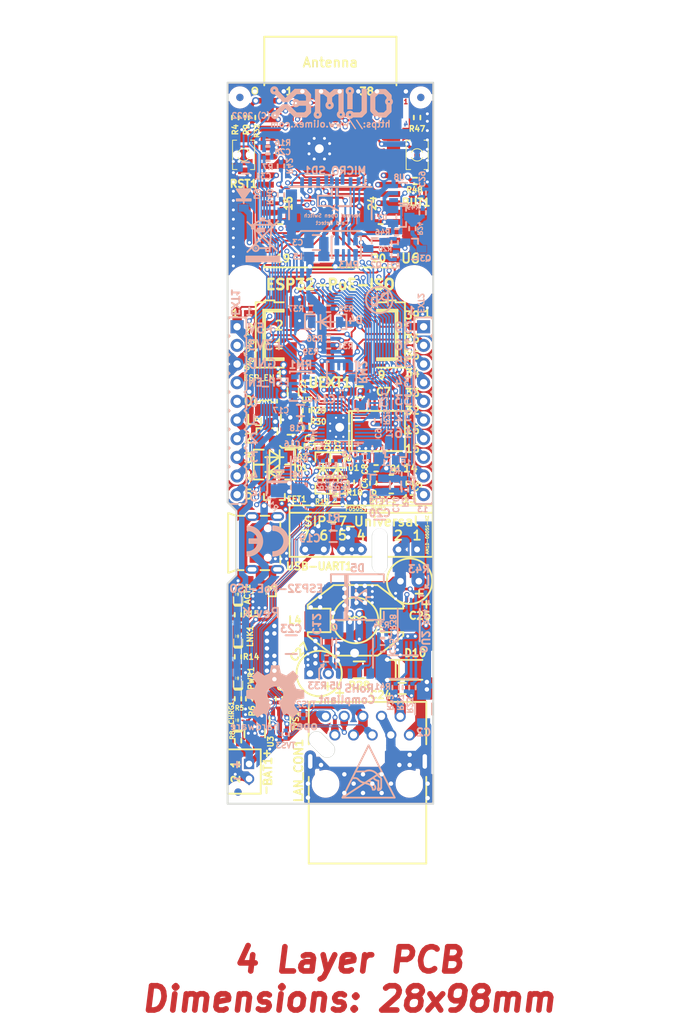
<source format=kicad_pcb>
(kicad_pcb (version 20221018) (generator pcbnew)
  (title_block (title "ESP32-PoE-ISO") (date "2022-07-28") (rev "K") (company "OLIMEX Ltd.") (comment 1 "https://www.olimex.com"))
  (layers (0 "F.Cu" signal) (1 "In1.Cu" power) (2 "In2.Cu" power) (31 "B.Cu" signal) (34 "B.Paste" user) (35 "F.Paste" user) (36 "B.SilkS" user "B.Silkscreen") (37 "F.SilkS" user "F.Silkscreen") (38 "B.Mask" user) (39 "F.Mask" user) (44 "Edge.Cuts" user))
  (net 0 "")
  (net 1 "+5V")
  (net 2 "GND")
  (net 3 "Net-(BAT1-Pad1)")
  (net 4 "Net-(BUT1-Pad2)")
  (net 5 "/GPI34/BUT1")
  (net 6 "+3V3")
  (net 7 "Net-(C11-Pad1)")
  (net 8 "/GPIO3/U0RXD")
  (net 9 "/ESP_EN")
  (net 10 "/GPIO25/EMAC_RXD0(RMII)")
  (net 11 "/GPIO19/EMAC_TXD0(RMII)")
  (net 12 "/GPIO26/EMAC_RXD1(RMII)")
  (net 13 "/GPIO1/U0TXD")
  (net 14 "Net-(L2-Pad1)")
  (net 15 "Net-(Q2-Pad1)")
  (net 16 "/GPIO22/EMAC_TXD1(RMII)")
  (net 17 "/GPIO21/EMAC_TX_EN(RMII)")
  (net 18 "Net-(MICRO_SD1-Pad5)")
  (net 19 "/GPI36/U1RXD")
  (net 20 "/GPIO23/MDC(RMII)")
  (net 21 "/GPIO27/EMAC_RX_CRS_DV")
  (net 22 "/GPIO4/U1TXD")
  (net 23 "/GPIO2/HS2_DATA0")
  (net 24 "/GPIO13/I2C-SDA")
  (net 25 "/GPIO14/HS2_CLK")
  (net 26 "/GPIO15/HS2_CMD")
  (net 27 "/GPIO16/I2C-SCL")
  (net 28 "/GPIO18/MDIO(RMII)")
  (net 29 "/+5V_USB")
  (net 30 "Net-(MICRO_SD1-Pad1)")
  (net 31 "Net-(MICRO_SD1-Pad2)")
  (net 32 "Net-(MICRO_SD1-Pad8)")
  (net 33 "Net-(U4-Pad4)")
  (net 34 "Net-(U4-Pad14)")
  (net 35 "Net-(U4-Pad18)")
  (net 36 "Net-(U4-Pad20)")
  (net 37 "Net-(U4-Pad26)")
  (net 38 "Net-(USB-UART1-Pad4)")
  (net 39 "Net-(MICRO_SD1-Pad7)")
  (net 40 "/D_Com")
  (net 41 "Earth")
  (net 42 "+5VP")
  (net 43 "Spare1")
  (net 44 "Spare2")
  (net 45 "/GPIO33")
  (net 46 "/GPIO32")
  (net 47 "/GPI39")
  (net 48 "Net-(FID1-PadFid1)")
  (net 49 "Net-(FID2-PadFid1)")
  (net 50 "Net-(FID3-PadFid1)")
  (net 51 "Net-(MICRO_SD1-PadCD1)")
  (net 52 "Net-(C4-Pad1)")
  (net 53 "Net-(C5-Pad1)")
  (net 54 "Net-(C21-Pad2)")
  (net 55 "Net-(D4-Pad1)")
  (net 56 "Net-(Q2-Pad2)")
  (net 57 "Net-(Q3-Pad3)")
  (net 58 "Net-(Q3-Pad2)")
  (net 59 "Net-(Q3-Pad1)")
  (net 60 "Net-(R6-Pad1)")
  (net 61 "Net-(R26-Pad1)")
  (net 62 "Net-(R29-Pad1)")
  (net 63 "Net-(U1-Pad17)")
  (net 64 "Net-(U1-Pad14)")
  (net 65 "Net-(U1-Pad13)")
  (net 66 "Net-(U1-Pad12)")
  (net 67 "Net-(U1-Pad11)")
  (net 68 "Net-(C6-Pad1)")
  (net 69 "+3.3VLAN")
  (net 70 "Net-(C17-Pad1)")
  (net 71 "/GPIO0")
  (net 72 "/GPIO5/SPI_CS")
  (net 73 "/GPI35")
  (net 74 "Net-(RM1-Pad3.2)")
  (net 75 "Net-(RM1-Pad2.2)")
  (net 76 "Net-(RM1-Pad4.2)")
  (net 77 "/GPIO17/EMAC_CLK_OUT_180")
  (net 78 "/GPIO12/PHY_PWR")
  (net 79 "Net-(FID4-PadFid1)")
  (net 80 "Net-(FID5-PadFid1)")
  (net 81 "Net-(FID6-PadFid1)")
  (net 82 "Net-(ACT1-Pad2)")
  (net 83 "Net-(ACT1-Pad1)")
  (net 84 "Net-(LNK1-Pad1)")
  (net 85 "Net-(C3-Pad1)")
  (net 86 "Net-(RM1-Pad1.2)")
  (net 87 "Net-(CHRG1-Pad1)")
  (net 88 "Net-(PWR1-Pad1)")
  (net 89 "Net-(C10-Pad2)")
  (net 90 "Net-(R3-Pad2)")
  (net 91 "Net-(L3-Pad1)")
  (net 92 "Net-(R8-Pad2)")
  (net 93 "/TD+")
  (net 94 "/TD-")
  (net 95 "/RD+")
  (net 96 "/RD-")
  (net 97 "/Shield")
  (net 98 "Net-(R14-Pad2)")
  (net 99 "/USB_D-")
  (net 100 "/USB_D+")
  (net 101 "Net-(C8-Pad1)")
  (net 102 "Net-(D6-Pad1)")
  (net 103 "Net-(D7-Pad2)")
  (net 104 "Net-(U1-Pad20)")
  (net 105 "Net-(D9-Pad1)")
  (net 106 "Net-(C12-Pad1)")
  (net 107 "Net-(C12-Pad2)")
  (net 108 "Net-(C25-Pad2)")
  (net 109 "Net-(R22-Pad2)")
  (net 110 "Net-(R23-Pad1)")
  (net 111 "Net-(R27-Pad2)")
  (net 112 "Net-(R33-Pad1)")
  (net 113 "Net-(U2-Pad6)")
  (net 114 "Net-(U5-Pad7)")
  (net 115 "/5V_DCDC")
  (net 116 "/ILIM")
  (net 117 "Net-(U6-Pad21)")
  (net 118 "Net-(U6-Pad22)")
  (net 119 "Net-(U6-Pad20)")
  (net 120 "Net-(U6-Pad19)")
  (net 121 "Net-(U6-Pad17)")
  (net 122 "Net-(U6-Pad18)")
  (net 123 "Net-(U6-Pad32)")
  (net 124 "Net-(U8-Pad1)")
  (net 125 "Net-(R43-Pad2)")
  (footprint "OLIMEX_Other-FP:Fiducial1x3" (layer "F.Cu") (at 91.567 186.563 -90)
    (fp_text reference "FID3" hide)
    (fp_text value "Fiducial" hide)
  )
  (footprint "OLIMEX_Other-FP:Fiducial1x3" (layer "F.Cu") (at 116.459 92 -90)
    (fp_text reference "FID2" hide)
    (fp_text value "Fiducial" hide)
  )
  (footprint "OLIMEX_RLC-FP:R_0402_5MIL_DWS" (layer "F.Cu") (at 93.472 94.742 -90)
    (fp_text reference "R32")
    (fp_text value "10k/R0402")
  )
  (footprint "OLIMEX_Buttons-FP:IT1185AU2_V2" (layer "F.Cu") (at 115.959 99.822 90)
    (fp_text reference "BUT1")
    (fp_text value "IT1185AU2")
  )
  (footprint "OLIMEX_RLC-FP:C_0603_5MIL_DWS" (layer "F.Cu") (at 94.869 174.371 90)
    (fp_text reference "C1")
    (fp_text value "22uF/6.3V/20%/X5R/C0603")
  )
  (footprint "OLIMEX_IC-FP:SOT-23-5" (layer "F.Cu") (at 93.853 178.562 -90)
    (fp_text reference "U3")
    (fp_text value "BL4054B-42TPRN(SOT23-5)")
  )
  (footprint "OLIMEX_RLC-FP:R_0402_5MIL_DWS" (layer "F.Cu") (at 93.091 173.863 90)
    (fp_text reference "R6")
    (fp_text value "10k/R0402")
  )
  (footprint "OLIMEX_RLC-FP:R_0402_5MIL_DWS" (layer "F.Cu") (at 91.186 94.742 90)
    (fp_text reference "R4")
    (fp_text value "47k/R0402")
  )
  (footprint "OLIMEX_RLC-FP:R_0402_5MIL_DWS" (layer "F.Cu") (at 92.075 94.742 -90)
    (fp_text reference "R9")
    (fp_text value "100k/R0402")
  )
  (footprint "OLIMEX_LEDs-FP:LED_0603_KA" (layer "F.Cu") (at 91.567 176.784 90)
    (fp_text reference "CHRG1")
    (fp_text value "LED/YELLOW/0603")
  )
  (footprint "OLIMEX_LEDs-FP:LED_0603_KA" (layer "F.Cu") (at 91.567 171.069 90)
    (fp_text reference "PWR1")
    (fp_text value "LED/RED/0603")
  )
  (footprint "OLIMEX_RLC-FP:R_0402_5MIL_DWS" (layer "F.Cu") (at 91.567 173.863 -90)
    (fp_text reference "R5")
    (fp_text value "2.2k/R0402")
  )
  (footprint "OLIMEX_Other-FP:Fiducial1x3" (layer "F.Cu") (at 91.821 92 -90)
    (fp_text reference "FID1" hide)
    (fp_text value "Fiducial" hide)
  )
  (footprint "OLIMEX_Buttons-FP:IT1185AU2_V2" (layer "F.Cu") (at 92.321 99.822 90)
    (fp_text reference "RST1")
    (fp_text value "IT1185AU2")
  )
  (footprint "OLIMEX_RLC-FP:C_0402_5MIL_DWS" (layer "F.Cu") (at 97.155 173.863 90)
    (fp_text reference "C11")
    (fp_text value "100nF/16V/10%/X7R/C0402")
  )
  (footprint "OLIMEX_Transistors-FP:SOT23" (layer "F.Cu") (at 96.52 146.177 90)
    (fp_text reference "FET1")
    (fp_text value "WPM2015-3/TR")
  )
  (footprint "OLIMEX_RLC-FP:CD32" (layer "F.Cu") (at 95.377 133.35 90)
    (fp_text reference "L2")
    (fp_text value "2.2uH/1.5A/DCR=72mR/20%/3.00x3.00x1.50mm/CD32(NR3015T2R2M)")
  )
  (footprint "OLIMEX_RLC-FP:R_0402_5MIL_DWS" (layer "F.Cu") (at 100.838 136.906 -90)
    (fp_text reference "R30")
    (fp_text value "49.9k/1%/R0402")
  )
  (footprint "OLIMEX_RLC-FP:R_0402_5MIL_DWS" (layer "F.Cu") (at 100.838 134.62 90)
    (fp_text reference "R29")
    (fp_text value "220k/R0402")
  )
  (footprint "OLIMEX_RLC-FP:C_0603_5MIL_DWS" (layer "F.Cu") (at 98.806 138.684)
    (fp_text reference "C6")
    (fp_text value "22uF/6.3V/20%/X5R/C0603")
  )
  (footprint "OLIMEX_Regulators-FP:SOT-23-5" (layer "F.Cu") (at 98.806 135.763 90)
    (fp_text reference "U7")
    (fp_text value "SY8089AAAC(SOT23-5)")
  )
  (footprint "OLIMEX_RLC-FP:C_0603_5MIL_DWS" (layer "F.Cu") (at 99.06 132.08 -90)
    (fp_text reference "C22")
    (fp_text value "22uF/6.3V/20%/X5R/C0603")
  )
  (footprint "OLIMEX_RLC-FP:R_0402_5MIL_DWS" (layer "F.Cu") (at 91.567 168.148 -90)
    (fp_text reference "R14")
    (fp_text value "2.2k/R0402")
  )
  (footprint "OLIMEX_LEDs-FP:LED_0603_KA" (layer "F.Cu") (at 91.567 165.354 90)
    (fp_text reference "LNK1")
    (fp_text value "LED/GREEN/0603")
  )
  (footprint "OLIMEX_RLC-FP:R_0402_5MIL_DWS" (layer "F.Cu") (at 91.567 162.433 -90)
    (fp_text reference "R15")
    (fp_text value "2.2k/R0402")
  )
  (footprint "OLIMEX_LEDs-FP:LED_0603_KA" (layer "F.Cu") (at 91.567 159.639 90)
    (fp_text reference "ACT1")
    (fp_text value "LED/YELLOW/0603")
  )
  (footprint "OLIMEX_RLC-FP:L_0805_5MIL_DWS" (layer "F.Cu") (at 94.488 159.258 -90)
    (fp_text reference "L3")
    (fp_text value "FB0805/600R/2A")
  )
  (footprint "OLIMEX_RLC-FP:C_0603_5MIL_DWS" (layer "F.Cu") (at 108.077 132.08 180)
    (fp_text reference "C7")
    (fp_text value "22uF/6.3V/20%/X5R/C0603")
  )
  (footprint "OLIMEX_RLC-FP:C_0402_5MIL_DWS" (layer "F.Cu") (at 114.935 144.526 -90)
    (fp_text reference "C5")
    (fp_text value "27pF/50V/5%/C0G/C0402")
  )
  (footprint "OLIMEX_RLC-FP:C_0402_5MIL_DWS" (layer "F.Cu") (at 109.982 144.526 90)
    (fp_text reference "C4")
    (fp_text value "27pF/50V/5%/C0G/C0402")
  )
  (footprint "OLIMEX_Transistors-FP:SOT23" (layer "F.Cu") (at 95.504 137.668 -90)
    (fp_text reference "FET2")
    (fp_text value "WPM2015-3/TR")
  )
  (footprint "OLIMEX_RLC-FP:R_0402_5MIL_DWS" (layer "F.Cu") (at 106.934 144.399 -90)
    (fp_text reference "R18")
    (fp_text value "10k/R0402")
  )
  (footprint "OLIMEX_Other-FP:Mounting_hole_2_mm" (layer "F.Cu") (at 102.9716 180.0987 45)
    (fp_text reference "Drill_Slot3" hide)
    (fp_text value "2 mm" hide)
  )
  (footprint "OLIMEX_Regulators-FP:SIP-7_Universal" (layer "F.Cu") (at 108.331 153.543 180)
    (fp_text reference "DCDC1")
    (fp_text value "F0505S-2WR2(SIP-7)")
  )
  (footprint "OLIMEX_RLC-FP:CPOL-RM2.5mm_6.3x11mm_PTH" (layer "F.Cu") (at 102.616 170.434 180)
    (fp_text reference "C27")
    (fp_text value "15uF/100V/20%/RM2.5/6.3x11mm(Farnell:1281844)")
  )
  (footprint "OLIMEX_IC-FP:SSOP-20W" (layer "F.Cu") (at 110.49 137.414)
    (fp_text reference "U1")
    (fp_text value "CH340T(SSOP20W)")
  )
  (footprint "OLIMEX_Crystal-FP:TSX-3.2x2.5mm_GND(3)" (layer "F.Cu") (at 112.438 144.653)
    (fp_text reference "Q1")
    (fp_text value "Q12MHz/20pF/10ppm/4P/3.2x2.5mm")
  )
  (footprint "OLIMEX_RLC-FP:R_0402_5MIL_DWS" (layer "F.Cu") (at 104.775 146.685 180)
    (fp_text reference "R19")
    (fp_text value "10k/R0402")
  )
  (footprint "OLIMEX_Diodes-FP:SOD-123_1C-2A_KA" (layer "F.Cu") (at 103.124 143.129 -90)
    (fp_text reference "D6")
    (fp_text value "1N5819S4/SOD123")
  )
  (footprint "OLIMEX_Diodes-FP:SOD-123_1C-2A_KA" (layer "F.Cu") (at 105.156 143.129 -90)
    (fp_text reference "D7")
    (fp_text value "1N5819S4/SOD123")
  )
  (footprint "OLIMEX_Diodes-FP:SOD-123_1C-2A_KA" (layer "F.Cu") (at 96.52 140.97 180)
    (fp_text reference "D3")
    (fp_text value "1N5819S4/SOD123")
  )
  (footprint "OLIMEX_Diodes-FP:SOD-123_1C-2A_KA" (layer "F.Cu") (at 96.52 143.002)
    (fp_text reference "D1")
    (fp_text value "1N5819S4/SOD123")
  )
  (footprint "OLIMEX_Connectors-FP:USB-MICRO_MISB-SWMM-5B_LF" (layer "F.Cu") (at 93.726 152.654 180)
    (fp_text reference "USB-UART1")
    (fp_text value "MISB-SWMM-5B-LF(USB_MICRO)")
  )
  (footprint "OLIMEX_Other-FP:Mounting_hole_2_mm" (layer "F.Cu") (at 110.871 153.7335)
    (fp_text reference "Drill_Slot1" hide)
    (fp_text value "2 mm" hide)
  )
  (footprint "OLIMEX_Diodes-FP:SOT-23-5" (layer "F.Cu") (at 97.282 176.911 -90)
    (fp_text reference "TVS1")
    (fp_text value "ESDS314DBVR(SOT-23-5)")
  )
  (footprint "OLIMEX_Connectors-FP:RJP-003TC1(LPJ4112CNL)" (layer "F.Cu") (at 109.2 185.293)
    (fp_text reference "LAN_CON1")
    (fp_text value "RJP-003TC1(LPJ4112CNL)")
  )
  (footprint "OLIMEX_Connectors-FP:GBH-254-SMT-10" (layer "F.Cu") (at 104.14 124.333)
    (fp_text reference "UEXT1")
    (fp_text value "P-B-V-10-LF")
  )
  (footprint "OLIMEX_RLC-FP:C_0402_5MIL_DWS" (layer "F.Cu") (at 110.363 142.494)
    (fp_text reference "C8")
    (fp_text value "100nF/16V/10%/X7R/C0402")
  )
  (footprint "OLIMEX_RLC-FP:R_1206_5MIL_DWS" (layer "F.Cu") (at 108.077 169.926)
    (fp_text reference "R28")
    (fp_text value "0.03R/1%/R1206")
  )
  (footprint "OLIMEX_RLC-FP:DBS135" (layer "F.Cu") (at 107.569 163.195)
    (fp_text reference "L4")
    (fp_text value "33uH/2.1A/DCR=0.1R/20%/DBS135(PD3316MT330)")
  )
  (footprint "OLIMEX_RLC-FP:CPOL-RM2.5mm_6.3x11mm_PTH" (layer "F.Cu") (at 114.935 157.861 180)
    (fp_text reference "C26")
    (fp_text value "470uF/10V/20%/Low_ESR/RM2.5/6.0x11mm")
  )
  (footprint "OLIMEX_RLC-FP:R_0402_5MIL_DWS" (layer "F.Cu") (at 115.951 94.742 90)
    (fp_text reference "R47")
    (fp_text value "220R/R0402")
  )
  (footprint "OLIMEX_RLC-FP:R_0402_5MIL_DWS" (layer "F.Cu") (at 91.567 179.578 -90)
    (fp_text reference "R8")
    (fp_text value "2.2k/R0402")
  )
  (footprint "OLIMEX_RLC-FP:C_0603_5MIL_DWS" (layer "F.Cu") (at 113.919 172.466)
    (fp_text reference "C24")
    (fp_text value "100nF/100V/10%/X7R/C0603")
  )
  (footprint "OLIMEX_Diodes-FP:SMA-KA" (layer "F.Cu") (at 114.173 169.926)
    (fp_text reference "D10")
    (fp_text value "SMAJ58A/SMA")
  )
  (footprint "OLIMEX_Cases-FP:ESP32-WROVER(WROOM)-UNIVERSAL_MODULE" (layer "F.Cu") (at 104.14 99.441)
    (fp_text reference "U6")
    (fp_text value "ESP32-WROVER-E")
  )
  (footprint "OLIMEX_RLC-FP:R_0402_5MIL_DWS" (layer "F.Cu") (at 115.697 103.378)
    (fp_text reference "R48")
    (fp_text value "10k/R0402")
  )
  (footprint "OLIMEX_Other-FP:NPTH_2.2mm" (layer "F.Cu") (at 97.79 185.42)
    (fp_text reference "MH1" hide)
    (fp_text value "Mounting_Hole_NPTH" hide)
  )
  (footprint "OLIMEX_Other-FP:NPTH_2.2mm" (layer "F.Cu") (at 92.71 117.475)
    (fp_text reference "MH2" hide)
    (fp_text value "Mounting_Hole_NPTH" hide)
  )
  (footprint "OLIMEX_Other-FP:NPTH_2.2mm" (layer "F.Cu") (at 115.57 117.475)
    (fp_text reference "MH3" hide)
    (fp_text value "Mounting_Hole_NPTH" hide)
  )
  (footprint "OLIMEX_Connectors-FP:LIPO_BAT_VERTICAL_DW02S" (layer "F.Cu") (at 89.535 183.769 -90)
    (fp_text reference "BAT1")
    (fp_text value "DW02S")
  )
  (footprint "OLIMEX_RLC-FP:L_0805_5MIL_DWS" (layer "B.Cu") (at 102.235 113.665)
    (fp_text reference "L5")
    (fp_text value "FB0805/600R/2A")
  )
  (footprint "OLIMEX_Connectors-FP:HN1x10" (layer "B.Cu") (at 116.84 134.65 -90)
    (fp_text reference "EXT2")
    (fp_text value "NS(HN1x10)")
  )
  (footprint "OLIMEX_Other-FP:Fiducial1x3" (layer "B.Cu") (at 91.567 186.563 -90)
    (fp_text reference "FID6" hide)
    (fp_text value "Fiducial" hide)
  )
  (footprint "OLIMEX_RLC-FP:R_0402_5MIL_DWS" (layer "B.Cu") (at 101.473 120.777 180)
    (fp_text reference "R37")
    (fp_text value "10k/R0402")
  )
  (footprint "OLIMEX_RLC-FP:R_0402_5MIL_DWS" (layer "B.Cu") (at 97.409 105.283 90)
    (fp_text reference "R40")
    (fp_text value "10R/R0402")
  )
  (footprint "OLIMEX_Other-FP:Fiducial1x3" (layer "B.Cu") (at 116.459 92 -90)
    (fp_text reference "FID5" hide)
    (fp_text value "Fiducial" hide)
  )
  (footprint "OLIMEX_Other-FP:Fiducial1x3" (layer "B.Cu") (at 91.821 92 -90)
    (fp_text reference "FID4" hide)
    (fp_text value "Fiducial" hide)
  )
  (footprint "OLIMEX_RLC-FP:R_MATRIX_4" (layer "B.Cu") (at 106.299 112.395)
    (fp_text reference "RM3")
    (fp_text value "RA1206_(4X0603)_4B8_2.2k")
  )
  (footprint "OLIMEX_RLC-FP:R_0402_5MIL_DWS" (layer "B.Cu") (at 103.886 126.619)
    (fp_text reference "R39")
    (fp_text value "10k/R0402")
  )
  (footprint "OLIMEX_Connectors-FP:HN1x10" (layer "B.Cu") (at 91.44 134.65 -90)
    (fp_text reference "EXT1")
    (fp_text value "NS(HN1x10)")
  )
  (footprint "OLIMEX_RLC-FP:C_0603_5MIL_DWS" (layer "B.Cu") (at 104.521 151.765)
    (fp_text reference "C19")
    (fp_text value "22uF/6.3V/20%/X5R/C0603")
  )
  (footprint "OLIMEX_RLC-FP:C_1206_5MIL_DWS_ISO" (layer "B.Cu") (at 116.84 175.26 -90)
    (fp_text reference "C2")
    (fp_text value "1nF/2000V/10%/X7R/C1206")
  )
  (footprint "OLIMEX_RLC-FP:C_1808(4520)_5MIL_DWS_ISO" (layer "B.Cu") (at 110.871 150.749)
    (fp_text reference "C20")
    (fp_text value "NA(1.0nF/3kV/10%/X7R/SMD/1808(VISHAY-VJ1808Y102KBHAT4X_Farnell-2407291))")
  )
  (footprint "OLIMEX_RLC-FP:C_1808(4520)_5MIL_DWS_ISO" (layer "B.Cu") (at 98.806 166.497)
    (fp_text reference "C23")
    (fp_text value "1.0nF/3kV/10%/X7R/SMD/1808(VISHAY-VJ1808Y102KBHAT4X_Farnell-2407291)")
  )
  (footprint "OLIMEX_RLC-FP:R_0402_5MIL_DWS" (layer "B.Cu") (at 114.3 143.256 90)
    (fp_text reference "R3")
    (fp_text value "1k/R0402")
  )
  (footprint "OLIMEX_RLC-FP:C_0603_5MIL_DWS" (layer "B.Cu") (at 113.03 144.78 90)
    (fp_text reference "C10")
    (fp_text value "22uF/6.3V/20%/X5R/C0603")
  )
  (footprint "OLIMEX_RLC-FP:C_0402_5MIL_DWS" (layer "B.Cu") (at 100.076 135.89 180)
    (fp_text reference "C18")
    (fp_text value "100nF/16V/10%/X7R/C0402")
  )
  (footprint "OLIMEX_RLC-FP:C_0603_5MIL_DWS" (layer "B.Cu") (at 110.109 133.604 -90)
    (fp_text reference "C21")
    (fp_text value "NA(10uF/6.3V/20%/X5R/C0603)")
  )
  (footprint "OLIMEX_RLC-FP:C_0603_5MIL_DWS" (layer "B.Cu") (at 100.076 134.62 180)
    (fp_text reference "C17")
    (fp_text value "2.2uF/6.3V/10%/X5R/C0603")
  )
  (footprint "OLIMEX_RLC-FP:L_0805_5MIL_DWS" (layer "B.Cu") (at 109.093 142.367 180)
    (fp_text reference "L1")
    (fp_text value "FB0805/600R/2A")
  )
  (footprint "OLIMEX_IC-FP:QFN32_EP(33)_5.00x5.00x0.90mm_Pitch_0.50mm" (layer "B.Cu") (at 105.41 136.906 90)
    (fp_text reference "U4")
    (fp_text value "LAN8710A-EZC(QFN32)")
  )
  (footprint "OLIMEX_Transistors-FP:SOT23" (layer "B.Cu") (at 113.03 140.335 90)
    (fp_text reference "T1")
    (fp_text value "LMUN2211LT1G(SOT-23)")
  )
  (footprint "OLIMEX_RLC-FP:R_0402_5MIL_DWS" (layer "B.Cu") (at 106.68 141.986 90)
    (fp_text reference "R12")
    (fp_text value "49.9R/1%/R0402")
  )
  (footprint "OLIMEX_RLC-FP:R_0402_5MIL_DWS" (layer "B.Cu") (at 114.3 145.415 90)
    (fp_text reference "R2")
    (fp_text value "10k/R0402")
  )
  (footprint "OLIMEX_RLC-FP:R_0402_5MIL_DWS" (layer "B.Cu") (at 95.631 98.171 180)
    (fp_text reference "R16")
    (fp_text value "470k/R0402")
  )
  (footprint "OLIMEX_RLC-FP:R_0402_5MIL_DWS" (layer "B.Cu") (at 95.631 100.203)
    (fp_text reference "R7")
    (fp_text value "470k/R0402")
  )
  (footprint "OLIMEX_RLC-FP:C_0603_5MIL_DWS" (layer "B.Cu") (at 110.617 139.954 90)
    (fp_text reference "C9")
    (fp_text value "22uF/6.3V/20%/X5R/C0603")
  )
  (footprint "OLIMEX_Transistors-FP:SOT23" (layer "B.Cu") (at 110.236 144.78)
    (fp_text reference "FET3")
    (fp_text value "WPM2015-3/TR")
  )
  (footprint "OLIMEX_RLC-FP:R_0402_5MIL_DWS" (layer "B.Cu") (at 110.617 136.017 -90)
    (fp_text reference "R25")
    (fp_text value "10k/R0402")
  )
  (footprint "OLIMEX_RLC-FP:C_0402_5MIL_DWS" (layer "B.Cu") (at 100.965 139.192 180)
    (fp_text reference "C16")
    (fp_text value "100nF/16V/10%/X7R/C0402")
  )
  (footprint "OLIMEX_RLC-FP:R_0402_5MIL_DWS" (layer "B.Cu") (at 100.965 140.081 180)
    (fp_text reference "R26")
    (fp_text value "12.1k/1%/R0402")
  )
  (footprint "OLIMEX_RLC-FP:R_0402_5MIL_DWS" (layer "B.Cu") (at 104.521 150.495)
    (fp_text reference "R1")
    (fp_text value "10k/R0402")
  )
  (footprint "OLIMEX_RLC-FP:R_0402_5MIL_DWS" (layer "B.Cu") (at 112.903 111.76 90)
    (fp_text reference "R20")
    (fp_text value "1k/R0402")
  )
  (footprint "OLIMEX_RLC-FP:R_0402_5MIL_DWS" (layer "B.Cu") (at 112.903 113.538 90)
    (fp_text reference "R21")
    (fp_text value "1k/R0402")
  )
  (footprint "OLIMEX_Transistors-FP:SOT23" (layer "B.Cu") (at 115.443 112.649 180)
    (fp_text reference "Q3")
    (fp_text value "BC817-40(SOT23)")
  )
  (footprint "OLIMEX_Transistors-FP:SOT23" (layer "B.Cu") (at 110.39856 112.58296)
    (fp_text reference "Q2")
    (fp_text value "BC817-40(SOT23)")
  )
  (footprint "OLIMEX_Diodes-FP:SOT23-3" (layer "B.Cu") (at 113.792 108.204 180)
    (fp_text reference "D2")
    (fp_text value "BAT54C(SOT23-3)")
  )
  (footprint "OLIMEX_RLC-FP:R_0402_5MIL_DWS" (layer "B.Cu") (at 103.886 125.73)
    (fp_text reference "R31")
    (fp_text value "2.2k/R0402")
  )
  (footprint "OLIMEX_RLC-FP:R_0402_5MIL_DWS" (layer "B.Cu") (at 116.713 107.696 -90)
    (fp_text reference "R49")
    (fp_text value "NA/R0402")
  )
  (footprint "OLIMEX_RLC-FP:R_0402_5MIL_DWS" (layer "B.Cu") (at 103.886 120.777)
    (fp_text reference "R35")
    (fp_text value "2.2k/R0402")
  )
  (footprint "OLIMEX_RLC-FP:R_0402_5MIL_DWS" (layer "B.Cu") (at 103.886 124.841)
    (fp_text reference "R36")
    (fp_text value "10k/R0402")
  )
  (footprint "OLIMEX_RLC-FP:C_0603_5MIL_DWS" (layer "B.Cu") (at 107.442 144.78 -90)
    (fp_text reference "C13")
    (fp_text value "22uF/6.3V/20%/X5R/C0603")
  )
  (footprint "OLIMEX_RLC-FP:R_0402_5MIL_DWS" (layer "B.Cu") (at 113.157 110.363)
    (fp_text reference "R46")
    (fp_text value "220R/R0402")
  )
  (footprint "OLIMEX_Diodes-FP:SOD-123_1C-2A_KA" (layer "B.Cu") (at 103.505 122.555)
    (fp_text reference "D4")
    (fp_text value "1N5819S4/SOD123")
  )
  (footprint "OLIMEX_RLC-FP:R_0402_5MIL_DWS" (layer "B.Cu") (at 103.124 141.986 90)
    (fp_text reference "R11")
    (fp_text value "49.9R/1%/R0402")
  )
  (footprint "OLIMEX_RLC-FP:R_0402_5MIL_DWS" (layer "B.Cu") (at 104.394 141.986 90)
    (fp_text reference "R10")
    (fp_text value "49.9R/1%/R0402")
  )
  (footprint "OLIMEX_RLC-FP:R_0402_5MIL_DWS" (layer "B.Cu") (at 94.996 145.923 90)
    (fp_text reference "R17")
    (fp_text value "NA/R0402")
  )
  (footprint "OLIMEX_Diodes-FP:SOD-123_1C-2A_KA" (layer "B.Cu") (at 92.329 105.156 90)
    (fp_text reference "D9")
    (fp_text value "1N5819S4/SOD123")
  )
  (footprint "OLIMEX_Diodes-FP:D_0402_5MIL_DWS" (layer "B.Cu") (at 100.457 176.022 -90)
    (fp_text reference "TVS2")
    (fp_text value "NA(GG0402052R542P)")
  )
  (footprint "OLIMEX_Diodes-FP:D_0402_5MIL_DWS" (layer "B.Cu") (at 98.044 178.689 -90)
    (fp_text reference "TVS3")
    (fp_text value "NA(GG0402052R542P)")
  )
  (footprint "OLIMEX_RLC-FP:C_0805_5MIL_DWS" (layer "B.Cu") (at 102.235 111.76 180)
    (fp_text reference "C3")
    (fp_text value "47uF/6.3V/20%/X5R/C0805")
  )
  (footprint "OLIMEX_RLC-FP:R_MATRIX_4" (layer "B.Cu") (at 105.664 129.413)
    (fp_text reference "RM2")
    (fp_text value "RA1206_(4X0603)_4B8_2.2k")
  )
  (footprint "OLIMEX_RLC-FP:R_0402_5MIL_DWS" (layer "B.Cu") (at 105.41 141.986 90)
    (fp_text reference "R13")
    (fp_text value "49.9R/1%/R0402")
  )
  (footprint "OLIMEX_RLC-FP:C_0402_5MIL_DWS" (layer "B.Cu") (at 108.839 140.97)
    (fp_text reference "C15")
    (fp_text value "100nF/16V/10%/X7R/C0402")
  )
  (footprint "OLIMEX_Diodes-FP:DO214AA_1(K)-2(A)" (layer "B.Cu") (at 97.155 143.383 90)
    (fp_text reference "D8")
    (fp_text value "NA(SMBJ6.0A)")
  )
  (footprint "OLIMEX_LOGOs-FP:OLIMEX_LOGO_TB" (layer "B.Cu") (at 104.14 92.71 180)
    (fp_text reference "Logo_Olimex" hide)
    (fp_text value "" hide)
  )
  (footprint "OLIMEX_LOGOs-FP:LOGO_PBFREE" (layer "B.Cu") (at 110.998 119.253)
    (fp_text reference "Sign_PB-Free")
    (fp_text value "")
  )
  (footprint "OLIMEX_LOGOs-FP:LOGO_OPENHARDWARE_8x8" (layer "B.Cu") (at 96.647 173.355 180)
    (fp_text reference "Logo_OSHW" hide)
    (fp_text value "" hide)
  )
  (footprint "OLIMEX_LOGOs-FP:CE_Sign" (layer "B.Cu") (at 94.615 152.4 180)
    (fp_text reference "Sign_CE" hide)
    (fp_text value "CE_Sign" hide)
  )
  (footprint "OLIMEX_LOGOs-FP:LOGO_ANTISTATIC_1" (layer "B.Cu") (at 112.903 187.325 180)
    (fp_text reference "Sign_Antistatic" hide)
    (fp_text value "Val**" hide)
  )
  (footprint "OLIMEX_RLC-FP:C_0402_5MIL_DWS" (layer "B.Cu") (at 111.252 167.005 180)
    (fp_text reference "C25")
    (fp_text value "12pF/50V/5%/COG/C0402")
  )
  (footprint "OLIMEX_RLC-FP:R_0402_5MIL_DWS" (layer "B.Cu") (at 113.03 172.339 90)
    (fp_text reference "R22")
    (fp_text value "24.9k/1%/R0402")
  )
  (footprint "OLIMEX_RLC-FP:R_0402_5MIL_DWS" (layer "B.Cu") (at 115.316 172.339 -90)
    (fp_text reference "R23")
    (fp_text value "180k/1%/R0402")
  )
  (footprint "OLIMEX_RLC-FP:R_0402_5MIL_DWS" (layer "B.Cu") (at 114.427 172.339 90)
    (fp_text reference "R27")
    (fp_text value "4.42k/1%/1/16W/R0402")
  )
  (footprint "OLIMEX_IC-FP:TSSOP-8_Pitch-0.65mm_Dimensions-4.40x3.00x1.20mm" (layer "B.Cu") (at 114.808 163.83 90)
    (fp_text reference "U2")
    (fp_text value "TPS2376PW(TSSOP-8)")
  )
  (footprint "OLIMEX_RLC-FP:C_0402_5MIL_DWS" (layer "B.Cu") (at 95.631 99.187 180)
    (fp_text reference "C28")
    (fp_text value "1nF/50V/10%/X7R/C0402")
  )
  (footprint "OLIMEX_RLC-FP:C_0402_5MIL_DWS" (layer "B.Cu") (at 105.664 132.334)
    (fp_text reference "C14")
    (fp_text value "100nF/16V/10%/X7R/C0402")
  )
  (footprint "OLIMEX_RLC-FP:R_MATRIX_4" (layer "B.Cu") (at 100.076 131.318 90)
    (fp_text reference "RM1")
    (fp_text value "RA1206_(4X0603)_4B8_2.2k")
  )
  (footprint "OLIMEX_RLC-FP:C_0603_5MIL_DWS" (layer "B.Cu") (at 103.632 166.116 -90)
    (fp_text reference "C12")
    (fp_text value "100nF/100V/10%/X7R/C0603")
  )
  (footprint "OLIMEX_RLC-FP:R_0402_5MIL_DWS" (layer "B.Cu") (at 103.632 168.402 180)
    (fp_text reference "R33")
    (fp_text value "4.7R/R0402")
  )
  (footprint "OLIMEX_Diodes-FP:DO214AB(SMC)_1(K)-2(A)" (layer "B.Cu") (at 107.823 160.02)
    (fp_text reference "D5")
    (fp_text value "SS510/100V/5A/0.85V/DO214AB(SMC)")
  )
  (footprint "OLIMEX_RLC-FP:R_2512_MM_DWS" (layer "B.Cu") (at 114.046 169.545)
    (fp_text reference "R41")
    (fp_text value "4.7k/R2512")
  )
  (footprint "OLIMEX_RLC-FP:R_0402_5MIL_DWS" (layer "B.Cu") (at 111.252 166.116 180)
    (fp_text reference "R38")
    (fp_text value "56.2k/1%/R0402")
  )
  (footprint "OLIMEX_Regulators-FP:ESOIC-8" (layer "B.Cu") (at 107.442 167.646)
    (fp_text reference "U5")
    (fp_text value "TX4138(ESOIC-8)")
  )
  (footprint "OLIMEX_RLC-FP:R_0402_5MIL_DWS" (layer "B.Cu") (at 111.252 165.1)
    (fp_text reference "R34")
    (fp_text value "10.5k/1%/R0402")
  )
  (footprint "OLIMEX_RLC-FP:C_0402_5MIL_DWS" (layer "B.Cu") (at 116.713 105.029 -90)
    (fp_text reference "C29")
    (fp_text value "100nF/16V/10%/X7R/C0402")
  )
  (footprint "OLIMEX_IC-FP:SOT-23-5" (layer "B.Cu") (at 114.051 105.029001 180)
    (fp_text reference "U8")
    (fp_text value "SN74LVC1G04DBVR(SOT23-5)")
  )
  (footprint "OLIMEX_RLC-FP:R_0402_5MIL_DWS" (layer "B.Cu") (at 97.409 101.346 -90)
    (fp_text reference "R42")
    (fp_text value "10R/R0402")
  )
  (footprint "OLIMEX_RLC-FP:C_0603_5MIL_DWS" (layer "B.Cu") (at 92.583 101.6 180)
    (fp_text reference "C31")
    (fp_text value "1uF/10V/20%/X5R/C0603")
  )
  (footprint "OLIMEX_RLC-FP:R_0402_5MIL_DWS" (layer "B.Cu") (at 115.316 109.855 90)
    (fp_text reference "R24")
    (fp_text value "220R/R0402")
  )
  (footprint "OLIMEX_LOGOs-FP:LOGO_RECYCLEBIN_1" (layer "B.Cu") (at 97.282 114.427 180)
    (fp_text reference "Sign_RecycleBin" hide)
    (fp_text value "" hide)
  )
  (footprint "OLIMEX_Connectors-FP:uSD(TFC-9P-1.xH(ATFFS150A01BR016))" (layer "B.Cu") (at 104.14 106.68)
    (fp_text reference "MICRO_SD1")
    (fp_text value "TFC-9P-1.7H(ATFFS150A01BR016)")
  )
  (footprint "OLIMEX_RLC-FP:R_0402_5MIL_DWS" (layer "B.Cu") (at 117.094 160.782 -90)
    (fp_text reference "R44")
    (fp_text value "10k/R0402")
  )
  (footprint "OLIMEX_RLC-FP:R_0402_5MIL_DWS" (layer "B.Cu") (at 116.586 159.385)
    (fp_text reference "R43")
    (fp_text value "130k/R0402")
  )
  (gr_line (start 112.2045 165.354) (end 112.141 165.608) (stroke (width 0.2032)) (layer "B.SilkS"))
  (gr_line (start 112.141 165.608) (end 112.395 165.5445) (stroke (width 0.2032)) (layer "B.SilkS"))
  (gr_line (start 103.251 169.164) (end 103.124 169.545) (stroke (width 0.254)) (layer "B.SilkS"))
  (gr_line (start 103.251 169.164) (end 102.87 169.291) (stroke (width 0.254)) (layer "B.SilkS"))
  (gr_line (start 117.094 158.75) (end 117.475 158.75) (stroke (width 0.254)) (layer "B.SilkS"))
  (gr_line (start 112.4585 165.2905) (end 112.141 165.608) (stroke (width 0.2032)) (layer "B.SilkS"))
  (gr_line (start 117.094 158.75) (end 117.094 158.369) (stroke (width 0.254)) (layer "B.SilkS"))
  (gr_line (start 117.475 158.369) (end 117.094 158.75) (stroke (width 0.254)) (layer "B.SilkS"))
  (gr_line (start 117.475 157.099) (end 117.475 158.369) (stroke (width 0.254)) (layer "B.SilkS"))
  (gr_line (start 102.616 171.196) (end 102.616 169.799) (stroke (width 0.254)) (layer "B.SilkS"))
  (gr_line (start 112.4585 164.6555) (end 112.4585 165.2905) (stroke (width 0.2032)) (layer "B.SilkS"))
  (gr_line (start 102.616 169.799) (end 103.251 169.164) (stroke (width 0.254)) (layer "B.SilkS"))
  (gr_line (start 97.536 139.7) (end 97.282 139.446) (stroke (width 0.254)) (layer "F.SilkS"))
  (gr_line (start 100.33 139.7) (end 99.822 139.446) (stroke (width 0.254)) (layer "F.SilkS"))
  (gr_line (start 100.33 139.7) (end 97.663 139.7) (stroke (width 0.254)) (layer "F.SilkS"))
  (gr_line (start 97.663 139.7) (end 97.536 139.7) (stroke (width 0.254)) (layer "F.SilkS"))
  (gr_line (start 100.33 139.7) (end 99.822 139.954) (stroke (width 0.254)) (layer "F.SilkS"))
  (gr_line (start 118.15 188.15) (end 118.15 90) (stroke (width 0.254)) (layer "Edge.Cuts"))
  (gr_line (start 90.15 147.1) (end 90.15 90) (stroke (width 0.254)) (layer "Edge.Cuts"))
  (gr_line (start 90.15 90) (end 118.15 90) (stroke (width 0.254)) (layer "Edge.Cuts"))
  (gr_line (start 90.15 188.15) (end 118.15 188.15) (stroke (width 0.254)) (layer "Edge.Cuts"))
  (gr_line (start 90.15 188.15) (end 90.15 158.2) (stroke (width 0.254)) (layer "Edge.Cuts"))
  (gr_line (start 90.15 158.2) (end 91.35 157) (stroke (width 0.254)) (layer "Edge.Cuts"))
  (gr_arc (start 101.538363 180.095033) (mid 101.538363 178.658179) (end 102.975217 178.658179) (stroke (width 0.15)) (layer "Edge.Cuts"))
  (gr_arc (start 104.412048 180.095025) (mid 104.41205 181.531863) (end 102.975212 181.531865) (stroke (width 0.15)) (layer "Edge.Cuts"))
  (gr_line (start 102.975212 181.531865) (end 101.538369 180.095027) (stroke (width 0.15)) (layer "Edge.Cuts"))
  (gr_line (start 104.41205 180.095025) (end 102.975217 178.658179) (stroke (width 0.15)) (layer "Edge.Cuts"))
  (gr_line (start 111.887 155.702) (end 111.887 151.765) (stroke (width 0.15)) (layer "Edge.Cuts"))
  (gr_arc (start 111.887 155.702) (mid 110.871 156.718) (end 109.855 155.702) (stroke (width 0.15)) (layer "Edge.Cuts"))
  (gr_line (start 109.855 155.702) (end 109.854991 151.765) (stroke (width 0.15)) (layer "Edge.Cuts"))
  (gr_arc (start 109.854991 151.765) (mid 110.871 150.748991) (end 111.887009 151.765) (stroke (width 0.15)) (layer "Edge.Cuts"))
  (gr_line (start 91.35 148.3) (end 91.35 157) (stroke (width 0.254)) (layer "Edge.Cuts"))
  (gr_line (start 90.15 147.1) (end 91.35 148.3) (stroke (width 0.254)) (layer "Edge.Cuts"))
  (gr_text "1" (at 114.427 92.583) (layer "F.Cu") (effects (font (size 0.635 0.635) (thickness 0.15875))))
  (gr_text "4 Layer PCB\nDimensions: 28x98mm" (at 106.68 212.09) (layer "F.Cu") (effects (font (size 3.302 3.302) (thickness 0.762) italic)))
  (gr_text "4" (at 114.427 95.631) (layer "B.Cu") (effects (font (size 0.635 0.635) (thickness 0.15875)) (justify mirror)))
  (gr_text "1" (at 115.189 121.031) (layer "B.SilkS") (effects (font (size 1.016 1.016) (thickness 0.254)) (justify mirror)))
  (gr_text "https://www.olimex.com" (at 104.14 95.631) (layer "B.SilkS") (effects (font (size 0.889 0.889) (thickness 0.1905)) (justify mirror)))
  (gr_text "1" (at 108.839 103.505) (layer "B.SilkS") (effects (font (size 0.762 0.762) (thickness 0.1905)) (justify mirror)))
  (gr_text "(C) 2022" (at 93.345 94.488) (layer "B.SilkS") (effects (font (size 0.762 0.762) (thickness 0.1905)) (justify mirror)))
  (gr_text "RoHS" (at 108.077 172.466) (layer "B.SilkS") (effects (font (size 1.016 1.016) (thickness 0.254)) (justify mirror)))
  (gr_text "Compliant" (at 106.426 173.99) (layer "B.SilkS") (effects (font (size 1.016 1.016) (thickness 0.254)) (justify mirror)))
  (gr_text "ESP32-PoE-ISO" (at 96.774 158.877) (layer "B.SilkS") (effects (font (size 1.016 1.016) (thickness 0.254)) (justify mirror)))
  (gr_text "39" (at 114.046 123.317) (layer "B.SilkS") (effects (font (size 1.27 1.27) (thickness 0.254)) (justify mirror)))
  (gr_text "35" (at 114.046 128.016) (layer "B.SilkS") (effects (font (size 1.27 1.27) (thickness 0.254)) (justify mirror)))
  (gr_text "34" (at 114.046 130.81) (layer "B.SilkS") (effects (font (size 1.27 1.27) (thickness 0.254)) (justify mirror)))
  (gr_text "33" (at 114.046 133.223) (layer "B.SilkS") (effects (font (size 1.27 1.27) (thickness 0.254)) (justify mirror)))
  (gr_text "32" (at 114.046 135.382) (layer "B.SilkS") (effects (font (size 1.27 1.27) (thickness 0.254)) (justify mirror)))
  (gr_text "16" (at 114.046 137.668) (layer "B.SilkS") (effects (font (size 1.27 1.27) (thickness 0.254)) (justify mirror)))
  (gr_text "15" (at 114.427 141.732) (layer "B.SilkS") (effects (font (size 0.762 0.762) (thickness 0.1905)) (justify mirror)))
  (gr_text "14" (at 115.189 144.145 60) (layer "B.SilkS") (effects (font (size 0.762 0.762) (thickness 0.1905)) (justify mirror)))
  (gr_text "13" (at 116.713 148.082) (layer "B.SilkS") (effects (font (size 0.762 0.762) (thickness 0.1905)) (justify mirror)))
  (gr_text "+5V" (at 94.869 123.444) (layer "B.SilkS") (effects (font (size 1.27 1.27) (thickness 0.254)) (justify mirror)))
  (gr_text "+3V3" (at 95.377 125.73) (layer "B.SilkS") (effects (font (size 1.27 1.27) (thickness 0.254)) (justify mirror)))
  (gr_text "GND" (at 94.869 128.27) (layer "B.SilkS") (effects (font (size 1.27 1.27) (thickness 0.254)) (justify mirror)))
  (gr_text "ESP_EN" (at 95.758 130.81) (layer "B.SilkS") (effects (font (size 1.016 1.016) (thickness 0.254)) (justify mirror)))
  (gr_text "0" (at 93.726 133.477) (layer "B.SilkS") (effects (font (size 1.27 1.27) (thickness 0.254)) (justify mirror)))
  (gr_text "1" (at 93.726 135.89) (layer "B.SilkS") (effects (font (size 1.27 1.27) (thickness 0.254)) (justify mirror)))
  (gr_text "2" (at 93.726 138.43) (layer "B.SilkS") (effects (font (size 1.27 1.27) (thickness 0.254)) (justify mirror)))
  (gr_text "3" (at 93.726 140.97) (layer "B.SilkS") (effects (font (size 1.27 1.27) (thickness 0.254)) (justify mirror)))
  (gr_text "4" (at 93.726 143.51) (layer "B.SilkS") (effects (font (size 1.27 1.27) (thickness 0.254)) (justify mirror)))
  (gr_text "5" (at 93.726 146.304) (layer "B.SilkS") (effects (font (size 1.27 1.27) (thickness 0.254)) (justify mirror)))
  (gr_text "+" (at 91.44 182.753) (layer "B.SilkS") (effects (font (size 1.016 1.016) (thickness 0.254)) (justify mirror)))
  (gr_text "-" (at 91.44 184.658) (layer "B.SilkS") (effects (font (size 1.016 1.016) (thickness 0.254)) (justify mirror)))
  (gr_text "36" (at 114.046 125.73) (layer "B.SilkS") (effects (font (size 1.27 1.27) (thickness 0.254)) (justify mirror)))
  (gr_text "Rev.K" (at 94.6785 162.179) (layer "B.SilkS") (effects (font (size 1.27 1.27) (thickness 0.254)) (justify mirror)))
  (gr_text "1" (at 93.091 121.158) (layer "B.SilkS") (effects (font (size 1.016 1.016) (thickness 0.254)) (justify mirror)))
  (gr_text "1" (at 117.348 121.412) (layer "F.SilkS") (effects (font (size 1.016 1.016) (thickness 0.254))))
  (gr_text "1" (at 97.282 129.794) (layer "F.SilkS") (effects (font (size 1.016 1.016) (thickness 0.254))))
  (gr_text "+5V" (at 93.091 123.698 60) (layer "F.SilkS") (effects (font (size 0.635 0.635) (thickness 0.15875))))
  (gr_text "+3V3" (at 92.964 126.111 60) (layer "F.SilkS") (effects (font (size 0.635 0.635) (thickness 0.15875))))
  (gr_text "GND" (at 93.091 128.27 60) (layer "F.SilkS") (effects (font (size 0.635 0.635) (thickness 0.15875))))
  (gr_text "ESP_EN" (at 94.4245 130.175) (layer "F.SilkS") (effects (font (size 0.762 0.762) (thickness 0.15875))))
  (gr_text "0" (at 92.964 133.223 180) (layer "F.SilkS") (effects (font (size 1.27 1.27) (thickness 0.254))))
  (gr_text "9" (at 111.125 129.794) (layer "F.SilkS") (effects (font (size 1.016 1.016) (thickness 0.254))))
  (gr_text "1" (at 92.964 135.89) (layer "F.SilkS") (effects (font (size 1.27 1.27) (thickness 0.254))))
  (gr_text "2" (at 92.964 138.43) (layer "F.SilkS") (effects (font (size 1.27 1.27) (thickness 0.254))))
  (gr_text "3" (at 92.964 141.097) (layer "F.SilkS") (effects (font (size 1.27 1.27) (thickness 0.254))))
  (gr_text "4" (at 92.964 143.637) (layer "F.SilkS") (effects (font (size 1.27 1.27) (thickness 0.254))))
  (gr_text "5" (at 92.964 146.05) (layer "F.SilkS") (effects (font (size 1.27 1.27) (thickness 0.254))))
  (gr_text "13" (at 114.935 146.685) (layer "F.SilkS") (effects (font (size 1.016 1.016) (thickness 0.254))))
  (gr_text "14" (at 115.062 142.494) (layer "F.SilkS") (effects (font (size 1.016 1.016) (thickness 0.254))))
  (gr_text "15" (at 115.316 139.827) (layer "F.SilkS") (effects (font (size 1.016 1.016) (thickness 0.254))))
  (gr_text "16" (at 115.316 137.287) (layer "F.SilkS") (effects (font (size 1.016 1.016) (thickness 0.254))))
  (gr_text "32" (at 115.316 134.62) (layer "F.SilkS") (effects (font (size 1.016 1.016) (thickness 0.254))))
  (gr_text "33" (at 115.316 132.207) (layer "F.SilkS") (effects (font (size 1.016 1.016) (thickness 0.254))))
  (gr_text "34" (at 115.316 129.54) (layer "F.SilkS") (effects (font (size 1.016 1.016) (thickness 0.254))))
  (gr_text "35" (at 115.316 127.127) (layer "F.SilkS") (effects (font (size 1.016 1.016) (thickness 0.254))))
  (gr_text "36" (at 115.316 124.841) (layer "F.SilkS") (effects (font (size 1.016 1.016) (thickness 0.254))))
  (gr_text "39" (at 115.316 121.666) (layer "F.SilkS") (effects (font (size 1.016 1.016) (thickness 0.254))))
  (gr_text "+" (at 95.504 181.229) (layer "F.SilkS") (effects (font (size 1.016 1.016) (thickness 0.254))))
  (gr_text "ESP32-PoE-ISO" (at 104.14 117.475) (layer "F.SilkS") (effects (font (size 1.397 1.397) (thickness 0.34925))))
  (gr_text "-" (at 95.377 186.309 90) (layer "F.SilkS") (effects (font (size 1.016 1.016) (thickness 0.254))))
  (gr_text "1" (at 91.186 121.412) (layer "F.SilkS") (effects (font (size 1.016 1.016) (thickness 0.254))))
  (segment (start 91.186 98.298) (end 91.186 95.754) (width 0.254) (layer "F.Cu") (net 1))
  (segment (start 93.98 136.779) (end 93.091 135.89) (width 1.2192) (layer "F.Cu") (net 1))
  (segment (start 92.583 176.022017) (end 92.583 175.26) (width 0.762) (layer "F.Cu") (net 1))
  (segment (start 94.803 178.242) (end 94.869 178.308) (width 0.762) (layer "F.Cu") (net 1))
  (segment (start 94.803 177.262) (end 94.803 178.242) (width 0.762) (layer "F.Cu") (net 1))
  (segment (start 95.123 145.51406) (end 95.123 146.304) (width 1.016) (layer "F.Cu") (net 1))
  (segment (start 94.803014 176.214986) (end 94.803014 175.325986) (width 0.762) (layer "F.Cu") (net 1))
  (segment (start 92.329 175.26) (end 91.567 176.022) (width 0.762) (layer "F.Cu") (net 1))
  (segment (start 93.725989 103.251011) (end 93.98 102.997) (width 0.254) (layer "F.Cu") (net 1))
  (segment (start 94.62 143.002) (end 94.62 142.245) (width 1.27) (layer "F.Cu") (net 1))
  (segment (start 92.583 175.26) (end 92.329 175.26) (width 0.762) (layer "F.Cu") (net 1))
  (segment (start 95.758 118.745) (end 95.758 116.5225) (width 0.254) (layer "F.Cu") (net 1))
  (segment (start 95.758 145.669) (end 95.758 145.161) (width 1.016) (layer "F.Cu") (net 1))
  (segment (start 93.98 99.441) (end 93.218 98.679) (width 0.254) (layer "F.Cu") (net 1))
  (segment (start 95.5675 145.06956) (end 95.123 145.51406) (width 1.016) (layer "F.Cu") (net 1))
  (segment (start 93.091 135.89) (end 93.091 132.08) (width 1.2192) (layer "F.Cu") (net 1))
  (segment (start 94.615 138.8364) (end 94.615 140.97) (width 1.27) (layer "F.Cu") (net 1))
  (segment (start 95.5675 145.06956) (end 94.615 144.11706) (width 1.27) (layer "F.Cu") (net 1))
  (segment (start 94.615 144.11706) (end 94.615 143.002) (width 1.27) (layer "F.Cu") (net 1))
  (segment (start 95.758 116.5225) (end 93.725989 114.490489) (width 0.254) (layer "F.Cu") (net 1))
  (segment (start 93.98 138.2014) (end 93.98 136.779) (width 1.27) (layer "F.Cu") (net 1))
  (segment (start 94.803 177.262) (end 94.803 176.215) (width 0.762) (layer "F.Cu") (net 1))
  (segment (start 91.44 123.22) (end 91.44 121.158) (width 1.27) (layer "F.Cu") (net 1))
  (segment (start 91.567 98.679) (end 91.186 98.298) (width 0.254) (layer "F.Cu") (net 1))
  (segment (start 93.98 102.997) (end 93.98 99.441) (width 0.254) (layer "F.Cu") (net 1))
  (segment (start 94.62 140.97) (end 94.62 142.245) (width 1.27) (layer "F.Cu") (net 1))
  (segment (start 95.123 146.304) (end 95.123 144.653) (width 1.016) (layer "F.Cu") (net 1))
  (segment (start 92.583 170.307) (end 91.567 170.307) (width 0.762) (layer "F.Cu") (net 1))
  (segment (start 91.186 95.754) (end 91.186 95.25) (width 0.254) (layer "F.Cu") (net 1))
  (segment (start 94.55404 138.77544) (end 93.98 138.2014) (width 1.27) (layer "F.Cu") (net 1))
  (segment (start 93.98 120.523) (end 95.758 118.745) (width 0.254) (layer "F.Cu") (net 1))
  (segment (start 91.567 176.022) (end 92.583 176.022) (width 0.762) (layer "F.Cu") (net 1))
  (segment (start 95.123 146.304) (end 95.123 147.574) (width 1.016) (layer "F.Cu") (net 1))
  (segment (start 94.803014 175.325986) (end 94.869 175.26) (width 0.762) (layer "F.Cu") (net 1))
  (segment (start 93.218 98.679) (end 91.567 98.679) (width 0.254) (layer "F.Cu") (net 1))
  (segment (start 93.725989 114.490489) (end 93.725989 103.251011) (width 0.254) (layer "F.Cu") (net 1))
  (segment (start 92.075 120.523) (end 93.98 120.523) (width 0.254) (layer "F.Cu") (net 1))
  (segment (start 91.44 121.158) (end 92.075 120.523) (width 0.254) (layer "F.Cu") (net 1))
  (segment (start 94.803 176.215) (end 94.803014 176.214986) (width 0.762) (layer "F.Cu") (net 1))
  (segment (start 95.123 146.304) (end 95.758 145.669) (width 1.016) (layer "F.Cu") (net 1))
  (via (at 92.583 170.307) (size 0.7) (drill 0.4) (layers "F.Cu" "B.Cu") (net 1))
  (via (at 93.091 132.08) (size 1) (drill 0.6) (layers "F.Cu" "B.Cu") (net 1))
  (via (at 95.123 147.574) (size 1) (drill 0.6) (layers "F.Cu" "B.Cu") (net 1))
  (via (at 94.869 178.308) (size 0.7) (drill 0.4) (layers "F.Cu" "B.Cu") (net 1))
  (via (at 92.583 175.26) (size 0.7) (drill 0.4) (layers "F.Cu" "B.Cu") (net 1))
  (via (at 92.583 176.022) (size 0.7) (drill 0.4) (layers "F.Cu" "B.Cu") (net 1))
  (via (at 94.803014 176.214986) (size 0.7) (drill 0.4) (layers "F.Cu" "B.Cu") (net 1))
  (segment (start 94.869 178.308) (end 94.869 176.280972) (width 1.016) (layer "B.Cu") (net 1))
  (segment (start 93.091 132.08) (end 93.091 125.0315) (width 1.27) (layer "B.Cu") (net 1))
  (segment (start 92.583 172.339) (end 92.583 173.99) (width 1.016) (layer "B.Cu") (net 1))
  (segment (start 93.218 153.797) (end 93.218 151.511) (width 1.016) (layer "B.Cu") (net 1))
  (segment (start 95.123 149.606) (end 95.123 147.574) (width 1.016) (layer "B.Cu") (net 1))
  (segment (start 92.583 170.307) (end 92.583 159.4882) (width 1.016) (layer "B.Cu") (net 1))
  (segment (start 92.583 173.99) (end 94.803014 176.210014) (width 1.016) (layer "B.Cu") (net 1))
  (segment (start 92.583 171.069) (end 92.583 172.339) (width 1.016) (layer "B.Cu") (net 1))
  (segment (start 94.869 176.280972) (end 94.803014 176.214986) (width 1.016) (layer "B.Cu") (net 1))
  (segment (start 94.869 177.038) (end 93.853 176.022) (width 1.016) (layer "B.Cu") (net 1))
  (segment (start 93.848028 175.26) (end 94.803014 176.214986) (width 1.016) (layer "B.Cu") (net 1))
  (segment (start 95.25 156.8212) (end 95.25 155.829) (width 1.016) (layer "B.Cu") (net 1))
  (segment (start 94.610028 176.022) (end 94.803014 176.214986) (width 1.016) (layer "B.Cu") (net 1))
  (segment (start 92.583 172.339) (end 92.583 173.609) (width 1.016) (layer "B.Cu") (net 1))
  (segment (start 93.853 176.022) (end 94.610028 176.022) (width 1.016) (layer "B.Cu") (net 1))
  (segment (start 94.869 178.308) (end 94.869 177.038) (width 1.016) (layer "B.Cu") (net 1))
  (segment (start 91.44 123.3805) (end 91.44 123.19) (width 1.27) (layer "B.Cu") (net 1))
  (segment (start 92.583 173.609) (end 92.583 176.022) (width 1.016) (layer "B.Cu") (net 1))
  (segment (start 92.583 159.4882) (end 95.25 156.8212) (width 1.016) (layer "B.Cu") (net 1))
  (segment (start 93.091 125.0315) (end 91.44 123.3805) (width 1.27) (layer "B.Cu") (net 1))
  (segment (start 92.583 170.307) (end 92.583 171.069) (width 1.016) (layer "B.Cu") (net 1))
  (segment (start 93.218 151.511) (end 95.123 149.606) (width 1.016) (layer "B.Cu") (net 1))
  (segment (start 95.25 155.829) (end 93.218 153.797) (width 1.016) (layer "B.Cu") (net 1))
  (segment (start 92.583 176.022) (end 93.853 176.022) (width 1.016) (layer "B.Cu") (net 1))
  (segment (start 92.583 175.26) (end 93.848028 175.26) (width 1.016) (layer "B.Cu") (net 1))
  (segment (start 94.803014 176.210014) (end 94.803014 176.214986) (width 1.016) (layer "B.Cu") (net 1))
  (segment (start 94.742 173.355) (end 95.631 173.355) (width 0.762) (layer "F.Cu") (net 2))
  (segment (start 112.115 141.859) (end 111.76 142.214) (width 0.3302) (layer "F.Cu") (net 2))
  (segment (start 114.935 146.304) (end 112.65301 146.304) (width 0.508) (layer "F.Cu") (net 2))
  (segment (start 114.931 146.4056) (end 112.64901 146.4056) (width 0.508) (layer "F.Cu") (net 2))
  (segment (start 109.4105 144.145) (end 110.9345 142.621) (width 0.254) (layer "F.Cu") (net 2))
  (segment (start 111.338 143.853) (end 111.173 144.018) (width 0.508) (layer "F.Cu") (net 2))
  (segment (start 96.52 168.021) (end 96.52 172.593) (width 0.762) (layer "F.Cu") (net 2))
  (segment (start 99.06 132.969) (end 99.441 133.35) (width 0.508) (layer "F.Cu") (net 2))
  (segment (start 110.49 144.018) (end 110.765 144.018) (width 0.508) (layer "F.Cu") (net 2))
  (segment (start 106.807 132.334) (end 106.648999 132.175999) (width 0.254) (layer "F.Cu") (net 2))
  (segment (start 112.115 141.0335) (end 112.115 142.139) (width 0.3302) (layer "F.Cu") (net 2))
  (segment (start 97.282 178.211) (end 97.282 178.943) (width 0.508) (layer "F.Cu") (net 2))
  (segment (start 113.5 145.453) (end 112.649 146.304) (width 0.508) (layer "F.Cu") (net 2))
  (segment (start 93.599 160.655) (end 93.599 159.893) (width 0.762) (layer "F.Cu") (net 2))
  (segment (start 93.559278 97.663) (end 94.023642 98.127364) (width 0.508) (layer "F.Cu") (net 2))
  (segment (start 99.822 138.684) (end 100.457 138.049) (width 0.508) (layer "F.Cu") (net 2))
  (segment (start 109.4105 144.5645) (end 109.4105 145.444702) (width 0.254) (layer "F.Cu") (net 2))
  (segment (start 99.06 138.049) (end 99.695 138.684) (width 0.762) (layer "F.Cu") (net 2))
  (segment (start 99.441 133.35) (end 99.949 133.35) (width 0.508) (layer "F.Cu") (net 2))
  (segment (start 114.935 145.034) (end 114.935 145.792) (width 0.508) (layer "F.Cu") (net 2))
  (segment (start 99.314 139.065) (end 99.314 141.986) (width 0.254) (layer "F.Cu") (net 2))
  (segment (start 93.599 161.4805) (end 93.599 161.0995) (width 0.762) (layer "F.Cu") (net 2))
  (segment (start 96.393 154.051) (end 96.393 154.559) (width 0.508) (layer "F.Cu") (net 2))
  (segment (start 96.012 180.213) (end 95.884997 180.340003) (width 0.508) (layer "F.Cu") (net 2))
  (segment (start 109.6395 144.3355) (end 110.49 144.3355) (width 0.254) (layer "F.Cu") (net 2))
  (segment (start 92.075 95.25) (end 92.075 96.393) (width 0.508) (layer "F.Cu") (net 2))
  (segment (start 110.396798 146.431) (end 112.395 146.431) (width 0.254) (layer "F.Cu") (net 2))
  (segment (start 98.806 133.731) (end 98.806 133.223) (width 0.508) (layer "F.Cu") (net 2))
  (segment (start 110.871 142.494) (end 111.252 142.494) (width 0.508) (layer "F.Cu") (net 2))
  (segment (start 109.347 144.145) (end 109.4105 144.145) (width 0.508) (layer "F.Cu") (net 2))
  (segment (start 99.06 121.208) (end 99.06 119.634) (width 0.762) (layer "F.Cu") (net 2))
  (segment (start 100.965 137.541) (end 104.013 137.541) (width 0.508) (layer "F.Cu") (net 2))
  (segment (start 93.599 161.4805) (end 94.4245 161.4805) (width 0.762) (layer "F.Cu") (net 2))
  (segment (start 107.569 145.996902) (end 107.569 146.4945) (width 0.508) (layer "F.Cu") (net 2))
  (segment (start 110.617 144.2085) (end 111.9251 144.2085) (width 0.508) (layer "F.Cu") (net 2))
  (segment (start 91.821 174.371) (end 92.837 173.355) (width 0.508) (layer "F.Cu") (net 2))
  (segment (start 96.52 173.355) (end 95.631 173.355) (width 0.762) (layer "F.Cu") (net 2))
  (segment (start 107.442 146.6215) (end 107.569 146.4945) (width 0.508) (layer "F.Cu") (net 2))
  (segment (start 94.4245 161.4805) (end 94.488 161.417) (width 0.762) (layer "F.Cu") (net 2))
  (segment (start 114.935 145.923) (end 114.935 145.669) (width 0.508) (layer "F.Cu") (net 2))
  (segment (start 98.3615 135.89) (end 97.663 135.89) (width 0.508) (layer "F.Cu") (net 2))
  (segment (start 104.013 137.541) (end 104.14 137.414) (width 0.508) (layer "F.Cu") (net 2))
  (segment (start 93.853 178.562) (end 93.853 177.673) (width 0.508) (layer "F.Cu") (net 2))
  (segment (start 109.982 144.018) (end 109.957 144.018) (width 0.254) (layer "F.Cu") (net 2))
  (segment (start 114.931 145.796) (end 113.538 145.796) (width 0.508) (layer "F.Cu") (net 2))
  (segment (start 94.488 159.893) (end 94.488 160.3375) (width 0.762) (layer "F.Cu") (net 2))
  (segment (start 99.949 122.097) (end 99.949 122.39701) (width 0.762) (layer "F.Cu") (net 2))
  (segment (start 112.649 146.304) (end 113.538 145.415) (width 0.254) (layer "F.Cu") (net 2))
  (segment (start 108.497514 144.994486) (end 109.347 144.145) (width 0.508) (layer "F.Cu") (net 2))
  (segment (start 113.665 139.7) (end 113.823001 139.858001) (width 0.254) (layer "F.Cu") (net 2))
  (segment (start 106.648999 132.175999) (end 106.299 131.826) (width 0.254) (layer "F.Cu") (net 2))
  (segment (start 95.54 91.181) (end 93.858 91.181) (width 0.762) (layer "F.Cu") (net 2))
  (segment (start 99.314 141.986) (end 99.314 143.383) (width 0.254) (layer "F.Cu") (net 2))
  (segment (start 90.551 162.941) (end 90.551 158.623) (width 0.254) (layer "F.Cu") (net 2))
  (segment (start 94.488 161.036) (end 94.488 160.274) (width 0.762) (layer "F.Cu") (net 2))
  (segment (start 99.314 133.35) (end 98.806 133.858) (width 0.508) (layer "F.Cu") (net 2))
  (segment (start 112.115 141.0335) (end 112.115 140.1445) (width 0.254) (layer "F.Cu") (net 2))
  (segment (start 114.681 146.431) (end 115.316 145.796) (width 0.254) (layer "F.Cu") (net 2))
  (segment (start 107.188 132.08) (end 106.934 131.826) (width 0.762) (layer "F.Cu") (net 2))
  (segment (start 98.806 134.463) (end 98.806 135.4455) (width 0.508) (layer "F.Cu") (net 2))
  (segment (start 90.551 169.545) (end 90.551 184.15) (width 0.254) (layer "F.Cu") (net 2))
  (segment (start 99.06 119.634) (end 98.933 119.507) (width 0.762) (layer "F.Cu") (net 2))
  (segment (start 110.871 142.24) (end 111.754046 142.24) (width 0.3302) (layer "F.Cu") (net 2))
  (segment (start 91.376504 157.797496) (end 91.567 157.797496) (width 0.254) (layer "F.Cu") (net 2))
  (segment (start 111.9251 144.2085) (end 111.9378 144.2212) (width 0.508) (layer "F.Cu") (net 2))
  (segment (start 112.115 139.954) (end 112.369 139.7) (width 0.254) (layer "F.Cu") (net 2))
  (segment (start 98.679 135.5725) (end 98.3615 135.89) (width 0.508) (layer "F.Cu") (net 2))
  (segment (start 96.774 179.451) (end 96.012 180.213) (width 0.508) (layer "F.Cu") (net 2))
  (segment (start 114.422 91.181) (end 114.427 91.186) (width 0.762) (layer "F.Cu") (net 2))
  (segment (start 91.186 181.991) (end 91.186 184.15) (width 0.508) (layer "F.Cu") (net 2))
  (segment (start 90.551 162.941) (end 90.551 169.545) (width 0.254) (layer "F.Cu") (net 2))
  (segment (start 94.488 161.417) (end 94.488 161.036) (width 0.762) (layer "F.Cu") (net 2))
  (segment (start 93.07322 184.76976) (end 91.80576 184.76976) (width 0.508) (layer "F.Cu") (net 2))
  (segment (start 99.53701 122.809) (end 99.949 122.39701) (width 0.762) (layer "F.Cu") (net 2))
  (segment (start 113.823001 139.858001) (end 114.173 140.208) (width 0.254) (layer "F.Cu") (net 2))
  (segment (start 112.115 142.139) (end 111.76 142.494) (width 0.3302) (layer "F.Cu") (net 2))
  (segment (start 97.155 173.355) (end 97.155 173.228) (width 0.762) (layer "F.Cu") (net 2))
  (segment (start 96.647 154.813) (end 97.282 154.813) (width 0.508) (layer "F.Cu") (net 2))
  (segment (start 114.152 145.034) (end 113.771 145.415) (width 0.508) (layer "F.Cu") (net 2))
  (segment (start 111.173 144.018) (end 110.744 144.018) (width 0.508) (layer "F.Cu") (net 2))
  (segment (start 93.853 179.862) (end 93.853 178.562) (width 0.508) (layer "F.Cu") (net 2))
  (segment (start 109.6395 144.3355) (end 109.4105 144.5645) (width 0.254) (layer "F.Cu") (net 2))
  (segment (start 98.1615 154.0415) (end 98.171 154.051) (width 0.4064) (layer "F.Cu") (net 2))
  (segment (start 112.0267 144.2593) (end 112.014 144.272) (width 0.3302) (layer "F.Cu") (net 2))
  (segment (start 96.393 154.559) (end 96.647 154.813) (width 0.508) (layer "F.Cu") (net 2))
  (segment (start 91.567 162.941) (end 90.551 162.941) (width 0.254) (layer "F.Cu") (net 2))
  (segment (start 112.369 139.7) (end 112.115 139.446) (width 0.254) (layer "F.Cu") (net 2))
  (segment (start 99.314 132.969) (end 99.314 133.35) (width 0.508) (layer "F.Cu") (net 2))
  (segment (start 99.06 121.208) (end 99.949 122.097) (width 0.762) (layer "F.Cu") (net 2))
  (segment (start 107.188 131.953) (end 107.84586 131.29514) (width 0.2032) (layer "F.Cu") (net 2))
  (segment (start 90.551 158.623) (end 91.376504 157.797496) (width 0.254) (layer "F.Cu") (net 2))
  (segment (start 112.115 142.1505) (end 112.0267 142.2388) (width 0.3302) (layer "F.Cu") (net 2))
  (segment (start 94.107 173.355) (end 94.742 173.355) (width 0.762) (layer "F.Cu") (net 2))
  (segment (start 95.004001 169.553001) (end 95.504 170.053) (width 0.254) (layer "F.Cu") (net 2))
  (segment (start 99.695 138.684) (end 99.822 138.684) (width 0.508) (layer "F.Cu") (net 2))
  (segment (start 109.957 144.018) (end 109.6395 144.3355) (width 0.254) (layer "F.Cu") (net 2))
  (segment (start 93.6625 161.036) (end 94.488 161.036) (width 0.762) (layer "F.Cu") (net 2))
  (segment (start 111.252 142.494) (end 111.76 142.494) (width 0.508) (layer "F.Cu") (net 2))
  (segment (start 112.395 146.431) (end 114.681 146.431) (width 0.254) (layer "F.Cu") (net 2))
  (segment (start 109.982 144.018) (end 110.49 144.018) (width 0.508) (layer "F.Cu") (net 2))
  (segment (start 111.252 142.494) (end 111.252 143.129) (width 0.508) (layer "F.Cu") (net 2))
  (segment (start 100.838 137.414) (end 100.838 137.668) (width 0.508) (layer "F.Cu") (net 2))
  (segment (start 108.497514 145.068388) (end 108.497514 144.994486) (width 0.508) (layer "F.Cu") (net 2))
  (segment (start 109.4105 144.3355) (end 109.4105 144.145) (width 0.254) (layer "F.Cu") (net 2))
  (segment (start 109.57814 131.29514) (end 110.109 131.826) (width 0.2032) (layer "F.Cu") (net 2))
  (segment (start 110.871 142.875) (end 110.49 143.256) (width 0.508) (layer "F.Cu") (net 2))
  (segment (start 95.545 108.966) (end 95.54 108.961) (width 0.762) (layer "F.Cu") (net 2))
  (segment (start 110.1725 144.2085) (end 110.617 144.2085) (width 0.508) (layer "F.Cu") (net 2))
  (segment (start 95.54 91.181) (end 110.866 91.181) (width 0.762) (layer "F.Cu") (net 2))
  (segment (start 98.3 108.966) (end 95.545 108.966) (width 0.762) (layer "F.Cu") (net 2))
  (segment (start 115.316 145.796) (end 114.935 145.796) (width 0.762) (layer "F.Cu") (net 2))
  (segment (start 113.538 145.796) (end 113.538 145.415) (width 0.508) (layer "F.Cu") (net 2))
  (segment (start 98.171 154.051) (end 98.171 154.813) (width 0.508) (layer "F.Cu") (net 2))
  (segment (start 99.441 119.507) (end 98.933 119.507) (width 0.762) (layer "F.Cu") (net 2))
  (segment (start 99.695 138.684) (end 99.314 139.065) (width 0.254) (layer "F.Cu") (net 2))
  (segment (start 115.316 145.796) (end 115.062 145.796) (width 0.762) (layer "F.Cu") (net 2))
  (segment (start 91.567 162.941) (end 92.1385 162.941) (width 0.762) (layer "F.Cu") (net 2))
  (segment (start 113.538 145.453) (end 113.5 145.453) (width 0.508) (layer "F.Cu") (net 2))
  (segment (start 98.806 134.463) (end 98.806 133.731) (width 0.508) (layer "F.Cu") (net 2))
  (segment (start 109.4105 144.3355) (end 109.855 143.891) (width 0.254) (layer "F.Cu") (net 2))
  (segment (start 93.853 177.673) (end 93.726 177.546) (width 0.254) (layer "F.Cu") (net 2))
  (segment (start 93.858 91.181) (end 93.853 91.186) (width 0.762) (layer "F.Cu") (net 2))
  (segment (start 93.853 178.562) (end 92.964 178.562) (width 0.508) (layer "F.Cu") (net 2))
  (segment (start 106.68 146.6215) (end 107.442 146.6215) (width 0.508) (layer "F.Cu") (net 2))
  (segment (start 112.115 138.583) (end 112.522 138.176) (width 0.254) (layer "F.Cu") (net 2))
  (segment (start 111.76 143.431) (end 111.76 142.494) (width 0.762) (layer "F.Cu") (net 2))
  (segment (start 115.951 94.234) (end 117.348 94.234) (width 0.508) (layer "F.Cu") (net 2))
  (segment (start 96.4025 154.0415) (end 96.393 154.051) (width 0.4064) (layer "F.Cu") (net 2))
  (segment (start 112.115 140.1445) (end 112.115 139.954) (width 0.254) (layer "F.Cu") (net 2))
  (segment (start 98.425 108.841) (end 98.3 108.966) (width 0.762) (layer "F.Cu") (net 2))
  (segment (start 112.395 146.431) (end 112.522 146.431) (width 0.254) (layer "F.Cu") (net 2))
  (segment (start 91.821 181.356) (end 91.186 181.991) (width 0.508) (layer "F.Cu") (net 2))
  (segment (start 111.338 143.853) (end 111.76 143.431) (width 0.762) (layer "F.Cu") (net 2))
  (segment (start 107.188 132.08) (end 107.188 131.953) (width 0.254) (layer "F.Cu") (net 2))
  (segment (start 90.551 169.545) (end 90.559001 169.553001) (width 0.254) (layer "F.Cu") (net 2))
  (segment (start 95.25 159.893) (end 93.599 159.893) (width 0.762) (layer "F.Cu") (net 2))
  (segment (start 114.935 145.034) (end 114.152 145.034) (width 0.508) (layer "F.Cu") (net 2))
  (segment (start 100.838 137.414) (end 100.965 137.541) (width 0.508) (layer "F.Cu") (net 2))
  (segment (start 98.806 135.4455) (end 98.679 135.5725) (width 0.508) (layer "F.Cu") (net 2))
  (segment (start 92.837 173.355) (end 93.726 173.355) (width 0.508) (layer "F.Cu") (net 2))
  (segment (start 93.249001 161.830499) (end 93.599 161.4805) (width 0.762) (layer "F.Cu") (net 2))
  (segment (start 99.314 141.986) (end 97.155 141.986) (width 0.254) (layer "F.Cu") (net 2))
  (segment (start 100.838 137.668) (end 100.457 138.049) (width 0.508) (layer "F.Cu") (net 2))
  (segment (start 92.075 97.399) (end 92.075 96.393) (width 0.508) (layer "F.Cu") (net 2))
  (segment (start 90.559001 169.553001) (end 95.004001 169.553001) (width 0.254) (layer "F.Cu") (net 2))
  (segment (start 91.567 174.371) (end 91.821 174.371) (width 0.508) (layer "F.Cu") (net 2))
  (segment (start 107.569 146.4945) (end 107.569 147.193) (width 0.508) (layer "F.Cu") (net 2))
  (segment (start 113.771 145.415) (end 113.538 145.415) (width 0.508) (layer "F.Cu") (net 2))
  (segment (start 109.4105 145.444702) (end 110.396798 146.431) (width 0.254) (layer "F.Cu") (net 2))
  (segment (start 90.551 184.15) (end 91.186 184.15) (width 0.254) (layer "F.Cu") (net 2))
  (segment (start 112.369 139.7) (end 113.665 139.7) (width 0.254) (layer "F.Cu") (net 2))
  (segment (start 93.599 161.0995) (end 93.6625 161.036) (width 0.762) (layer "F.Cu") (net 2))
  (segment (start 95.884997 180.340003) (end 95.884997 180.721003) (width 0.508) (layer "F.Cu") (net 2))
  (segment (start 112.0267 142.2388) (end 112.0267 144.2593) (width 0.3302) (layer "F.Cu") (net 2))
  (segment (start 94.4245 161.4805) (end 95.25 161.4805) (width 0.762) (layer "F.Cu") (net 2))
  (segment (start 93.726 173.355) (end 94.107 173.355) (width 0.508) (layer "F.Cu") (net 2))
  (segment (start 98.806 133.223) (end 99.06 132.969) (width 0.508) (layer "F.Cu") (net 2))
  (segment (start 111.252 143.129) (end 110.871 143.51) (width 0.508) (layer "F.Cu") (net 2))
  (segment (start 110.9345 142.621) (end 110.998 142.621) (width 0.254) (layer "F.Cu") (net 2))
  (segment (start 107.565 132.457) (end 107.188 132.08) (width 0.254) (layer "F.Cu") (net 2))
  (segment (start 109.982 143.764) (end 109.982 144.018) (width 0.508) (layer "F.Cu") (net 2))
  (segment (start 112.64901 146.30399) (end 112.649 146.304) (width 0.508) (layer "F.Cu") (net 2))
  (segment (start 98.933 119.507) (end 99.949 119.507) (width 0.762) (layer "F.Cu") (net 2))
  (segment (start 95.25 161.4805) (end 95.25 159.893) (width 0.762) (layer "F.Cu") (net 2))
  (segment (start 96.876 154.0415) (end 98.1615 154.0415) (width 0.508) (layer "F.Cu") (net 2))
  (segment (start 112.522 138.176) (end 114.173 138.176) (width 0.254) (layer "F.Cu") (net 2))
  (segment (start 90.551 184.15) (end 90.551 184.912) (width 0.254) (layer "F.Cu") (net 2))
  (segment (start 107.84586 131.29514) (end 109.57814 131.29514) (width 0.2032) (layer "F.Cu") (net 2))
  (segment (start 92.329 97.663) (end 93.559278 97.663) (width 0.508) (layer "F.Cu") (net 2))
  (segment (start 96.876 154.0415) (end 97.2725 154.0415) (width 0.4064) (layer "F.Cu") (net 2))
  (segment (start 93.345 181.356) (end 93.853 180.848) (width 0.508) (layer "F.Cu") (net 2))
  (segment (start 93.599 161.0995) (end 93.599 160.655) (width 0.762) (layer "F.Cu") (net 2))
  (segment (start 110.49 144.3355) (end 110.617 144.2085) (width 0.254) (layer "F.Cu") (net 2))
  (segment (start 93.853 180.848) (end 93.853 179.862) (width 0.508) (layer "F.Cu") (net 2))
  (segment (start 112.115 139.446) (end 112.115 138.583) (width 0.254) (layer "F.Cu") (net 2))
  (segment (start 115.062 145.796) (end 114.935 145.923) (width 0.762) (layer "F.Cu") (net 2))
  (segment (start 97.2725 154.0415) (end 97.282 154.051) (width 0.4064) (layer "F.Cu") (net 2))
  (segment (start 97.155 173.228) (end 96.52 172.593) (width 0.762) (layer "F.Cu") (net 2))
  (segment (start 97.282 154.813) (end 98.171 154.813) (width 0.508) (layer "F.Cu") (net 2))
  (segment (start 97.155 173.355) (end 96.52 173.355) (width 0.762) (layer "F.Cu") (net 2))
  (segment (start 96.876 154.0415) (end 96.4025 154.0415) (width 0.4064) (layer "F.Cu") (net 2))
  (segment (start 91.80576 184.76976) (end 91.186 184.15) (width 0.508) (layer "F.Cu") (net 2))
  (segment (start 110.49 143.256) (end 110.49 144.018) (width 0.508) (layer "F.Cu") (net 2))
  (segment (start 96.52 172.593) (end 96.52 173.355) (width 0.762) (layer "F.Cu") (net 2))
  (segment (start 106.793974 131.826) (end 106.299 131.826) (width 0.762) (layer "F.Cu") (net 2))
  (segment (start 109.982 144.018) (end 110.1725 144.2085) (width 0.508) (layer "F.Cu") (net 2))
  (segment (start 95.631 173.482) (end 95.631 173.355) (width 0.508) (layer "F.Cu") (net 2))
  (segment (start 93.726 177.546) (end 93.726 173.355) (width 0.254) (layer "F.Cu") (net 2))
  (segment (start 97.282 154.051) (end 97.282 154.686) (width 0.508) (layer "F.Cu") (net 2))
  (segment (start 93.599 159.893) (end 94.488 159.893) (width 0.762) (layer "F.Cu") (net 2))
  (segment (start 109.4105 144.5645) (end 109.4105 144.3355) (width 0.254) (layer "F.Cu") (net 2))
  (segment (start 112.74 91.181) (end 110.866 91.181) (width 0.762) (layer "F.Cu") (net 2))
  (segment (start 110.871 142.494) (end 110.871 142.875) (width 0.508) (layer "F.Cu") (net 2))
  (segment (start 93.345 181.356) (end 91.821 181.356) (width 0.508) (layer "F.Cu") (net 2))
  (segment (start 112.522 146.431) (end 112.649 146.304) (width 0.254) (layer "F.Cu") (net 2))
  (segment (start 110.49 143.256) (end 109.982 143.764) (width 0.508) (layer "F.Cu") (net 2))
  (segment (start 92.1385 162.941) (end 93.249001 161.830499) (width 0.762) (layer "F.Cu") (net 2))
  (segment (start 106.934 131.826) (end 106.793974 131.826) (width 0.762) (layer "F.Cu") (net 2))
  (segment (start 97.282 178.943) (end 96.774 179.451) (width 0.508) (layer "F.Cu") (net 2))
  (segment (start 112.74 91.181) (end 114.422 91.181) (width 0.762) (layer "F.Cu") (net 2))
  (segment (start 92.321 97.645) (end 92.075 97.399) (width 0.508) (layer "F.Cu") (net 2))
  (segment (start 99.187 122.809) (end 99.53701 122.809) (width 0.762) (layer "F.Cu") (net 2))
  (segment (start 99.06 132.969) (end 99.314 132.969) (width 0.508) (layer "F.Cu") (net 2))
  (segment (start 107.569 145.996902) (end 108.497514 145.068388) (width 0.6096) (layer "F.Cu") (net 2))
  (segment (start 112.115 140.1445) (end 112.115 139.446) (width 0.254) (layer "F.Cu") (net 2))
  (segment (start 114.935 145.64361) (end 114.935 146.4056) (width 0.508) (layer "F.Cu") (net 2))
  (segment (start 97.282 154.686) (end 97.409 154.813) (width 0.508) (layer "F.Cu") (net 2))
  (via (at 105.664 150.749) (size 0.7) (drill 0.4) (layers "F.Cu" "B.Cu") (net 2))
  (via (at 106.553 151.892) (size 1) (drill 0.6) (layers "F.Cu" "B.Cu") (net 2))
  (via (at 106.553 150.749) (size 1) (drill 0.6) (layers "F.Cu" "B.Cu") (net 2))
  (via (at 95.504 164.973) (size 1) (drill 0.6) (layers "F.Cu" "B.Cu") (net 2))
  (via (at 95.504 165.989) (size 1) (drill 0.6) (layers "F.Cu" "B.Cu") (net 2))
  (via (at 95.504 167.005) (size 1) (drill 0.6) (layers "F.Cu" "B.Cu") (net 2))
  (via (at 95.504 168.021) (size 1) (drill 0.6) (layers "F.Cu" "B.Cu") (net 2))
  (via (at 96.52 168.021) (size 1) (drill 0.6) (layers "F.Cu" "B.Cu") (net 2))
  (via (at 97.409 154.813) (size 0.7) (drill 0.4) (layers "F.Cu" "B.Cu") (net 2))
  (via (at 98.171 154.813) (size 0.7) (drill 0.4) (layers "F.Cu" "B.Cu") (net 2))
  (via (at 98.171 154.051) (size 0.7) (drill 0.4) (layers "F.Cu" "B.Cu") (net 2))
  (via (at 96.52 171.196) (size 1) (drill 0.6) (layers "F.Cu" "B.Cu") (net 2))
  (via (at 96.52 169.037) (size 1) (drill 0.6) (layers "F.Cu" "B.Cu") (net 2))
  (via (at 96.52 170.053) (size 1) (drill 0.6) (layers "F.Cu" "B.Cu") (net 2))
  (via (at 95.504 169.037) (size 1) (drill 0.6) (layers "F.Cu" "B.Cu") (net 2))
  (via (at 95.504 170.053) (size 1) (drill 0.6) (layers "F.Cu" "B.Cu") (net 2))
  (via (at 96.52 163.957) (size 1) (drill 0.6) (layers "F.Cu" "B.Cu") (net 2))
  (via (at 93.599 159.893) (size 0.7) (drill 0.4) (layers "F.Cu" "B.Cu") (net 2))
  (via (at 93.599 160.655) (size 0.7) (drill 0.4) (layers "F.Cu" "B.Cu") (net 2))
  (via (at 110.109 131.826) (size 0.7) (drill 0.4) (layers "F.Cu" "B.Cu") (net 2))
  (via (at 101.854 141.859) (size 0.7) (drill 0.4) (layers "F.Cu" "B.Cu") (net 2))
  (via (at 93.599 161.4805) (size 0.7) (drill 0.4) (layers "F.Cu" "B.Cu") (net 2))
  (via (at 95.25 161.4805) (size 0.7) (drill 0.4) (layers "F.Cu" "B.Cu") (net 2))
  (via (at 99.06 138.049) (size 0.7) (drill 0.4) (layers "F.Cu" "B.Cu") (net 2))
  (via (at 107.569 147.193) (size 1) (drill 0.6) (layers "F.Cu" "B.Cu") (net 2))
  (via (at 97.663 135.89) (size 0.7) (drill 0.4) (layers "F.Cu" "B.Cu") (net 2))
  (via (at 99.949 133.35) (size 0.7) (drill 0.4) (layers "F.Cu" "B.Cu") (net 2))
  (via (at 91.821 147.447) (size 0.7) (drill 0.4) (layers "F.Cu" "B.Cu") (net 2))
  (via (at 96.774 179.451) (size 0.7) (drill 0.4) (layers "F.Cu" "B.Cu") (net 2))
  (via (at 106.68 146.6215) (size 0.9) (drill 0.5) (layers "F.Cu" "B.Cu") (net 2))
  (via (at 108.077 139.785743) (size 0.7) (drill 0.4) (layers "F.Cu" "B.Cu") (net 2))
  (via (at 107.95 91.181) (size 1) (drill 0.6) (layers "F.Cu" "B.Cu") (net 2))
  (via (at 105.41 91.181) (size 1) (drill 0.6) (layers "F.Cu" "B.Cu") (net 2))
  (via (at 102.87 91.181) (size 1) (drill 0.6) (layers "F.Cu" "B.Cu") (net 2))
  (via (at 100.33 91.181) (size 1) (drill 0.6) (layers "F.Cu" "B.Cu") (net 2))
  (via (at 97.79 91.181) (size 1) (drill 0.6) (layers "F.Cu" "B.Cu") (net 2))
  (via (at 117.348 96.52) (size 0.7) (drill 0.4) (layers "F.Cu" "B.Cu") (net 2))
  (via (at 117.348 99.06) (size 0.7) (drill 0.4) (layers "F.Cu" "B.Cu") (net 2))
  (via (at 117.348 101.981) (size 0.7) (drill 0.4) (layers "F.Cu" "B.Cu") (net 2))
  (via (at 117.348 103.505) (size 0.7) (drill 0.4) (layers "F.Cu" "B.Cu") (net 2))
  (via (at 116.713 121.539) (size 0.7) (drill 0.4) (layers "F.Cu" "B.Cu") (net 2))
  (via (at 117.348 120.65) (size 0.7) (drill 0.4) (layers "F.Cu" "B.Cu") (net 2))
  (via (at 90.932 113.665) (size 0.7) (drill 0.4) (layers "F.Cu" "B.Cu") (net 2))
  (via (at 90.932 111.125) (size 0.7) (drill 0.4) (layers "F.Cu" "B.Cu") (net 2))
  (via (at 90.932 108.585) (size 0.7) (drill 0.4) (layers "F.Cu" "B.Cu") (net 2))
  (via (at 90.932 106.045) (size 0.7) (drill 0.4) (layers "F.Cu" "B.Cu") (net 2))
  (via (at 90.932 103.505) (size 0.7) (drill 0.4) (layers "F.Cu" "B.Cu") (net 2))
  (via (at 90.932 100.711) (size 0.7) (drill 0.4) (layers "F.Cu" "B.Cu") (net 2))
  (via (at 90.932 109.855) (size 0.7) (drill 0.4) (layers "F.Cu" "B.Cu") (net 2))
  (via (at 90.932 112.395) (size 0.7) (drill 0.4) (layers "F.Cu" "B.Cu") (net 2))
  (via (at 90.932 107.315) (size 0.7) (drill 0.4) (layers "F.Cu" "B.Cu") (net 2))
  (via (at 90.932 104.775) (size 0.7) (drill 0.4) (layers "F.Cu" "B.Cu") (net 2))
  (via (at 90.932 102.235) (size 0.7) (drill 0.4) (layers "F.Cu" "B.Cu") (net 2))
  (via (at 117.348 95.25) (size 0.7) (drill 0.4) (layers "F.Cu" "B.Cu") (net 2))
  (via (at 117.348 97.79) (size 0.7) (drill 0.4) (layers "F.Cu" "B.Cu") (net 2))
  (via (at 117.348 100.584) (size 0.7) (drill 0.4) (layers "F.Cu" "B.Cu") (net 2))
  (via (at 106.299 131.826) (size 0.7) (drill 0.4) (layers "F.Cu" "B.Cu") (net 2))
  (via (at 111.76 142.494) (size 1) (drill 0.6) (layers "F.Cu" "B.Cu") (net 2))
  (via (at 96.647 154.813) (size 0.7) (drill 0.4) (layers "F.Cu" "B.Cu") (net 2))
  (via (at 93.853 178.562) (size 0.7) (drill 0.4) (layers "F.Cu" "B.Cu") (net 2))
  (via (at 109.855 139.785743) (size 0.7) (drill 0.4) (layers "F.Cu" "B.Cu") (net 2))
  (via (at 98.679 135.5725) (size 1) (drill 0.6) (layers "F.Cu" "B.Cu") (net 2))
  (via (at 114.173 138.176) (size 0.7) (drill 0.4) (layers "F.Cu" "B.Cu") (net 2))
  (via (at 90.932 114.935) (size 0.7) (drill 0.4) (layers "F.Cu" "B.Cu") (net 2))
  (via (at 91.567 157.797496) (size 0.7) (drill 0.4) (layers "F.Cu" "B.Cu") (net 2))
  (via (at 115.316 145.796) (size 0.7) (drill 0.4) (layers "F.Cu" "B.Cu") (net 2))
  (via (at 92.075 96.393) (size 0.7) (drill 0.4) (layers "F.Cu" "B.Cu") (net 2))
  (via (at 95.884997 180.721003) (size 0.7) (drill 0.4) (layers "F.Cu" "B.Cu") (net 2))
  (via (at 97.663 108.966) (size 0.7) (drill 0.4) (layers "F.Cu" "B.Cu") (net 2))
  (via (at 94.023642 98.127364) (size 0.7) (drill 0.4) (layers "F.Cu" "B.Cu") (net 2))
  (via (at 109.474 103.886) (size 0.7) (drill 0.4) (layers "F.Cu" "B.Cu") (net 2))
  (via (at 91.186 184.15) (size 0.7) (drill 0.4) (layers "F.Cu" "B.Cu") (net 2))
  (via (at 110.737084 107.276396) (size 0.7) (drill 0.4) (layers "F.Cu" "B.Cu") (net 2))
  (via (at 93.853 177.673) (size 0.7) (drill 0.4) (layers "F.Cu" "B.Cu") (net 2))
  (via (at 102.498537 104.904645) (size 1) (drill 0.6) (layers "F.Cu" "B.Cu") (net 2))
  (via (at 99.949 122.39701) (size 0.7) (drill 0.4) (layers "F.Cu" "B.Cu") (net 2))
  (via (at 117.348 94.234) (size 0.7) (drill 0.4) (layers "F.Cu" "B.Cu") (net 2))
  (via (at 92.964 178.562) (size 0.7) (drill 0.4) (layers "F.Cu" "B.Cu") (net 2))
  (via (at 108.966 139.785743) (size 0.7) (drill 0.4) (layers "F.Cu" "B.Cu") (net 2))
  (via (at 96.52 164.973) (size 1) (drill 0.6) (layers "F.Cu" "B.Cu") (net 2))
  (via (at 91.694 100.711) (size 0.7) (drill 0.4) (layers "F.Cu" "B.Cu") (net 2))
  (via (at 115.443 105.029) (size 0.7) (drill 0.4) (layers "F.Cu" "B.Cu") (net 2))
  (via (at 93.853 91.186) (size 1) (drill 0.6) (layers "F.Cu" "B.Cu") (net 2))
  (via (at 114.427 91.186) (size 1) (drill 0.6) (layers "F.Cu" "B.Cu") (net 2))
  (via (at 110.49 91.181) (size 1) (drill 0.6) (layers "F.Cu" "B.Cu") (net 2))
  (via (at 94.4245 161.4805) (size 0.7) (drill 0.4) (layers "F.Cu" "B.Cu") (net 2))
  (via (at 114.173 140.208) (size 0.7) (drill 0.4) (layers "F.Cu" "B.Cu") (net 2))
  (via (at 107.061 153.543) (size 1) (drill 0.6) (layers "F.Cu" "B.Cu") (net 2))
  (via (at 99.949 119.507) (size 0.7) (drill 0.4) (layers "F.Cu" "B.Cu") (net 2))
  (via (at 101.34057 141.25651) (size 0.7) (drill 0.4) (layers "F.Cu" "B.Cu") (net 2))
  (segment (start 107.061 153.543) (end 108.269354 153.543) (width 1.27) (layer "B.Cu") (net 2))
  (segment (start 98.679 133.35) (end 98.679 132.969) (width 0.4064) (layer "B.Cu") (net 2))
  (segment (start 99.187 135.89) (end 98.9965 135.89) (width 0.508) (layer "B.Cu") (net 2))
  (segment (start 114.173 138.176) (end 114.173 140.208) (width 0.762) (layer "B.Cu") (net 2))
  (segment (start 106.553 150.749) (end 106.553 151.892) (width 1.016) (layer "B.Cu") (net 2))
  (segment (start 91.186 184.15) (end 90.678 183.642) (width 0.254) (layer "B.Cu") (net 2))
  (segment (start 99.568 135.89) (end 99.568 134.366) (width 0.508) (layer "B.Cu") (net 2))
  (segment (start 107.315 140.081) (end 107.5055 140.2715) (width 0.254) (layer "B.Cu") (net 2))
  (segment (start 112.751 104.079001) (end 111.947999 104.079001) (width 0.508) (layer "B.Cu") (net 2))
  (segment (start 96.52 168.021) (end 95.504 168.021) (width 0.762) (layer "B.Cu") (net 2))
  (segment (start 109.855 139.785743) (end 109.388257 139.785743) (width 0.762) (layer "B.Cu") (net 2))
  (segment (start 99.06 135.9535) (end 98.679 135.5725) (width 0.762) (layer "B.Cu") (net 2))
  (segment (start 97.663 108.966) (end 98.298 108.966) (width 0.762) (layer "B.Cu") (net 2))
  (segment (start 99.568 135.89) (end 99.568 137.033) (width 0.508) (layer "B.Cu") (net 2))
  (segment (start 107.315 140.081) (end 107.781743 140.081) (width 0.254) (layer "B.Cu") (net 2))
  (segment (start 105.41 150.749) (end 106.553 150.749) (width 1.016) (layer "B.Cu") (net 2))
  (segment (start 116.713 104.521) (end 116.459 104.521) (width 0.508) (layer "B.Cu") (net 2))
  (segment (start 96.52 164.973) (end 95.504 164.973) (width 0.762) (layer "B.Cu") (net 2))
  (segment (start 96.52 166.497) (end 96.52 164.973) (width 1.016) (layer "B.Cu") (net 2))
  (segment (start 107.8738 139.446) (end 108.077 139.6492) (width 0.254) (layer "B.Cu") (net 2))
  (segment (start 108.458 133.35) (end 108.458 134.239) (width 0.254) (layer "B.Cu") (net 2))
  (segment (start 91.217001 158.147495) (end 91.567 157.797496) (width 0.254) (layer "B.Cu") (net 2))
  (segment (start 98.84 109.58) (end 98.84 111.159) (width 1.016) (layer "B.Cu") (net 2))
  (segment (start 107.16 139.356) (end 107.16 139.926) (width 0.254) (layer "B.Cu") (net 2))
  (segment (start 108.077 139.785743) (end 108.966 139.785743) (width 0.762) (layer "B.Cu") (net 2))
  (segment (start 102.900119 107.164197) (end 102.466872 106.73095) (width 0.508) (layer "B.Cu") (net 2))
  (segment (start 99.187 134.62) (end 99.187 135.89) (width 0.4064) (layer "B.Cu") (net 2))
  (segment (start 97.155 141.206) (end 97.155 139.573) (width 1.016) (layer "B.Cu") (net 2))
  (segment (start 90.678 183.642) (end 90.678 158.686496) (width 0.254) (layer "B.Cu") (net 2))
  (segment (start 108.966 139.785743) (end 109.855 139.785743) (width 0.762) (layer "B.Cu") (net 2))
  (segment (start 98.679 131.953) (end 98.679 132.969) (width 0.4064) (layer "B.Cu") (net 2))
  (segment (start 99.187 135.0645) (end 98.679 135.5725) (width 0.4064) (layer "B.Cu") (net 2))
  (segment (start 107.5055 140.2715) (end 107.6325 140.3985) (width 0.254) (layer "B.Cu") (net 2))
  (segment (start 95.123 98.171) (end 95.123 99.187) (width 0.4826) (layer "B.Cu") (net 2))
  (segment (start 106.68 146.6215) (end 106.68 146.939) (width 0.508) (layer "B.Cu") (net 2))
  (segment (start 107.188 145.669) (end 106.68 146.177) (width 0.508) (layer "B.Cu") (net 2))
  (segment (start 109.44 105.19) (end 109.474 105.156) (width 0.508) (layer "B.Cu") (net 2))
  (segment (start 106.68 146.939) (end 106.934 147.193) (width 0.508) (layer "B.Cu") (net 2))
  (segment (start 107.781743 140.081) (end 108.077 139.785743) (width 0.254) (layer "B.Cu") (net 2))
  (segment (start 110.109 131.826) (end 110.109 132.715) (width 0.762) (layer "B.Cu") (net 2))
  (segment (start 99.568 137.541) (end 99.06 138.049) (width 0.508) (layer "B.Cu") (net 2))
  (segment (start 95.504 168.021) (end 96.39299 168.021) (width 1.016) (layer "B.Cu") (net 2))
  (segment (start 94.067278 98.171) (end 94.023642 98.127364) (width 0.508) (layer "B.Cu") (net 2))
  (segment (start 102.466872 104.93631) (end 102.498537 104.904645) (width 0.508) (layer "B.Cu") (net 2))
  (segment (start 108.684 138.656) (end 110.208 138.656) (width 0.254) (layer "B.Cu") (net 2))
  (segment (start 95.123 98.171) (end 94.067278 98.171) (width 0.508) (layer "B.Cu") (net 2))
  (segment (start 105.791 153.543) (end 105.791 152.146) (width 1.016) (layer "B.Cu") (net 2))
  (segment (start 109.44 107.18) (end 109.44 105.19) (width 0.508) (layer "B.Cu") (net 2))
  (segment (start 100.84951 141.25651) (end 101.34057 141.25651) (width 0.508) (layer "B.Cu") (net 2))
  (segment (start 105.41 151.765) (end 105.41 150.749) (width 1.016) (layer "B.Cu") (net 2))
  (segment (start 99.568 137.033) (end 99.568 137.541) (width 0.508) (layer "B.Cu") (net 2))
  (segment (start 107.86 138.656) (end 108.684 138.656) (width 0.254) (layer "B.Cu") (net 2))
  (segment (start 96.52 163.957) (end 95.504 164.973) (width 1.016) (layer "B.Cu") (net 2))
  (segment (start 107.16 139.926) (end 107.315 140.081) (width 0.254) (layer "B.Cu") (net 2))
  (segment (start 98.679 130.937) (end 98.679 131.699) (width 0.4064) (layer "B.Cu") (net 2))
  (segment (start 106.553 151.892) (end 106.553 152.599106) (width 1.016) (layer "B.Cu") (net 2))
  (segment (start 106.553 151.892) (end 105.41 150.749) (width 1.016) (layer "B.Cu") (net 2))
  (segment (start 95.504 168.021) (end 95.504 170.2435) (width 1.016) (layer "B.Cu") (net 2))
  (segment (start 107.7595 140.3985) (end 108.077 140.081) (width 0.254) (layer "B.Cu") (net 2))
  (segment (start 101.34057 141.34557) (end 101.34057 141.25651) (width 0.508) (layer "B.Cu") (net 2))
  (segment (start 98.679 138.049) (end 99.06 138.049) (width 0.762) (layer "B.Cu") (net 2))
  (segment (start 98.679 137.668) (end 99.06 138.049) (width 0.762) (layer "B.Cu") (net 2))
  (segment (start 101.219 111.633) (end 102.900119 109.951881) (width 0.508) (layer "B.Cu") (net 2))
  (segment (start 99.06 138.049) (end 99.06 135.9535) (width 0.762) (layer "B.Cu") (net 2))
  (segment (start 100.457 139.192) (end 100.457 140.081) (width 0.508) (layer "B.Cu") (net 2))
  (segment (start 100.457 140.864) (end 100.84951 141.25651) (width 0.508) (layer "B.Cu") (net 2))
  (segment (start 91.694 101.6) (end 91.694 100.711) (width 0.762) (layer "B.Cu") (net 2))
  (segment (start 106.934 147.193) (end 107.569 147.193) (width 0.508) (layer "B.Cu") (net 2))
  (segment (start 99.568 135.89) (end 99.187 135.89) (width 0.508) (layer "B.Cu") (net 2))
  (segment (start 99.187 134.62) (end 99.441 134.874) (width 0.508) (layer "B.Cu") (net 2))
  (segment (start 105.029 150.495) (end 105.41 150.495) (width 0.508) (layer "B.Cu") (net 2))
  (segment (start 108.077 139.6492) (end 108.077 139.785743) (width 0.254) (layer "B.Cu") (net 2))
  (segment (start 98.679 131.699) (end 99.314 131.699) (width 0.254) (layer "B.Cu") (net 2))
  (segment (start 109.347 139.827) (end 109.388257 139.785743) (width 0.508) (layer "B.Cu") (net 2))
  (segment (start 101.854 141.859) (end 101.34057 141.34557) (width 0.508) (layer "B.Cu") (net 2))
  (segment (start 90.678 158.686496) (end 91.217001 158.147495) (width 0.254) (layer "B.Cu") (net 2))
  (segment (start 109.44 109.567) (end 109.474 109.601) (width 0.762) (layer "B.Cu") (net 2))
  (segment (start 107.569 147.193) (end 107.569 145.796) (width 0.508) (layer "B.Cu") (net 2))
  (segment (start 98.298 108.966) (end 98.806 109.474) (width 0.762) (layer "B.Cu") (net 2))
  (segment (start 110.617 139.065) (end 109.896257 139.785743) (width 0.762) (layer "B.Cu") (net 2))
  (segment (start 98.679 134.62) (end 98.679 133.35) (width 0.4064) (layer "B.Cu") (net 2))
  (segment (start 106.553 151.892) (end 106.553 153.035) (width 1.016) (layer "B.Cu") (net 2))
  (segment (start 98.679 135.5725) (end 98.679 134.62) (width 0.508) (layer "B.Cu") (net 2))
  (segment (start 115.951 105.029) (end 115.443 105.029) (width 0.508) (layer "B.Cu") (net 2))
  (segment (start 110.640688 107.18) (end 110.737084 107.276396) (width 0.508) (layer "B.Cu") (net 2))
  (segment (start 109.093 132.715) (end 108.458 133.35) (width 0.254) (layer "B.Cu") (net 2))
  (segment (start 99.314 130.937) (end 98.679 130.937) (width 0.4064) (layer "B.Cu") (net 2))
  (segment (start 110.109 132.715) (end 109.093 132.715) (width 0.254) (layer "B.Cu") (net 2))
  (segment (start 109.896257 139.785743) (end 109.855 139.785743) (width 0.762) (layer "B.Cu") (net 2))
  (segment (start 90.932 102.362) (end 90.932 114.935) (width 0.508) (layer "B.Cu") (net 2))
  (segment (start 98.679 134.62) (end 99.187 134.62) (width 0.508) (layer "B.Cu") (net 2))
  (segment (start 102.900119 109.951881) (end 102.900119 107.164197) (width 0.508) (layer "B.Cu") (net 2))
  (segment (start 98.84 111.159) (end 99.441 111.76) (width 1.016) (layer "B.Cu") (net 2))
  (segment (start 101.219 111.76) (end 101.219 111.633) (width 0.508) (layer "B.Cu") (net 2))
  (segment (start 106.553 152.599106) (end 107.496894 153.543) (width 1.016) (layer "B.Cu") (net 2))
  (segment (start 110.208 138.656) (end 110.617 139.065) (width 0.254) (layer "B.Cu") (net 2))
  (segment (start 98.679 132.588) (end 99.314 132.588) (width 0.4064) (layer "B.Cu") (net 2))
  (segment (start 91.694 101.6) (end 90.932 102.362) (width 0.508) (layer "B.Cu") (net 2))
  (segment (start 106.299 131.826) (end 106.172 131.953) (width 0.508) (layer "B.Cu") (net 2))
  (segment (start 99.187 134.62) (end 99.187 135.0645) (width 0.4064) (layer "B.Cu") (net 2))
  (segment (start 102.466872 106.73095) (end 102.466872 104.93631) (width 0.508) (layer "B.Cu") (net 2))
  (segment (start 98.9965 135.89) (end 98.679 135.5725) (width 0.508) (layer "B.Cu") (net 2))
  (segment (start 102.49 104.896108) (end 102.498537 104.904645) (width 0.508) (layer "B.Cu") (net 2))
  (segment (start 107.5055 140.2715) (end 107.823 140.2715) (width 0.254) (layer "B.Cu") (net 2))
  (segment (start 97.155 139.573) (end 98.679 138.049) (width 1.016) (layer "B.Cu") (net 2))
  (segment (start 96.52 168.021) (end 96.52 171.196) (width 1.016) (layer "B.Cu") (net 2))
  (segment (start 107.442 145.669) (end 107.188 145.669) (width 0.508) (layer "B.Cu") (net 2))
  (segment (start 106.172 131.953) (end 106.172 132.334) (width 0.508) (layer "B.Cu") (net 2))
  (segment (start 98.679 131.699) (end 98.679 131.953) (width 0.4064) (layer "B.Cu") (net 2))
  (segment (start 106.553 153.035) (end 107.061 153.543) (width 1.016) (layer "B.Cu") (net 2))
  (segment (start 107.781743 140.081) (end 107.781743 139.538057) (width 0.254) (layer "B.Cu") (net 2))
  (segment (start 95.504 170.2435) (end 96.393 171.1325) (width 1.016) (layer "B.Cu") (net 2))
  (segment (start 99.441 134.874) (end 99.441 135.89) (width 0.508) (layer "B.Cu") (net 2))
  (segment (start 109.44 107.18) (end 110.640688 107.18) (width 0.508) (layer "B.Cu") (net 2))
  (segment (start 96.52 163.957) (end 96.52 164.973) (width 1.016) (layer "B.Cu") (net 2))
  (segment (start 105.791 152.146) (end 105.41 151.765) (width 1.016) (layer "B.Cu") (net 2))
  (segment (start 107.496894 153.543) (end 108.204 153.543) (width 1.016) (layer "B.Cu") (net 2))
  (segment (start 95.504 164.973) (end 96.39299 164.973) (width 1.016) (layer "B.Cu") (net 2))
  (segment (start 110.871 105.156) (end 109.474 105.156) (width 0.508) (layer "B.Cu") (net 2))
  (segment (start 109.44 107.18) (end 109.44 109.567) (width 0.762) (layer "B.Cu") (net 2))
  (segment (start 99.441 111.76) (end 101.219 111.76) (width 1.016) (layer "B.Cu") (net 2))
  (segment (start 109.474 105.156) (end 109.474 103.886) (width 0.762) (layer "B.Cu") (net 2))
  (segment (start 107.6325 140.3985) (end 107.7595 140.3985) (width 0.254) (layer "B.Cu") (net 2))
  (segment (start 99.568 137.16) (end 99.568 137.033) (width 0.508) (layer "B.Cu") (net 2))
  (segment (start 106.68 146.177) (end 106.68 146.6215) (width 0.508) (layer "B.Cu") (net 2))
  (segment (start 109.347 140.97) (end 109.347 139.827) (width 0.508) (layer "B.Cu") (net 2))
  (segment (start 95.504 164.973) (end 95.504 168.021) (width 1.016) (layer "B.Cu") (net 2))
  (segment (start 107.781743 139.538057) (end 107.8738 139.446) (width 0.254) (layer "B.Cu") (net 2))
  (segment (start 100.457 140.081) (end 100.457 140.864) (width 0.508) (layer "B.Cu") (net 2))
  (segment (start 98.679 133.35) (end 99.949 133.35) (width 0.4064) (layer "B.Cu") (net 2))
  (segment (start 107.061 153.543) (end 105.791 153.543) (width 1.27) (layer "B.Cu") (net 2))
  (segment (start 105.41 150.495) (end 105.664 150.749) (width 0.508) (layer "B.Cu") (net 2))
  (segment (start 116.459 104.521) (end 115.951 105.029) (width 0.508) (layer "B.Cu") (net 2))
  (segment (start 98.679 135.5725) (end 98.679 138.049) (width 1.016) (layer "B.Cu") (net 2))
  (segment (start 111.947999 104.079001) (end 110.871 105.156) (width 0.508) (layer "B.Cu") (net 2))
  (segment (start 108.077 140.081) (end 108.077 139.785743) (width 0.254) (layer "B.Cu") (net 2))
  (segment (start 98.679 138.049) (end 98.425 138.303) (width 1.016) (layer "B.Cu") (net 2))
  (segment (start 96.52 166.497) (end 96.52 168.021) (width 1.016) (layer "B.Cu") (net 2))
  (segment (start 102.49 103.38) (end 102.49 104.896108) (width 0.508) (layer "B.Cu") (net 2))
  (segment (start 95.939894 137.16) (end 95.558894 136.779) (width 1.016) (layer "F.Cu") (net 3))
  (segment (start 95.558894 136.779) (end 95.504 136.779) (width 1.016) (layer "F.Cu") (net 3))
  (segment (start 96.647 136.144) (end 96.647 137.16) (width 1.016) (layer "F.Cu") (net 3))
  (segment (start 95.504 136.779) (end 95.504 136.525) (width 1.016) (layer "F.Cu") (net 3))
  (segment (start 94.803 181.041) (end 93.091 182.753) (width 0.762) (layer "F.Cu") (net 3))
  (segment (start 95.9485 136.144) (end 96.647 136.144) (width 1.016) (layer "F.Cu") (net 3))
  (segment (start 95.758 136.144) (end 95.9485 136.144) (width 1.016) (layer "F.Cu") (net 3))
  (segment (start 94.803 179.862) (end 94.803 181.041) (width 0.762) (layer "F.Cu") (net 3))
  (segment (start 96.647 137.16) (end 95.939894 137.16) (width 1.016) (layer "F.Cu") (net 3))
  (segment (start 95.504 136.398) (end 95.758 136.144) (width 1.016) (layer "F.Cu") (net 3))
  (via (at 96.647 136.144) (size 1) (drill 0.6) (layers "F.Cu" "B.Cu") (net 3))
  (via (at 96.647 137.16) (size 1) (drill 0.6) (layers "F.Cu" "B.Cu") (net 3))
  (segment (start 96.266066 125.475934) (end 97.027978 124.714022) (width 0.254) (layer "B.Cu") (net 3))
  (segment (start 92.583 158.051344) (end 92.583 157.353) (width 0.762) (layer "B.Cu") (net 3))
  (segment (start 91.44 161.417) (end 91.44 159.385) (width 1.016) (layer "B.Cu") (net 3))
  (segment (start 92.06799 156.83799) (end 92.06799 148.595048) (width 0.762) (layer "B.Cu") (net 3))
  (segment (start 91.44 159.194344) (end 92.583 158.051344) (width 0.762) (layer "B.Cu") (net 3))
  (segment (start 93.091 182.753) (end 93.091 180.92524) (width 1.016) (layer "B.Cu") (net 3))
  (segment (start 97.027978 123.890362) (end 97.028031 123.890309) (width 0.254) (layer "B.Cu") (net 3))
  (segment (start 97.028031 111.825371) (end 95.503989 110.301329) (width 0.254) (layer "B.Cu") (net 3))
  (segment (start 92.06799 148.595048) (end 93.218 147.445038) (width 0.762) (layer "B.Cu") (net 3))
  (segment (start 96.647 136.144) (end 96.647 135.255) (width 0.762) (layer "B.Cu") (net 3))
  (segment (start 96.266066 134.874066) (end 96.266066 125.475934) (width 0.254) (layer "B.Cu") (net 3))
  (segment (start 95.123 100.203) (end 95.123 101.981) (width 0.4064) (layer "B.Cu") (net 3))
  (segment (start 95.503989 110.301329) (end 95.503989 104.393989) (width 0.254) (layer "B.Cu") (net 3))
  (segment (start 91.44 179.27424) (end 91.44 161.417) (width 1.016) (layer "B.Cu") (net 3))
  (segment (start 91.44 159.385) (end 91.44 159.194344) (width 0.762) (layer "B.Cu") (net 3))
  (segment (start 94.234022 139.572978) (end 96.647 137.16) (width 0.762) (layer "B.Cu") (net 3))
  (segment (start 96.647 135.255) (end 96.266066 134.874066) (width 0.254) (layer "B.Cu") (net 3))
  (segment (start 95.503989 104.393989) (end 95.123 104.013) (width 0.254) (layer "B.Cu") (net 3))
  (segment (start 96.647 137.16) (end 96.647 136.144) (width 0.762) (layer "B.Cu") (net 3))
  (segment (start 97.028031 123.890309) (end 97.028031 111.825371) (width 0.254) (layer "B.Cu") (net 3))
  (segment (start 97.027978 124.714022) (end 97.027978 123.890362) (width 0.254) (layer "B.Cu") (net 3))
  (segment (start 92.583 157.353) (end 92.06799 156.83799) (width 0.762) (layer "B.Cu") (net 3))
  (segment (start 93.218 147.445038) (end 93.218 145.034) (width 0.762) (layer "B.Cu") (net 3))
  (segment (start 95.123 104.013) (end 95.123 101.981) (width 0.254) (layer "B.Cu") (net 3))
  (segment (start 94.234022 144.017978) (end 94.234022 139.572978) (width 0.762) (layer "B.Cu") (net 3))
  (segment (start 93.091 180.92524) (end 91.44 179.27424) (width 1.016) (layer "B.Cu") (net 3))
  (segment (start 93.218 145.034) (end 94.234022 144.017978) (width 0.762) (layer "B.Cu") (net 3))
  (segment (start 115.959 95.377) (end 115.951 95.369) (width 0.508) (layer "F.Cu") (net 4))
  (segment (start 115.959 97.645) (end 115.959 95.377) (width 0.762) (layer "F.Cu") (net 4))
  (segment (start 115.951 95.369) (end 115.951 95.25) (width 0.508) (layer "F.Cu") (net 4))
  (segment (start 116.205 103.124) (end 116.205 102.87) (width 0.508) (layer "F.Cu") (net 5))
  (segment (start 111.125 98.239502) (end 111.125 98.349688) (width 0.254) (layer "F.Cu") (net 5))
  (segment (start 100.649362 94.868978) (end 105.917978 94.868978) (width 0.254) (layer "F.Cu") (net 5))
  (segment (start 116.205 102.235) (end 116.205 103.124) (width 0.508) (layer "F.Cu") (net 5))
  (segment (start 106.172 95.123) (end 108.008498 95.123) (width 0.254) (layer "F.Cu") (net 5))
  (segment (start 116.205 103.378) (end 116.205 106.045) (width 0.508) (layer "F.Cu") (net 5))
  (segment (start 115.959 101.999) (end 115.959 99.7665) (width 0.762) (layer "F.Cu") (net 5))
  (segment (start 116.205 102.87) (end 115.57 102.235) (width 0.508) (layer "F.Cu") (net 5))
  (segment (start 116.205 106.045) (end 116.713 106.553) (width 0.508) (layer "F.Cu") (net 5))
  (segment (start 105.917978 94.868978) (end 106.172 95.123) (width 0.254) (layer "F.Cu") (net 5))
  (segment (start 114.9985 98.806) (end 115.697 98.806) (width 0.4064) (layer "F.Cu") (net 5))
  (segment (start 108.008498 95.123) (end 111.125 98.239502) (width 0.254) (layer "F.Cu") (net 5))
  (segment (start 115.969 101.999) (end 116.205 102.235) (width 0.508) (layer "F.Cu") (net 5))
  (segment (start 115.959 99.068) (end 115.959 99.7665) (width 0.4064) (layer "F.Cu") (net 5))
  (segment (start 97.98734 97.531) (end 100.649362 94.868978) (width 0.254) (layer "F.Cu") (net 5))
  (segment (start 115.697 98.806) (end 115.959 99.068) (width 0.4064) (layer "F.Cu") (net 5))
  (segment (start 97.028 97.531) (end 97.98734 97.531) (width 0.254) (layer "F.Cu") (net 5))
  (segment (start 115.959 101.999) (end 115.969 101.999) (width 0.508) (layer "F.Cu") (net 5))
  (segment (start 114.554 98.3615) (end 114.9985 98.806) (width 0.4064) (layer "F.Cu") (net 5))
  (segment (start 95.54 97.531) (end 97.028 97.531) (width 0.762) (layer "F.Cu") (net 5))
  (via (at 116.713 106.553) (size 0.7) (drill 0.4) (layers "F.Cu" "B.Cu") (net 5))
  (via (at 114.554 98.3615) (size 0.7) (drill 0.4) (layers "F.Cu" "B.Cu") (net 5))
  (via (at 111.125 98.349688) (size 0.7) (drill 0.4) (layers "F.Cu" "B.Cu") (net 5))
  (via (at 106.172 95.123) (size 0.7) (drill 0.4) (layers "F.Cu" "B.Cu") (net 5))
  (via (at 108.473816 114.426558) (size 0.7) (drill 0.4) (layers "F.Cu" "B.Cu") (net 5))
  (segment (start 116.713 107.188) (end 116.713 106.553) (width 0.508) (layer "B.Cu") (net 5))
  (segment (start 116.84 130.175) (end 113.664978 126.999978) (width 0.254) (layer "B.Cu") (net 5))
  (segment (start 111.125 98.349688) (end 114.542188 98.349688) (width 0.762) (layer "B.Cu") (net 5))
  (segment (start 116.84 130.84) (end 116.84 130.302) (width 1.016) (layer "B.Cu") (net 5))
  (segment (start 113.664978 121.250468) (end 109.600989 117.186479) (width 0.254) (layer "B.Cu") (net 5))
  (segment (start 109.600989 117.186479) (end 109.600989 115.609338) (width 0.254) (layer "B.Cu") (net 5))
  (segment (start 111.125 98.349688) (end 111.235186 98.349688) (width 0.254) (layer "B.Cu") (net 5))
  (segment (start 113.664978 126.999978) (end 113.664978 121.250468) (width 0.254) (layer "B.Cu") (net 5))
  (segment (start 116.84 130.302) (end 116.362001 129.824001) (width 1.016) (layer "B.Cu") (net 5))
  (segment (start 108.473816 114.482163) (end 108.473816 114.426558) (width 0.254) (layer "B.Cu") (net 5))
  (segment (start 116.84 130.302) (end 116.84 130.175) (width 0.254) (layer "B.Cu") (net 5))
  (segment (start 114.542188 98.349688) (end 114.554 98.3615) (width 0.762) (layer "B.Cu") (net 5))
  (segment (start 109.600989 115.609338) (end 108.473816 114.482163) (width 0.254) (layer "B.Cu") (net 5))
  (segment (start 98.298 127.889) (end 98.933 127.254) (width 1.016) (layer "F.Cu") (net 6))
  (segment (start 100.838 134.112) (end 100.838 132.969) (width 0.508) (layer "F.Cu") (net 6))
  (segment (start 97.917 126.238) (end 95.25 126.238) (width 1.016) (layer "F.Cu") (net 6))
  (segment (start 94.361 127.635) (end 94.361 128.27) (width 1.016) (layer "F.Cu") (net 6))
  (segment (start 98.933 126.546894) (end 98.933 127.381) (width 1.016) (layer "F.Cu") (net 6))
  (segment (start 97.79 132.461) (end 96.901 132.461) (width 1.016) (layer "F.Cu") (net 6))
  (segment (start 99.695 131.826) (end 99.187 131.318) (width 0.762) (layer "F.Cu") (net 6))
  (segment (start 98.298 127.889) (end 94.742 127.889) (width 1.016) (layer "F.Cu") (net 6))
  (segment (start 115.189 103.378) (end 114.681 102.87) (width 0.508) (layer "F.Cu") (net 6))
  (segment (start 97.15 92.451) (end 97.155 92.456) (width 0.762) (layer "F.Cu") (net 6))
  (segment (start 94.8055 126.6825) (end 97.3455 126.6825) (width 1.016) (layer "F.Cu") (net 6))
  (segment (start 94.361 129.413) (end 94.361 129.921) (width 1.016) (layer "F.Cu") (net 6))
  (segment (start 96.901 132.461) (end 95.504 132.461) (width 1.016) (layer "F.Cu") (net 6))
  (segment (start 98.044 129.032) (end 97.155 129.032) (width 1.016) (layer "F.Cu") (net 6))
  (segment (start 94.8055 126.6825) (end 94.361 127.127) (width 1.016) (layer "F.Cu") (net 6))
  (segment (start 94.361 128.27) (end 94.361 128.905) (width 1.016) (layer "F.Cu") (net 6))
  (segment (start 97.917 130.048) (end 97.917 129.159) (width 1.016) (layer "F.Cu") (net 6))
  (segment (start 98.933 125.603) (end 98.933 127.254) (width 0.508) (layer "F.Cu") (net 6))
  (segment (start 94.361 130.429) (end 94.361 132.334) (width 0.9652) (layer "F.Cu") (net 6))
  (segment (start 97.79 132.08) (end 99.06 130.81) (width 1.016) (layer "F.Cu") (net 6))
  (segment (start 97.79 130.4925) (end 97.79 130.048) (width 1.016) (layer "F.Cu") (net 6))
  (segment (start 96.901 131.064) (end 96.901 132.461) (width 1.016) (layer "F.Cu") (net 6))
  (segment (start 94.361 128.905) (end 97.917 128.905) (width 1.016) (layer "F.Cu") (net 6))
  (segment (start 94.361 130.429) (end 96.52 130.429) (width 1.016) (layer "F.Cu") (net 6))
  (segment (start 94.742 127.889) (end 94.361 128.27) (width 1.016) (layer "F.Cu") (net 6))
  (segment (start 96.139 130.048) (end 96.139 131.064) (width 1.016) (layer "F.Cu") (net 6))
  (segment (start 97.79 128.397) (end 98.298 127.889) (width 1.016) (layer "F.Cu") (net 6))
  (segment (start 97.917 128.27) (end 98.298 127.889) (width 1.016) (layer "F.Cu") (net 6))
  (segment (start 94.361 128.905) (end 94.361 129.413) (width 1.016) (layer "F.Cu") (net 6))
  (segment (start 96.52 130.429) (end 96.901 130.048) (width 1.016) (layer "F.Cu") (net 6))
  (segment (start 94.361 128.27) (end 97.917 128.27) (width 1.016) (layer "F.Cu") (net 6))
  (segment (start 94.361 129.413) (end 96.52 129.413) (width 1.016) (layer "F.Cu") (net 6))
  (segment (start 99.695 131.826) (end 99.449001 131.580001) (width 0.762) (layer "F.Cu") (net 6))
  (segment (start 97.79 132.08) (end 97.79 131.064) (width 1.016) (layer "F.Cu") (net 6))
  (segment (start 97.917 130.048) (end 98.933 129.032) (width 1.016) (layer "F.Cu") (net 6))
  (segment (start 97.917 129.286) (end 97.79 129.413) (width 1.016) (layer "F.Cu") (net 6))
  (segment (start 99.06 127.458) (end 99.06 128.778) (width 1.016) (layer "F.Cu") (net 6))
  (segment (start 97.781465 131.055465) (end 97.79 131.064) (width 1.016) (layer "F.Cu") (net 6))
  (segment (start 95.123 131.064) (end 96.139 131.064) (width 1.016) (layer "F.Cu") (net 6))
  (segment (start 96.139 131.064) (end 96.901 131.064) (width 1.016) (layer "F.Cu") (net 6))
  (segment (start 94.361 129.921) (end 94.361 130.429) (width 1.016) (layer "F.Cu") (net 6))
  (segment (start 99.06 130.4925) (end 97.79 130.4925) (width 1.016) (layer "F.Cu") (net 6))
  (segment (start 95.25 126.238) (end 94.8055 126.6825) (width 1.016) (layer "F.Cu") (net 6))
  (segment (start 95.504 132.461) (end 95.377 132.334) (width 1.016) (layer "F.Cu") (net 6))
  (segment (start 104.828205 115.004027) (end 101.351323 115.004027) (width 1.016) (layer "F.Cu") (net 6))
  (segment (start 95.377 132.15) (end 95.307 132.08) (width 1.016) (layer "F.Cu") (net 6))
  (segment (start 96.901 130.048) (end 96.901 131.064) (width 1.016) (layer "F.Cu") (net 6))
  (segment (start 94.742 127.254) (end 94.361 127.635) (width 1.016) (layer "F.Cu") (net 6))
  (segment (start 98.552 125.603) (end 98.933 125.603) (width 0.508) (layer "F.Cu") (net 6))
  (segment (start 97.917 127.254) (end 94.742 127.254) (width 1.016) (layer "F.Cu") (net 6))
  (segment (start 99.06 130.4925) (end 99.06 128.905) (width 1.016) (layer "F.Cu") (net 6))
  (segment (start 97.917 127.254) (end 97.917 129.286) (width 1.016) (layer "F.Cu") (net 6))
  (segment (start 99.06 128.778) (end 98.806 129.032) (width 1.016) (layer "F.Cu") (net 6))
  (segment (start 97.917 126.238) (end 97.917 127.254) (width 1.016) (layer "F.Cu") (net 6))
  (segment (start 98.806 129.032) (end 98.044 129.032) (width 1.016) (layer "F.Cu") (net 6))
  (segment (start 99.449001 131.580001) (end 98.289999 131.580001) (width 0.762) (layer "F.Cu") (net 6))
  (segment (start 97.917 129.159) (end 98.044 129.032) (width 1.016) (layer "F.Cu") (net 6))
  (segment (start 97.917 128.905) (end 98.044 129.032) (width 1.016) (layer "F.Cu") (net 6))
  (segment (start 93.472 92.964) (end 93.98 92.456) (width 0.508) (layer "F.Cu") (net 6))
  (segment (start 97.155 129.032) (end 96.139 130.048) (width 1.016) (layer "F.Cu") (net 6))
  (segment (start 97.3455 126.6825) (end 97.917 127.254) (width 1.016) (layer "F.Cu") (net 6))
  (segment (start 93.472 94.234) (end 93.472 92.964) (width 0.508) (layer "F.Cu") (net 6))
  (segment (start 98.624106 126.238) (end 98.933 126.546894) (width 1.016) (layer "F.Cu") (net 6))
  (segment (start 97.917 126.238) (end 98.552 125.603) (width 0.508) (layer "F.Cu") (net 6))
  (segment (start 94.869 132.08) (end 94.488 131.699) (width 1.016) (layer "F.Cu") (net 6))
  (segment (start 94.361 129.921) (end 97.028 129.921) (width 1.016) (layer "F.Cu") (net 6))
  (segment (start 98.289999 131.580001) (end 97.79 132.08) (width 0.762) (layer "F.Cu") (net 6))
  (segment (start 94.361 127.127) (end 94.361 127.635) (width 1.016) (layer "F.Cu") (net 6))
  (segment (start 97.79 131.064) (end 97.79 130.4925) (width 1.016) (layer "F.Cu") (net 6))
  (segment (start 95.307 132.08) (end 94.869 132.08) (width 1.016) (layer "F.Cu") (net 6))
  (segment (start 99.06 131.191) (end 99.06 130.4925) (width 1.016) (layer "F.Cu") (net 6))
  (segment (start 96.782535 131.055465) (end 97.781465 131.055465) (width 1.016) (layer "F.Cu") (net 6))
  (segment (start 94.488 131.699) (end 95.123 131.064) (width 1.016) (layer "F.Cu") (net 6))
  (segment (start 97.79 128.397) (end 99.06 128.397) (width 1.016) (layer "F.Cu") (net 6))
  (segment (start 97.917 130.048) (end 96.901 130.048) (width 1.016) (layer "F.Cu") (net 6))
  (segment (start 95.54 92.451) (end 93.985 92.451) (width 0.762) (layer "F.Cu") (net 6))
  (segment (start 95.54 92.451) (end 97.15 92.451) (width 0.762) (layer "F.Cu") (net 6))
  (segment (start 97.79 132.461) (end 97.79 131.445) (width 1.016) (layer "F.Cu") (net 6))
  (segment (start 96.139 130.048) (end 95.123 131.064) (width 1.016) (layer "F.Cu") (net 6))
  (segment (start 97.917 126.238) (end 98.624106 126.238) (width 1.016) (layer "F.Cu") (net 6))
  (segment (start 93.985 92.451) (end 93.98 92.456) (width 0.762) (layer "F.Cu") (net 6))
  (segment (start 99.06 131.191) (end 97.917 131.191) (width 1.016) (layer "F.Cu") (net 6))
  (segment (start 97.917 131.191) (end 97.79 131.064) (width 1.016) (layer "F.Cu") (net 6))
  (segment (start 97.155 129.032) (end 97.79 128.397) (width 1.016) (layer "F.Cu") (net 6))
  (segment (start 101.351323 115.004027) (end 101.351221 115.004129) (width 1.016) (layer "F.Cu") (net 6))
  (segment (start 100.838 132.969) (end 99.695 131.826) (width 0.508) (layer "F.Cu") (net 6))
  (segment (start 96.52 129.413) (end 97.79 129.413) (width 1.016) (layer "F.Cu") (net 6))
  (via (at 108.839 146.177) (size 1) (drill 0.6) (layers "F.Cu" "B.Cu") (net 6))
  (via (at 108.839 147.193) (size 1) (drill 0.6) (layers "F.Cu" "B.Cu") (net 6))
  (via (at 97.79 129.413) (size 1) (drill 0.6) (layers "F.Cu" "B.Cu") (net 6))
  (via (at 97.79 130.429) (size 1) (drill 0.6) (layers "F.Cu" "B.Cu") (net 6))
  (via (at 97.79 131.445) (size 1) (drill 0.6) (layers "F.Cu" "B.Cu") (net 6))
  (via (at 97.79 132.461) (size 1) (drill 0.6) (layers "F.Cu" "B.Cu") (net 6))
  (via (at 97.028 129.921) (size 0.7) (drill 0.4) (layers "F.Cu" "B.Cu") (net 6))
  (via (at 97.028 130.937) (size 0.7) (drill 0.4) (layers "F.Cu" "B.Cu") (net 6))
  (via (at 102.743 126.365) (size 0.7) (drill 0.4) (layers "F.Cu" "B.Cu") (net 6))
  (via (at 94.107 147.447) (size 0.7) (drill 0.4) (layers "F.Cu" "B.Cu") (net 6))
  (via (at 97.79 128.397) (size 1) (drill 0.6) (layers "F.Cu" "B.Cu") (net 6))
  (via (at 97.028 128.905) (size 0.7) (drill 0.4) (layers "F.Cu" "B.Cu") (net 6))
  (via (at 104.828205 115.004027) (size 1) (drill 0.6) (layers "F.Cu" "B.Cu") (net 6))
  (via (at 114.681 102.87) (size 0.7) (drill 0.4) (layers "F.Cu" "B.Cu") (net 6))
  (via (at 97.155 92.456) (size 1) (drill 0.6) (layers "F.Cu" "B.Cu") (net 6))
  (via (at 102.743 125.603) (size 0.7) (drill 0.4) (layers "F.Cu" "B.Cu") (net 6))
  (via (at 93.98 92.456) (size 1) (drill 0.6) (layers "F.Cu" "B.Cu") (net 6))
  (via (at 101.351221 115.004129) (size 1) (drill 0.6) (layers "F.Cu" "B.Cu") (net 6))
  (segment (start 114.046 145.669) (end 114.3 145.923) (width 0.4064) (layer "B.Cu") (net 6))
  (segment (start 101.122998 118.587002) (end 101.122998 116.174002) (width 0.508) (layer "B.Cu") (net 6))
  (segment (start 103.378 120.777) (end 101.188002 118.587002) (width 0.508) (layer "B.Cu") (net 6))
  (segment (start 101.219 113.665) (end 101.346 113.792) (width 1.016) (layer "B.Cu") (net 6))
  (segment (start 103.378 121.412) (end 103.378 120.777) (width 0.508) (layer "B.Cu") (net 6))
  (segment (start 103.378 125.603) (end 103.378 125.73) (width 0.508) (layer "B.Cu") (net 6))
  (segment (start 101.122998 116.047002) (end 101.351221 115.818779) (width 0.508) (layer "B.Cu") (net 6))
  (segment (start 103.124 125.222) (end 102.743 125.603) (width 0.508) (layer "B.Cu") (net 6))
  (segment (start 109.601 146.558) (end 109.601 146.177) (width 0.762) (layer "B.Cu") (net 6))
  (segment (start 102.997 126.619) (end 102.743 126.365) (width 0.508) (layer "B.Cu") (net 6))
  (segment (start 103.378 121.412) (end 103.378 125.603) (width 0.508) (layer "B.Cu") (net 6))
  (segment (start 110.09122 146.04746) (end 108.96854 146.04746) (width 1.016) (layer "B.Cu") (net 6))
  (segment (start 101.188002 118.587002) (end 101.122998 118.587002) (width 0.508) (layer "B.Cu") (net 6))
  (segment (start 105.918 114.808) (end 106.68 114.808) (width 1.016) (layer "B.Cu") (net 6))
  (segment (start 105.024232 114.808) (end 104.828205 115.004027) (width 1.016) (layer "B.Cu") (net 6))
  (segment (start 107.569 113.157) (end 107.569 114.681) (width 0.508) (layer "B.Cu") (net 6))
  (segment (start 105.918 113.157) (end 105.918 114.808) (width 0.4064) (layer "B.Cu") (net 6))
  (segment (start 105.029 114.803232) (end 104.828205 115.004027) (width 0.508) (layer "B.Cu") (net 6))
  (segment (start 102.489 120.777) (end 102.743 120.777) (width 0.508) (layer "B.Cu") (net 6))
  (segment (start 102.997 120.777) (end 101.122998 118.902998) (width 0.508) (layer "B.Cu") (net 6))
  (segment (start 102.743 121.666) (end 102.743 120.904) (width 0.762) (layer "B.Cu") (net 6))
  (segment (start 110.40618 145.7325) (end 110.09122 146.04746) (width 1.016) (layer "B.Cu") (net 6))
  (segment (start 103.378 125.603) (end 102.743 125.603) (width 0.508) (layer "B.Cu") (net 6))
  (segment (start 102.743 125.603) (end 102.743 126.365) (width 0.762) (layer "B.Cu") (net 6))
  (segment (start 111.34344 145.7325) (end 110.40618 145.7325) (width 1.016) (layer "B.Cu") (net 6))
  (segment (start 102.743 124.841) (end 102.743 121.666) (width 0.762) (layer "B.Cu") (net 6))
  (segment (start 114.3 145.923) (end 112.776 145.923) (width 0.508) (layer "B.Cu") (net 6))
  (segment (start 101.981 120.396) (end 102.362 120.777) (width 0.508) (layer "B.Cu") (net 6))
  (segment (start 103.378 124.841) (end 102.743 124.841) (width 0.508) (layer "B.Cu") (net 6))
  (segment (start 108.96854 146.04746) (end 108.839 146.177) (width 1.016) (layer "B.Cu") (net 6))
  (segment (start 111.40694 145.669) (end 113.03 145.669) (width 1.016) (layer "B.Cu") (net 6))
  (segment (start 101.346 113.792) (end 101.346 114.998908) (width 1.016) (layer "B.Cu") (net 6))
  (segment (start 102.362 120.777) (end 102.489 120.777) (width 0.508) (layer "B.Cu") (net 6))
  (segment (start 103.378 126.619) (end 103.378 125.603) (width 0.508) (layer "B.Cu") (net 6))
  (segment (start 103.378 126.619) (end 102.997 126.619) (width 0.508) (layer "B.Cu") (net 6))
  (segment (start 101.981 120.777) (end 101.981 120.396) (width 0.508) (layer "B.Cu") (net 6))
  (segment (start 101.346 114.998908) (end 101.351221 115.004129) (width 1.016) (layer "B.Cu") (net 6))
  (segment (start 106.68 113.157) (end 106.68 114.808) (width 0.4064) (layer "B.Cu") (net 6))
  (segment (start 103.124 121.158) (end 103.378 121.412) (width 0.508) (layer "B.Cu") (net 6))
  (segment (start 101.122998 116.174002) (end 101.122998 115.232352) (width 0.508) (layer "B.Cu") (net 6))
  (segment (start 108.839 147.193) (end 108.839 146.177) (width 1.016) (layer "B.Cu") (net 6))
  (segment (start 101.981 120.396) (end 101.122998 119.537998) (width 0.508) (layer "B.Cu") (net 6))
  (segment (start 101.122998 115.232352) (end 101.351221 115.004129) (width 0.508) (layer "B.Cu") (net 6))
  (segment (start 94.996 146.558) (end 94.107 147.447) (width 0.254) (layer "B.Cu") (net 6))
  (segment (start 102.616 120.777) (end 103.124 120.777) (width 0.508) (layer "B.Cu") (net 6))
  (segment (start 113.03 145.669) (end 114.046 145.669) (width 0.4064) (layer "B.Cu") (net 6))
  (segment (start 105.918 114.808) (end 105.024232 114.808) (width 1.016) (layer "B.Cu") (net 6))
  (segment (start 106.68 114.808) (end 107.315 114.808) (width 1.016) (layer "B.Cu") (net 6))
  (segment (start 101.122998 118.902998) (end 101.122998 118.587002) (width 0.508) (layer "B.Cu") (net 6))
  (segment (start 101.122998 119.537998) (end 101.122998 118.902998) (width 0.508) (layer "B.Cu") (net 6))
  (segment (start 104.828205 115.004027) (end 107.118973 115.004027) (width 1.016) (layer "B.Cu") (net 6))
  (segment (start 107.569 114.681) (end 107.442 114.808) (width 0.508) (layer "B.Cu") (net 6))
  (segment (start 101.351221 115.818779) (end 101.351221 115.004129) (width 0.508) (layer "B.Cu") (net 6))
  (segment (start 101.981 120.904) (end 102.743 121.666) (width 0.508) (layer "B.Cu") (net 6))
  (segment (start 103.124 121.158) (end 103.124 125.222) (width 0.508) (layer "B.Cu") (net 6))
  (segment (start 103.378 125.73) (end 102.743 126.365) (width 0.508) (layer "B.Cu") (net 6))
  (segment (start 108.966 147.193) (end 109.982 146.177) (width 1.016) (layer "B.Cu") (net 6))
  (segment (start 101.981 120.777) (end 102.489 120.777) (width 0.508) (layer "B.Cu") (net 6))
  (segment (start 102.743 125.603) (end 102.743 124.841) (width 0.762) (layer "B.Cu") (net 6))
  (segment (start 101.122998 116.174002) (end 101.122998 116.047002) (width 0.508) (layer "B.Cu") (net 6))
  (segment (start 101.981 120.777) (end 101.981 120.904) (width 0.508) (layer "B.Cu") (net 6))
  (segment (start 105.029 113.157) (end 105.029 114.803232) (width 0.508) (layer "B.Cu") (net 6))
  (segment (start 94.996 146.431) (end 94.996 146.558) (width 0.254) (layer "B.Cu") (net 6))
  (segment (start 111.34344 145.7325) (end 111.40694 145.669) (width 1.016) (layer "B.Cu") (net 6))
  (segment (start 107.118973 115.004027) (end 107.315 114.808) (width 1.016) (layer "B.Cu") (net 6))
  (segment (start 97.280801 174.371) (end 98.552 174.371) (width 0.508) (layer "F.Cu") (net 7))
  (segment (start 105.791 147.447) (end 104.346962 147.447) (width 0.508) (layer "F.Cu") (net 7))
  (segment (start 94.474974 163.067994) (end 93.98 163.067994) (width 0.508) (layer "F.Cu") (net 7))
  (segment (start 104.902 143.129) (end 106.934 143.129) (width 0.508) (layer "F.Cu") (net 7))
  (segment (start 96.49461 162.124904) (end 95.551521 163.067994) (width 0.508) (layer "F.Cu") (net 7))
  (segment (start 101.981 152.654) (end 101.981 153.917632) (width 0.508) (layer "F.Cu") (net 7))
  (segment (start 108.585 176.276) (end 108.077 175.768) (width 0.508) (layer "F.Cu") (net 7))
  (segment (start 97.155 174.371) (end 97.280801 174.371) (width 0.508) (layer "F.Cu") (net 7))
  (segment (start 108.565 176.253) (end 108.562 176.253) (width 1.016) (layer "F.Cu") (net 7))
  (segment (start 108.077 175.768) (end 107.823 175.514) (width 0.508) (layer "F.Cu") (net 7))
  (segment (start 103.759 150.876) (end 101.981 152.654) (width 0.508) (layer "F.Cu") (net 7))
  (segment (start 103.759 148.034962) (end 103.759 150.876) (width 0.508) (layer "F.Cu") (net 7))
  (segment (start 91.567 164.592) (end 92.475 164.592) (width 0.508) (layer "F.Cu") (net 7))
  (segment (start 98.552 174.371) (end 99.18701 175.00601) (width 0.508) (layer "F.Cu") (net 7))
  (segment (start 107.295 178.793) (end 108.585 177.503) (width 1.27) (layer "F.Cu") (net 7))
  (segment (start 96.49461 159.404022) (end 96.49461 162.124904) (width 0.508) (layer "F.Cu") (net 7))
  (segment (start 103.091479 143.129) (end 104.902 143.129) (width 0.508) (layer "F.Cu") (net 7))
  (segment (start 101.981 153.917632) (end 96.49461 159.404022) (width 0.508) (layer "F.Cu") (net 7))
  (segment (start 107.31501 175.00601) (end 107.823 175.514) (width 0.508) (layer "F.Cu") (net 7))
  (segment (start 97.280801 174.371) (end 95.97949 174.371) (width 0.508) (layer "F.Cu") (net 7))
  (segment (start 108.562 176.253) (end 107.823 175.514) (width 1.016) (layer "F.Cu") (net 7))
  (segment (start 108.585 177.503) (end 108.585 176.276) (width 1.27) (layer "F.Cu") (net 7))
  (segment (start 99.18701 175.00601) (end 107.31501 175.00601) (width 0.508) (layer "F.Cu") (net 7))
  (segment (start 97.155 174.371) (end 95.97949 174.371) (width 0.508) (layer "F.Cu") (net 7))
  (segment (start 92.475 164.592) (end 93.98 163.087) (width 0.508) (layer "F.Cu") (net 7))
  (segment (start 97.0915 174.371) (end 95.97949 174.371) (width 0.508) (layer "F.Cu") (net 7))
  (segment (start 95.551521 163.067994) (end 94.474974 163.067994) (width 0.508) (layer "F.Cu") (net 7))
  (segment (start 93.98 163.087) (end 93.98 163.067994) (width 0.508) (layer "F.Cu") (net 7))
  (segment (start 104.346962 147.447) (end 103.759 148.034962) (width 0.508) (layer "F.Cu") (net 7))
  (via (at 103.091479 143.129) (size 0.7) (drill 0.4) (layers "F.Cu" "B.Cu") (net 7))
  (via (at 93.98 163.067994) (size 0.7) (drill 0.4) (layers "F.Cu" "B.Cu") (net 7))
  (via (at 106.934 143.129) (size 0.7) (drill 0.4) (layers "F.Cu" "B.Cu") (net 7))
  (via (at 104.902 143.129) (size 0.7) (drill 0.4) (layers "F.Cu" "B.Cu") (net 7))
  (via (at 95.97949 174.371) (size 0.7) (drill 0.4) (layers "F.Cu" "B.Cu") (net 7))
  (via (at 105.791 147.447) (size 0.7) (drill 0.4) (layers "F.Cu" "B.Cu") (net 7))
  (segment (start 104.394 142.621) (end 104.902 143.129) (width 0.508) (layer "B.Cu") (net 7))
  (segment (start 107.442 141.224) (end 107.442 142.367) (width 0.254) (layer "B.Cu") (net 7))
  (segment (start 103.099 142.494) (end 103.124 142.494) (width 0.254) (layer "B.Cu") (net 7))
  (segment (start 102.009 138.656) (end 102.96 138.656) (width 0.254) (layer "B.Cu") (net 7))
  (segment (start 100.965 139.6238) (end 100.965 140.5255) (width 0.1524) (layer "B.Cu") (net 7))
  (segment (start 102.489 141.478) (end 102.489 141.884) (width 0.254) (layer "B.Cu") (net 7))
  (segment (start 106.712509 144.271241) (end 105.791 145.19275) (width 0.508) (layer "B.Cu") (net 7))
  (segment (start 106.68 142.748) (end 107.823 142.748) (width 0.508) (layer "B.Cu") (net 7))
  (segment (start 106.68 142.494) (end 106.68 142.748) (width 0.508) (layer "B.Cu") (net 7))
  (segment (start 107.442 142.367) (end 106.712509 143.096491) (width 0.508) (layer "B.Cu") (net 7))
  (segment (start 101.6635 140.6525) (end 102.489 141.478) (width 0.254) (layer "B.Cu") (net 7))
  (segment (start 106.712509 143.129) (end 106.68 143.161509) (width 0.508) (layer "B.Cu") (net 7))
  (segment (start 108.331 140.97) (end 107.188 140.97) (width 0.254) (layer "B.Cu") (net 7))
  (segment (start 106.68 143.096491) (end 106.712509 143.129) (width 0.508) (layer "B.Cu") (net 7))
  (segment (start 106.16 139.942) (end 107.188 140.97) (width 0.254) (layer "B.Cu") (net 7))
  (segment (start 103.091479 142.634026) (end 103.091479 143.129) (width 0.508) (layer "B.Cu") (net 7))
  (segment (start 108.331 143.002) (end 108.331 142.494) (width 1.016) (layer "B.Cu") (net 7))
  (segment (start 93.4395 163.608494) (end 93.4395 171.83101) (width 0.4064) (layer "B.Cu") (net 7))
  (segment (start 104.902 142.494) (end 104.902 143.129) (width 0.508) (layer "B.Cu") (net 7))
  (segment (start 107.95 142.494) (end 107.188 142.494) (width 0.508) (layer "B.Cu") (net 7))
  (segment (start 101.473 139.192) (end 102.009 138.656) (width 0.254) (layer "B.Cu") (net 7))
  (segment (start 102.489 141.884) (end 103.099 142.494) (width 0.254) (layer "B.Cu") (net 7))
  (segment (start 106.712509 143.096491) (end 106.712509 143.129) (width 0.508) (layer "B.Cu") (net 7))
  (segment (start 105.41 142.621) (end 104.902 143.129) (width 0.508) (layer "B.Cu") (net 7))
  (segment (start 107.09275 143.891) (end 106.712509 144.271241) (width 0.508) (layer "B.Cu") (net 7))
  (segment (start 106.712509 143.129) (end 107.347509 143.764) (width 0.508) (layer "B.Cu") (net 7))
  (segment (start 103.124 142.494) (end 103.091479 142.526521) (width 0.508) (layer "B.Cu") (net 7))
  (segment (start 107.442 143.891) (end 108.331 143.002) (width 1.016) (layer "B.Cu") (net 7))
  (segment (start 106.68 143.161509) (end 106.68 143.860009) (width 0.508) (layer "B.Cu") (net 7))
  (segment (start 106.680759 144.271241) (end 106.712509 144.271241) (width 0.508) (layer "B.Cu") (net 7))
  (segment (start 107.442 143.129) (end 107.442 142.367) (width 0.508) (layer "B.Cu") (net 7))
  (segment (start 100.965 140.5255) (end 101.092 140.6525) (width 0.254) (layer "B.Cu") (net 7))
  (segment (start 107.442 143.891) (end 107.09275 143.891) (width 0.508) (layer "B.Cu") (net 7))
  (segment (start 107.315 141.097) (end 108.331 141.097) (width 0.254) (layer "B.Cu") (net 7))
  (segment (start 103.091479 142.526521) (end 103.091479 142.634026) (width 0.508) (layer "B.Cu") (net 7))
  (segment (start 107.347509 143.764) (end 107.442 143.764) (width 0.508) (layer "B.Cu") (net 7))
  (segment (start 107.442 143.891) (end 107.442 143.129) (width 0.508) (layer "B.Cu") (net 7))
  (segment (start 101.346 139.2428) (end 100.965 139.6238) (width 0.1524) (layer "B.Cu") (net 7))
  (segment (start 101.346 139.192) (end 101.346 139.2428) (width 0.1524) (layer "B.Cu") (net 7))
  (segment (start 93.4395 171.83101) (end 95.97949 174.371) (width 0.4064) (layer "B.Cu") (net 7))
  (segment (start 106.68 144.272) (end 106.680759 144.271241) (width 0.508) (layer "B.Cu") (net 7))
  (segment (start 106.712509 143.129) (end 107.442 143.129) (width 0.508) (layer "B.Cu") (net 7))
  (segment (start 108.331 140.97) (end 108.331 142.367) (width 0.508) (layer "B.Cu") (net 7))
  (segment (start 101.092 140.6525) (end 101.6635 140.6525) (width 0.254) (layer "B.Cu") (net 7))
  (segment (start 108.077 142.367) (end 107.95 142.494) (width 0.508) (layer "B.Cu") (net 7))
  (segment (start 107.188 142.494) (end 107.696 141.986) (width 0.508) (layer "B.Cu") (net 7))
  (segment (start 107.315 141.097) (end 107.442 141.224) (width 0.254) (layer "B.Cu") (net 7))
  (segment (start 106.68 143.860009) (end 106.712509 143.8275) (width 0.508) (layer "B.Cu") (net 7))
  (segment (start 93.98 163.067994) (end 93.4395 163.608494) (width 0.4064) (layer "B.Cu") (net 7))
  (segment (start 107.442 141.224) (end 108.331 141.224) (width 0.254) (layer "B.Cu") (net 7))
  (segment (start 105.41 142.494) (end 105.41 142.621) (width 0.508) (layer "B.Cu") (net 7))
  (segment (start 104.394 142.494) (end 104.394 142.621) (width 0.508) (layer "B.Cu") (net 7))
  (segment (start 107.188 140.97) (end 107.315 141.097) (width 0.254) (layer "B.Cu") (net 7))
  (segment (start 106.712509 143.8275) (end 106.712509 143.794991) (width 0.508) (layer "B.Cu") (net 7))
  (segment (start 106.68 143.8275) (end 106.68 144.272) (width 0.508) (layer "B.Cu") (net 7))
  (segment (start 104.394 142.494) (end 104.902 142.494) (width 0.508) (layer "B.Cu") (net 7))
  (segment (start 108.331 142.367) (end 108.077 142.367) (width 1.016) (layer "B.Cu") (net 7))
  (segment (start 105.791 145.19275) (end 105.791 147.447) (width 0.508) (layer "B.Cu") (net 7))
  (segment (start 107.188 142.494) (end 106.68 142.494) (width 0.508) (layer "B.Cu") (net 7))
  (segment (start 104.902 142.494) (end 105.41 142.494) (width 0.508) (layer "B.Cu") (net 7))
  (segment (start 106.68 142.748) (end 106.68 143.096491) (width 0.508) (layer "B.Cu") (net 7))
  (segment (start 106.16 139.356) (end 106.16 139.942) (width 0.254) (layer "B.Cu") (net 7))
  (segment (start 101.473 139.192) (end 101.346 139.192) (width 0.254) (layer "B.Cu") (net 7))
  (segment (start 112.74 96.261) (end 111.12 96.261) (width 0.762) (layer "F.Cu") (net 8))
  (segment (start 99.035005 95.139506) (end 98.016923 96.157588) (width 0.254) (layer "F.Cu") (net 8))
  (segment (start 108.869797 94.106967) (end 99.441033 94.106967) (width 0.254) (layer "F.Cu") (net 8))
  (segment (start 104.267 146.172) (end 103.124 145.029) (width 0.4064) (layer "F.Cu") (net 8))
  (segment (start 92.456 142.016) (end 93.345 142.905) (width 0.254) (layer "F.Cu") (net 8))
  (segment (start 111.12 96.261) (end 111.02383 96.261) (width 0.254) (layer "F.Cu") (net 8))
  (segment (start 111.02383 96.261) (end 108.869797 94.106967) (width 0.254) (layer "F.Cu") (net 8))
  (segment (start 93.345 145.669) (end 94.107 146.431) (width 0.254) (layer "F.Cu") (net 8))
  (segment (start 104.267 146.685) (end 104.267 146.172) (width 0.4064) (layer "F.Cu") (net 8))
  (segment (start 93.345 142.905) (end 93.345 145.669) (width 0.254) (layer "F.Cu") (net 8))
  (segment (start 99.441033 94.106967) (end 99.035005 94.512995) (width 0.254) (layer "F.Cu") (net 8))
  (segment (start 99.035005 94.512995) (end 99.035005 95.139506) (width 0.254) (layer "F.Cu") (net 8))
  (segment (start 103.124 145.029) (end 101.732 145.029) (width 0.508) (layer "F.Cu") (net 8))
  (segment (start 91.44 141) (end 92.456 142.016) (width 1.016) (layer "F.Cu") (net 8))
  (segment (start 101.732 145.029) (end 101.727 145.034) (width 0.508) (layer "F.Cu") (net 8))
  (via (at 101.727 145.034) (size 0.7) (drill 0.4) (layers "F.Cu" "B.Cu") (net 8))
  (via (at 98.016923 96.157588) (size 0.7) (drill 0.4) (layers "F.Cu" "B.Cu") (net 8))
  (via (at 94.107 146.431) (size 0.7) (drill 0.4) (layers "F.Cu" "B.Cu") (net 8))
  (segment (start 95.123 144.907) (end 94.869 145.161) (width 0.254) (layer "B.Cu") (net 8))
  (segment (start 95.123 144.907) (end 96.3168 143.7132) (width 0.254) (layer "B.Cu") (net 8))
  (segment (start 94.107 146.304) (end 94.996 145.415) (width 0.254) (layer "B.Cu") (net 8))
  (segment (start 96.64702 122.30098) (end 96.64702 111.98319) (width 0.254) (layer "B.Cu") (net 8))
  (segment (start 95.122978 110.459148) (end 95.122978 104.647978) (width 0.254) (layer "B.Cu") (net 8))
  (segment (start 94.869 145.161) (end 94.869 145.542) (width 0.254) (layer "B.Cu") (net 8))
  (segment (start 92.202 139.319) (end 95.123033 136.397967) (width 0.254) (layer "B.Cu") (net 8))
  (segment (start 94.107 146.431) (end 94.107 146.304) (width 0.254) (layer "B.Cu") (net 8))
  (segment (start 93.345011 97.531065) (end 94.718488 96.157588) (width 0.254) (layer "B.Cu") (net 8))
  (segment (start 95.123 145.288) (end 95.123 144.907) (width 0.254) (layer "B.Cu") (net 8))
  (segment (start 95.123033 136.397967) (end 95.123033 123.824967) (width 0.254) (layer "B.Cu") (net 8))
  (segment (start 93.345011 98.302933) (end 93.345011 97.531065) (width 0.254) (layer "B.Cu") (net 8))
  (segment (start 94.718488 96.157588) (end 98.016923 96.157588) (width 0.254) (layer "B.Cu") (net 8))
  (segment (start 95.122978 104.647978) (end 94.618999 104.143999) (width 0.254) (layer "B.Cu") (net 8))
  (segment (start 92.202 140.238) (end 92.202 139.319) (width 0.254) (layer "B.Cu") (net 8))
  (segment (start 95.123033 123.824967) (end 96.64702 122.30098) (width 0.254) (layer "B.Cu") (net 8))
  (segment (start 98.97837 143.7132) (end 99.53717 144.272) (width 0.254) (layer "B.Cu") (net 8))
  (segment (start 94.618999 99.576921) (end 93.345011 98.302933) (width 0.254) (layer "B.Cu") (net 8))
  (segment (start 94.996 145.415) (end 95.123 145.288) (width 0.254) (layer "B.Cu") (net 8))
  (segment (start 100.965 144.272) (end 101.727 145.034) (width 0.254) (layer "B.Cu") (net 8))
  (segment (start 91.44 141) (end 92.202 140.238) (width 1.016) (layer "B.Cu") (net 8))
  (segment (start 96.64702 111.98319) (end 95.122978 110.459148) (width 0.254) (layer "B.Cu") (net 8))
  (segment (start 94.618999 104.143999) (end 94.618999 99.576921) (width 0.254) (layer "B.Cu") (net 8))
  (segment (start 99.53717 144.272) (end 100.965 144.272) (width 0.254) (layer "B.Cu") (net 8))
  (segment (start 96.3168 143.7132) (end 98.97837 143.7132) (width 0.254) (layer "B.Cu") (net 8))
  (segment (start 92.329 129.921) (end 91.44 130.81) (width 1.016) (layer "F.Cu") (net 9))
  (segment (start 92.601 101.999) (end 93.218 102.616) (width 0.762) (layer "F.Cu") (net 9))
  (segment (start 94.1705 94.2975) (end 94.1705 94.8055) (width 0.508) (layer "F.Cu") (net 9))
  (segment (start 95.54 93.721) (end 94.747 93.721) (width 0.508) (layer "F.Cu") (net 9))
  (segment (start 92.329 129.921) (end 93.091 129.159) (width 0.254) (layer "F.Cu") (net 9))
  (segment (start 92.321 101.999) (end 92.601 101.999) (width 0.762) (layer "F.Cu") (net 9))
  (segment (start 93.091 129.159) (end 93.091 122.428) (width 0.254) (layer "F.Cu") (net 9))
  (segment (start 94.747 93.721) (end 94.1705 94.2975) (width 0.508) (layer "F.Cu") (net 9))
  (segment (start 93.472 95.25) (end 93.472 95.885) (width 0.508) (layer "F.Cu") (net 9))
  (segment (start 95.54 93.721) (end 94.874 93.721) (width 0.254) (layer "F.Cu") (net 9))
  (segment (start 93.726 95.25) (end 93.472 95.25) (width 0.508) (layer "F.Cu") (net 9))
  (segment (start 93.472 95.123) (end 93.472 95.25) (width 0.254) (layer "F.Cu") (net 9))
  (segment (start 94.1705 94.8055) (end 93.726 95.25) (width 0.508) (layer "F.Cu") (net 9))
  (via (at 93.091 122.428) (size 0.7) (drill 0.4) (layers "F.Cu" "B.Cu") (net 9))
  (via (at 93.218 102.616) (size 0.7) (drill 0.4) (layers "F.Cu" "B.Cu") (net 9))
  (via (at 93.472 95.885) (size 0.7) (drill 0.4) (layers "F.Cu" "B.Cu") (net 9))
  (segment (start 92.329 97.028) (end 93.472 95.885) (width 0.254) (layer "B.Cu") (net 9))
  (segment (start 94.828438 115.021438) (end 94.828438 115.610562) (width 0.254) (layer "B.Cu") (net 9))
  (segment (start 93.472 101.6) (end 93.472 101.473) (width 0.762) (layer "B.Cu") (net 9))
  (segment (start 92.329 103.256) (end 93.2155 104.1425) (width 0.762) (layer "B.Cu") (net 9))
  (segment (start 95.885 112.395) (end 95.885 113.964876) (width 0.254) (layer "B.Cu") (net 9))
  (segment (start 92.9005 100.9015) (end 92.329 100.33) (width 0.254) (layer "B.Cu") (net 9))
  (segment (start 94.360956 110.870956) (end 95.885 112.395) (width 0.254) (layer "B.Cu") (net 9))
  (segment (start 93.218 104.14) (end 93.472 103.886) (width 0.762) (layer "B.Cu") (net 9))
  (segment (start 93.218 102.616) (end 93.218 101.219) (width 0.762) (layer "B.Cu") (net 9))
  (segment (start 92.329 103.256) (end 92.578 103.256) (width 0.762) (layer "B.Cu") (net 9))
  (segment (start 93.472 103.886) (end 93.472 101.727) (width 0.762) (layer "B.Cu") (net 9))
  (segment (start 95.503989 116.286113) (end 95.503989 120.015011) (width 0.254) (layer "B.Cu") (net 9))
  (segment (start 94.360956 105.287956) (end 94.360956 110.870956) (width 0.254) (layer "B.Cu") (net 9))
  (segment (start 94.828438 115.610562) (end 95.503989 116.286113) (width 0.254) (layer "B.Cu") (net 9))
  (segment (start 93.2155 104.1425) (end 93.2155 102.6185) (width 0.762) (layer "B.Cu") (net 9))
  (segment (start 93.2155 102.6185) (end 93.218 102.616) (width 0.762) (layer "B.Cu") (net 9))
  (segment (start 92.578 103.256) (end 93.218 102.616) (width 0.762) (layer "B.Cu") (net 9))
  (segment (start 93.2155 104.1425) (end 94.360956 105.287956) (width 0.254) (layer "B.Cu") (net 9))
  (segment (start 93.472 101.473) (end 92.9005 100.9015) (width 0.762) (layer "B.Cu") (net 9))
  (segment (start 95.885 113.964876) (end 94.828438 115.021438) (width 0.254) (layer "B.Cu") (net 9))
  (segment (start 95.503989 120.015011) (end 93.091 122.428) (width 0.254) (layer "B.Cu") (net 9))
  (segment (start 92.329 100.33) (end 92.329 97.028) (width 0.254) (layer "B.Cu") (net 9))
  (segment (start 95.54 102.611) (end 96.774 102.611) (width 0.762) (layer "F.Cu") (net 10))
  (via (at 96.774 102.611) (size 0.7) (drill 0.4) (layers "F.Cu" "B.Cu") (net 10))
  (segment (start 104.363013 131.412487) (end 104.363013 132.557013) (width 0.254) (layer "B.Cu") (net 10))
  (segment (start 95.885 103.5) (end 96.774 102.611) (width 0.254) (layer "B.Cu") (net 10))
  (segment (start 104.902 129.413) (end 103.505 129.413) (width 0.1524) (layer "B.Cu") (net 10))
  (segment (start 103.505 129.413) (end 102.235 128.143) (width 0.254) (layer "B.Cu") (net 10))
  (segment (start 104.363013 132.557013) (end 104.66 132.854) (width 0.254) (layer "B.Cu") (net 10))
  (segment (start 105.283 130.4925) (end 104.363013 131.412487) (width 0.254) (layer "B.Cu") (net 10))
  (segment (start 97.790053 125.730053) (end 97.790053 115.447869) (width 0.254) (layer "B.Cu") (net 10))
  (segment (start 102.235 128.143) (end 100.203 128.143) (width 0.254) (layer "B.Cu") (net 10))
  (segment (start 97.536 113.665) (end 97.536 111.76) (width 0.254) (layer "B.Cu") (net 10))
  (segment (start 98.267001 114.396001) (end 97.536 113.665) (width 0.254) (layer "B.Cu") (net 10))
  (segment (start 105.283 129.794) (end 105.029 129.54) (width 0.254) (layer "B.Cu") (net 10))
  (segment (start 100.203 128.143) (end 97.790053 125.730053) (width 0.254) (layer "B.Cu") (net 10))
  (segment (start 105.029 129.54) (end 104.902 129.413) (width 0.1524) (layer "B.Cu") (net 10))
  (segment (start 97.536 111.76) (end 95.885 110.109) (width 0.254) (layer "B.Cu") (net 10))
  (segment (start 97.790053 115.447869) (end 98.267001 114.970921) (width 0.254) (layer "B.Cu") (net 10))
  (segment (start 105.283 130.175) (end 105.283 130.4925) (width 0.254) (layer "B.Cu") (net 10))
  (segment (start 98.267001 114.970921) (end 98.267001 114.396001) (width 0.254) (layer "B.Cu") (net 10))
  (segment (start 95.885 110.109) (end 95.885 103.5) (width 0.254) (layer "B.Cu") (net 10))
  (segment (start 105.283 130.175) (end 105.283 129.794) (width 0.254) (layer "B.Cu") (net 10))
  (segment (start 104.66 132.854) (end 104.66 134.456) (width 0.254) (layer "B.Cu") (net 10))
  (segment (start 111.252 100.076) (end 108.077 103.251) (width 0.254) (layer "F.Cu") (net 11))
  (segment (start 100.2378 103.251) (end 99.267901 102.281101) (width 0.254) (layer "F.Cu") (net 11))
  (segment (start 112.74 100.071) (end 111.257 100.071) (width 0.762) (layer "F.Cu") (net 11))
  (segment (start 111.257 100.071) (end 111.252 100.076) (width 0.762) (layer "F.Cu") (net 11))
  (segment (start 108.077 103.251) (end 100.2378 103.251) (width 0.254) (layer "F.Cu") (net 11))
  (via (at 99.267901 102.281101) (size 0.7) (drill 0.4) (layers "F.Cu" "B.Cu") (net 11))
  (via (at 103.759 117.602) (size 0.7) (drill 0.4) (layers "F.Cu" "B.Cu") (net 11))
  (segment (start 111.633023 131.191023) (end 110.109044 129.667044) (width 0.254) (layer "B.Cu") (net 11))
  (segment (start 105.604202 118.935522) (end 104.597548 118.935522) (width 0.254) (layer "B.Cu") (net 11))
  (segment (start 111.04083 137.656) (end 111.632989 137.063841) (width 0.254) (layer "B.Cu") (net 11))
  (segment (start 110.109044 122.551364) (end 107.191724 119.634044) (width 0.254) (layer "B.Cu") (net 11))
  (segment (start 111.633023 133.741839) (end 111.633023 131.191023) (width 0.254) (layer "B.Cu") (net 11))
  (segment (start 106.302724 119.634044) (end 105.604202 118.935522) (width 0.254) (layer "B.Cu") (net 11))
  (segment (start 110.109044 129.667044) (end 110.109044 122.551364) (width 0.254) (layer "B.Cu") (net 11))
  (segment (start 103.759 118.096974) (end 103.759 117.602) (width 0.254) (layer "B.Cu") (net 11))
  (segment (start 111.632989 137.063841) (end 111.632989 133.741873) (width 0.254) (layer "B.Cu") (net 11))
  (segment (start 107.191724 119.634044) (end 106.302724 119.634044) (width 0.254) (layer "B.Cu") (net 11))
  (segment (start 111.632989 133.741873) (end 111.633023 133.741839) (width 0.254) (layer "B.Cu") (net 11))
  (segment (start 107.86 137.656) (end 111.04083 137.656) (width 0.254) (layer "B.Cu") (net 11))
  (segment (start 104.597548 118.935522) (end 103.759 118.096974) (width 0.254) (layer "B.Cu") (net 11))
  (segment (start 94.107 114.33267) (end 94.58233 114.808) (width 0.254) (layer "F.Cu") (net 12))
  (segment (start 94.107 104.14) (end 94.106999 103.886) (width 0.254) (layer "F.Cu") (net 12))
  (segment (start 94.58233 114.808) (end 97.536 114.808) (width 0.254) (layer "F.Cu") (net 12))
  (segment (start 94.107 104.14) (end 94.107 104.521) (width 0.254) (layer "F.Cu") (net 12))
  (segment (start 94.107 104.521) (end 94.107 104.394) (width 0.254) (layer "F.Cu") (net 12))
  (segment (start 97.536 114.808) (end 97.663 114.681) (width 0.254) (layer "F.Cu") (net 12))
  (segment (start 95.54 103.881) (end 94.366 103.881) (width 0.762) (layer "F.Cu") (net 12))
  (segment (start 94.366 103.881) (end 94.107 104.14) (width 0.254) (layer "F.Cu") (net 12))
  (segment (start 94.107 104.394) (end 94.615 103.886) (width 0.254) (layer "F.Cu") (net 12))
  (segment (start 94.107 104.521) (end 94.107 114.33267) (width 0.254) (layer "F.Cu") (net 12))
  (via (at 97.663 114.681) (size 0.7) (drill 0.4) (layers "F.Cu" "B.Cu") (net 12))
  (segment (start 97.408989 125.887819) (end 97.408989 124.048181) (width 0.254) (layer "B.Cu") (net 12))
  (segment (start 104.394 130.429) (end 103.998214 130.824786) (width 0.254) (layer "B.Cu") (net 12))
  (segment (start 103.632 129.794) (end 103.262592 129.794) (width 0.254) (layer "B.Cu") (net 12))
  (segment (start 103.998214 130.160214) (end 103.998214 129.906214) (width 0.254) (layer "B.Cu") (net 12))
  (segment (start 103.998214 130.160214) (end 103.632 129.794) (width 0.254) (layer "B.Cu") (net 12))
  (segment (start 104.394 130.175) (end 104.394 129.794) (width 0.254) (layer "B.Cu") (net 12))
  (segment (start 104.16 133.0145) (end 104.16 134.456) (width 0.254) (layer "B.Cu") (net 12))
  (segment (start 103.998214 130.824786) (end 103.982002 130.840998) (width 0.254) (layer "B.Cu") (net 12))
  (segment (start 101.992592 128.524) (end 100.04517 128.524) (width 0.254) (layer "B.Cu") (net 12))
  (segment (start 103.886 129.794) (end 103.632 129.794) (width 0.254) (layer "B.Cu") (net 12))
  (segment (start 103.998214 130.824786) (end 103.998214 130.160214) (width 0.254) (layer "B.Cu") (net 12))
  (segment (start 103.262592 129.794) (end 101.992592 128.524) (width 0.254) (layer "B.Cu") (net 12))
  (segment (start 103.982002 132.836502) (end 104.16 133.0145) (width 0.254) (layer "B.Cu") (net 12))
  (segment (start 97.409042 114.934958) (end 97.409042 114.935042) (width 0.254) (layer "B.Cu") (net 12))
  (segment (start 104.394 130.175) (end 104.394 130.429) (width 0.254) (layer "B.Cu") (net 12))
  (segment (start 97.663 114.681) (end 97.409042 114.934958) (width 0.254) (layer "B.Cu") (net 12))
  (segment (start 97.408989 124.048181) (end 97.409042 124.048128) (width 0.254) (layer "B.Cu") (net 12))
  (segment (start 103.998214 129.906214) (end 103.886 129.794) (width 0.254) (layer "B.Cu") (net 12))
  (segment (start 97.409042 124.048128) (end 97.409042 114.935042) (width 0.254) (layer "B.Cu") (net 12))
  (segment (start 103.982002 130.840998) (end 103.982002 132.836502) (width 0.254) (layer "B.Cu") (net 12))
  (segment (start 100.04517 128.524) (end 97.408989 125.887819) (width 0.254) (layer "B.Cu") (net 12))
  (segment (start 104.394 129.794) (end 103.886 129.794) (width 0.254) (layer "B.Cu") (net 12))
  (segment (start 109.982897 93.344945) (end 98.552055 93.344945) (width 0.254) (layer "F.Cu") (net 13))
  (segment (start 92.964 137.668) (end 92.964 138.557) (width 0.254) (layer "F.Cu") (net 13))
  (segment (start 93.726 139.319) (end 93.726 145.034) (width 0.254) (layer "F.Cu") (net 13))
  (segment (start 91.44 136.144) (end 92.202 136.906) (width 1.016) (layer "F.Cu") (net 13))
  (segment (start 91.44 135.92) (end 91.44 136.144) (width 1.016) (layer "F.Cu") (net 13))
  (segment (start 92.202 136.906) (end 92.964 137.668) (width 0.254) (layer "F.Cu") (net 13))
  (segment (start 92.964 138.557) (end 93.726 139.319) (width 0.254) (layer "F.Cu") (net 13))
  (segment (start 93.726 145.034) (end 94.107 145.415) (width 0.254) (layer "F.Cu") (net 13))
  (segment (start 111.628952 94.991) (end 109.982897 93.344945) (width 0.254) (layer "F.Cu") (net 13))
  (segment (start 103.886 142.494) (end 102.616 142.494) (width 0.254) (layer "F.Cu") (net 13))
  (segment (start 98.552055 93.344945) (end 98.044 93.853) (width 0.254) (layer "F.Cu") (net 13))
  (segment (start 105.156 141.229) (end 105.151 141.229) (width 0.508) (layer "F.Cu") (net 13))
  (segment (start 112.74 94.991) (end 111.628952 94.991) (width 0.762) (layer "F.Cu") (net 13))
  (segment (start 104.521 141.859) (end 103.886 142.494) (width 0.254) (layer "F.Cu") (net 13))
  (segment (start 102.616 142.494) (end 102.235 142.875) (width 0.254) (layer "F.Cu") (net 13))
  (segment (start 105.151 141.229) (end 104.521 141.859) (width 0.508) (layer "F.Cu") (net 13))
  (via (at 98.044 93.853) (size 0.7) (drill 0.4) (layers "F.Cu" "B.Cu") (net 13))
  (via (at 94.107 145.415) (size 0.7) (drill 0.4) (layers "F.Cu" "B.Cu") (net 13))
  (via (at 102.235 142.875) (size 0.7) (drill 0.4) (layers "F.Cu" "B.Cu") (net 13))
  (segment (start 99.187 143.256) (end 96.139 143.256) (width 0.254) (layer "B.Cu") (net 13))
  (segment (start 96.266009 112.141009) (end 96.266009 120.426821) (width 0.254) (layer "B.Cu") (net 13))
  (segment (start 96.484246 93.853) (end 92.964 97.373246) (width 0.254) (layer "B.Cu") (net 13))
  (segment (start 96.139 143.256) (end 94.107 145.288) (width 0.254) (layer "B.Cu") (net 13))
  (segment (start 94.237988 104.397988) (end 94.741967 104.901967) (width 0.254) (layer "B.Cu") (net 13))
  (segment (start 102.235 142.875) (end 101.346 143.764) (width 0.254) (layer "B.Cu") (net 13))
  (segment (start 94.361011 132.998989) (end 92.583 134.777) (width 0.254) (layer "B.Cu") (net 13))
  (segment (start 94.741967 104.901967) (end 94.741967 110.616967) (width 0.254) (layer "B.Cu") (net 13))
  (segment (start 92.964 98.460752) (end 94.237988 99.73474) (width 0.254) (layer "B.Cu") (net 13))
  (segment (start 96.266009 120.426821) (end 94.361011 122.331819) (width 0.254) (layer "B.Cu") (net 13))
  (segment (start 94.107 145.288) (end 94.107 145.415) (width 0.254) (layer "B.Cu") (net 13))
  (segment (start 94.237988 99.73474) (end 94.237988 104.397988) (width 0.254) (layer "B.Cu") (net 13))
  (segment (start 99.695 143.764) (end 99.187 143.256) (width 0.254) (layer "B.Cu") (net 13))
  (segment (start 98.044 93.853) (end 96.484246 93.853) (width 0.254) (layer "B.Cu") (net 13))
  (segment (start 94.741967 110.616967) (end 96.266009 112.141009) (width 0.254) (layer "B.Cu") (net 13))
  (segment (start 92.964 97.373246) (end 92.964 98.460752) (width 0.254) (layer "B.Cu") (net 13))
  (segment (start 91.44 135.92) (end 92.583 134.777) (width 1.016) (layer "B.Cu") (net 13))
  (segment (start 94.361011 122.331819) (end 94.361011 132.998989) (width 0.254) (layer "B.Cu") (net 13))
  (segment (start 101.346 143.764) (end 99.695 143.764) (width 0.254) (layer "B.Cu") (net 13))
  (segment (start 97.536 135.128) (end 95.377 135.128) (width 0.508) (layer "F.Cu") (net 14))
  (segment (start 97.856 134.051) (end 97.79 133.985) (width 0.508) (layer "F.Cu") (net 14))
  (segment (start 95.377 135.128) (end 95.377 134.747) (width 0.508) (layer "F.Cu") (net 14))
  (segment (start 97.856 134.681) (end 97.856 134.463) (width 0.508) (layer "F.Cu") (net 14))
  (segment (start 95.377 133.985) (end 95.377 134.493) (width 0.508) (layer "F.Cu") (net 14))
  (segment (start 97.79 133.985) (end 95.377 133.985) (width 0.508) (layer "F.Cu") (net 14))
  (segment (start 97.856 134.808) (end 97.536 135.128) (width 0.508) (layer "F.Cu") (net 14))
  (segment (start 97.79 134.747) (end 97.856 134.681) (width 0.508) (layer "F.Cu") (net 14))
  (segment (start 97.856 134.463) (end 97.759 134.366) (width 0.508) (layer "F.Cu") (net 14))
  (segment (start 97.856 134.463) (end 97.856 134.051) (width 0.508) (layer "F.Cu") (net 14))
  (segment (start 95.377 134.747) (end 97.79 134.747) (width 0.508) (layer "F.Cu") (net 14))
  (segment (start 97.759 134.366) (end 95.377 134.366) (width 0.508) (layer "F.Cu") (net 14))
  (segment (start 97.856 134.463) (end 97.856 134.808) (width 0.508) (layer "F.Cu") (net 14))
  (segment (start 111.506 111.633) (end 111.9505 111.633) (width 0.508) (layer "B.Cu") (net 15))
  (segment (start 111.9505 111.633) (end 112.3315 111.252) (width 0.508) (layer "B.Cu") (net 15))
  (segment (start 112.3315 111.252) (end 112.903 111.252) (width 0.508) (layer "B.Cu") (net 15))
  (segment (start 111.384 93.721) (end 111.379 93.726) (width 0.762) (layer "F.Cu") (net 16))
  (segment (start 110.393935 92.740935) (end 101.442065 92.740935) (width 0.254) (layer "F.Cu") (net 16))
  (segment (start 112.74 93.721) (end 111.384 93.721) (width 0.762) (layer "F.Cu") (net 16))
  (segment (start 111.379 93.726) (end 110.393935 92.740935) (width 0.254) (layer "F.Cu") (net 16))
  (via (at 101.442065 92.740935) (size 0.7) (drill 0.4) (layers "F.Cu" "B.Cu") (net 16))
  (via (at 104.521 117.094) (size 0.7) (drill 0.4) (layers "F.Cu" "B.Cu") (net 16))
  (segment (start 112.014 133.899692) (end 112.014 137.287) (width 0.254) (layer "B.Cu") (net 16))
  (segment (start 111.145 138.156) (end 107.86 138.156) (width 0.254) (layer "B.Cu") (net 16))
  (segment (start 104.521 118.11) (end 104.965511 118.554511) (width 0.254) (layer "B.Cu") (net 16))
  (segment (start 105.762021 118.554511) (end 106.460543 119.253033) (width 0.254) (layer "B.Cu") (net 16))
  (segment (start 110.490055 129.413055) (end 112.014034 130.937034) (width 0.254) (layer "B.Cu") (net 16))
  (segment (start 112.014 137.287) (end 111.145 138.156) (width 0.254) (layer "B.Cu") (net 16))
  (segment (start 112.014034 133.899658) (end 112.014 133.899692) (width 0.254) (layer "B.Cu") (net 16))
  (segment (start 104.521 117.094) (end 104.521 118.11) (width 0.254) (layer "B.Cu") (net 16))
  (segment (start 104.965511 118.554511) (end 105.762021 118.554511) (width 0.254) (layer "B.Cu") (net 16))
  (segment (start 110.490055 122.393545) (end 110.490055 129.413055) (width 0.254) (layer "B.Cu") (net 16))
  (segment (start 112.014034 130.937034) (end 112.014034 133.899658) (width 0.254) (layer "B.Cu") (net 16))
  (segment (start 106.460543 119.253033) (end 107.349543 119.253033) (width 0.254) (layer "B.Cu") (net 16))
  (segment (start 107.349543 119.253033) (end 110.490055 122.393545) (width 0.254) (layer "B.Cu") (net 16))
  (segment (start 112.74 97.531) (end 111.491959 97.531) (width 0.762) (layer "F.Cu") (net 17))
  (segment (start 111.491959 97.531) (end 108.448937 94.487978) (width 0.254) (layer "F.Cu") (net 17))
  (segment (start 108.448937 94.487978) (end 100.159816 94.487978) (width 0.254) (layer "F.Cu") (net 17))
  (segment (start 100.159816 94.487978) (end 99.665224 94.98257) (width 0.254) (layer "F.Cu") (net 17))
  (via (at 99.665224 94.98257) (size 0.7) (drill 0.4) (layers "F.Cu" "B.Cu") (net 17))
  (via (at 103.095155 116.995845) (size 0.7) (drill 0.4) (layers "F.Cu" "B.Cu") (net 17))
  (segment (start 107.033905 120.015055) (end 106.144905 120.015055) (width 0.254) (layer "B.Cu") (net 17))
  (segment (start 103.095155 118.081155) (end 103.095155 116.995845) (width 0.254) (layer "B.Cu") (net 17))
  (segment (start 109.728033 122.709183) (end 107.033905 120.015055) (width 0.254) (layer "B.Cu") (net 17))
  (segment (start 109.728033 129.824863) (end 109.728033 122.709183) (width 0.254) (layer "B.Cu") (net 17))
  (segment (start 111.252012 131.348842) (end 109.728033 129.824863) (width 0.254) (layer "B.Cu") (net 17))
  (segment (start 106.144905 120.015055) (end 105.446383 119.316533) (width 0.254) (layer "B.Cu") (net 17))
  (segment (start 111.251978 136.906022) (end 111.251978 133.584054) (width 0.254) (layer "B.Cu") (net 17))
  (segment (start 111.252012 133.58402) (end 111.252012 131.348842) (width 0.254) (layer "B.Cu") (net 17))
  (segment (start 104.330533 119.316533) (end 103.095155 118.081155) (width 0.254) (layer "B.Cu") (net 17))
  (segment (start 107.86 137.156) (end 111.002 137.156) (width 0.254) (layer "B.Cu") (net 17))
  (segment (start 111.251978 133.584054) (end 111.252012 133.58402) (width 0.254) (layer "B.Cu") (net 17))
  (segment (start 105.446383 119.316533) (end 104.330533 119.316533) (width 0.254) (layer "B.Cu") (net 17))
  (segment (start 111.002 137.156) (end 111.251978 136.906022) (width 0.254) (layer "B.Cu") (net 17))
  (segment (start 103.59 103.38) (end 103.59 102.626) (width 0.508) (layer "B.Cu") (net 18))
  (segment (start 103.326 102.362) (end 100.069178 102.362) (width 0.254) (layer "B.Cu") (net 18))
  (segment (start 97.947973 104.236027) (end 97.409 104.775) (width 0.254) (layer "B.Cu") (net 18))
  (segment (start 103.59 102.626) (end 103.326 102.362) (width 0.254) (layer "B.Cu") (net 18))
  (segment (start 98.935875 103.921947) (end 98.621795 104.236027) (width 0.254) (layer "B.Cu") (net 18))
  (segment (start 98.621795 104.236027) (end 97.947973 104.236027) (width 0.254) (layer "B.Cu") (net 18))
  (segment (start 98.935875 103.495303) (end 98.935875 103.921947) (width 0.254) (layer "B.Cu") (net 18))
  (segment (start 100.069178 102.362) (end 98.935875 103.495303) (width 0.254) (layer "B.Cu") (net 18))
  (segment (start 102.743 118.237) (end 100.965 118.237) (width 0.254) (layer "F.Cu") (net 19))
  (segment (start 105.33215 123.474968) (end 105.109151 123.697967) (width 0.254) (layer "F.Cu") (net 19))
  (segment (start 103.124 123.444) (end 103.124 118.618) (width 0.254) (layer "F.Cu") (net 19))
  (segment (start 95.54 94.991) (end 97.023 94.991) (width 0.762) (layer "F.Cu") (net 19))
  (segment (start 97.023 94.991) (end 97.022988 94.991) (width 0.254) (layer "F.Cu") (net 19))
  (segment (start 105.109151 123.697967) (end 103.377967 123.697967) (width 0.254) (layer "F.Cu") (net 19))
  (segment (start 108.204 123.19) (end 108.204 123.297362) (width 0.254) (layer "F.Cu") (net 19))
  (segment (start 103.377967 123.697967) (end 103.124 123.444) (width 0.254) (layer "F.Cu") (net 19))
  (segment (start 108.204 123.297362) (end 109.112638 124.206) (width 0.254) (layer "F.Cu") (net 19))
  (segment (start 115.286 124.206) (end 116.175 125.095) (width 0.254) (layer "F.Cu") (net 19))
  (segment (start 103.124 118.618) (end 102.743 118.237) (width 0.254) (layer "F.Cu") (net 19))
  (segment (start 109.112638 124.206) (end 115.286 124.206) (width 0.254) (layer "F.Cu") (net 19))
  (segment (start 100.965 118.237) (end 100.33 117.602) (width 0.254) (layer "F.Cu") (net 19))
  (segment (start 116.84 125.76) (end 116.175 125.095) (width 1.016) (layer "F.Cu") (net 19))
  (via (at 108.204 123.19) (size 0.7) (drill 0.4) (layers "F.Cu" "B.Cu") (net 19))
  (via (at 100.33 117.602) (size 0.7) (drill 0.4) (layers "F.Cu" "B.Cu") (net 19))
  (via (at 97.022988 94.991) (size 0.7) (drill 0.4) (layers "F.Cu" "B.Cu") (net 19))
  (via (at 105.33215 123.474968) (size 0.7) (drill 0.4) (layers "F.Cu" "B.Cu") (net 19))
  (segment (start 100.965 120.777) (end 100.584 120.396) (width 0.254) (layer "B.Cu") (net 19))
  (segment (start 105.405 122.555) (end 105.405 122.179) (width 0.508) (layer "B.Cu") (net 19))
  (segment (start 100.584 120.396) (end 100.584 118.872) (width 0.254) (layer "B.Cu") (net 19))
  (segment (start 100.33 118.618) (end 100.33 117.602) (width 0.254) (layer "B.Cu") (net 19))
  (segment (start 105.405 122.555) (end 105.33215 122.62785) (width 0.762) (layer "B.Cu") (net 19))
  (segment (start 108.204 123.19) (end 107.854001 122.840001) (width 0.762) (layer "B.Cu") (net 19))
  (segment (start 105.33215 122.979994) (end 105.33215 123.474968) (width 0.762) (layer "B.Cu") (net 19))
  (segment (start 105.405 122.179) (end 105.426 122.179) (width 0.508) (layer "B.Cu") (net 19))
  (segment (start 105.695001 122.840001) (end 105.41 122.555) (width 0.762) (layer "B.Cu") (net 19))
  (segment (start 105.33215 122.62785) (end 105.33215 122.979994) (width 0.762) (layer "B.Cu") (net 19))
  (segment (start 107.854001 122.840001) (end 105.695001 122.840001) (width 0.762) (layer "B.Cu") (net 19))
  (segment (start 100.584 118.872) (end 100.33 118.618) (width 0.254) (layer "B.Cu") (net 19))
  (segment (start 111.313934 92.136934) (end 99.506066 92.136934) (width 0.254) (layer "F.Cu") (net 20))
  (segment (start 99.506066 92.136934) (end 98.933 92.71) (width 0.254) (layer "F.Cu") (net 20))
  (segment (start 111.633 92.456) (end 111.313934 92.136934) (width 0.254) (layer "F.Cu") (net 20))
  (segment (start 112.74 92.451) (end 111.638 92.451) (width 0.762) (layer "F.Cu") (net 20))
  (segment (start 111.638 92.451) (end 111.633 92.456) (width 0.762) (layer "F.Cu") (net 20))
  (via (at 98.933 92.71) (size 0.7) (drill 0.4) (layers "F.Cu" "B.Cu") (net 20))
  (via (at 102.489 117.602) (size 0.7) (drill 0.4) (layers "F.Cu" "B.Cu") (net 20))
  (segment (start 109.601 133.604) (end 110.744 133.604) (width 0.254) (layer "B.Cu") (net 20))
  (segment (start 110.871001 132.003799) (end 110.870967 132.003765) (width 0.254) (layer "B.Cu") (net 20))
  (segment (start 110.870967 131.506627) (end 109.347022 129.982682) (width 0.254) (layer "B.Cu") (net 20))
  (segment (start 109.347 133.858) (end 109.601 133.604) (width 0.254) (layer "B.Cu") (net 20))
  (segment (start 110.871001 133.426201) (end 110.871001 132.003799) (width 0.254) (layer "B.Cu") (net 20))
  (segment (start 107.86 135.156) (end 108.938 135.156) (width 0.254) (layer "B.Cu") (net 20))
  (segment (start 109.347022 129.982682) (end 109.347022 122.867002) (width 0.254) (layer "B.Cu") (net 20))
  (segment (start 109.347022 122.867002) (end 106.876086 120.396066) (width 0.254) (layer "B.Cu") (net 20))
  (segment (start 104.08957 119.697544) (end 102.489 118.096974) (width 0.254) (layer "B.Cu") (net 20))
  (segment (start 106.876086 120.396066) (end 105.987086 120.396066) (width 0.254) (layer "B.Cu") (net 20))
  (segment (start 110.870967 133.477033) (end 110.870967 133.426235) (width 0.254) (layer "B.Cu") (net 20))
  (segment (start 110.870967 133.426235) (end 110.871001 133.426201) (width 0.254) (layer "B.Cu") (net 20))
  (segment (start 105.288564 119.697544) (end 104.08957 119.697544) (width 0.254) (layer "B.Cu") (net 20))
  (segment (start 110.744 133.604) (end 110.870967 133.477033) (width 0.254) (layer "B.Cu") (net 20))
  (segment (start 105.987086 120.396066) (end 105.288564 119.697544) (width 0.254) (layer "B.Cu") (net 20))
  (segment (start 108.938 135.156) (end 109.347 134.747) (width 0.254) (layer "B.Cu") (net 20))
  (segment (start 109.347 134.747) (end 109.347 133.858) (width 0.254) (layer "B.Cu") (net 20))
  (segment (start 110.870967 132.003765) (end 110.870967 131.506627) (width 0.254) (layer "B.Cu") (net 20))
  (segment (start 102.489 118.096974) (end 102.489 117.602) (width 0.254) (layer "B.Cu") (net 20))
  (segment (start 102.616 118.872) (end 102.616 124.01366) (width 0.254) (layer "F.Cu") (net 21))
  (segment (start 100.584 118.618) (end 102.362 118.618) (width 0.254) (layer "F.Cu") (net 21))
  (segment (start 102.83933 124.23699) (end 105.915648 124.23699) (width 0.254) (layer "F.Cu") (net 21))
  (segment (start 105.915648 124.23699) (end 106.410622 124.23699) (width 0.254) (layer "F.Cu") (net 21))
  (segment (start 102.362 118.618) (end 102.616 118.872) (width 0.254) (layer "F.Cu") (net 21))
  (segment (start 95.54 105.151) (end 96.482888 105.151) (width 0.762) (layer "F.Cu") (net 21))
  (segment (start 96.482888 105.151) (end 96.52 105.188112) (width 0.762) (layer "F.Cu") (net 21))
  (segment (start 99.568 118.364) (end 100.33 118.364) (width 0.254) (layer "F.Cu") (net 21))
  (segment (start 102.616 124.01366) (end 102.83933 124.23699) (width 0.254) (layer "F.Cu") (net 21))
  (segment (start 100.33 118.364) (end 100.584 118.618) (width 0.254) (layer "F.Cu") (net 21))
  (via (at 96.52 105.188112) (size 0.7) (drill 0.4) (layers "F.Cu" "B.Cu") (net 21))
  (via (at 106.410622 124.23699) (size 0.7) (drill 0.4) (layers "F.Cu" "B.Cu") (net 21))
  (via (at 99.568 118.364) (size 0.7) (drill 0.4) (layers "F.Cu" "B.Cu") (net 21))
  (segment (start 106.66 132.989) (end 106.66 133.802) (width 0.254) (layer "B.Cu") (net 21))
  (segment (start 96.52 110.20517) (end 96.52 105.188112) (width 0.254) (layer "B.Cu") (net 21))
  (segment (start 107.569 129.286) (end 107.695989 129.159011) (width 0.254) (layer "B.Cu") (net 21))
  (segment (start 106.045 130.556) (end 106.934 131.445) (width 0.254) (layer "B.Cu") (net 21))
  (segment (start 106.045 130.175) (end 106.045 130.556) (width 0.254) (layer "B.Cu") (net 21))
  (segment (start 106.045 129.794) (end 106.299 129.54) (width 0.254) (layer "B.Cu") (net 21))
  (segment (start 99.568 118.364) (end 99.568 113.25317) (width 0.254) (layer "B.Cu") (net 21))
  (segment (start 107.442 129.413) (end 107.569 129.286) (width 0.1524) (layer "B.Cu") (net 21))
  (segment (start 106.934 132.715) (end 106.66 132.989) (width 0.254) (layer "B.Cu") (net 21))
  (segment (start 107.695989 129.159011) (end 107.695989 127.762011) (width 0.254) (layer "B.Cu") (net 21))
  (segment (start 106.934 131.445) (end 106.934 132.715) (width 0.254) (layer "B.Cu") (net 21))
  (segment (start 106.045 130.175) (end 106.045 129.794) (width 0.254) (layer "B.Cu") (net 21))
  (segment (start 99.568 113.25317) (end 96.52 110.20517) (width 0.254) (layer "B.Cu") (net 21))
  (segment (start 106.299 129.54) (end 106.426 129.413) (width 0.1524) (layer "B.Cu") (net 21))
  (segment (start 106.426 129.413) (end 107.442 129.413) (width 0.1524) (layer "B.Cu") (net 21))
  (segment (start 108.585 126.873) (end 108.585 126.411368) (width 0.254) (layer "B.Cu") (net 21))
  (segment (start 106.66 133.802) (end 106.66 134.456) (width 0.254) (layer "B.Cu") (net 21))
  (segment (start 108.585 126.411368) (end 106.760621 124.586989) (width 0.254) (layer "B.Cu") (net 21))
  (segment (start 107.695989 127.762011) (end 108.585 126.873) (width 0.254) (layer "B.Cu") (net 21))
  (segment (start 106.760621 124.586989) (end 106.410622 124.23699) (width 0.254) (layer "B.Cu") (net 21))
  (segment (start 110.804013 106.421) (end 110.744 106.360987) (width 0.762) (layer "F.Cu") (net 22))
  (segment (start 107.823 125.772798) (end 107.823 126.619) (width 0.254) (layer "F.Cu") (net 22))
  (segment (start 101.6 127.458) (end 101.6 125.857) (width 0.254) (layer "F.Cu") (net 22))
  (segment (start 101.6 127.458) (end 102.265581 127.458) (width 0.508) (layer "F.Cu") (net 22))
  (segment (start 102.265581 127.458) (end 102.480368 127.243213) (width 0.508) (layer "F.Cu") (net 22))
  (segment (start 108.627798 124.968) (end 107.823 125.772798) (width 0.254) (layer "F.Cu") (net 22))
  (segment (start 99.097313 124.370313) (end 95.734918 124.370313) (width 0.254) (layer "F.Cu") (net 22))
  (segment (start 102.108 126.873) (end 102.478213 127.243213) (width 0.508) (layer "F.Cu") (net 22))
  (segment (start 101.6 128.397) (end 101.6 128.123581) (width 0.508) (layer "F.Cu") (net 22))
  (segment (start 100.711 125.222) (end 99.949 125.222) (width 0.254) (layer "F.Cu") (net 22))
  (segment (start 102.108 126.873) (end 101.6 126.365) (width 0.508) (layer "F.Cu") (net 22))
  (segment (start 102.130369 127.593212) (end 102.480368 127.243213) (width 0.508) (layer "F.Cu") (net 22))
  (segment (start 112.74 106.421) (end 110.804013 106.421) (width 0.762) (layer "F.Cu") (net 22))
  (segment (start 100.711 125.222) (end 101.346 125.857) (width 0.254) (layer "F.Cu") (net 22))
  (segment (start 101.981 125.349) (end 101.981 125.73) (width 0.254) (layer "F.Cu") (net 22))
  (segment (start 110.809013 106.426) (end 110.744 106.360987) (width 0.254) (layer "F.Cu") (net 22))
  (segment (start 99.949 125.222) (end 99.097313 124.370313) (width 0.254) (layer "F.Cu") (net 22))
  (segment (start 101.854 125.222) (end 101.981 125.349) (width 0.254) (layer "F.Cu") (net 22))
  (segment (start 100.965 125.222) (end 101.854 125.222) (width 0.254) (layer "F.Cu") (net 22))
  (segment (start 115.062 124.968) (end 108.627798 124.968) (width 0.254) (layer "F.Cu") (net 22))
  (segment (start 101.6 128.123581) (end 102.130369 127.593212) (width 0.508) (layer "F.Cu") (net 22))
  (segment (start 102.478213 127.243213) (end 102.480368 127.243213) (width 0.508) (layer "F.Cu") (net 22))
  (segment (start 101.6 125.857) (end 100.965 125.222) (width 0.254) (layer "F.Cu") (net 22))
  (segment (start 100.965 125.222) (end 100.711 125.222) (width 0.254) (layer "F.Cu") (net 22))
  (via (at 102.480368 127.243213) (size 0.7) (drill 0.4) (layers "F.Cu" "B.Cu") (net 22))
  (via (at 111.48361 114.897258) (size 0.7) (drill 0.4) (layers "F.Cu" "B.Cu") (net 22))
  (via (at 110.744 106.360987) (size 0.7) (drill 0.4) (layers "F.Cu" "B.Cu") (net 22))
  (via (at 95.734918 124.370313) (size 0.7) (drill 0.4) (layers "F.Cu" "B.Cu") (net 22))
  (via (at 107.823 126.619) (size 0.7) (drill 0.4) (layers "F.Cu" "B.Cu") (net 22))
  (via (at 115.062 124.968) (size 0.7) (drill 0.4) (layers "F.Cu" "B.Cu") (net 22))
  (segment (start 91.44 143.54) (end 92.328999 142.651001) (width 1.016) (layer "B.Cu") (net 22))
  (segment (start 111.48361 117.45261) (end 111.48361 114.897258) (width 0.254) (layer "B.Cu") (net 22))
  (segment (start 115.062 124.968) (end 115.062 121.031) (width 0.254) (layer "B.Cu") (net 22))
  (segment (start 107.198787 127.243213) (end 107.823 126.619) (width 0.254) (layer "B.Cu") (net 22))
  (segment (start 93.218 141.762) (end 93.218 138.938) (width 0.254) (layer "B.Cu") (net 22))
  (segment (start 102.480368 127.243213) (end 107.198787 127.243213) (width 0.254) (layer "B.Cu") (net 22))
  (segment (start 95.504044 124.601187) (end 95.734918 124.370313) (width 0.254) (layer "B.Cu") (net 22))
  (segment (start 92.71 142.27) (end 93.218 141.762) (width 0.254) (layer "B.Cu") (net 22))
  (segment (start 95.504044 136.651956) (end 95.504044 124.601187) (width 0.254) (layer "B.Cu") (net 22))
  (segment (start 93.218 138.938) (end 95.504044 136.651956) (width 0.254) (layer "B.Cu") (net 22))
  (segment (start 92.328999 142.651001) (end 92.71 142.27) (width 1.016) (layer "B.Cu") (net 22))
  (segment (start 115.062 121.031) (end 111.48361 117.45261) (width 0.254) (layer "B.Cu") (net 22))
  (segment (start 105.664 121.377962) (end 105.679962 121.377962) (width 0.508) (layer "F.Cu") (net 23))
  (segment (start 109.855 108.841) (end 109.98 108.966) (width 0.762) (layer "F.Cu") (net 23))
  (segment (start 105.679962 121.377962) (end 106.68 122.378) (width 0.508) (layer "F.Cu") (net 23))
  (segment (start 112.74 108.961) (end 111.511 108.961) (width 0.762) (layer "F.Cu") (net 23))
  (segment (start 106.68 121.208) (end 106.510038 121.377962) (width 0.508) (layer "F.Cu") (net 23))
  (segment (start 106.510038 121.377962) (end 105.952038 121.377962) (width 0.508) (layer "F.Cu") (net 23))
  (segment (start 105.952038 121.377962) (end 105.664 121.377962) (width 0.508) (layer "F.Cu") (net 23))
  (segment (start 111.511 108.961) (end 111.506 108.966) (width 0.762) (layer "F.Cu") (net 23))
  (segment (start 106.645962 120.396) (end 106.68 120.396) (width 0.508) (layer "F.Cu") (net 23))
  (segment (start 105.664 121.377962) (end 106.645962 120.396) (width 0.508) (layer "F.Cu") (net 23))
  (segment (start 109.98 108.966) (end 111.506 108.966) (width 0.762) (layer "F.Cu") (net 23))
  (via (at 111.506 108.966) (size 0.7) (drill 0.4) (layers "F.Cu" "B.Cu") (net 23))
  (via (at 95.885 121.793) (size 0.7) (drill 0.4) (layers "F.Cu" "B.Cu") (net 23))
  (via (at 105.664 121.377962) (size 0.7) (drill 0.4) (layers "F.Cu" "B.Cu") (net 23))
  (via (at 97.409004 109.855) (size 0.7) (drill 0.4) (layers "F.Cu" "B.Cu") (net 23))
  (segment (start 112.504 108.966) (end 112.141 108.966) (width 0.762) (layer "B.Cu") (net 23))
  (segment (start 92.232 137.668) (end 94.742022 135.157978) (width 0.254) (layer "B.Cu") (net 23))
  (segment (start 112.395 110.617) (end 112.649 110.363) (width 0.254) (layer "B.Cu") (net 23))
  (segment (start 94.742022 122.935978) (end 95.885 121.793) (width 0.254) (layer "B.Cu") (net 23))
  (segment (start 112.692 109.154) (end 112.504 108.966) (width 0.762) (layer "B.Cu") (net 23))
  (segment (start 111.506 108.966) (end 112.141 108.966) (width 0.762) (layer "B.Cu") (net 23))
  (segment (start 91.44 138.46) (end 92.202 137.698) (width 1.016) (layer "B.Cu") (net 23))
  (segment (start 107.823 110.617) (end 108.331 110.617) (width 0.508) (layer "B.Cu") (net 23))
  (segment (start 94.742022 135.157978) (end 94.742022 122.935978) (width 0.254) (layer "B.Cu") (net 23))
  (segment (start 108.331 110.617) (end 112.395 110.617) (width 0.254) (layer "B.Cu") (net 23))
  (segment (start 107.569 111.633) (end 107.569 111.76) (width 0.254) (layer "B.Cu") (net 23))
  (segment (start 112.649 110.363) (end 112.649 109.22) (width 0.508) (layer "B.Cu") (net 23))
  (segment (start 107.569 110.871) (end 107.823 110.617) (width 0.508) (layer "B.Cu") (net 23))
  (segment (start 107.569 111.633) (end 107.569 110.871) (width 0.508) (layer "B.Cu") (net 23))
  (segment (start 99.695 109.995) (end 99.217794 110.472206) (width 0.254) (layer "F.Cu") (net 24))
  (segment (start 100.1395 107.2515) (end 101.9175 107.2515) (width 0.254) (layer "F.Cu") (net 24))
  (segment (start 104.14 121.158) (end 104.14 119.634) (width 0.254) (layer "F.Cu") (net 24))
  (segment (start 104.14 121.666) (end 105.001995 120.804005) (width 0.762) (layer "F.Cu") (net 24))
  (segment (start 104.520989 118.745011) (end 104.14 118.74501) (width 0.254) (layer "F.Cu") (net 24))
  (segment (start 99.217794 110.472206) (end 95.781206 110.472206) (width 0.254) (layer "F.Cu") (net 24))
  (segment (start 95.781206 110.472206) (end 95.54 110.231) (width 0.254) (layer "F.Cu") (net 24))
  (segment (start 104.14 119.761) (end 104.14 119.94201) (width 0.762) (layer "F.Cu") (net 24))
  (segment (start 104.14 119.126) (end 104.394 119.126) (width 0.254) (layer "F.Cu") (net 24))
  (segment (start 104.14 119.94201) (end 105.001995 120.804005) (width 0.762) (layer "F.Cu") (net 24))
  (segment (start 104.520989 118.745011) (end 104.14 119.126) (width 0.254) (layer "F.Cu") (net 24))
  (segment (start 104.14 121.208) (end 104.14 119.583) (width 0.254) (layer "F.Cu") (net 24))
  (segment (start 104.965511 118.757489) (end 104.965511 118.745011) (width 0.254) (layer "F.Cu") (net 24))
  (segment (start 99.695 107.696) (end 100.1395 107.2515) (width 0.254) (layer "F.Cu") (net 24))
  (segment (start 104.774989 118.745011) (end 104.965511 118.745011) (width 0.254) (layer "F.Cu") (net 24))
  (segment (start 104.394 119.126) (end 104.774989 118.745011) (width 0.254) (layer "F.Cu") (net 24))
  (segment (start 104.774989 118.745011) (end 104.520989 118.745011) (width 0.254) (layer "F.Cu") (net 24))
  (segment (start 104.14 121.158) (end 104.14 121.666) (width 0.762) (layer "F.Cu") (net 24))
  (segment (start 104.965511 118.745011) (end 105.791 117.919522) (width 0.254) (layer "F.Cu") (net 24))
  (segment (start 104.14 118.74501) (end 104.14 119.126) (width 0.254) (layer "F.Cu") (net 24))
  (segment (start 99.695 108.841) (end 99.695 109.995) (width 0.762) (layer "F.Cu") (net 24))
  (segment (start 104.14 121.208) (end 104.14 119.126) (width 1.016) (layer "F.Cu") (net 24))
  (segment (start 105.791 117.919522) (end 105.791 117.093996) (width 0.254) (layer "F.Cu") (net 24))
  (segment (start 95.54 110.231) (end 96.515 110.231) (width 0.762) (layer "F.Cu") (net 24))
  (segment (start 99.695 108.841) (end 99.695 107.696) (width 0.762) (layer "F.Cu") (net 24))
  (segment (start 104.14 119.583) (end 104.965511 118.757489) (width 0.254) (layer "F.Cu") (net 24))
  (via (at 105.001995 120.804005) (size 0.7) (drill 0.4) (layers "F.Cu" "B.Cu") (net 24))
  (via (at 101.9175 107.2515) (size 0.7) (drill 0.4) (layers "F.Cu" "B.Cu") (net 24))
  (via (at 105.791 117.093996) (size 0.7) (drill 0.4) (layers "F.Cu" "B.Cu") (net 24))
  (segment (start 115.794 145.034) (end 114.871489 144.111489) (width 0.254) (layer "B.Cu") (net 24))
  (segment (start 107.665181 118.491011) (end 106.776181 118.491011) (width 0.254) (layer "B.Cu") (net 24))
  (segment (start 113.664945 136.722645) (end 113.664945 131.410435) (width 0.254) (layer "B.Cu") (net 24))
  (segment (start 111.282997 122.108827) (end 107.665181 118.491011) (width 0.254) (layer "B.Cu") (net 24))
  (segment (start 104.394 120.777) (end 104.97499 120.777) (width 0.508) (layer "B.Cu") (net 24))
  (segment (start 111.282997 129.028485) (end 111.282997 122.108827) (width 0.254) (layer "B.Cu") (net 24))
  (segment (start 105.791 117.50583) (end 105.791 117.093996) (width 0.254) (layer "B.Cu") (net 24))
  (segment (start 116.84 146.08) (end 116.84 146.05) (width 0.762) (layer "B.Cu") (net 24))
  (segment (start 116.84 146.08) (end 115.794 145.034) (width 0.254) (layer "B.Cu") (net 24))
  (segment (start 106.776181 118.491011) (end 105.791 117.50583) (width 0.254) (layer "B.Cu") (net 24))
  (segment (start 113.664945 131.410435) (end 111.282997 129.028485) (width 0.254) (layer "B.Cu") (net 24))
  (segment (start 116.84 146.05) (end 116.81 146.05) (width 1.016) (layer "B.Cu") (net 24))
  (segment (start 104.97499 120.777) (end 105.001995 120.804005) (width 0.508) (layer "B.Cu") (net 24))
  (segment (start 114.871489 137.929189) (end 113.664945 136.722645) (width 0.254) (layer "B.Cu") (net 24))
  (segment (start 114.871489 144.111489) (end 114.871489 137.929189) (width 0.254) (layer "B.Cu") (net 24))
  (segment (start 116.81 146.05) (end 115.794 145.034) (width 0.762) (layer "B.Cu") (net 24))
  (segment (start 111.887 128.52399) (end 109.98201 128.52399) (width 0.508) (layer "F.Cu") (net 25))
  (segment (start 101.39929 106.043488) (end 101.735871 106.380069) (width 0.254) (layer "F.Cu") (net 25))
  (segment (start 95.54 106.421) (end 97.404 106.421) (width 0.508) (layer "F.Cu") (net 25))
  (segment (start 109.22 127.458) (end 109.22 128.524) (width 0.254) (layer "F.Cu") (net 25))
  (segment (start 97.791512 106.043488) (end 101.39929 106.043488) (width 0.254) (layer "F.Cu") (net 25))
  (segment (start 111.88701 128.524) (end 111.887 128.52399) (width 0.254) (layer "F.Cu") (net 25))
  (segment (start 109.982 128.524) (end 109.855 128.524) (width 0.254) (layer "F.Cu") (net 25))
  (segment (start 109.98201 128.52399) (end 109.982 128.524) (width 0.508) (layer "F.Cu") (net 25))
  (segment (start 109.22 128.524) (end 109.982 128.524) (width 0.254) (layer "F.Cu") (net 25))
  (segment (start 110.236 128.524) (end 109.982 128.524) (width 0.254) (layer "F.Cu") (net 25))
  (segment (start 97.409 106.426) (end 97.791512 106.043488) (width 0.254) (layer "F.Cu") (net 25))
  (segment (start 109.982 128.524) (end 109.474 129.032) (width 0.254) (layer "F.Cu") (net 25))
  (segment (start 109.982 128.524) (end 109.601 128.143) (width 0.254) (layer "F.Cu") (net 25))
  (segment (start 110.236 128.524) (end 111.88701 128.524) (width 0.254) (layer "F.Cu") (net 25))
  (segment (start 97.404 106.421) (end 97.409 106.426) (width 0.508) (layer "F.Cu") (net 25))
  (via (at 106.68 117.348) (size 0.7) (drill 0.4) (layers "F.Cu" "B.Cu") (net 25))
  (via (at 97.409 106.426) (size 0.7) (drill 0.4) (layers "F.Cu" "B.Cu") (net 25))
  (via (at 111.887 128.52399) (size 0.7) (drill 0.4) (layers "F.Cu" "B.Cu") (net 25))
  (via (at 101.735871 106.380069) (size 0.7) (drill 0.4) (layers "F.Cu" "B.Cu") (net 25))
  (segment (start 111.887 129.018964) (end 111.887 128.52399) (width 0.254) (layer "B.Cu") (net 25))
  (segment (start 111.759934 122.046934) (end 107.823 118.11) (width 0.254) (layer "B.Cu") (net 25))
  (segment (start 107.315 117.983) (end 106.68 117.348) (width 0.254) (layer "B.Cu") (net 25))
  (segment (start 115.921 142.621) (end 115.2525 141.9525) (width 0.254) (layer "B.Cu") (net 25))
  (segment (start 111.887 128.52399) (end 111.759934 128.396924) (width 0.254) (layer "B.Cu") (net 25))
  (segment (start 115.2525 141.9525) (end 115.2525 137.77137) (width 0.254) (layer "B.Cu") (net 25))
  (segment (start 97.409 105.791) (end 97.409 106.426) (width 0.508) (layer "B.Cu") (net 25))
  (segment (start 115.2525 137.77137) (end 114.045956 136.564826) (width 0.254) (layer "B.Cu") (net 25))
  (segment (start 114.045956 136.564826) (end 114.045956 131.252616) (width 0.254) (layer "B.Cu") (net 25))
  (segment (start 114.045956 131.252616) (end 111.887 129.09366) (width 0.254) (layer "B.Cu") (net 25))
  (segment (start 107.823 118.11) (end 107.442 118.11) (width 0.254) (layer "B.Cu") (net 25))
  (segment (start 111.759934 128.396924) (end 111.759934 122.046934) (width 0.254) (layer "B.Cu") (net 25))
  (segment (start 107.442 118.11) (end 107.315 117.983) (width 0.254) (layer "B.Cu") (net 25))
  (segment (start 111.887 129.09366) (end 111.887 129.018964) (width 0.254) (layer "B.Cu") (net 25))
  (segment (start 116.84 143.54) (end 115.921 142.621) (width 1.016) (layer "B.Cu") (net 25))
  (segment (start 103.578882 106.807) (end 103.197882 106.426) (width 0.254) (layer "F.Cu") (net 26))
  (segment (start 112.74 110.231) (end 109.215 110.231) (width 0.508) (layer "F.Cu") (net 26))
  (segment (start 106.68 125.73) (end 105.791 126.619) (width 0.762) (layer "F.Cu") (net 26))
  (segment (start 112.747155 128.552845) (end 112.141 129.159) (width 0.254) (layer "F.Cu") (net 26))
  (segment (start 109.215 110.231) (end 108.585 109.601) (width 0.508) (layer "F.Cu") (net 26))
  (segment (start 109.855 129.921) (end 108.585 129.921) (width 0.254) (layer "F.Cu") (net 26))
  (segment (start 110.617 129.159) (end 109.855 129.921) (width 0.254) (layer "F.Cu") (net 26))
  (segment (start 108.1405 129.4765) (end 107.188 129.4765) (width 0.254) (layer "F.Cu") (net 26))
  (segment (start 108.585 109.601) (end 108.585 108.841) (width 0.508) (layer "F.Cu") (net 26))
  (segment (start 108.585 108.841) (end 108.585 107.315) (width 0.762) (layer "F.Cu") (net 26))
  (segment (start 108.585 129.921) (end 108.1405 129.4765) (width 0.254) (layer "F.Cu") (net 26))
  (segment (start 112.141 129.159) (end 110.617 129.159) (width 0.254) (layer "F.Cu") (net 26))
  (segment (start 106.68 128.9685) (end 106.68 127.458) (width 0.254) (layer "F.Cu") (net 26))
  (segment (start 107.188 129.4765) (end 106.68 128.9685) (width 0.254) (layer "F.Cu") (net 26))
  (segment (start 108.077 106.807) (end 103.578882 106.807) (width 0.254) (layer "F.Cu") (net 26))
  (segment (start 105.791 126.619) (end 106.553 127.381) (width 0.762) (layer "F.Cu") (net 26))
  (segment (start 108.585 107.315) (end 108.077 106.807) (width 0.762) (layer "F.Cu") (net 26))
  (segment (start 106.553 127.381) (end 106.68 127.381) (width 0.762) (layer "F.Cu") (net 26))
  (via (at 107.569 117.348) (size 0.7) (drill 0.4) (layers "F.Cu" "B.Cu") (net 26))
  (via (at 103.197882 106.426) (size 0.7) (drill 0.4) (layers "F.Cu" "B.Cu") (net 26))
  (via (at 108.077 106.807) (size 0.7) (drill 0.4) (layers "F.Cu" "B.Cu") (net 26))
  (via (at 105.791 126.619) (size 0.7) (drill 0.4) (layers "F.Cu" "B.Cu") (net 26))
  (via (at 112.747155 128.552845) (size 0.7) (drill 0.4) (layers "F.Cu" "B.Cu") (net 26))
  (segment (start 112.747155 128.552845) (end 112.747155 128.237475) (width 0.254) (layer "B.Cu") (net 26))
  (segment (start 114.426967 136.407007) (end 114.426967 131.094797) (width 0.254) (layer "B.Cu") (net 26))
  (segment (start 114.426967 131.094797) (end 112.747155 129.414985) (width 0.254) (layer "B.Cu") (net 26))
  (segment (start 107.60719 117.348) (end 107.569 117.348) (width 0.254) (layer "B.Cu") (net 26))
  (segment (start 108.331 102.362) (end 108.6485 102.6795) (width 0.254) (layer "B.Cu") (net 26))
  (segment (start 106.045 102.362) (end 108.331 102.362) (width 0.254) (layer "B.Cu") (net 26))
  (segment (start 112.140934 127.631254) (end 112.140934 121.881744) (width 0.254) (layer "B.Cu") (net 26))
  (segment (start 112.140934 121.881744) (end 107.60719 117.348) (width 0.254) (layer "B.Cu") (net 26))
  (segment (start 105.79 103.38) (end 105.79 102.617) (width 0.508) (layer "B.Cu") (net 26))
  (segment (start 116.84 141) (end 116.175 140.335) (width 1.016) (layer "B.Cu") (net 26))
  (segment (start 108.6485 102.6795) (end 108.6485 104.0765) (width 0.254) (layer "B.Cu") (net 26))
  (segment (start 115.63351 139.79351) (end 115.63351 137.61355) (width 0.254) (layer "B.Cu") (net 26))
  (segment (start 108.077 104.648) (end 108.077 106.807) (width 0.254) (layer "B.Cu") (net 26))
  (segment (start 108.6485 104.0765) (end 108.077 104.648) (width 0.254) (layer "B.Cu") (net 26))
  (segment (start 105.79 102.617) (end 106.045 102.362) (width 0.254) (layer "B.Cu") (net 26))
  (segment (start 116.175 140.335) (end 115.63351 139.79351) (width 0.254) (layer "B.Cu") (net 26))
  (segment (start 112.747155 129.047819) (end 112.747155 128.552845) (width 0.254) (layer "B.Cu") (net 26))
  (segment (start 112.747155 128.237475) (end 112.140934 127.631254) (width 0.254) (layer "B.Cu") (net 26))
  (segment (start 104.394 126.619) (end 105.791 126.619) (width 0.508) (layer "B.Cu") (net 26))
  (segment (start 112.747155 129.414985) (end 112.747155 129.047819) (width 0.254) (layer "B.Cu") (net 26))
  (segment (start 115.63351 137.61355) (end 114.426967 136.407007) (width 0.254) (layer "B.Cu") (net 26))
  (segment (start 98.733882 104.123914) (end 98.509889 104.347907) (width 0.254) (layer "F.Cu") (net 27))
  (segment (start 110.871 129.54) (end 110.109 130.302) (width 0.254) (layer "F.Cu") (net 27))
  (segment (start 105.006419 129.898419) (end 104.7115 129.6035) (width 0.254) (layer "F.Cu") (net 27))
  (segment (start 110.749 105.151) (end 103.91199 105.151) (width 0.254) (layer "F.Cu") (net 27))
  (segment (start 113.538 129.032) (end 113.03 129.54) (width 0.254) (layer "F.Cu") (net 27))
  (segment (start 110.109 130.302) (end 108.331 130.302) (width 0.254) (layer "F.Cu") (net 27))
  (segment (start 104.14 126.619) (end 104.14 126.873) (width 0.762) (layer "F.Cu") (net 27))
  (segment (start 97.631985 104.347907) (end 97.106584 103.822506) (width 0.254) (layer "F.Cu") (net 27))
  (segment (start 108.331 130.302) (end 107.927419 129.898419) (width 0.254) (layer "F.Cu") (net 27))
  (segment (start 103.53599 104.775) (end 102.884904 104.123914) (width 0.254) (layer "F.Cu") (net 27))
  (segment (start 112.74 105.151) (end 110.749 105.151) (width 0.762) (layer "F.Cu") (net 27))
  (segment (start 103.91199 105.151) (end 103.53599 104.775) (width 0.254) (layer "F.Cu") (net 27))
  (segment (start 104.14 127.458) (end 104.14 125.73) (width 0.762) (layer "F.Cu") (net 27))
  (segment (start 104.14 125.73) (end 104.14 127.381) (width 0.762) (layer "F.Cu") (net 27))
  (segment (start 113.03 129.54) (end 110.871 129.54) (width 0.254) (layer "F.Cu") (net 27))
  (segment (start 98.509889 104.347907) (end 97.631985 104.347907) (width 0.254) (layer "F.Cu") (net 27))
  (segment (start 104.14 129.032) (end 104.7115 129.6035) (width 0.508) (layer "F.Cu") (net 27))
  (segment (start 105.029 125.73) (end 104.14 126.619) (width 0.762) (layer "F.Cu") (net 27))
  (segment (start 107.927419 129.898419) (end 105.006419 129.898419) (width 0.254) (layer "F.Cu") (net 27))
  (segment (start 102.884904 104.123914) (end 98.733882 104.123914) (width 0.254) (layer "F.Cu") (net 27))
  (segment (start 105.029 125.73) (end 104.521 125.73) (width 0.762) (layer "F.Cu") (net 27))
  (segment (start 104.14 127.458) (end 104.14 129.032) (width 0.508) (layer "F.Cu") (net 27))
  (via (at 103.53599 104.775) (size 0.7) (drill 0.4) (layers "F.Cu" "B.Cu") (net 27))
  (via (at 113.538 129.032) (size 0.7) (drill 0.4) (layers "F.Cu" "B.Cu") (net 27))
  (via (at 107.725201 116.522765) (size 0.7) (drill 0.4) (layers "F.Cu" "B.Cu") (net 27))
  (via (at 105.029 125.73) (size 0.7) (drill 0.4) (layers "F.Cu" "B.Cu") (net 27))
  (via (at 97.106584 103.822506) (size 0.7) (drill 0.4) (layers "F.Cu" "B.Cu") (net 27))
  (segment (start 116.84 137.922) (end 115.57 136.652) (width 0.762) (layer "B.Cu") (net 27))
  (segment (start 114.807978 135.889978) (end 114.807978 130.936978) (width 0.254) (layer "B.Cu") (net 27))
  (segment (start 97.536 102.235) (end 97.282 101.981) (width 0.254) (layer "B.Cu") (net 27))
  (segment (start 112.521945 127.473435) (end 112.521945 121.723925) (width 0.254) (layer "B.Cu") (net 27))
  (segment (start 104.394 125.73) (end 105.029 125.73) (width 0.508) (layer "B.Cu") (net 27))
  (segment (start 97.536 102.235) (end 97.536 103.39309) (width 0.254) (layer "B.Cu") (net 27))
  (segment (start 97.536 101.981) (end 97.409 101.854) (width 0.254) (layer "B.Cu") (net 27))
  (segment (start 113.538 128.48949) (end 112.521945 127.473435) (width 0.254) (layer "B.Cu") (net 27))
  (segment (start 97.536 102.235) (end 97.536 101.981) (width 0.254) (layer "B.Cu") (net 27))
  (segment (start 97.536 103.39309) (end 97.456583 103.472507) (width 0.254) (layer "B.Cu") (net 27))
  (segment (start 116.84 138.46) (end 116.84 137.922) (width 0.762) (layer "B.Cu") (net 27))
  (segment (start 113.538 129.667) (end 113.538 129.032) (width 0.254) (layer "B.Cu") (net 27))
  (segment (start 115.57 136.652) (end 114.807978 135.889978) (width 0.254) (layer "B.Cu") (net 27))
  (segment (start 97.282 101.981) (end 97.282 101.727) (width 0.254) (layer "B.Cu") (net 27))
  (segment (start 114.807978 130.936978) (end 113.538 129.667) (width 0.254) (layer "B.Cu") (net 27))
  (segment (start 108.204 117.001564) (end 107.725201 116.522765) (width 0.254) (layer "B.Cu") (net 27))
  (segment (start 97.456583 103.472507) (end 97.106584 103.822506) (width 0.254) (layer "B.Cu") (net 27))
  (segment (start 112.521945 121.723925) (end 108.204 117.40598) (width 0.254) (layer "B.Cu") (net 27))
  (segment (start 108.204 117.40598) (end 108.204 117.001564) (width 0.254) (layer "B.Cu") (net 27))
  (segment (start 113.538 129.032) (end 113.538 128.48949) (width 0.254) (layer "B.Cu") (net 27))
  (segment (start 110.998 101.346) (end 108.711974 103.632026) (width 0.254) (layer "F.Cu") (net 28))
  (segment (start 108.711974 103.632026) (end 98.331874 103.632026) (width 0.254) (layer "F.Cu") (net 28))
  (segment (start 111.003 101.341) (end 110.998 101.346) (width 0.762) (layer "F.Cu") (net 28))
  (segment (start 112.74 101.341) (end 111.003 101.341) (width 0.762) (layer "F.Cu") (net 28))
  (segment (start 98.331874 103.632026) (end 98.331845 103.631997) (width 0.254) (layer "F.Cu") (net 28))
  (via (at 98.331845 103.631997) (size 0.7) (drill 0.4) (layers "F.Cu" "B.Cu") (net 28))
  (via (at 101.854 116.967) (size 0.7) (drill 0.4) (layers "F.Cu" "B.Cu") (net 28))
  (segment (start 107.696 129.794) (end 107.5055 129.9845) (width 0.254) (layer "B.Cu") (net 28))
  (segment (start 107.16 133.124) (end 107.16 134.456) (width 0.254) (layer "B.Cu") (net 28))
  (segment (start 105.829267 120.777077) (end 105.130745 120.078555) (width 0.254) (layer "B.Cu") (net 28))
  (segment (start 101.854 118.11) (end 101.854 116.967) (width 0.254) (layer "B.Cu") (net 28))
  (segment (start 108.966011 123.024821) (end 106.718267 120.777077) (width 0.254) (layer "B.Cu") (net 28))
  (segment (start 107.5055 129.9845) (end 107.315 130.175) (width 0.254) (layer "B.Cu") (net 28))
  (segment (start 106.934 130.429) (end 107.315 130.81) (width 0.254) (layer "B.Cu") (net 28))
  (segment (start 103.822555 120.078555) (end 101.854 118.11) (width 0.254) (layer "B.Cu") (net 28))
  (segment (start 106.718267 120.777077) (end 105.829267 120.777077) (width 0.254) (layer "B.Cu") (net 28))
  (segment (start 107.315 130.175) (end 107.315 130.81) (width 0.254) (layer "B.Cu") (net 28))
  (segment (start 108.077 129.413) (end 108.077 127.952511) (width 0.254) (layer "B.Cu") (net 28))
  (segment (start 108.077 127.952511) (end 108.966011 127.0635) (width 0.254) (layer "B.Cu") (net 28))
  (segment (start 107.315 132.969) (end 107.16 133.124) (width 0.254) (layer "B.Cu") (net 28))
  (segment (start 106.934 130.048) (end 107.188 129.794) (width 0.254) (layer "B.Cu") (net 28))
  (segment (start 108.966011 127.0635) (end 108.966011 123.024821) (width 0.254) (layer "B.Cu") (net 28))
  (segment (start 107.315 130.81) (end 107.315 132.969) (width 0.254) (layer "B.Cu") (net 28))
  (segment (start 105.130745 120.078555) (end 103.822555 120.078555) (width 0.254) (layer "B.Cu") (net 28))
  (segment (start 107.696 129.794) (end 108.077 129.413) (width 0.254) (layer "B.Cu") (net 28))
  (segment (start 107.188 129.794) (end 107.696 129.794) (width 0.254) (layer "B.Cu") (net 28))
  (segment (start 106.934 130.175) (end 106.934 130.429) (width 0.254) (layer "B.Cu") (net 28))
  (segment (start 106.934 130.175) (end 106.934 130.048) (width 0.254) (layer "B.Cu") (net 28))
  (segment (start 107.5055 129.9845) (end 106.9975 129.9845) (width 0.254) (layer "B.Cu") (net 28))
  (segment (start 98.826795 147.721795) (end 98.552 147.447) (width 0.254) (layer "F.Cu") (net 29))
  (segment (start 98.826795 148.336) (end 98.826795 149.839205) (width 1.524) (layer "F.Cu") (net 29))
  (segment (start 98.298 148.336) (end 98.044 148.082) (width 0.254) (layer "F.Cu") (net 29))
  (segment (start 97.536 147.27936) (end 97.770155 147.27936) (width 1.524) (layer "F.Cu") (net 29))
  (segment (start 105.664 144.018) (end 102.108 144.018) (width 0.508) (layer "F.Cu") (net 29))
  (segment (start 96.876 151.2665) (end 97.1455 151.2665) (width 0.508) (layer "F.Cu") (net 29))
  (segment (start 96.647 150.241) (end 98.425 150.241) (width 0.508) (layer "F.Cu") (net 29))
  (segment (start 96.876 151.2665) (end 96.8855 151.257) (width 0.508) (layer "F.Cu") (net 29))
  (segment (start 98.826795 149.839205) (end 97.917 150.749) (width 1.524) (layer "F.Cu") (net 29))
  (segment (start 98.826795 148.336) (end 98.298 148.336) (width 0.254) (layer "F.Cu") (net 29))
  (segment (start 108.215 133.7945) (end 108.215 132.831) (width 0.254) (layer "F.Cu") (net 29))
  (segment (start 108.331 132.08) (end 108.966 132.08) (width 0.762) (layer "F.Cu") (net 29))
  (segment (start 96.393 151.257) (end 96.4025 151.2665) (width 0.508) (layer "F.Cu") (net 29))
  (segment (start 96.901 150.749) (end 97.409 150.749) (width 0.508) (layer "F.Cu") (net 29))
  (segment (start 108.215 132.831) (end 108.966 132.08) (width 0.254) (layer "F.Cu") (net 29))
  (segment (start 96.393 150.495) (end 96.393 151.257) (width 0.508) (layer "F.Cu") (net 29))
  (segment (start 108.204 132.715) (end 108.204 131.953) (width 0.7112) (layer "F.Cu") (net 29))
  (segment (start 98.826795 148.336) (end 98.826795 147.721795) (width 0.254) (layer "F.Cu") (net 29))
  (segment (start 96.4025 151.2665) (end 96.876 151.2665) (width 0.508) (layer "F.Cu") (net 29))
  (segment (start 106.934 143.891) (end 105.791 143.891) (width 0.508) (layer "F.Cu") (net 29))
  (segment (start 97.917 150.749) (end 97.409 150.749) (width 1.524) (layer "F.Cu") (net 29))
  (segment (start 96.647 150.241) (end 96.647 151.003) (width 0.508) (layer "F.Cu") (net 29))
  (segment (start 98.826795 148.336) (end 98.826795 148.336) (width 1.524) (layer "F.Cu") (net 29))
  (segment (start 98.425 150.241) (end 98.826795 149.839205) (width 0.508) (layer "F.Cu") (net 29))
  (segment (start 96.647 151.003) (end 96.901 150.749) (width 0.508) (layer "F.Cu") (net 29))
  (segment (start 96.901 147.32) (end 96.52 147.32) (width 1.016) (layer "F.Cu") (net 29))
  (segment (start 96.647 150.241) (end 96.393 150.495) (width 0.508) (layer "F.Cu") (net 29))
  (segment (start 108.204 131.953) (end 108.331 132.08) (width 0.7112) (layer "F.Cu") (net 29))
  (segment (start 105.791 143.891) (end 105.664 144.018) (width 0.508) (layer "F.Cu") (net 29))
  (segment (start 96.94164 147.27936) (end 97.536 147.27936) (width 1.524) (layer "F.Cu") (net 29))
  (segment (start 96.94164 147.27936) (end 96.901 147.32) (width 1.016) (layer "F.Cu") (net 29))
  (segment (start 108.204 131.953) (end 108.839 131.953) (width 0.7112) (layer "F.Cu") (net 29))
  (segment (start 97.770155 147.27936) (end 98.826795 148.336) (width 1.524) (layer "F.Cu") (net 29))
  (via (at 108.204 132.715) (size 0.7) (drill 0.4) (layers "F.Cu" "B.Cu") (net 29))
  (via (at 97.536 147.27936) (size 0.7) (drill 0.4) (layers "F.Cu" "B.Cu") (net 29))
  (via (at 108.204 131.953) (size 0.7) (drill 0.4) (layers "F.Cu" "B.Cu") (net 29))
  (via (at 102.108 144.018) (size 0.7) (drill 0.4) (layers "F.Cu" "B.Cu") (net 29))
  (via (at 98.044 148.082) (size 0.7) (drill 0.4) (layers "F.Cu" "B.Cu") (net 29))
  (via (at 98.552 147.447) (size 0.7) (drill 0.4) (layers "F.Cu" "B.Cu") (net 29))
  (segment (start 107.345998 104.426502) (end 107.345998 109.125502) (width 0.254) (layer "B.Cu") (net 30))
  (segment (start 107.345998 109.125502) (end 106.68 109.7915) (width 0.254) (layer "B.Cu") (net 30))
  (segment (start 107.99 103.38) (end 107.99 103.7825) (width 0.254) (layer "B.Cu") (net 30))
  (segment (start 107.99 103.7825) (end 107.345998 104.426502) (width 0.254) (layer "B.Cu") (net 30))
  (segment (start 106.68 111.633) (end 106.68 109.7915) (width 0.4064) (layer "B.Cu") (net 30))
  (segment (start 106.89 108.883) (end 105.918 109.855) (width 0.254) (layer "B.Cu") (net 31))
  (segment (start 106.89 103.38) (end 106.89 104.057) (width 0.508) (layer "B.Cu") (net 31))
  (segment (start 106.89 104.057) (end 106.89 108.883) (width 0.254) (layer "B.Cu") (net 31))
  (segment (start 105.918 111.633) (end 105.918 109.855) (width 0.4064) (layer "B.Cu") (net 31))
  (segment (start 101.141727 105.662477) (end 100.918728 105.439478) (width 0.254) (layer "F.Cu") (net 32))
  (segment (start 106.172 106.045) (end 105.789477 105.662477) (width 0.254) (layer "F.Cu") (net 32))
  (segment (start 105.789477 105.662477) (end 101.141727 105.662477) (width 0.254) (layer "F.Cu") (net 32))
  (via (at 100.918728 105.439478) (size 0.7) (drill 0.4) (layers "F.Cu" "B.Cu") (net 32))
  (via (at 106.172 106.045) (size 0.7) (drill 0.4) (layers "F.Cu" "B.Cu") (net 32))
  (segment (start 105.029 111.633) (end 105.029 109.855) (width 0.508) (layer "B.Cu") (net 32))
  (segment (start 106.172 108.712) (end 106.172 106.045) (width 0.254) (layer "B.Cu") (net 32))
  (segment (start 105.029 109.855) (end 106.172 108.712) (width 0.254) (layer "B.Cu") (net 32))
  (segment (start 100.29 104.81075) (end 100.918728 105.439478) (width 0.508) (layer "B.Cu") (net 32))
  (segment (start 100.29 103.38) (end 100.29 104.81075) (width 0.508) (layer "B.Cu") (net 32))
  (via (at 101.351642 104.734826) (size 0.7) (drill 0.4) (layers "F.Cu" "B.Cu") (net 39))
  (via (at 114.3 105.029) (size 0.7) (drill 0.4) (layers "F.Cu" "B.Cu") (net 39))
  (segment (start 113.792 109.855) (end 113.792 105.537) (width 0.254) (layer "B.Cu") (net 39))
  (segment (start 101.39 103.38) (end 101.39 104.696468) (width 0.508) (layer "B.Cu") (net 39))
  (segment (start 113.792 105.537) (end 114.3 105.029) (width 0.254) (layer "B.Cu") (net 39))
  (segment (start 113.792 110.236) (end 113.792 109.855) (width 0.254) (layer "B.Cu") (net 39))
  (segment (start 101.39 104.696468) (end 101.351642 104.734826) (width 0.508) (layer "B.Cu") (net 39))
  (segment (start 113.538 110.363) (end 113.538 110.109) (width 0.254) (layer "B.Cu") (net 39))
  (segment (start 113.665 110.363) (end 113.792 110.236) (width 0.254) (layer "B.Cu") (net 39))
  (segment (start 113.538 110.109) (end 113.792 109.855) (width 0.254) (layer "B.Cu") (net 39))
  (segment (start 114.892 108.204) (end 116.205 108.204) (width 0.508) (layer "B.Cu") (net 40))
  (segment (start 115.316 108.966) (end 114.935 108.585) (width 0.508) (layer "B.Cu") (net 40))
  (segment (start 114.681 108.712) (end 114.554 108.585) (width 0.508) (layer "B.Cu") (net 40))
  (segment (start 115.316 109.347) (end 115.57 109.347) (width 0.508) (layer "B.Cu") (net 40))
  (segment (start 115.316 108.204) (end 115.316 108.966) (width 0.508) (layer "B.Cu") (net 40))
  (segment (start 114.554 108.585) (end 114.554 108.204) (width 0.508) (layer "B.Cu") (net 40))
  (segment (start 114.892 108.204) (end 115.316 108.204) (width 0.508) (layer "B.Cu") (net 40))
  (segment (start 115.316 109.347) (end 115.316 108.966) (width 0.508) (layer "B.Cu") (net 40))
  (segment (start 115.316 109.093) (end 116.205 108.204) (width 0.508) (layer "B.Cu") (net 40))
  (segment (start 116.205 108.204) (end 116.713 108.204) (width 0.508) (layer "B.Cu") (net 40))
  (segment (start 115.316 109.347) (end 115.316 109.093) (width 0.508) (layer "B.Cu") (net 40))
  (segment (start 115.57 109.347) (end 116.713 108.204) (width 0.508) (layer "B.Cu") (net 40))
  (segment (start 115.316 109.347) (end 114.681 108.712) (width 0.508) (layer "B.Cu") (net 40))
  (via (at 117.2845 171.577) (size 1) (drill 0.6) (layers "F.Cu" "B.Cu") (net 41))
  (via (at 102.108 167.005) (size 1) (drill 0.6) (layers "F.Cu" "B.Cu") (net 41))
  (via (at 113.03 159.512) (size 0.7) (drill 0.4) (layers "F.Cu" "B.Cu") (net 41))
  (via (at 108.839 158.496) (size 1) (drill 0.6) (layers "F.Cu" "B.Cu") (net 41))
  (via (at 108.839 160.782) (size 1) (drill 0.6) (layers "F.Cu" "B.Cu") (net 41))
  (via (at 108.839 159.639) (size 1) (drill 0.6) (layers "F.Cu" "B.Cu") (net 41))
  (via (at 109.855 159.258) (size 0.7) (drill 0.4) (layers "F.Cu" "B.Cu") (net 41))
  (via (at 109.855 160.02) (size 0.7) (drill 0.4) (layers "F.Cu" "B.Cu") (net 41))
  (via (at 109.855 160.782) (size 0.7) (drill 0.4) (layers "F.Cu" "B.Cu") (net 41))
  (via (at 107.696 159.639) (size 1) (drill 0.6) (layers "F.Cu" "B.Cu") (net 41))
  (via (at 107.696 160.782) (size 1) (drill 0.6) (layers "F.Cu" "B.Cu") (net 41))
  (via (at 107.696 158.496) (size 1) (drill 0.6) (layers "F.Cu" "B.Cu") (net 41))
  (via (at 101.092 168.529) (size 0.7) (drill 0.4) (layers "F.Cu" "B.Cu") (net 41))
  (via (at 101.092 169.291) (size 0.7) (drill 0.4) (layers "F.Cu" "B.Cu") (net 41))
  (via (at 102.108 168.021) (size 1) (drill 0.6) (layers "F.Cu" "B.Cu") (net 41))
  (via (at 102.108 169.037) (size 1) (drill 0.6) (layers "F.Cu" "B.Cu") (net 41))
  (via (at 109.855 158.496) (size 0.7) (drill 0.4) (layers "F.Cu" "B.Cu") (net 41))
  (via (at 102.108 165.989) (size 1) (drill 0.6) (layers "F.Cu" "B.Cu") (net 41))
  (via (at 113.03 160.25419) (size 0.7) (drill 0.4) (layers "F.Cu" "B.Cu") (net 41))
  (via (at 101.092 167.767) (size 0.7) (drill 0.4) (layers "F.Cu" "B.Cu") (net 41))
  (via (at 117.2845 172.593) (size 1) (drill 0.6) (layers "F.Cu" "B.Cu") (net 41))
  (segment (start 111.252 161.036) (end 111.252 160.02) (width 0.762) (layer "B.Cu") (net 41))
  (segment (start 109.45419 160.25419) (end 108.839 159.639) (width 1.016) (layer "B.Cu") (net 41))
  (segment (start 113.03 161.29) (end 110.998 161.29) (width 0.762) (layer "B.Cu") (net 41))
  (segment (start 108.331 158.496) (end 108.331 160.655) (width 1.016) (layer "B.Cu") (net 41))
  (segment (start 117.069 169.4815) (end 117.1325 169.418) (width 1.016) (layer "B.Cu") (net 41))
  (segment (start 101.366 170.434) (end 101.092 170.16) (width 0.762) (layer "B.Cu") (net 41))
  (segment (start 114.046 157.099) (end 114.046 158.496) (width 0.762) (layer "B.Cu") (net 41))
  (segment (start 109.855 161.798) (end 110.109 162.052) (width 0.762) (layer "B.Cu") (net 41))
  (segment (start 117.2845 172.466) (end 116.459 172.466) (width 1.016) (layer "B.Cu") (net 41))
  (segment (start 113.685 157.861) (end 113.685 157.968) (width 1.016) (layer "B.Cu") (net 41))
  (segment (start 108.839 158.496) (end 108.331 158.496) (width 1.016) (layer "B.Cu") (net 41))
  (segment (start 117.348 165.481) (end 115.443 163.576) (width 1.016) (layer "B.Cu") (net 41))
  (segment (start 113.538 162.687) (end 112.776 162.687) (width 0.762) (layer "B.Cu") (net 41))
  (segment (start 113.665 161.29) (end 113.538 161.29) (width 0.3556) (layer "B.Cu") (net 41))
  (segment (start 113.685 157.861) (end 113.685 157.246) (width 1.016) (layer "B.Cu") (net 41))
  (segment (start 111.506 162.814) (end 111.506 160.782) (width 0.762) (layer "B.Cu") (net 41))
  (segment (start 111.223 158.49601) (end 112.39499 158.49601) (width 1.016) (layer "B.Cu") (net 41))
  (segment (start 114.681 163.576) (end 113.665 163.576) (width 1.016) (layer "B.Cu") (net 41))
  (segment (start 111.86719 160.25419) (end 109.45419 160.25419) (width 1.016) (layer "B.Cu") (net 41))
  (segment (start 113.685 157.968) (end 112.141 159.512) (width 1.016) (layer "B.Cu") (net 41))
  (segment (start 110.109 162.052) (end 108.839 160.782) (width 0.762) (layer "B.Cu") (net 41))
  (segment (start 113.03 162.433) (end 112.268 163.195) (width 0.762) (layer "B.Cu") (net 41))
  (segment (start 112.776 162.687) (end 112.3315 163.1315) (width 0.762) (layer "B.Cu") (net 41))
  (segment (start 116.586 173.482) (end 116.84 173.482) (width 1.016) (layer "B.Cu") (net 41))
  (segment (start 110.49 161.798) (end 111.252 161.036) (width 0.762) (layer "B.Cu") (net 41))
  (segment (start 117.221 171.5135) (end 117.2845 171.45) (width 1.016) (layer "B.Cu") (net 41))
  (segment (start 108.839 159.639) (end 107.696 159.639) (width 1.016) (layer "B.Cu") (net 41))
  (segment (start 116.99875 171.73575) (end 116.459 172.2755) (width 1.016) (layer "B.Cu") (net 41))
  (segment (start 109.855 159.512) (end 108.839 158.496) (width 1.016) (layer "B.Cu") (net 41))
  (segment (start 117.348 169.291) (end 117.348 173.482) (width 1.016) (layer "B.Cu") (net 41))
  (segment (start 113.919 158.623) (end 113.538 159.004) (width 0.762) (layer "B.Cu") (net 41))
  (segment (start 112.3315 163.1315) (end 112.3315 160.7185) (width 0.762) (layer "B.Cu") (net 41))
  (segment (start 116.459 173.355) (end 116.586 173.482) (width 1.016) (layer "B.Cu") (net 41))
  (segment (start 113.685 157.246) (end 113.665 157.226) (width 1.016) (layer "B.Cu") (net 41))
  (segment (start 116.459 172.2755) (end 116.459 173.355) (width 1.016) (layer "B.Cu") (net 41))
  (segment (start 110.998 161.29) (end 110.49 161.798) (width 0.762) (layer "B.Cu") (net 41))
  (segment (start 113.538 159.004) (end 113.538 161.29) (width 0.762) (layer "B.Cu") (net 41))
  (segment (start 113.792 162.687) (end 113.03 162.687) (width 1.016) (layer "B.Cu") (net 41))
  (segment (start 113.538 161.29) (end 113.538 162.433) (width 0.762) (layer "B.Cu") (net 41))
  (segment (start 113.411 153.543) (end 113.665 153.797) (width 1.27) (layer "B.Cu") (net 41))
  (segment (start 114.046 158.496) (end 113.03 159.512) (width 0.762) (layer "B.Cu") (net 41))
  (segment (start 109.347 165.481) (end 109.347 161.29) (width 0.762) (layer "B.Cu") (net 41))
  (segment (start 101.366 166.731) (end 102.108 165.989) (width 1.016) (layer "B.Cu") (net 41))
  (segment (start 101.366 170.434) (end 101.366 166.731) (width 1.016) (layer "B.Cu") (net 41))
  (segment (start 113.03 161.29) (end 113.538 161.29) (width 0.762) (layer "B.Cu") (net 41))
  (segment (start 113.833 160.88) (end 113.833 161.249) (width 0.3556) (layer "B.Cu") (net 41))
  (segment (start 107.696 160.782) (end 108.839 160.782) (width 1.016) (layer "B.Cu") (net 41))
  (segment (start 112.268 163.195) (end 111.76 163.195) (width 0.762) (layer "B.Cu") (net 41))
  (segment (start 107.696 160.782) (end 108.204 160.782) (width 1.016) (layer "B.Cu") (net 41))
  (segment (start 113.792 161.29) (end 113.665 161.29) (width 0.3556) (layer "B.Cu") (net 41))
  (segment (start 102.108 165.989) (end 102.108 167.005) (width 1.016) (layer "B.Cu") (net 41))
  (segment (start 112.50219 160.782) (end 113.03 160.25419) (width 1.016) (layer "B.Cu") (net 41))
  (segment (start 117.348 169.291) (end 117.348 165.481) (width 1.016) (layer "B.Cu") (net 41))
  (segment (start 109.347 164.084) (end 110.998 162.433) (width 0.762) (layer "B.Cu") (net 41))
  (segment (start 113.685 157.861) (end 113.919 158.095) (width 0.762) (layer "B.Cu") (net 41))
  (segment (start 111.76 165.1) (end 111.76 163.322) (width 0.508) (layer "B.Cu") (net 41))
  (segment (start 108.839 158.496) (end 109.474 158.496) (width 1.016) (layer "B.Cu") (net 41))
  (segment (start 102.108 170.434) (end 102.108 169.037) (width 1.016) (layer "B.Cu") (net 41))
  (segment (start 111.223 160.02) (end 111.223 158.49601) (width 1.016) (layer "B.Cu") (net 41))
  (segment (start 111.76 159.512) (end 111.252 160.02) (width 0.762) (layer "B.Cu") (net 41))
  (segment (start 101.092 167.005) (end 101.092 166.497) (width 0.762) (layer "B.Cu") (net 41))
  (segment (start 109.347 165.481) (end 109.474 165.481) (width 0.762) (layer "B.Cu") (net 41))
  (segment (start 113.833 162.646) (end 113.792 162.687) (width 0.3556) (layer "B.Cu") (net 41))
  (segment (start 113.538 162.687) (end 113.792 162.687) (width 0.762) (layer "B.Cu") (net 41))
  (segment (start 113.833 162.093) (end 115.189 163.449) (width 0.3556) (layer "B.Cu") (net 41))
  (segment (start 116.99875 169.64025) (end 116.99875 171.73575) (width 1.016) (layer "B.Cu") (net 41))
  (segment (start 117.221 173.482) (end 117.221 171.5135) (width 1.016) (layer "B.Cu") (net 41))
  (segment (start 117.348 171.3865) (end 117.348 169.291) (width 1.016) (layer "B.Cu") (net 41))
  (segment (start 102.108 167.005) (end 101.092 167.005) (width 1.016) (layer "B.Cu") (net 41))
  (segment (start 109.855 160.782) (end 112.50219 160.782) (width 1.016) (layer "B.Cu") (net 41))
  (segment (start 114.681 163.576) (end 113.792 162.687) (width 1.016) (layer "B.Cu") (net 41))
  (segment (start 113.03 163.195) (end 113.538 162.687) (width 0.762) (layer "B.Cu") (net 41))
  (segment (start 112.4585 158.4325) (end 112.395 158.496) (width 1.016) (layer "B.Cu") (net 41))
  (segment (start 108.839 160.782) (end 109.347 161.29) (width 1.016) (layer "B.Cu") (net 41))
  (segment (start 101.366 170.434) (end 102.108 170.434) (width 1.016) (layer "B.Cu") (net 41))
  (segment (start 117.2845 171.45) (end 116.99875 171.73575) (width 1.016) (layer "B.Cu") (net 41))
  (segment (start 113.833 161.249) (end 113.792 161.29) (width 0.3556) (layer "B.Cu") (net 41))
  (segment (start 113.665 157.226) (end 112.4585 158.4325) (width 1.016) (layer "B.Cu") (net 41))
  (segment (start 108.331 158.496) (end 107.696 158.496) (width 1.016) (layer "B.Cu") (net 41))
  (segment (start 113.03 159.512) (end 111.76 159.512) (width 0.762) (layer "B.Cu") (net 41))
  (segment (start 112.3315 160.7185) (end 111.86719 160.25419) (width 0.762) (layer "B.Cu") (net 41))
  (segment (start 107.696 158.496) (end 107.696 160.782) (width 1.016) (layer "B.Cu") (net 41))
  (segment (start 113.665 153.797) (end 113.665 157.861) (width 1.524) (layer "B.Cu") (net 41))
  (segment (start 108.331 160.655) (end 108.204 160.782) (width 1.016) (layer "B.Cu") (net 41))
  (segment (start 113.665 163.576) (end 112.776 162.687) (width 1.016) (layer "B.Cu") (net 41))
  (segment (start 108.839 160.782) (end 109.855 160.782) (width 1.016) (layer "B.Cu") (net 41))
  (segment (start 113.03 159.512) (end 112.141 159.512) (width 1.016) (layer "B.Cu") (net 41))
  (segment (start 108.204 160.782) (end 108.839 160.782) (width 1.016) (layer "B.Cu") (net 41))
  (segment (start 115.443 163.576) (end 114.681 163.576) (width 1.016) (layer "B.Cu") (net 41))
  (segment (start 112.4585 158.4325) (end 111.76 159.131) (width 1.016) (layer "B.Cu") (net 41))
  (segment (start 110.998 162.433) (end 110.998 160.782) (width 0.762) (layer "B.Cu") (net 41))
  (segment (start 109.474 165.481) (end 109.474 162.814) (width 0.762) (layer "B.Cu") (net 41))
  (segment (start 112.141 159.512) (end 109.855 159.512) (width 1.016) (layer "B.Cu") (net 41))
  (segment (start 102.108 169.037) (end 102.108 167.005) (width 1.016) (layer "B.Cu") (net 41))
  (segment (start 113.538 162.433) (end 113.792 162.687) (width 0.762) (layer "B.Cu") (net 41))
  (segment (start 113.833 160.88) (end 113.833 159.004) (width 0.3556) (layer "B.Cu") (net 41))
  (segment (start 110.363 163.195) (end 111.887 163.195) (width 0.762) (layer "B.Cu") (net 41))
  (segment (start 113.833 160.88) (end 113.833 162.646) (width 0.3556) (layer "B.Cu") (net 41))
  (segment (start 113.03 162.687) (end 113.03 161.29) (width 1.016) (layer "B.Cu") (net 41))
  (segment (start 117.2845 171.45) (end 117.348 171.3865) (width 1.016) (layer "B.Cu") (net 41))
  (segment (start 109.855 160.782) (end 109.855 161.798) (width 0.762) (layer "B.Cu") (net 41))
  (segment (start 111.76 159.131) (end 111.76 159.385) (width 1.016) (layer "B.Cu") (net 41))
  (segment (start 117.1325 169.418) (end 117.221 169.418) (width 1.016) (layer "B.Cu") (net 41))
  (segment (start 113.03 161.29) (end 113.03 162.433) (width 0.762) (layer "B.Cu") (net 41))
  (segment (start 112.39499 158.49601) (end 112.4585 158.4325) (width 1.016) (layer "B.Cu") (net 41))
  (segment (start 101.092 166.497) (end 101.092 165.989) (width 0.762) (layer "B.Cu") (net 41))
  (segment (start 113.03 159.512) (end 113.03 160.25419) (width 0.762) (layer "B.Cu") (net 41))
  (segment (start 101.092 168.529) (end 101.092 169.291) (width 0.762) (layer "B.Cu") (net 41))
  (segment (start 110.109 162.179) (end 110.109 162.052) (width 0.762) (layer "B.Cu") (net 41))
  (segment (start 111.76 163.195) (end 111.9505 163.0045) (width 0.762) (layer "B.Cu") (net 41))
  (segment (start 101.092 167.767) (end 101.092 168.529) (width 0.762) (layer "B.Cu") (net 41))
  (segment (start 101.092 170.16) (end 101.092 169.291) (width 0.762) (layer "B.Cu") (net 41))
  (segment (start 113.03 161.29) (end 113.03 160.25419) (width 0.762) (layer "B.Cu") (net 41))
  (segment (start 112.395 158.496) (end 108.839 158.496) (width 1.016) (layer "B.Cu") (net 41))
  (segment (start 112.3315 163.1315) (end 112.268 163.195) (width 0.762) (layer "B.Cu") (net 41))
  (segment (start 101.092 166.497) (end 101.092 167.767) (width 0.762) (layer "B.Cu") (net 41))
  (segment (start 113.833 160.88) (end 113.833 162.093) (width 0.3556) (layer "B.Cu") (net 41))
  (segment (start 101.092 165.989) (end 102.108 165.989) (width 1.016) (layer "B.Cu") (net 41))
  (segment (start 108.839 158.496) (end 108.839 160.782) (width 1.016) (layer "B.Cu") (net 41))
  (segment (start 110.109 162.179) (end 110.871 162.179) (width 0.762) (layer "B.Cu") (net 41))
  (segment (start 112.268 163.195) (end 113.03 163.195) (width 0.762) (layer "B.Cu") (net 41))
  (segment (start 110.109 161.036) (end 109.855 160.782) (width 0.762) (layer "B.Cu") (net 41))
  (segment (start 111.76 165.1) (end 111.76 164.719) (width 0.508) (layer "B.Cu") (net 41))
  (segment (start 111.76 163.322) (end 111.887 163.195) (width 0.508) (layer "B.Cu") (net 41))
  (segment (start 111.86719 160.25419) (end 113.03 160.25419) (width 1.016) (layer "B.Cu") (net 41))
  (segment (start 111.9505 163.0045) (end 111.9505 160.8455) (width 0.762) (layer "B.Cu") (net 41))
  (segment (start 117.221 169.418) (end 116.99875 169.64025) (width 1.016) (layer "B.Cu") (net 41))
  (segment (start 110.109 163.322) (end 110.109 161.036) (width 0.762) (layer "B.Cu") (net 41))
  (segment (start 109.474 162.814) (end 110.109 162.179) (width 0.762) (layer "B.Cu") (net 41))
  (segment (start 113.919 158.095) (end 113.919 158.623) (width 0.762) (layer "B.Cu") (net 41))
  (segment (start 111.76 159.385) (end 111.76 159.512) (width 1.016) (layer "B.Cu") (net 41))
  (segment (start 102.743 146.304) (end 102.743 150.114) (width 1.016) (layer "F.Cu") (net 42))
  (segment (start 101.727 146.304) (end 102.743 146.304) (width 1.016) (layer "F.Cu") (net 42))
  (segment (start 101.727 148.154106) (end 101.727 147.447) (width 1.016) (layer "F.Cu") (net 42))
  (segment (start 97.46996 145.06956) (end 97.95256 145.06956) (width 1.016) (layer "F.Cu") (net 42))
  (segment (start 101.727 151.13) (end 101.727 148.154106) (width 1.016) (layer "F.Cu") (net 42))
  (segment (start 97.79 143.002) (end 97.79 144.907) (width 1.016) (layer "F.Cu") (net 42))
  (segment (start 98.42 143.002) (end 98.552 143.134) (width 1.016) (layer "F.Cu") (net 42))
  (segment (start 98.552 145.669) (end 97.536 145.669) (width 1.016) (layer "F.Cu") (net 42))
  (segment (start 100.711 152.146) (end 100.711 153.543) (width 1.016) (layer "F.Cu") (net 42))
  (segment (start 102.743 150.114) (end 100.711 152.146) (width 1.016) (layer "F.Cu") (net 42))
  (segment (start 98.552 143.134) (end 98.552 144.526) (width 1.016) (layer "F.Cu") (net 42))
  (segment (start 102.743 150.114) (end 101.727 151.13) (width 1.016) (layer "F.Cu") (net 42))
  (segment (start 98.42 143.002) (end 97.79 143.002) (width 1.016) (layer "F.Cu") (net 42))
  (segment (start 98.552 144.526) (end 98.552 145.669) (width 1.016) (layer "F.Cu") (net 42))
  (segment (start 97.79 144.907) (end 98.552 145.669) (width 1.016) (layer "F.Cu") (net 42))
  (segment (start 97.79 143.002) (end 97.536 143.256) (width 1.016) (layer "F.Cu") (net 42))
  (segment (start 97.536 143.256) (end 97.536 145.161) (width 1.016) (layer "F.Cu") (net 42))
  (segment (start 97.536 145.669) (end 97.536 145.034) (width 1.016) (layer "F.Cu") (net 42))
  (segment (start 101.727 147.447) (end 101.727 146.304) (width 1.016) (layer "F.Cu") (net 42))
  (segment (start 97.95256 145.06956) (end 98.552 145.669) (width 1.016) (layer "F.Cu") (net 42))
  (via (at 98.552 145.669) (size 1) (drill 0.6) (layers "F.Cu" "B.Cu") (net 42))
  (via (at 98.552 144.526) (size 1) (drill 0.6) (layers "F.Cu" "B.Cu") (net 42))
  (via (at 102.743 146.304) (size 1) (drill 0.6) (layers "F.Cu" "B.Cu") (net 42))
  (via (at 101.727 151.13) (size 1) (drill 0.6) (layers "F.Cu" "B.Cu") (net 42))
  (via (at 102.489 150.368) (size 1) (drill 0.6) (layers "F.Cu" "B.Cu") (net 42))
  (via (at 101.727 147.447) (size 1) (drill 0.6) (layers "F.Cu" "B.Cu") (net 42))
  (via (at 101.727 146.304) (size 1) (drill 0.6) (layers "F.Cu" "B.Cu") (net 42))
  (segment (start 102.743 146.431) (end 101.727 147.447) (width 1.016) (layer "B.Cu") (net 42))
  (segment (start 100.711 153.543) (end 102.489 151.765) (width 1.016) (layer "B.Cu") (net 42))
  (segment (start 108.20401 148.46301) (end 108.585 148.844) (width 1.016) (layer "B.Cu") (net 42))
  (segment (start 102.489 151.765) (end 102.489 153.543) (width 1.016) (layer "B.Cu") (net 42))
  (segment (start 101.727 146.304) (end 101.727 146.939) (width 1.016) (layer "B.Cu") (net 42))
  (segment (start 98.552 144.526) (end 98.552 145.669) (width 1.016) (layer "B.Cu") (net 42))
  (segment (start 101.727 147.447) (end 101.219 147.447) (width 1.016) (layer "B.Cu") (net 42))
  (segment (start 102.489 151.765) (end 103.505 151.765) (width 1.016) (layer "B.Cu") (net 42))
  (segment (start 108.20401 148.46301) (end 107.18801 148.46301) (width 1.016) (layer "B.Cu") (net 42))
  (segment (start 103.632 151.765) (end 103.632 153.162) (width 1.016) (layer "B.Cu") (net 42))
  (segment (start 104.521 149.352) (end 103.632 150.241) (width 1.016) (layer "B.Cu") (net 42))
  (segment (start 103.378 153.543) (end 103.251 153.543) (width 1.27) (layer "B.Cu") (net 42))
  (segment (start 108.458 150.749) (end 107.061 149.352) (width 0.762) (layer "B.Cu") (net 42))
  (segment (start 108.585 150.749) (end 108.458 150.749) (width 0.762) (layer "B.Cu") (net 42))
  (segment (start 100.711 152.146) (end 104.394 148.463) (width 1.016) (layer "B.Cu") (net 42))
  (segment (start 103.632 150.241) (end 103.632 150.622) (width 1.016) (layer "B.Cu") (net 42))
  (segment (start 99.695 145.923) (end 98.298 145.923) (width 1.016) (layer "B.Cu") (net 42))
  (segment (start 106.807 149.352) (end 104.521 149.352) (width 1.016) (layer "B.Cu") (net 42))
  (segment (start 100.711 153.543) (end 100.711 152.146) (width 1.016) (layer "B.Cu") (net 42))
  (segment (start 98.552 145.669) (end 97.282 145.669) (width 1.016) (layer "B.Cu") (net 42))
  (segment (start 101.473 146.304) (end 101.727 146.304) (width 1.016) (layer "B.Cu") (net 42))
  (segment (start 97.79 144.526) (end 98.552 144.526) (width 1.016) (layer "B.Cu") (net 42))
  (segment (start 102.743 146.304) (end 102.743 146.431) (width 1.016) (layer "B.Cu") (net 42))
  (segment (start 100.203 145.034) (end 101.473 146.304) (width 1.016) (layer "B.Cu") (net 42))
  (segment (start 97.155 145.56) (end 97.155 145.161) (width 1.016) (layer "B.Cu") (net 42))
  (segment (start 98.298 145.923) (end 98.552 145.669) (width 1.016) (layer "B.Cu") (net 42))
  (segment (start 108.077 149.352) (end 108.45799 149.73299) (width 1.016) (layer "B.Cu") (net 42))
  (segment (start 108.45799 149.73299) (end 108.58499 149.85999) (width 1.016) (layer "B.Cu") (net 42))
  (segment (start 102.489 153.543) (end 103.378 153.543) (width 1.27) (layer "B.Cu") (net 42))
  (segment (start 101.727 146.304) (end 102.743 146.304) (width 1.016) (layer "B.Cu") (net 42))
  (segment (start 103.251 152.146) (end 103.632 151.765) (width 1.016) (layer "B.Cu") (net 42))
  (segment (start 98.552 144.526) (end 99.06 145.034) (width 1.016) (layer "B.Cu") (net 42))
  (segment (start 103.632 153.162) (end 103.251 153.543) (width 1.016) (layer "B.Cu") (net 42))
  (segment (start 97.155 145.161) (end 97.79 144.526) (width 1.016) (layer "B.Cu") (net 42))
  (segment (start 104.394 148.463) (end 107.188 148.463) (width 1.016) (layer "B.Cu") (net 42))
  (segment (start 99.06 145.034) (end 100.203 145.034) (width 1.016) (layer "B.Cu") (net 42))
  (segment (start 104.013 150.495) (end 103.759 150.495) (width 0.508) (layer "B.Cu") (net 42))
  (segment (start 103.251 153.543) (end 103.251 152.146) (width 1.016) (layer "B.Cu") (net 42))
  (segment (start 101.219 147.447) (end 99.695 145.923) (width 1.016) (layer "B.Cu") (net 42))
  (segment (start 102.489 151.765) (end 103.632 150.622) (width 1.016) (layer "B.Cu") (net 42))
  (segment (start 108.585 148.84399) (end 108.585 149.73299) (width 1.016) (layer "B.Cu") (net 42))
  (segment (start 101.727 146.939) (end 101.727 147.447) (width 1.016) (layer "B.Cu") (net 42))
  (segment (start 108.077 149.352) (end 106.807 149.352) (width 1.016) (layer "B.Cu") (net 42))
  (segment (start 103.632 151.765) (end 103.632 150.622) (width 1.016) (layer "B.Cu") (net 42))
  (segment (start 97.282 145.669) (end 97.155 145.542) (width 1.016) (layer "B.Cu") (net 42))
  (segment (start 100.711 153.543) (end 102.489 153.543) (width 1.27) (layer "B.Cu") (net 42))
  (segment (start 107.188 148.463) (end 108.45799 149.73299) (width 1.016) (layer "B.Cu") (net 42))
  (segment (start 103.759 150.495) (end 103.632 150.622) (width 0.508) (layer "B.Cu") (net 42))
  (segment (start 107.061 149.352) (end 106.807 149.352) (width 0.762) (layer "B.Cu") (net 42))
  (segment (start 107.18801 148.46301) (end 107.188 148.463) (width 1.016) (layer "B.Cu") (net 42))
  (segment (start 109.22 166.116) (end 108.839 165.735) (width 1.016) (layer "F.Cu") (net 43))
  (segment (start 112.522 172.72) (end 112.522 171.577) (width 1.524) (layer "F.Cu") (net 43))
  (segment (start 108.5215 164.1475) (end 107.315 165.354) (width 1.016) (layer "F.Cu") (net 43))
  (segment (start 109.474 162.306) (end 110.8075 160.9725) (width 0.3556) (layer "F.Cu") (net 43))
  (segment (start 103.866 165.882) (end 104.394 165.354) (width 1.016) (layer "F.Cu") (net 43))
  (segment (start 108.077 162.306) (end 109.474 162.306) (width 0.3556) (layer "F.Cu") (net 43))
  (segment (start 112.903 170.307) (end 112.903 169.545) (width 1.016) (layer "F.Cu") (net 43))
  (segment (start 111.3155 166.8145) (end 111.3155 167.9575) (width 1.016) (layer "F.Cu") (net 43))
  (segment (start 112.903 174.117) (end 112.903 169.7355) (width 1.27) (layer "F.Cu") (net 43))
  (segment (start 115.011191 158.927801) (end 115.011196 158.927796) (width 0.3556) (layer "F.Cu") (net 43))
  (segment (start 110.363 168.529) (end 110.744 168.148) (width 1.016) (layer "F.Cu") (net 43))
  (segment (start 108.077 163.449) (end 108.077 162.433) (width 1.016) (layer "F.Cu") (net 43))
  (segment (start 111.252 169.164) (end 110.109 169.164) (width 1.016) (layer "F.Cu") (net 43))
  (segment (start 108.458 165.354) (end 108.839 164.973) (width 1.016) (layer "F.Cu") (net 43))
  (segment (start 108.077 165.735) (end 107.696 165.354) (width 0.762) (layer "F.Cu") (net 43))
  (segment (start 110.744 168.148) (end 110.744 166.243) (width 1.016) (layer "F.Cu") (net 43))
  (segment (start 110.118042 170.18) (end 112.522 172.583958) (width 1.016) (layer "F.Cu") (net 43))
  (segment (start 109.22 168.901802) (end 109.739001 168.382801) (width 1.016) (layer "F.Cu") (net 43))
  (segment (start 113.792 159.385) (end 113.792 160.5915) (width 0.3556) (layer "F.Cu") (net 43))
  (segment (start 109.22 169.672) (end 109.22 168.901802) (width 1.016) (layer "F.Cu") (net 43))
  (segment (start 113.792 160.5915) (end 113.7285 160.655) (width 0.3556) (layer "F.Cu") (net 43))
  (segment (start 109.22 168.901802) (end 109.22 166.9415) (width 1.016) (layer "F.Cu") (net 43))
  (segment (start 109.855 168.529) (end 109.855 166.751) (width 1.016) (layer "F.Cu") (net 43))
  (segment (start 109.474 169.926) (end 109.22 169.672) (width 1.016) (layer "F.Cu") (net 43))
  (segment (start 112.903 169.545) (end 111.3155 167.9575) (width 1.016) (layer "F.Cu") (net 43))
  (segment (start 108.458 165.354) (end 107.86837 165.354) (width 1.016) (layer "F.Cu") (net 43))
  (segment (start 113.411 160.9725) (end 113.7285 160.655) (width 0.3556) (layer "F.Cu") (net 43))
  (segment (start 107.86837 165.354) (end 108.5215 164.70087) (width 1.016) (layer "F.Cu") (net 43))
  (segment (start 108.5215 162.7505) (end 108.077 162.306) (width 1.016) (layer "F.Cu") (net 43))
  (segment (start 113.792 159.385) (end 114.249199 158.927801) (width 0.3556) (layer "F.Cu") (net 43))
  (segment (start 112.522 171.577) (end 112.522 173.736) (width 1.524) (layer "F.Cu") (net 43))
  (segment (start 112.522 170.1165) (end 112.268 169.8625) (width 1.524) (layer "F.Cu") (net 43))
  (segment (start 108.204 162.306) (end 109.347 162.306) (width 1.016) (layer "F.Cu") (net 43))
  (segment (start 108.5215 164.70087) (end 108.5215 164.1475) (width 1.016) (layer "F.Cu") (net 43))
  (segment (start 107.696 165.354) (end 106.7435 165.354) (width 0.762) (layer "F.Cu") (net 43))
  (segment (start 109.855 169.545) (end 109.855 168.529) (width 1.016) (layer "F.Cu") (net 43))
  (segment (start 109.474 169.926) (end 109.855 169.926) (width 1.016) (layer "F.Cu") (net 43))
  (segment (start 109.855 169.926) (end 110.109 170.18) (width 1.016) (layer "F.Cu") (net 43))
  (segment (start 112.903 169.7355) (end 112.4585 169.291) (width 1.27) (layer "F.Cu") (net 43))
  (segment (start 111.673 169.926) (end 110.871 169.926) (width 1.524) (layer "F.Cu") (net 43))
  (segment (start 108.077 163.449) (end 108.077 164.25637) (width 1.016) (layer "F.Cu") (net 43))
  (segment (start 110.744 166.243) (end 109.347 164.846) (width 1.016) (layer "F.Cu") (net 43))
  (segment (start 109.474 169.926) (end 109.855 169.545) (width 1.016) (layer "F.Cu") (net 43))
  (segment (start 107.315 165.354) (end 107.86837 165.354) (width 1.016) (layer "F.Cu") (net 43))
  (segment (start 109.855 166.751) (end 108.839 165.735) (width 1.016) (layer "F.Cu") (net 43))
  (segment (start 112.522 171.577) (end 112.522 170.1165) (width 1.524) (layer "F.Cu") (net 43))
  (segment (start 108.839 165.735) (end 108.458 165.354) (width 1.016) (layer "F.Cu") (net 43))
  (segment (start 109.855 168.91) (end 110.871 169.926) (width 1.016) (layer "F.Cu") (net 43))
  (segment (start 104.394 165.354) (end 106.7435 165.354) (width 1.016) (layer "F.Cu") (net 43))
  (segment (start 110.109 170.18) (end 110.118042 170.18) (width 1.016) (layer "F.Cu") (net 43))
  (segment (start 109.22 166.9415) (end 109.22 166.116) (width 1.016) (layer "F.Cu") (net 43))
  (segment (start 112.522 173.736) (end 112.522 172.72) (width 1.27) (layer "F.Cu") (net 43))
  (segment (start 110.8075 160.9725) (end 113.411 160.9725) (width 0.3556) (layer "F.Cu") (net 43))
  (segment (start 109.855 165.354) (end 109.347 164.846) (width 1.016) (layer "F.Cu") (net 43))
  (segment (start 109.22 166.878) (end 109.22 166.9415) (width 0.762) (layer "F.Cu") (net 43))
  (segment (start 110.744 166.243) (end 111.3155 166.8145) (width 1.016) (layer "F.Cu") (net 43))
  (segment (start 110.109 169.164) (end 109.855 168.91) (width 1.016) (layer "F.Cu") (net 43))
  (segment (start 109.347 166.243) (end 109.855 166.751) (width 1.016) (layer "F.Cu") (net 43))
  (segment (start 108.839 164.973) (end 108.839 165.735) (width 1.016) (layer "F.Cu") (net 43))
  (segment (start 111.887 168.529) (end 109.855 168.529) (width 1.016) (layer "F.Cu") (net 43))
  (segment (start 112.776 172.466) (end 112.522 172.72) (width 1.016) (layer "F.Cu") (net 43))
  (segment (start 113.645 174.859) (end 112.903 174.117) (width 1.27) (layer "F.Cu") (net 43))
  (segment (start 112.522 172.583958) (end 112.522 172.72) (width 1.016) (layer "F.Cu") (net 43))
  (segment (start 109.347 164.846) (end 109.347 162.306) (width 1.016) (layer "F.Cu") (net 43))
  (segment (start 113.645 174.859) (end 113.645 175.748) (width 1.524) (layer "F.Cu") (net 43))
  (segment (start 113.645 176.022) (end 113.645 175.748) (width 1.524) (layer "F.Cu") (net 43))
  (segment (start 113.03 172.466) (end 112.776 172.466) (width 1.016) (layer "F.Cu") (net 43))
  (segment (start 108.077 165.735) (end 109.22 166.878) (width 0.762) (layer "F.Cu") (net 43))
  (segment (start 109.855 168.529) (end 109.855 168.91) (width 1.016) (layer "F.Cu") (net 43))
  (segment (start 114.249199 158.927801) (end 115.011191 158.927801) (width 0.3556) (layer "F.Cu") (net 43))
  (segment (start 110.871 169.926) (end 112.522 171.577) (width 1.524) (layer "F.Cu") (net 43))
  (segment (start 103.866 170.434) (end 103.866 165.882) (width 1.016) (layer "F.Cu") (net 43))
  (segment (start 112.522 173.736) (end 113.645 174.859) (width 1.524) (layer "F.Cu") (net 43))
  (segment (start 108.077 162.433) (end 108.204 162.306) (width 1.016) (layer "F.Cu") (net 43))
  (segment (start 111.673 169.926) (end 109.474 169.926) (width 1.524) (layer "F.Cu") (net 43))
  (segment (start 109.855 166.751) (end 109.855 165.354) (width 1.016) (layer "F.Cu") (net 43))
  (segment (start 109.855 168.529) (end 110.363 168.529) (width 1.016) (layer "F.Cu") (net 43))
  (segment (start 111.887 168.529) (end 111.252 169.164) (width 1.016) (layer "F.Cu") (net 43))
  (segment (start 109.347 162.306) (end 109.347 166.243) (width 1.016) (layer "F.Cu") (net 43))
  (segment (start 108.077 162.306) (end 109.347 162.306) (width 1.016) (layer "F.Cu") (net 43))
  (segment (start 108.077 164.25637) (end 108.5215 164.70087) (width 1.016) (layer "F.Cu") (net 43))
  (segment (start 106.7435 165.354) (end 107.315 165.354) (width 1.016) (layer "F.Cu") (net 43))
  (segment (start 112.903 170.307) (end 112.395 169.799) (width 1.27) (layer "F.Cu") (net 43))
  (segment (start 108.5215 164.1475) (end 108.5215 162.7505) (width 1.016) (layer "F.Cu") (net 43))
  (via (at 108.077 162.306) (size 1) (drill 0.6) (layers "F.Cu" "B.Cu") (net 43))
  (via (at 111.887 171.323) (size 1) (drill 0.6) (layers "F.Cu" "B.Cu") (net 43))
  (via (at 115.011196 158.927796) (size 0.7) (drill 0.4) (layers "F.Cu" "B.Cu") (net 43))
  (via (at 108.077 163.449) (size 1) (drill 0.6) (layers "F.Cu" "B.Cu") (net 43))
  (via (at 108.077 165.735) (size 0.7) (drill 0.4) (layers "F.Cu" "B.Cu") (net 43))
  (via (at 111.887 168.529) (size 1) (drill 0.6) (layers "F.Cu" "B.Cu") (net 43))
  (via (at 113.03 173.482) (size 0.7) (drill 0.4) (layers "F.Cu" "B.Cu") (net 43))
  (segment (start 108.077 165.5826) (end 108.077 164.6936) (width 1.016) (layer "B.Cu") (net 43))
  (segment (start 115.783 159.6996) (end 115.4557 159.3723) (width 0.3556) (layer "B.Cu") (net 43))
  (segment (start 115.9764 159.2834) (end 115.3668 159.2834) (width 0.3556) (layer "B.Cu") (net 43))
  (segment (start 108.077 164.846) (end 108.077 165.735) (width 0.508) (layer "B.Cu") (net 43))
  (segment (start 112.522 173.482) (end 113.665 174.625) (width 1.016) (layer "B.Cu") (net 43))
  (segment (start 108.077 164.846) (end 108.077 162.306) (width 1.016) (layer "B.Cu") (net 43))
  (segment (start 115.3287 159.2453) (end 115.011196 158.927796) (width 0.3556) (layer "B.Cu") (net 43))
  (segment (start 112.522 172.847) (end 111.887 172.212) (width 0.508) (layer "B.Cu") (net 43))
  (segment (start 111.887 168.529) (end 111.6965 168.3385) (width 1.016) (layer "B.Cu") (net 43))
  (segment (start 110.85831 170.82769) (end 110.871 170.815) (width 0.508) (layer "B.Cu") (net 43))
  (segment (start 113.03 172.847) (end 112.522 172.847) (width 0.508) (layer "B.Cu") (net 43))
  (segment (start 115.4684 159.385) (end 115.4557 159.3723) (width 0.3556) (layer "B.Cu") (net 43))
  (segment (start 111.887 172.212) (end 111.887 172.847) (width 1.016) (layer "B.Cu") (net 43))
  (segment (start 116.078 159.385) (end 115.9764 159.2834) (width 0.3556) (layer "B.Cu") (net 43))
  (segment (start 116.078 159.385) (end 115.4684 159.385) (width 0.3556) (layer "B.Cu") (net 43))
  (segment (start 110.921 168.529) (end 111.887 168.529) (width 1.016) (layer "B.Cu") (net 43))
  (segment (start 110.896 169.4815) (end 110.896 168.554) (width 1.016) (layer "B.Cu") (net 43))
  (segment (start 110.896 168.554) (end 110.921 168.529) (width 1.016) (layer "B.Cu") (net 43))
  (segment (start 111.6965 168.3385) (end 110.8075 168.3385) (width 1.016) (layer "B.Cu") (net 43))
  (segment (start 116.078 159.385) (end 116.078 159.4046) (width 0.3556) (layer "B.Cu") (net 43))
  (segment (start 108.077 165.735) (end 108.077 165.481) (width 0.508) (layer "B.Cu") (net 43))
  (segment (start 110.896 169.4815) (end 110.896 170.957958) (width 1.016) (layer "B.Cu") (net 43))
  (segment (start 111.887 171.323) (end 111.887 172.212) (width 1.016) (layer "B.Cu") (net 43))
  (segment (start 110.896 170.957958) (end 111.887 171.948958) (width 1.016) (layer "B.Cu") (net 43))
  (segment (start 111.887 168.529) (end 111.887 171.323) (width 1.016) (layer "B.Cu") (net 43))
  (segment (start 113.665 174.625) (end 113.665 176.276) (width 1.016) (layer "B.Cu") (net 43))
  (segment (start 115.783 160.88) (end 115.783 159.6996) (width 0.3556) (layer "B.Cu") (net 43))
  (segment (start 111.887 172.847) (end 112.522 173.482) (width 1.016) (layer "B.Cu") (net 43))
  (segment (start 111.887 171.948958) (end 111.887 171.323) (width 1.016) (layer "B.Cu") (net 43))
  (segment (start 115.4557 159.3723) (end 115.3287 159.2453) (width 0.3556) (layer "B.Cu") (net 43))
  (segment (start 113.03 172.847) (end 113.03 173.482) (width 0.508) (layer "B.Cu") (net 43))
  (segment (start 116.078 159.4046) (end 115.783 159.6996) (width 0.3556) (layer "B.Cu") (net 43))
  (segment (start 115.3668 159.2834) (end 115.3287 159.2453) (width 0.3556) (layer "B.Cu") (net 43))
  (segment (start 115.316 172.72) (end 115.316 169.037) (width 1.524) (layer "F.Cu") (net 44))
  (segment (start 116.459 177.2285) (end 115.062 178.6255) (width 1.524) (layer "F.Cu") (net 44))
  (segment (start 116.078 171.069) (end 116.078 173.99) (width 0.762) (layer "F.Cu") (net 44))
  (segment (start 115.062 172.466) (end 115.316 172.72) (width 1.016) (layer "F.Cu") (net 44))
  (segment (start 115.34775 173.45025) (end 114.935 173.0375) (width 1.27) (layer "F.Cu") (net 44))
  (segment (start 113.792 165.608) (end 113.284 166.116) (width 0.762) (layer "F.Cu") (net 44))
  (segment (start 116.673 170.474) (end 116.078 171.069) (width 0.762) (layer "F.Cu") (net 44))
  (segment (start 115.189 172.593) (end 115.189 171.069) (width 1.27) (layer "F.Cu") (net 44))
  (segment (start 114.299999 168.529001) (end 114.299999 167.767001) (width 0.762) (layer "F.Cu") (net 44))
  (segment (start 113.792 168.021002) (end 113.284 167.513) (width 0.762) (layer "F.Cu") (net 44))
  (segment (start 115.697 165.354) (end 117.1575 163.8935) (width 0.762) (layer "F.Cu") (net 44))
  (segment (start 116.078 171.069) (end 115.189 171.958) (width 0.762) (layer "F.Cu") (net 44))
  (segment (start 116.459 174.371) (end 116.459 176.403) (width 1.524) (layer "F.Cu") (net 44))
  (segment (start 114.299999 168.529001) (end 114.807998 169.037) (width 0.762) (layer "F.Cu") (net 44))
  (segment (start 114.935 173.0375) (end 114.935 168.402002) (width 1.27) (layer "F.Cu") (net 44))
  (segment (start 117.1575 164.4015) (end 117.1575 163.8935) (width 0.762) (layer "F.Cu") (net 44))
  (segment (start 114.808 172.466) (end 115.062 172.466) (width 1.016) (layer "F.Cu") (net 44))
  (segment (start 117.475 165.354) (end 117.475 166.751) (width 0.762) (layer "F.Cu") (net 44))
  (segment (start 117.475 164.211) (end 117.1575 163.8935) (width 0.762) (layer "F.Cu") (net 44))
  (segment (start 116.205 165.354) (end 117.1575 164.4015) (width 0.762) (layer "F.Cu") (net 44))
  (segment (start 116.078 173.99) (end 116.459 174.371) (width 1.524) (layer "F.Cu") (net 44))
  (segment (start 116.673 169.926) (end 116.673 170.474) (width 0.762) (layer "F.Cu") (net 44))
  (segment (start 117.475 165.354) (end 117.094 165.735) (width 0.762) (layer "F.Cu") (net 44))
  (segment (start 115.316 172.72) (end 115.316 173.228) (width 1.524) (layer "F.Cu") (net 44))
  (segment (start 117.475 166.751) (end 117.094 167.132) (width 0.762) (layer "F.Cu") (net 44))
  (segment (start 114.935 168.402002) (end 114.299999 167.767001) (width 1.27) (layer "F.Cu") (net 44))
  (segment (start 115.316 173.228) (end 116.078 173.99) (width 1.524) (layer "F.Cu") (net 44))
  (segment (start 115.697 165.354) (end 116.713 165.354) (width 0.762) (layer "F.Cu") (net 44))
  (segment (start 115.316 169.037) (end 115.316 165.862) (width 1.524) (layer "F.Cu") (net 44))
  (segment (start 117.094 165.735) (end 117.094 167.132) (width 1.524) (layer "F.Cu") (net 44))
  (segment (start 114.046 165.354) (end 113.792 165.608) (width 0.762) (layer "F.Cu") (net 44))
  (segment (start 115.697 165.354) (end 116.205 165.354) (width 0.762) (layer "F.Cu") (net 44))
  (segment (start 116.205 165.354) (end 117.475 165.354) (width 0.762) (layer "F.Cu") (net 44))
  (segment (start 115.697 165.354) (end 114.046 165.354) (width 0.762) (layer "F.Cu") (net 44))
  (segment (start 114.915 178.7725) (end 115.062 178.6255) (width 1.27) (layer "F.Cu") (net 44))
  (segment (start 117.094 167.132) (end 117.094 169.545) (width 1.524) (layer "F.Cu") (net 44))
  (segment (start 114.299999 165.735001) (end 114.681 165.354) (width 0.762) (layer "F.Cu") (net 44))
  (segment (start 116.078 174.1805) (end 115.34775 173.45025) (width 1.27) (layer "F.Cu") (net 44))
  (segment (start 117.475 165.354) (end 117.475 164.211) (width 0.762) (layer "F.Cu") (net 44))
  (segment (start 115.189 169.926) (end 115.189 171.069) (width 1.27) (layer "F.Cu") (net 44))
  (segment (start 117.094 169.545) (end 116.078 170.561) (width 1.524) (layer "F.Cu") (net 44))
  (segment (start 116.205 165.735) (end 116.205 169.672) (width 1.524) (layer "F.Cu") (net 44))
  (segment (start 113.284 167.259) (end 113.284 166.37) (width 0.762) (layer "F.Cu") (net 44))
  (segment (start 113.792 168.021002) (end 114.299999 168.529001) (width 0.762) (layer "F.Cu") (net 44))
  (segment (start 114.915 178.793) (end 114.915 178.7725) (width 1.27) (layer "F.Cu") (net 44))
  (segment (start 113.284 166.116) (end 113.284 166.37) (width 0.762) (layer "F.Cu") (net 44))
  (segment (start 113.284 167.513) (end 113.284 167.259) (width 0.762) (layer "F.Cu") (net 44))
  (segment (start 113.792 168.021002) (end 113.792 165.608) (width 0.762) (layer "F.Cu") (net 44))
  (segment (start 115.316 172.72) (end 115.189 172.593) (width 1.27) (layer "F.Cu") (net 44))
  (segment (start 116.459 176.403) (end 116.459 177.2285) (width 1.524) (layer "F.Cu") (net 44))
  (segment (start 114.807998 169.037) (end 115.316 169.037) (width 0.762) (layer "F.Cu") (net 44))
  (segment (start 116.673 169.926) (end 115.189 169.926) (width 1.27) (layer "F.Cu") (net 44))
  (segment (start 116.713 165.354) (end 117.094 165.735) (width 0.762) (layer "F.Cu") (net 44))
  (segment (start 114.299999 167.767001) (end 114.299999 165.735001) (width 0.762) (layer "F.Cu") (net 44))
  (segment (start 116.078 173.99) (end 116.078 174.117) (width 0.762) (layer "F.Cu") (net 44))
  (via (at 114.681 165.354) (size 0.7) (drill 0.4) (layers "F.Cu" "B.Cu") (net 44))
  (via (at 115.697 165.354) (size 0.7) (drill 0.4) (layers "F.Cu" "B.Cu") (net 44))
  (via (at 113.284 166.37) (size 0.7) (drill 0.4) (layers "F.Cu" "B.Cu") (net 44))
  (via (at 113.284 167.1955) (size 0.7) (drill 0.4) (layers "F.Cu" "B.Cu") (net 44))
  (via (at 117.1575 163.8935) (size 0.7) (drill 0.4) (layers "F.Cu" "B.Cu") (net 44))
  (via (at 115.189 173.45025) (size 0.7) (drill 0.4) (layers "F.Cu" "B.Cu") (net 44))
  (via (at 113.665 167.894) (size 0.7) (drill 0.4) (layers "F.Cu" "B.Cu") (net 44))
  (via (at 113.792 165.608) (size 0.7) (drill 0.4) (layers "F.Cu" "B.Cu") (net 44))
  (segment (start 113.792 165.608) (end 114.046 165.354) (width 0.762) (layer "B.Cu") (net 44))
  (segment (start 113.833 167.218) (end 113.792 167.259) (width 0.3556) (layer "B.Cu") (net 44))
  (segment (start 113.833 165.649) (end 113.792 165.608) (width 0.3556) (layer "B.Cu") (net 44))
  (segment (start 113.833 166.78) (end 113.833 166.37) (width 0.3556) (layer "B.Cu") (net 44))
  (segment (start 114.935 172.847) (end 115.316 172.847) (width 0.508) (layer "B.Cu") (net 44))
  (segment (start 113.833 166.78) (end 113.833 165.649) (width 0.3556) (layer "B.Cu") (net 44))
  (segment (start 113.284 166.116) (end 113.792 165.608) (width 0.762) (layer "B.Cu") (net 44))
  (segment (start 113.284 167.513) (end 113.284 167.259) (width 0.762) (layer "B.Cu") (net 44))
  (segment (start 115.316 173.32325) (end 115.189 173.45025) (width 0.508) (layer "B.Cu") (net 44))
  (segment (start 113.284 167.259) (end 113.284 166.37) (width 0.762) (layer "B.Cu") (net 44))
  (segment (start 113.284 166.37) (end 113.284 166.116) (width 0.762) (layer "B.Cu") (net 44))
  (segment (start 117.094 161.29) (end 117.094 163.83) (width 0.508) (layer "B.Cu") (net 44))
  (segment (start 115.189 173.45025) (end 114.71275 172.974) (width 0.762) (layer "B.Cu") (net 44))
  (segment (start 113.665 167.894) (end 113.284 167.513) (width 0.762) (layer "B.Cu") (net 44))
  (segment (start 114.427 172.847) (end 115.189 172.847) (width 0.508) (layer "B.Cu") (net 44))
  (segment (start 113.833 166.78) (end 113.833 167.980002) (width 0.3556) (layer "B.Cu") (net 44))
  (segment (start 114.046 165.354) (end 115.697 165.354) (width 0.762) (layer "B.Cu") (net 44))
  (segment (start 115.316 172.847) (end 115.316 173.32325) (width 0.508) (layer "B.Cu") (net 44))
  (segment (start 113.792 167.259) (end 113.284 167.259) (width 0.3556) (layer "B.Cu") (net 44))
  (segment (start 113.833 166.78) (end 113.833 167.218) (width 0.3556) (layer "B.Cu") (net 44))
  (segment (start 113.833 167.980002) (end 113.792 168.021002) (width 0.3556) (layer "B.Cu") (net 44))
  (segment (start 117.094 163.83) (end 117.1575 163.8935) (width 0.508) (layer "B.Cu") (net 44))
  (segment (start 113.833 166.37) (end 113.284 166.37) (width 0.3556) (layer "B.Cu") (net 44))
  (segment (start 99.123506 101.282506) (end 100.711 102.87) (width 0.254) (layer "F.Cu") (net 45))
  (segment (start 104.244972 102.87) (end 104.879966 102.235006) (width 0.254) (layer "F.Cu") (net 45))
  (segment (start 96.7105 101.0285) (end 98.107488 101.0285) (width 0.508) (layer "F.Cu") (net 45))
  (segment (start 95.54 101.341) (end 96.398 101.341) (width 0.508) (layer "F.Cu") (net 45))
  (segment (start 97.408988 100.330012) (end 97.408988 100.33) (width 0.508) (layer "F.Cu") (net 45))
  (segment (start 98.176 101.341) (end 98.303 101.341) (width 0.508) (layer "F.Cu") (net 45))
  (segment (start 98.361494 101.282506) (end 99.123506 101.282506) (width 0.254) (layer "F.Cu") (net 45))
  (segment (start 100.711 102.87) (end 104.244972 102.87) (width 0.254) (layer "F.Cu") (net 45))
  (segment (start 98.107488 101.0285) (end 98.170994 101.092006) (width 0.508) (layer "F.Cu") (net 45))
  (segment (start 96.9645 100.7745) (end 97.408988 100.330012) (width 0.508) (layer "F.Cu") (net 45))
  (segment (start 96.398 101.341) (end 96.7105 101.0285) (width 0.508) (layer "F.Cu") (net 45))
  (segment (start 97.916994 100.838006) (end 98.170994 101.092006) (width 0.508) (layer "F.Cu") (net 45))
  (segment (start 98.303 101.341) (end 98.361494 101.282506) (width 0.508) (layer "F.Cu") (net 45))
  (segment (start 96.7105 101.0285) (end 96.9645 100.7745) (width 0.508) (layer "F.Cu") (net 45))
  (segment (start 98.170994 101.092006) (end 98.361494 101.282506) (width 0.508) (layer "F.Cu") (net 45))
  (segment (start 95.54 101.341) (end 98.176 101.341) (width 0.762) (layer "F.Cu") (net 45))
  (segment (start 96.9645 100.7745) (end 97.853488 100.7745) (width 0.508) (layer "F.Cu") (net 45))
  (segment (start 97.853488 100.7745) (end 97.916994 100.838006) (width 0.508) (layer "F.Cu") (net 45))
  (segment (start 97.408988 100.33) (end 97.916994 100.838006) (width 0.508) (layer "F.Cu") (net 45))
  (via (at 97.408988 100.33) (size 0.7) (drill 0.4) (layers "F.Cu" "B.Cu") (net 45))
  (via (at 104.879966 102.235006) (size 0.7) (drill 0.4) (layers "F.Cu" "B.Cu") (net 45))
  (via (at 108.34048 115.242751) (size 0.7) (drill 0.4) (layers "F.Cu" "B.Cu") (net 45))
  (segment (start 115.57 132.11) (end 115.57 129.44383) (width 0.254) (layer "B.Cu") (net 45))
  (segment (start 109.219978 117.344298) (end 109.219978 116.122249) (width 0.254) (layer "B.Cu") (net 45))
  (segment (start 115.57 129.44383) (end 113.283967 127.157797) (width 0.254) (layer "B.Cu") (net 45))
  (segment (start 116.84 133.38) (end 116.175 132.715) (width 1.016) (layer "B.Cu") (net 45))
  (segment (start 113.283967 121.408287) (end 109.219978 117.344298) (width 0.254) (layer "B.Cu") (net 45))
  (segment (start 97.408988 100.33) (end 97.408988 100.837988) (width 0.6096) (layer "B.Cu") (net 45))
  (segment (start 97.408988 100.837988) (end 97.409 100.838) (width 0.508) (layer "B.Cu") (net 45))
  (segment (start 109.219978 116.122249) (end 108.34048 115.242751) (width 0.254) (layer "B.Cu") (net 45))
  (segment (start 116.175 132.715) (end 115.57 132.11) (width 0.254) (layer "B.Cu") (net 45))
  (segment (start 113.283967 127.157797) (end 113.283967 121.408287) (width 0.254) (layer "B.Cu") (net 45))
  (segment (start 95.54 100.071) (end 96.525 100.071) (width 0.254) (layer "F.Cu") (net 46))
  (segment (start 95.54 100.071) (end 96.550987 100.071) (width 0.762) (layer "F.Cu") (net 46))
  (segment (start 96.525 100.071) (end 100.965 95.631) (width 0.254) (layer "F.Cu") (net 46))
  (segment (start 104.824902 95.877377) (end 104.005377 95.877377) (width 0.254) (layer "F.Cu") (net 46))
  (segment (start 104.005377 95.877377) (end 103.759 95.631) (width 0.254) (layer "F.Cu") (net 46))
  (segment (start 100.965 95.631) (end 103.759 95.631) (width 0.254) (layer "F.Cu") (net 46))
  (via (at 104.824902 95.877377) (size 0.7) (drill 0.4) (layers "F.Cu" "B.Cu") (net 46))
  (via (at 108.615968 116.559331) (size 0.7) (drill 0.4) (layers "F.Cu" "B.Cu") (net 46))
  (segment (start 115.188989 134.268989) (end 115.188989 129.601649) (width 0.254) (layer "B.Cu") (net 46))
  (segment (start 112.902956 127.315616) (end 112.902956 121.566106) (width 0.254) (layer "B.Cu") (net 46))
  (segment (start 115.921 135.001) (end 115.188989 134.268989) (width 0.254) (layer "B.Cu") (net 46))
  (segment (start 115.188989 129.601649) (end 112.902956 127.315616) (width 0.254) (layer "B.Cu") (net 46))
  (segment (start 108.615968 117.279118) (end 108.615968 116.559331) (width 0.254) (layer "B.Cu") (net 46))
  (segment (start 112.902956 121.566106) (end 108.615968 117.279118) (width 0.254) (layer "B.Cu") (net 46))
  (segment (start 116.84 135.92) (end 115.921 135.001) (width 1.016) (layer "B.Cu") (net 46))
  (segment (start 95.54 96.261) (end 97.033 96.261) (width 0.762) (layer "F.Cu") (net 47))
  (segment (start 112.903 116.078) (end 112.903 114.935) (width 0.254) (layer "F.Cu") (net 47))
  (segment (start 98.552 94.742) (end 98.552 94.361) (width 0.254) (layer "F.Cu") (net 47))
  (segment (start 110.236 122.428) (end 110.236 118.745) (width 0.254) (layer "F.Cu") (net 47))
  (segment (start 91.186 94.234) (end 92.075 94.234) (width 0.508) (layer "F.Cu") (net 47))
  (segment (start 93.218 96.774) (end 92.71 96.266) (width 0.254) (layer "F.Cu") (net 47))
  (segment (start 111.028 123.22) (end 110.236 122.428) (width 0.254) (layer "F.Cu") (net 47))
  (segment (start 109.469986 93.725956) (end 110.488013 94.743983) (width 0.254) (layer "F.Cu") (net 47))
  (segment (start 110.236 118.745) (end 112.903 116.078) (width 0.254) (layer "F.Cu") (net 47))
  (segment (start 94.366 96.261) (end 93.853 96.774) (width 0.254) (layer "F.Cu") (net 47))
  (segment (start 116.84 123.22) (end 115.092 123.22) (width 1.016) (layer "F.Cu") (net 47))
  (segment (start 98.552 94.361) (end 99.187044 93.725956) (width 0.254) (layer "F.Cu") (net 47))
  (segment (start 92.71 96.266) (end 92.71 94.869) (width 0.254) (layer "F.Cu") (net 47))
  (segment (start 95.54 96.261) (end 94.366 96.261) (width 0.762) (layer "F.Cu") (net 47))
  (segment (start 92.71 94.869) (end 92.075 94.234) (width 0.254) (layer "F.Cu") (net 47))
  (segment (start 93.853 96.774) (end 93.218 96.774) (width 0.254) (layer "F.Cu") (net 47))
  (segment (start 115.092 123.22) (end 111.028 123.22) (width 0.254) (layer "F.Cu") (net 47))
  (segment (start 97.033 96.261) (end 98.552 94.742) (width 0.254) (layer "F.Cu") (net 47))
  (segment (start 99.187044 93.725956) (end 109.469986 93.725956) (width 0.254) (layer "F.Cu") (net 47))
  (via (at 110.488013 94.743983) (size 0.7) (drill 0.4) (layers "F.Cu" "B.Cu") (net 47))
  (via (at 112.903 114.935) (size 0.7) (drill 0.4) (layers "F.Cu" "B.Cu") (net 47))
  (segment (start 112.53411 142.34389) (end 112.53411 144.51389) (width 0.2032) (layer "F.Cu") (net 52))
  (segment (start 110.998 145.796) (end 111.379 145.796) (width 0.508) (layer "F.Cu") (net 52))
  (segment (start 111.338 145.453) (end 110.909 145.453) (width 0.508) (layer "F.Cu") (net 52))
  (segment (start 112.3823 144.6657) (end 111.595 145.453) (width 0.254) (layer "F.Cu") (net 52))
  (segment (start 110.236 145.034) (end 110.998 145.796) (width 0.508) (layer "F.Cu") (net 52))
  (segment (start 109.982 145.034) (end 110.49 145.034) (width 0.508) (layer "F.Cu") (net 52))
  (segment (start 112.765 142.113) (end 112.53411 142.34389) (width 0.254) (layer "F.Cu") (net 52))
  (segment (start 110.909 145.453) (end 110.744 145.288) (width 0.508) (layer "F.Cu") (net 52))
  (segment (start 110.49 145.034) (end 110.744 145.288) (width 0.508) (layer "F.Cu") (net 52))
  (segment (start 109.982 145.034) (end 110.236 145.034) (width 0.508) (layer "F.Cu") (net 52))
  (segment (start 112.53411 144.51389) (end 112.3823 144.6657) (width 0.2032) (layer "F.Cu") (net 52))
  (segment (start 112.765 141.0335) (end 112.765 142.113) (width 0.254) (layer "F.Cu") (net 52))
  (segment (start 111.595 145.453) (end 111.338 145.453) (width 0.254) (layer "F.Cu") (net 52))
  (segment (start 114.7445 144.2085) (end 113.538 144.2085) (width 0.508) (layer "F.Cu") (net 53))
  (segment (start 113.669 143.506) (end 113.665 143.51) (width 0.508) (layer "F.Cu") (net 53))
  (segment (start 113.415 142.117) (end 115.0874 143.7894) (width 0.254) (layer "F.Cu") (net 53))
  (segment (start 114.935 144.018) (end 113.538 144.018) (width 0.508) (layer "F.Cu") (net 53))
  (segment (start 115.0874 143.7894) (end 115.0874 144.272) (width 0.254) (layer "F.Cu") (net 53))
  (segment (start 114.427 143.506) (end 113.669 142.748) (width 0.508) (layer "F.Cu") (net 53))
  (segment (start 114.427 143.51) (end 113.284 143.51) (width 0.508) (layer "F.Cu") (net 53))
  (segment (start 114.6556 144.3355) (end 114.5286 144.2085) (width 0.254) (layer "F.Cu") (net 53))
  (segment (start 113.538 144.018) (end 113.538 143.891) (width 0.508) (layer "F.Cu") (net 53))
  (segment (start 114.935 144.018) (end 114.7445 144.2085) (width 0.508) (layer "F.Cu") (net 53))
  (segment (start 113.161 142.494) (end 113.161 143.633) (width 0.254) (layer "F.Cu") (net 53))
  (segment (start 113.161 142.494) (end 113.03 142.625) (width 0.254) (layer "F.Cu") (net 53))
  (segment (start 114.427 143.51) (end 114.427 143.506) (width 0.508) (layer "F.Cu") (net 53))
  (segment (start 115.0874 144.272) (end 115.0239 144.3355) (width 0.254) (layer "F.Cu") (net 53))
  (segment (start 113.669 142.748) (end 113.415 142.494) (width 0.508) (layer "F.Cu") (net 53))
  (segment (start 113.03 142.625) (end 113.03 143.764) (width 0.254) (layer "F.Cu") (net 53))
  (segment (start 113.415 142.113) (end 113.415 142.117) (width 0.254) (layer "F.Cu") (net 53))
  (segment (start 113.538 144.2085) (end 113.538 143.891) (width 0.508) (layer "F.Cu") (net 53))
  (segment (start 113.161 143.633) (end 113.157 143.637) (width 0.254) (layer "F.Cu") (net 53))
  (segment (start 115.0239 144.3355) (end 114.6556 144.3355) (width 0.254) (layer "F.Cu") (net 53))
  (segment (start 114.935 144.018) (end 114.427 143.51) (width 0.508) (layer "F.Cu") (net 53))
  (segment (start 113.415 142.24) (end 113.161 142.494) (width 0.254) (layer "F.Cu") (net 53))
  (segment (start 113.415 143.7045) (end 113.538 143.8275) (width 0.254) (layer "F.Cu") (net 53))
  (segment (start 113.415 142.113) (end 113.415 142.24) (width 0.254) (layer "F.Cu") (net 53))
  (segment (start 113.415 141.0335) (end 113.415 142.113) (width 0.254) (layer "F.Cu") (net 53))
  (segment (start 113.669 142.748) (end 113.669 143.506) (width 0.508) (layer "F.Cu") (net 53))
  (segment (start 113.415 142.494) (end 113.415 143.7045) (width 0.254) (layer "F.Cu") (net 53))
  (segment (start 113.415 142.24) (end 113.415 142.494) (width 0.254) (layer "F.Cu") (net 53))
  (segment (start 109.093 135.636) (end 110.109 134.62) (width 0.254) (layer "B.Cu") (net 54))
  (segment (start 109.093 135.636) (end 110.617 135.636) (width 0.254) (layer "B.Cu") (net 54))
  (segment (start 107.86 136.156) (end 108.573 136.156) (width 0.254) (layer "B.Cu") (net 54))
  (segment (start 110.109 134.493) (end 110.109 134.62) (width 0.508) (layer "B.Cu") (net 54))
  (segment (start 110.617 135.509) (end 110.363 135.509) (width 0.508) (layer "B.Cu") (net 54))
  (segment (start 110.363 135.509) (end 109.474 135.509) (width 0.508) (layer "B.Cu") (net 54))
  (segment (start 110.109 134.493) (end 110.109 135.255) (width 0.508) (layer "B.Cu") (net 54))
  (segment (start 110.109 134.62) (end 110.617 135.128) (width 0.508) (layer "B.Cu") (net 54))
  (segment (start 108.573 136.156) (end 109.093 135.636) (width 0.254) (layer "B.Cu") (net 54))
  (segment (start 110.109 135.255) (end 110.363 135.509) (width 0.508) (layer "B.Cu") (net 54))
  (segment (start 110.617 135.128) (end 110.617 135.509) (width 0.508) (layer "B.Cu") (net 54))
  (segment (start 109.474 135.509) (end 109.982 135.001) (width 0.508) (layer "B.Cu") (net 54))
  (segment (start 101.4095 123.19) (end 101.4095 122.7455) (width 0.508) (layer "F.Cu") (net 55))
  (segment (start 101.6 122.682) (end 101.7905 122.8725) (width 0.508) (layer "F.Cu") (net 55))
  (segment (start 101.7905 123.571) (end 101.4095 123.19) (width 0.508) (layer "F.Cu") (net 55))
  (segment (start 101.6 121.208) (end 101.7905 121.3985) (width 0.508) (layer "F.Cu") (net 55))
  (segment (start 101.6 122.682) (end 101.6 121.285) (width 0.508) (layer "F.Cu") (net 55))
  (segment (start 101.6 121.208) (end 101.6 122.682) (width 0.508) (layer "F.Cu") (net 55))
  (segment (start 101.7905 121.3985) (end 101.7905 123.076026) (width 0.508) (layer "F.Cu") (net 55))
  (segment (start 101.7905 122.8725) (end 101.7905 123.571) (width 0.508) (layer "F.Cu") (net 55))
  (segment (start 101.7905 123.076026) (end 101.7905 123.571) (width 0.508) (layer "F.Cu") (net 55))
  (via (at 101.7905 123.571) (size 0.7) (drill 0.4) (layers "F.Cu" "B.Cu") (net 55))
  (segment (start 101.377001 122.650999) (end 101.4095 122.6185) (width 0.508) (layer "B.Cu") (net 55))
  (segment (start 101.854 123.5075) (end 101.7905 123.571) (width 0.508) (layer "B.Cu") (net 55))
  (segment (start 101.7905 123.571) (end 101.377001 123.157501) (width 0.508) (layer "B.Cu") (net 55))
  (segment (start 101.377001 123.157501) (end 101.377001 122.650999) (width 0.508) (layer "B.Cu") (net 55))
  (segment (start 101.854 122.804) (end 101.854 123.5075) (width 0.508) (layer "B.Cu") (net 55))
  (segment (start 101.605 122.555) (end 101.854 122.804) (width 0.508) (layer "B.Cu") (net 55))
  (segment (start 110.103578 113.531177) (end 110.252304 113.679903) (width 0.254) (layer "F.Cu") (net 56))
  (segment (start 102.801576 133.35) (end 100.717069 131.265493) (width 0.254) (layer "F.Cu") (net 56))
  (segment (start 98.82464 113.531177) (end 110.103578 113.531177) (width 0.254) (layer "F.Cu") (net 56))
  (segment (start 109.9745 134.874) (end 107.315 134.874) (width 0.254) (layer "F.Cu") (net 56))
  (segment (start 100.680004 126.333999) (end 100.330005 125.984) (width 0.254) (layer "F.Cu") (net 56))
  (segment (start 105.791 133.35) (end 102.801576 133.35) (width 0.254) (layer "F.Cu") (net 56))
  (segment (start 100.717069 126.371064) (end 100.680004 126.333999) (width 0.254) (layer "F.Cu") (net 56))
  (segment (start 107.315 134.874) (end 105.791 133.35) (width 0.254) (layer "F.Cu") (net 56))
  (segment (start 110.165 133.7945) (end 110.165 134.6835) (width 0.254) (layer "F.Cu") (net 56))
  (segment (start 100.717069 131.265493) (end 100.717069 126.371064) (width 0.254) (layer "F.Cu") (net 56))
  (segment (start 110.165 134.6835) (end 109.9745 134.874) (width 0.254) (layer "F.Cu") (net 56))
  (via (at 98.82464 113.531177) (size 0.7) (drill 0.4) (layers "F.Cu" "B.Cu") (net 56))
  (via (at 100.330005 125.984) (size 0.7) (drill 0.4) (layers "F.Cu" "B.Cu") (net 56))
  (via (at 110.252304 113.679903) (size 0.7) (drill 0.4) (layers "F.Cu" "B.Cu") (net 56))
  (segment (start 112.268 114.046) (end 111.76 113.538) (width 0.508) (layer "B.Cu") (net 56))
  (segment (start 111.364097 113.679903) (end 110.252304 113.679903) (width 0.762) (layer "B.Cu") (net 56))
  (segment (start 99.174639 115.281778) (end 99.174639 113.881176) (width 0.254) (layer "B.Cu") (net 56))
  (segment (start 99.174639 113.881176) (end 98.82464 113.531177) (width 0.254) (layer "B.Cu") (net 56))
  (segment (start 98.770529 124.424524) (end 98.770529 115.685888) (width 0.254) (layer "B.Cu") (net 56))
  (segment (start 112.903 114.046) (end 112.268 114.046) (width 0.508) (layer "B.Cu") (net 56))
  (segment (start 111.506 113.538) (end 111.364097 113.679903) (width 0.762) (layer "B.Cu") (net 56))
  (segment (start 98.770529 115.685888) (end 99.174639 115.281778) (width 0.254) (layer "B.Cu") (net 56))
  (segment (start 111.76 113.538) (end 111.506 113.538) (width 0.508) (layer "B.Cu") (net 56))
  (segment (start 100.330005 125.984) (end 98.770529 124.424524) (width 0.254) (layer "B.Cu") (net 56))
  (segment (start 115.697 110.998) (end 115.316 110.617) (width 0.508) (layer "B.Cu") (net 57))
  (segment (start 115.316 110.617) (end 115.316 110.363) (width 0.508) (layer "B.Cu") (net 57))
  (segment (start 115.697 111.80318) (end 115.697 110.998) (width 0.508) (layer "B.Cu") (net 57))
  (segment (start 116.54536 112.65154) (end 115.697 111.80318) (width 0.508) (layer "B.Cu") (net 57))
  (segment (start 110.815 134.6835) (end 110.2435 135.255) (width 0.254) (layer "F.Cu") (net 58))
  (segment (start 110.815 133.7945) (end 110.815 134.6835) (width 0.254) (layer "F.Cu") (net 58))
  (segment (start 105.633172 133.731) (end 102.616 133.731) (width 0.254) (layer "F.Cu") (net 58))
  (segment (start 110.2435 135.255) (end 107.157171 135.254999) (width 0.254) (layer "F.Cu") (net 58))
  (segment (start 102.616 133.731) (end 100.076 131.191) (width 0.254) (layer "F.Cu") (net 58))
  (segment (start 100.076 131.191) (end 100.076 126.873) (width 0.254) (layer "F.Cu") (net 58))
  (segment (start 107.157171 135.254999) (end 105.633172 133.731) (width 0.254) (layer "F.Cu") (net 58))
  (via (at 98.22063 112.94557) (size 0.7) (drill 0.4) (layers "F.Cu" "B.Cu") (net 58))
  (via (at 114.3 112.522) (size 0.7) (drill 0.4) (layers "F.Cu" "B.Cu") (net 58))
  (via (at 100.076 126.873) (size 0.7) (drill 0.4) (layers "F.Cu" "B.Cu") (net 58))
  (segment (start 114.3 112.522) (end 113.919 112.141) (width 0.508) (layer "B.Cu") (net 58))
  (segment (start 114.3 112.522) (end 114.046 112.268) (width 0.508) (layer "B.Cu") (net 58))
  (segment (start 114.33556 111.6965) (end 114.33556 112.48644) (width 0.508) (layer "B.Cu") (net 58))
  (segment (start 114.33556 112.48644) (end 114.3 112.522) (width 0.508) (layer "B.Cu") (net 58))
  (segment (start 98.220309 115.697278) (end 98.648012 115.269575) (width 0.254) (layer "B.Cu") (net 58))
  (segment (start 98.648012 114.23113) (end 98.22063 113.803748) (width 0.254) (layer "B.Cu") (net 58))
  (segment (start 98.220309 125.017309) (end 98.220309 115.697278) (width 0.254) (layer "B.Cu") (net 58))
  (segment (start 98.648012 115.269575) (end 98.648012 114.23113) (width 0.254) (layer "B.Cu") (net 58))
  (segment (start 114.33556 111.6965) (end 113.8555 111.6965) (width 0.508) (layer "B.Cu") (net 58))
  (segment (start 114.046 112.268) (end 113.284 112.268) (width 0.508) (layer "B.Cu") (net 58))
  (segment (start 113.8555 111.6965) (end 113.411 112.141) (width 0.508) (layer "B.Cu") (net 58))
  (segment (start 113.919 112.141) (end 113.411 112.141) (width 0.508) (layer "B.Cu") (net 58))
  (segment (start 100.076 126.873) (end 98.220309 125.017309) (width 0.254) (layer "B.Cu") (net 58))
  (segment (start 113.411 112.141) (end 113.284 112.268) (width 0.508) (layer "B.Cu") (net 58))
  (segment (start 113.284 112.268) (end 112.903 112.268) (width 0.508) (layer "B.Cu") (net 58))
  (segment (start 98.22063 113.803748) (end 98.22063 112.94557) (width 0.254) (layer "B.Cu") (net 58))
  (segment (start 113.85296 113.59896) (end 113.284 113.03) (width 0.508) (layer "B.Cu") (net 59))
  (segment (start 113.284 113.03) (end 112.903 113.03) (width 0.508) (layer "B.Cu") (net 59))
  (segment (start 114.33556 113.59896) (end 113.85296 113.59896) (width 0.508) (layer "B.Cu") (net 59))
  (segment (start 93.218 174.879) (end 93.218 174.498) (width 0.254) (layer "F.Cu") (net 60))
  (segment (start 92.903 177.262) (end 92.903 176.845) (width 0.254) (layer "F.Cu") (net 60))
  (segment (start 92.964 174.625) (end 92.964 174.371) (width 0.254) (layer "F.Cu") (net 60))
  (segment (start 92.903 176.845) (end 93.218 176.53) (width 0.254) (layer "F.Cu") (net 60))
  (segment (start 93.218 174.498) (end 93.091 174.371) (width 0.254) (layer "F.Cu") (net 60))
  (segment (start 93.218 176.53) (end 93.218 174.879) (width 0.254) (layer "F.Cu") (net 60))
  (segment (start 93.218 174.879) (end 92.964 174.625) (width 0.254) (layer "F.Cu") (net 60))
  (segment (start 103.66 139.356) (end 103.66 139.926) (width 0.254) (layer "B.Cu") (net 61))
  (segment (start 103.66 139.926) (end 103.505 140.081) (width 0.254) (layer "B.Cu") (net 61))
  (segment (start 103.505 140.081) (end 101.473 140.081) (width 0.254) (layer "B.Cu") (net 61))
  (segment (start 100.838 135.509) (end 100.838 135.128) (width 0.508) (layer "F.Cu") (net 62))
  (segment (start 100.838 136.398) (end 100.838 135.509) (width 0.508) (layer "F.Cu") (net 62))
  (segment (start 100.203 136.398) (end 100.838 136.398) (width 0.508) (layer "F.Cu") (net 62))
  (segment (start 99.756 136.845) (end 100.203 136.398) (width 0.508) (layer "F.Cu") (net 62))
  (segment (start 100.838 135.763) (end 100.838 135.509) (width 0.508) (layer "F.Cu") (net 62))
  (segment (start 99.756 137.063) (end 99.756 136.845) (width 0.508) (layer "F.Cu") (net 62))
  (segment (start 100.203 136.398) (end 100.838 135.763) (width 0.508) (layer "F.Cu") (net 62))
  (segment (start 98.395 136.809) (end 98.425 136.779) (width 0.254) (layer "F.Cu") (net 68))
  (segment (start 98.395 137.063) (end 98.395 136.809) (width 0.254) (layer "F.Cu") (net 68))
  (segment (start 97.155 138.77544) (end 97.82556 138.77544) (width 1.27) (layer "F.Cu") (net 68))
  (segment (start 98.933 136.525) (end 98.679 136.779) (width 0.254) (layer "F.Cu") (net 68))
  (segment (start 96.393 138.684) (end 96.393 138.811) (width 1.27) (layer "F.Cu") (net 68))
  (segment (start 96.4565 138.77544) (end 96.4565 139.0015) (width 1.27) (layer "F.Cu") (net 68))
  (segment (start 97.856 136.713) (end 97.856 137.063) (width 0.254) (layer "F.Cu") (net 68))
  (segment (start 97.155 138.77544) (end 97.155 138.75) (width 1.016) (layer "F.Cu") (net 68))
  (segment (start 99.756 135.702) (end 98.933 136.525) (width 0.254) (layer "F.Cu") (net 68))
  (segment (start 99.756 134.463) (end 99.756 135.702) (width 0.508) (layer "F.Cu") (net 68))
  (segment (start 98.42 140.97) (end 98.42 140.076) (width 1.27) (layer "F.Cu") (net 68))
  (segment (start 97.82556 138.77544) (end 97.917 138.684) (width 1.27) (layer "F.Cu") (net 68))
  (segment (start 97.917 140.462) (end 98.425 140.97) (width 1.27) (layer "F.Cu") (net 68))
  (segment (start 97.9805 136.5885) (end 97.856 136.713) (width 0.254) (layer "F.Cu") (net 68))
  (segment (start 97.856 138.933) (end 97.917 138.994) (width 1.27) (layer "F.Cu") (net 68))
  (segment (start 97.917 138.684) (end 97.917 139.573) (width 1.27) (layer "F.Cu") (net 68))
  (segment (start 98.395 137.063) (end 97.79 137.668) (width 0.254) (layer "F.Cu") (net 68))
  (segment (start 98.933 136.525) (end 98.8695 136.5885) (width 0.254) (layer "F.Cu") (net 68))
  (segment (start 97.856 138.049) (end 97.856 138.933) (width 1.016) (layer "F.Cu") (net 68))
  (segment (start 97.155 138.75) (end 97.856 138.049) (width 1.016) (layer "F.Cu") (net 68))
  (segment (start 98.8695 136.5885) (end 97.9805 136.5885) (width 0.254) (layer "F.Cu") (net 68))
  (segment (start 97.856 137.063) (end 97.856 138.049) (width 1.016) (layer "F.Cu") (net 68))
  (segment (start 96.4565 139.0015) (end 97.917 140.462) (width 1.27) (layer "F.Cu") (net 68))
  (segment (start 97.856 137.063) (end 97.856 137.221) (width 1.016) (layer "F.Cu") (net 68))
  (segment (start 98.679 136.779) (end 98.425 136.779) (width 0.254) (layer "F.Cu") (net 68))
  (segment (start 97.917 139.573) (end 97.917 140.462) (width 1.27) (layer "F.Cu") (net 68))
  (segment (start 98.425 136.779) (end 98.044 136.779) (width 0.254) (layer "F.Cu") (net 68))
  (segment (start 98.679 136.779) (end 98.395 137.063) (width 0.254) (layer "F.Cu") (net 68))
  (segment (start 96.4565 138.77544) (end 97.155 138.77544) (width 1.27) (layer "F.Cu") (net 68))
  (segment (start 98.42 140.076) (end 97.917 139.573) (width 1.27) (layer "F.Cu") (net 68))
  (segment (start 97.917 138.994) (end 97.917 139.573) (width 1.27) (layer "F.Cu") (net 68))
  (segment (start 103.250997 130.428997) (end 107.695997 130.428997) (width 0.508) (layer "F.Cu") (net 69))
  (segment (start 102.997 127.889) (end 102.997 129.54) (width 0.508) (layer "F.Cu") (net 69))
  (segment (start 107.695997 130.428997) (end 108.077 130.81) (width 0.508) (layer "F.Cu") (net 69))
  (segment (start 113.03 131.953) (end 111.887 130.81) (width 0.508) (layer "F.Cu") (net 69))
  (segment (start 103.885997 130.428997) (end 102.997 129.54) (width 0.508) (layer "F.Cu") (net 69))
  (segment (start 102.997 129.54) (end 102.997 130.175) (width 0.508) (layer "F.Cu") (net 69))
  (segment (start 111.887 130.81) (end 108.077 130.81) (width 0.508) (layer "F.Cu") (net 69))
  (segment (start 113.03 136.398) (end 109.98199 136.398) (width 0.762) (layer "F.Cu") (net 69))
  (segment (start 105.029 131.826) (end 103.251 131.826) (width 0.508) (layer "F.Cu") (net 69))
  (segment (start 102.997 130.175) (end 103.250997 130.428997) (width 0.508) (layer "F.Cu") (net 69))
  (segment (start 103.250997 130.428997) (end 103.885997 130.428997) (width 0.508) (layer "F.Cu") (net 69))
  (via (at 114.39601 106.045) (size 0.7) (drill 0.4) (layers "F.Cu" "B.Cu") (net 69))
  (via (at 113.03 136.398) (size 0.7) (drill 0.4) (layers "F.Cu" "B.Cu") (net 69))
  (via (at 102.997 127.889) (size 0.7) (drill 0.4) (layers "F.Cu" "B.Cu") (net 69))
  (via (at 105.029 131.826) (size 0.7) (drill 0.4) (layers "F.Cu" "B.Cu") (net 69))
  (via (at 103.250997 130.428997) (size 0.7) (drill 0.4) (layers "F.Cu" "B.Cu") (net 69))
  (via (at 113.03 131.953) (size 0.7) (drill 0.4) (layers "F.Cu" "B.Cu") (net 69))
  (via (at 109.98199 136.398) (size 0.7) (drill 0.4) (layers "F.Cu" "B.Cu") (net 69))
  (via (at 103.251 131.826) (size 0.7) (drill 0.4) (layers "F.Cu" "B.Cu") (net 69))
  (segment (start 109.728 144.1831) (end 109.728 142.748) (width 1.27) (layer "B.Cu") (net 69))
  (segment (start 109.728 142.748) (end 110.109 142.367) (width 1.27) (layer "B.Cu") (net 69))
  (segment (start 106.045 128.651) (end 106.045 127.889) (width 0.4064) (layer "B.Cu") (net 69))
  (segment (start 111.252 140.589) (end 111.7854 140.589) (width 0.508) (layer "B.Cu") (net 69))
  (segment (start 116.713 105.537) (end 116.459 105.537) (width 0.508) (layer "B.Cu") (net 69))
  (segment (start 106.045 127.889) (end 105.283 127.889) (width 0.508) (layer "B.Cu") (net 69))
  (segment (start 105.156 131.953) (end 105.029 131.826) (width 0.4064) (layer "B.Cu") (net 69))
  (segment (start 100.076 129.286) (end 102.108 129.286) (width 0.4064) (layer "B.Cu") (net 69))
  (segment (start 116.047006 105.948994) (end 116.459 105.537) (width 0.508) (layer "B.Cu") (net 69))
  (segment (start 113.03 140.081) (end 112.776 140.335) (width 0.4064) (layer "B.Cu") (net 69))
  (segment (start 109.13364 144.77746) (end 109.728 144.1831) (width 1.016) (layer "B.Cu") (net 69))
  (segment (start 111.7854 140.589) (end 110.617 141.7574) (width 0.508) (layer "B.Cu") (net 69))
  (segment (start 110.617 141.7574) (end 110.617 141.859) (width 0.508) (layer "B.Cu") (net 69))
  (segment (start 113.03 136.398) (end 113.03 131.953) (width 0.508) (layer "B.Cu") (net 69))
  (segment (start 110.617 140.843) (end 110.617 141.859) (width 1.016) (layer "B.Cu") (net 69))
  (segment (start 111.252 140.589) (end 110.49 141.351) (width 0.508) (layer "B.Cu") (net 69))
  (segment (start 110.49 142.367) (end 111.7854 141.0716) (width 0.508) (layer "B.Cu") (net 69))
  (segment (start 115.351 105.979001) (end 114.462009 105.979001) (width 0.508) (layer "B.Cu") (net 69))
  (segment (start 104.521 127.889) (end 102.997 127.889) (width 0.508) (layer "B.Cu") (net 69))
  (segment (start 115.381007 105.948994) (end 116.047006 105.948994) (width 0.508) (layer "B.Cu") (net 69))
  (segment (start 110.617 136.525) (end 110.10899 136.525) (width 0.508) (layer "B.Cu") (net 69))
  (segment (start 110.10899 136.525) (end 109.98199 136.398) (width 0.508) (layer "B.Cu") (net 69))
  (segment (start 106.934 128.651) (end 106.934 128.143) (width 0.508) (layer "B.Cu") (net 69))
  (segment (start 112.0394 140.335) (end 111.7854 140.589) (width 0.4064) (layer "B.Cu") (net 69))
  (segment (start 105.283 127.889) (end 104.521 127.889) (width 0.508) (layer "B.Cu") (net 69))
  (segment (start 105.029 132.207) (end 105.15199 132.32999) (width 0.508) (layer "B.Cu") (net 69))
  (segment (start 106.68 127.889) (end 106.045 127.889) (width 0.508) (layer "B.Cu") (net 69))
  (segment (start 105.16 134.456) (end 105.16 132.338) (width 0.254) (layer "B.Cu") (net 69))
  (segment (start 112.776 140.335) (end 112.0394 140.335) (width 0.4064) (layer "B.Cu") (net 69))
  (segment (start 113.03 136.398) (end 113.03 140.081) (width 0.4064) (layer "B.Cu") (net 69))
  (segment (start 105.16 132.338) (end 105.156 132.334) (width 0.254) (layer "B.Cu") (net 69))
  (segment (start 103.250997 131.825997) (end 103.251 131.826) (width 0.508) (layer "B.Cu") (net 69))
  (segment (start 110.109 142.367) (end 110.49 142.367) (width 0.508) (layer "B.Cu") (net 69))
  (segment (start 115.351 105.979001) (end 115.381007 105.948994) (width 0.508) (layer "B.Cu") (net 69))
  (segment (start 99.314 130.048) (end 100.076 129.286) (width 0.4064) (layer "B.Cu") (net 69))
  (segment (start 103.250997 130.428997) (end 103.250997 131.825997) (width 0.508) (layer "B.Cu") (net 69))
  (segment (start 102.108 129.286) (end 103.250997 130.428997) (width 0.4064) (layer "B.Cu") (net 69))
  (segment (start 104.394 128.651) (end 104.394 128.016) (width 0.508) (layer "B.Cu") (net 69))
  (segment (start 110.617 141.859) (end 110.109 142.367) (width 1.016) (layer "B.Cu") (net 69))
  (segment (start 110.871 140.589) (end 111.252 140.589) (width 0.508) (layer "B.Cu") (net 69))
  (segment (start 114.462009 105.979001) (end 114.39601 106.045) (width 0.508) (layer "B.Cu") (net 69))
  (segment (start 110.617 140.843) (end 110.871 140.589) (width 0.508) (layer "B.Cu") (net 69))
  (segment (start 105.283 128.651) (end 105.283 127.889) (width 0.4064) (layer "B.Cu") (net 69))
  (segment (start 105.029 131.826) (end 105.029 132.207) (width 0.508) (layer "B.Cu") (net 69))
  (segment (start 111.7854 141.0716) (end 111.7854 140.589) (width 0.508) (layer "B.Cu") (net 69))
  (segment (start 105.156 132.334) (end 105.156 131.953) (width 0.4064) (layer "B.Cu") (net 69))
  (segment (start 106.934 128.143) (end 106.68 127.889) (width 0.508) (layer "B.Cu") (net 69))
  (segment (start 104.394 128.016) (end 104.521 127.889) (width 0.508) (layer "B.Cu") (net 69))
  (segment (start 101.739 136.156) (end 101.219 135.636) (width 0.254) (layer "B.Cu") (net 70))
  (segment (start 101.219 134.874) (end 101.219 135.636) (width 0.508) (layer "B.Cu") (net 70))
  (segment (start 100.584 135.001) (end 100.965 134.62) (width 0.508) (layer "B.Cu") (net 70))
  (segment (start 100.965 134.62) (end 101.219 134.874) (width 0.508) (layer "B.Cu") (net 70))
  (segment (start 102.96 136.156) (end 101.854 136.156) (width 0.254) (layer "B.Cu") (net 70))
  (segment (start 100.85 136.156) (end 100.584 135.89) (width 0.254) (layer "B.Cu") (net 70))
  (segment (start 100.584 135.89) (end 100.584 135.001) (width 0.508) (layer "B.Cu") (net 70))
  (segment (start 101.854 136.156) (end 101.739 136.156) (width 0.254) (layer "B.Cu") (net 70))
  (segment (start 100.965 134.62) (end 100.965 135.89) (width 0.508) (layer "B.Cu") (net 70))
  (segment (start 101.854 136.156) (end 100.85 136.156) (width 0.254) (layer "B.Cu") (net 70))
  (segment (start 101.219 135.89) (end 100.965 135.89) (width 0.508) (layer "B.Cu") (net 70))
  (segment (start 101.219 135.636) (end 101.219 135.89) (width 0.508) (layer "B.Cu") (net 70))
  (segment (start 110.445743 115.846761) (end 110.856314 115.43619) (width 0.254) (layer "F.Cu") (net 71))
  (segment (start 95.5294 115.41201) (end 95.964151 115.846761) (width 0.254) (layer "F.Cu") (net 71))
  (segment (start 111.511 107.691) (end 111.506 107.696) (width 0.762) (layer "F.Cu") (net 71))
  (segment (start 95.964151 115.846761) (end 110.445743 115.846761) (width 0.254) (layer "F.Cu") (net 71))
  (segment (start 112.74 107.691) (end 111.511 107.691) (width 0.762) (layer "F.Cu") (net 71))
  (via (at 95.5294 115.41201) (size 0.7) (drill 0.4) (layers "F.Cu" "B.Cu") (net 71))
  (via (at 111.506 107.696) (size 0.7) (drill 0.4) (layers "F.Cu" "B.Cu") (net 71))
  (via (at 110.856314 115.43619) (size 0.7) (drill 0.4) (layers "F.Cu" "B.Cu") (net 71))
  (segment (start 93.98 122.174) (end 95.885 120.269) (width 0.254) (layer "B.Cu") (net 71))
  (segment (start 112.140999 105.029001) (end 111.506 105.664) (width 0.508) (layer "B.Cu") (net 71))
  (segment (start 112.692 107.254) (end 112.207 107.254) (width 0.508) (layer "B.Cu") (net 71))
  (segment (start 93.315 133.38) (end 93.98 132.715) (width 0.254) (layer "B.Cu") (net 71))
  (segment (start 112.692 107.254) (end 112.202 107.254) (width 0.508) (layer "B.Cu") (net 71))
  (segment (start 92.583 133.38) (end 93.315 133.38) (width 0.254) (layer "B.Cu") (net 71))
  (segment (start 112.692 107.254) (end 111.826 107.254) (width 0.508) (layer "B.Cu") (net 71))
  (segment (start 111.506 105.664) (end 111.506 106.553) (width 0.508) (layer "B.Cu") (net 71))
  (segment (start 112.202 107.254) (end 111.76 107.696) (width 0.508) (layer "B.Cu") (net 71))
  (segment (start 111.826 107.254) (end 111.506 106.934) (width 0.508) (layer "B.Cu") (net 71))
  (segment (start 91.44 133.38) (end 92.583 133.38) (width 1.016) (layer "B.Cu") (net 71))
  (segment (start 93.98 132.715) (end 93.98 122.174) (width 0.254) (layer "B.Cu") (net 71))
  (segment (start 95.885 120.269) (end 95.885 115.76761) (width 0.254) (layer "B.Cu") (net 71))
  (segment (start 111.76 107.696) (end 111.506 107.696) (width 0.508) (layer "B.Cu") (net 71))
  (segment (start 95.885 115.76761) (end 95.5294 115.41201) (width 0.254) (layer "B.Cu") (net 71))
  (segment (start 111.506 106.934) (end 111.506 107.696) (width 0.508) (layer "B.Cu") (net 71))
  (segment (start 112.751 105.029001) (end 112.140999 105.029001) (width 0.508) (layer "B.Cu") (net 71))
  (segment (start 111.506 106.553) (end 111.506 106.934) (width 0.508) (layer "B.Cu") (net 71))
  (segment (start 112.207 107.254) (end 111.506 106.553) (width 0.508) (layer "B.Cu") (net 71))
  (segment (start 112.141 116.064974) (end 112.141 115.57) (width 0.254) (layer "F.Cu") (net 72))
  (segment (start 109.22 122.809) (end 108.839 122.428) (width 0.254) (layer "F.Cu") (net 72))
  (segment (start 105.680001 125.078999) (end 105.664 125.095) (width 0.254) (layer "F.Cu") (net 72))
  (segment (start 102.235 124.968) (end 100.711 123.444) (width 0.254) (layer "F.Cu") (net 72))
  (segment (start 105.664 125.095) (end 105.537 124.968) (width 0.254) (layer "F.Cu") (net 72))
  (segment (start 112.74 102.611) (end 111.384 102.611) (width 0.762) (layer "F.Cu") (net 72))
  (segment (start 109.22 121.208) (end 109.22 118.985974) (width 1.016) (layer "F.Cu") (net 72))
  (segment (start 99.955078 123.444) (end 99.732079 123.666999) (width 0.254) (layer "F.Cu") (net 72))
  (segment (start 105.537 124.968) (end 102.235 124.968) (width 0.254) (layer "F.Cu") (net 72))
  (segment (start 108.458 122.428) (end 109.22 121.666) (width 0.254) (layer "F.Cu") (net 72))
  (segment (start 108.331 122.428) (end 108.458 122.428) (width 0.254) (layer "F.Cu") (net 72))
  (segment (start 107.5055 122.7455) (end 107.5055 123.513578) (width 0.254) (layer "F.Cu") (net 72))
  (segment (start 109.22 118.985974) (end 112.141 116.064974) (width 0.254) (layer "F.Cu") (net 72))
  (segment (start 111.384 102.611) (end 111.379 102.616) (width 0.762) (layer "F.Cu") (net 72))
  (segment (start 107.5055 123.513578) (end 107.030011 123.989067) (width 0.254) (layer "F.Cu") (net 72))
  (segment (start 108.839 122.428) (end 108.331 122.428) (width 0.254) (layer "F.Cu") (net 72))
  (segment (start 108.458 122.428) (end 109.093 123.063) (width 0.254) (layer "F.Cu") (net 72))
  (segment (start 108.331 122.428) (end 107.823 122.428) (width 0.254) (layer "F.Cu") (net 72))
  (segment (start 107.030011 124.622911) (end 106.573923 125.078999) (width 0.254) (layer "F.Cu") (net 72))
  (segment (start 106.573923 125.078999) (end 105.680001 125.078999) (width 0.254) (layer "F.Cu") (net 72))
  (segment (start 109.22 121.208) (end 109.22 122.809) (width 0.254) (layer "F.Cu") (net 72))
  (segment (start 99.732079 123.666999) (end 96.361993 123.666999) (width 0.254) (layer "F.Cu") (net 72))
  (segment (start 107.030011 123.989067) (end 107.030011 124.622911) (width 0.254) (layer "F.Cu") (net 72))
  (segment (start 107.823 122.428) (end 107.5055 122.7455) (width 0.254) (layer "F.Cu") (net 72))
  (segment (start 100.711 123.444) (end 99.955078 123.444) (width 0.254) (layer "F.Cu") (net 72))
  (via (at 105.664 125.095) (size 0.7) (drill 0.4) (layers "F.Cu" "B.Cu") (net 72))
  (via (at 111.379 102.616) (size 0.7) (drill 0.4) (layers "F.Cu" "B.Cu") (net 72))
  (via (at 96.361993 123.666999) (size 0.7) (drill 0.4) (layers "F.Cu" "B.Cu") (net 72))
  (via (at 112.141 115.57) (size 0.7) (drill 0.4) (layers "F.Cu" "B.Cu") (net 72))
  (segment (start 105.41 124.841) (end 105.664 125.095) (width 0.508) (layer "B.Cu") (net 72))
  (segment (start 91.44 145.796) (end 92.075 145.161) (width 1.016) (layer "B.Cu") (net 72))
  (segment (start 93.599011 139.191989) (end 95.885055 136.905945) (width 0.254) (layer "B.Cu") (net 72))
  (segment (start 104.394 124.841) (end 105.41 124.841) (width 0.508) (layer "B.Cu") (net 72))
  (segment (start 95.885055 125.318115) (end 96.361993 124.841177) (width 0.254) (layer "B.Cu") (net 72))
  (segment (start 95.885055 136.905945) (end 95.885055 125.318115) (width 0.254) (layer "B.Cu") (net 72))
  (segment (start 93.599011 143.636989) (end 93.599011 139.191989) (width 0.254) (layer "B.Cu") (net 72))
  (segment (start 92.075 145.161) (end 93.599011 143.636989) (width 0.254) (layer "B.Cu") (net 72))
  (segment (start 91.44 146.08) (end 91.44 145.796) (width 1.016) (layer "B.Cu") (net 72))
  (segment (start 96.361993 124.841177) (end 96.361993 123.666999) (width 0.254) (layer "B.Cu") (net 72))
  (segment (start 97.25117 98.806) (end 100.807181 95.249989) (width 0.254) (layer "F.Cu") (net 73))
  (segment (start 100.807181 95.249989) (end 105.409989 95.249989) (width 0.254) (layer "F.Cu") (net 73))
  (segment (start 96.774 98.806) (end 97.25117 98.806) (width 0.254) (layer "F.Cu") (net 73))
  (segment (start 105.409989 95.249989) (end 106.172 96.012) (width 0.254) (layer "F.Cu") (net 73))
  (segment (start 96.769 98.801) (end 96.774 98.806) (width 0.762) (layer "F.Cu") (net 73))
  (segment (start 95.54 98.801) (end 96.769 98.801) (width 0.762) (layer "F.Cu") (net 73))
  (via (at 109.378372 114.532519) (size 0.7) (drill 0.4) (layers "F.Cu" "B.Cu") (net 73))
  (via (at 96.774 98.806) (size 0.7) (drill 0.4) (layers "F.Cu" "B.Cu") (net 73))
  (via (at 106.172 96.012) (size 0.7) (drill 0.4) (layers "F.Cu" "B.Cu") (net 73))
  (segment (start 96.774 98.806) (end 96.139 98.171) (width 0.508) (layer "B.Cu") (net 73))
  (segment (start 114.045989 121.092649) (end 109.982 117.02866) (width 0.254) (layer "B.Cu") (net 73))
  (segment (start 109.982 117.02866) (end 109.982 115.136147) (width 0.254) (layer "B.Cu") (net 73))
  (segment (start 115.921 127.381) (end 114.681 127.381) (width 0.254) (layer "B.Cu") (net 73))
  (segment (start 96.139 98.171) (end 96.139 98.806) (width 0.4826) (layer "B.Cu") (net 73))
  (segment (start 109.982 115.136147) (end 109.378372 114.532519) (width 0.254) (layer "B.Cu") (net 73))
  (segment (start 96.139 98.806) (end 96.139 100.203) (width 0.4826) (layer "B.Cu") (net 73))
  (segment (start 116.84 128.3) (end 115.921 127.381) (width 1.016) (layer "B.Cu") (net 73))
  (segment (start 114.681 127.381) (end 114.045989 126.745989) (width 0.254) (layer "B.Cu") (net 73))
  (segment (start 114.045989 126.745989) (end 114.045989 121.092649) (width 0.254) (layer "B.Cu") (net 73))
  (segment (start 96.774 98.806) (end 96.139 99.441) (width 0.508) (layer "B.Cu") (net 73))
  (segment (start 96.139 98.806) (end 96.774 98.806) (width 0.508) (layer "B.Cu") (net 73))
  (segment (start 105.664 131.191) (end 102.997 131.191) (width 0.254) (layer "F.Cu") (net 74))
  (segment (start 102.997 131.191) (end 102.743 130.937) (width 0.254) (layer "F.Cu") (net 74))
  (segment (start 102.743 130.937) (end 101.854 130.937) (width 0.254) (layer "F.Cu") (net 74))
  (via (at 105.664 131.191) (size 0.7) (drill 0.4) (layers "F.Cu" "B.Cu") (net 74))
  (via (at 101.854 130.937) (size 0.7) (drill 0.4) (layers "F.Cu" "B.Cu") (net 74))
  (segment (start 105.66 134.456) (end 105.66 132.846) (width 0.254) (layer "B.Cu") (net 74))
  (segment (start 105.66 132.846) (end 105.66 131.195) (width 0.1524) (layer "B.Cu") (net 74))
  (segment (start 100.838 130.937) (end 101.854 130.937) (width 0.4064) (layer "B.Cu") (net 74))
  (segment (start 105.66 131.195) (end 105.664 131.191) (width 0.254) (layer "B.Cu") (net 74))
  (segment (start 101.6 131.699) (end 100.838 131.699) (width 0.254) (layer "B.Cu") (net 75))
  (segment (start 102.96 135.156) (end 102.517 135.156) (width 0.254) (layer "B.Cu") (net 75))
  (segment (start 102.517 135.156) (end 102.362 135.001) (width 0.254) (layer "B.Cu") (net 75))
  (segment (start 102.362 135.001) (end 102.362 132.461) (width 0.254) (layer "B.Cu") (net 75))
  (segment (start 102.362 132.461) (end 101.6 131.699) (width 0.254) (layer "B.Cu") (net 75))
  (segment (start 103.66 133.09225) (end 103.66 134.456) (width 0.254) (layer "B.Cu") (net 76))
  (segment (start 100.965 130.175) (end 102.108 130.175) (width 0.254) (layer "B.Cu") (net 76))
  (segment (start 102.616 132.04825) (end 103.66 133.09225) (width 0.254) (layer "B.Cu") (net 76))
  (segment (start 100.838 130.048) (end 100.965 130.175) (width 0.254) (layer "B.Cu") (net 76))
  (segment (start 102.616 130.683) (end 102.616 132.04825) (width 0.254) (layer "B.Cu") (net 76))
  (segment (start 102.108 130.175) (end 102.616 130.683) (width 0.254) (layer "B.Cu") (net 76))
  (segment (start 110.622 103.881) (end 110.617 103.886) (width 0.762) (layer "F.Cu") (net 77))
  (segment (start 102.108 134.239) (end 105.602345 134.239) (width 0.254) (layer "F.Cu") (net 77))
  (segment (start 101.854 134.493) (end 102.108 134.239) (width 0.254) (layer "F.Cu") (net 77))
  (segment (start 112.74 103.881) (end 110.622 103.881) (width 0.762) (layer "F.Cu") (net 77))
  (segment (start 112.74 103.881) (end 114.041 103.881) (width 0.762) (layer "F.Cu") (net 77))
  (segment (start 105.602345 134.239) (end 106.999353 135.636008) (width 0.254) (layer "F.Cu") (net 77))
  (segment (start 106.999353 135.636008) (end 114.045992 135.636008) (width 0.254) (layer "F.Cu") (net 77))
  (segment (start 101.854 136.779) (end 101.854 134.493) (width 0.254) (layer "F.Cu") (net 77))
  (segment (start 114.045992 135.636008) (end 114.935 134.747) (width 0.254) (layer "F.Cu") (net 77))
  (segment (start 114.935 134.747) (end 114.935 126.492) (width 0.254) (layer "F.Cu") (net 77))
  (segment (start 114.041 103.881) (end 114.046 103.886) (width 0.762) (layer "F.Cu") (net 77))
  (via (at 114.935 126.492) (size 0.7) (drill 0.4) (layers "F.Cu" "B.Cu") (net 77))
  (via (at 101.854 136.779) (size 0.7) (drill 0.4) (layers "F.Cu" "B.Cu") (net 77))
  (via (at 110.617 103.886) (size 0.7) (drill 0.4) (layers "F.Cu" "B.Cu") (net 77))
  (via (at 110.744 116.459) (size 0.7) (drill 0.4) (layers "F.Cu" "B.Cu") (net 77))
  (via (at 114.046 103.886) (size 0.7) (drill 0.4) (layers "F.Cu" "B.Cu") (net 77))
  (segment (start 114.935 126.492) (end 114.427 125.984) (width 0.254) (layer "B.Cu") (net 77))
  (segment (start 114.427 125.984) (end 114.427 120.93483) (width 0.254) (layer "B.Cu") (net 77))
  (segment (start 115.351 104.079001) (end 114.239001 104.079001) (width 0.508) (layer "B.Cu") (net 77))
  (segment (start 114.427 120.93483) (end 110.744 117.25183) (width 0.254) (layer "B.Cu") (net 77))
  (segment (start 101.977 136.656) (end 101.854 136.779) (width 0.254) (layer "B.Cu") (net 77))
  (segment (start 102.96 136.656) (end 101.977 136.656) (width 0.254) (layer "B.Cu") (net 77))
  (segment (start 114.239001 104.079001) (end 114.046 103.886) (width 0.508) (layer "B.Cu") (net 77))
  (segment (start 110.744 117.25183) (end 110.744 116.459) (width 0.254) (layer "B.Cu") (net 77))
  (segment (start 96.694 107.691) (end 97.35499 107.03001) (width 0.254) (layer "F.Cu") (net 78))
  (segment (start 97.35499 107.03001) (end 97.88449 107.03001) (width 0.254) (layer "F.Cu") (net 78))
  (segment (start 97.88449 107.03001) (end 98.26701 106.64749) (width 0.254) (layer "F.Cu") (net 78))
  (segment (start 95.54 107.691) (end 96.694 107.691) (width 0.762) (layer "F.Cu") (net 78))
  (segment (start 98.26701 106.64749) (end 100.953289 106.64749) (width 0.254) (layer "F.Cu") (net 78))
  (via (at 100.953289 106.64749) (size 0.7) (drill 0.4) (layers "F.Cu" "B.Cu") (net 78))
  (via (at 105.132644 117.721516) (size 0.7) (drill 0.4) (layers "F.Cu" "B.Cu") (net 78))
  (segment (start 112.395011 134.057511) (end 112.395045 134.057477) (width 0.254) (layer "B.Cu") (net 78))
  (segment (start 111.887 138.43) (end 111.887 138.176) (width 0.254) (layer "B.Cu") (net 78))
  (segment (start 112.08004 139.22756) (end 112.04956 139.22756) (width 0.254) (layer "B.Cu") (net 78))
  (segment (start 112.395045 134.057477) (end 112.395045 130.683045) (width 0.254) (layer "B.Cu") (net 78))
  (segment (start 112.395011 138.115029) (end 112.08004 138.43) (width 0.254) (layer "B.Cu") (net 78))
  (segment (start 112.395011 137.667989) (end 112.395011 137.413989) (width 0.254) (layer "B.Cu") (net 78))
  (segment (start 105.91984 118.1735) (end 105.584628 118.1735) (width 0.254) (layer "B.Cu") (net 78))
  (segment (start 112.395011 137.413989) (end 112.395011 138.115029) (width 0.254) (layer "B.Cu") (net 78))
  (segment (start 106.618362 118.872022) (end 105.91984 118.1735) (width 0.254) (layer "B.Cu") (net 78))
  (segment (start 111.887 138.176) (end 112.395011 137.667989) (width 0.254) (layer "B.Cu") (net 78))
  (segment (start 105.584628 118.1735) (end 105.132644 117.721516) (width 0.254) (layer "B.Cu") (net 78))
  (segment (start 110.871066 129.159066) (end 110.871066 122.235726) (width 0.254) (layer "B.Cu") (net 78))
  (segment (start 112.395011 137.413989) (end 112.395011 134.057511) (width 0.254) (layer "B.Cu") (net 78))
  (segment (start 110.871066 122.235726) (end 107.507362 118.872022) (width 0.254) (layer "B.Cu") (net 78))
  (segment (start 112.08004 139.22756) (end 112.08004 138.43) (width 1.016) (layer "B.Cu") (net 78))
  (segment (start 107.507362 118.872022) (end 106.618362 118.872022) (width 0.254) (layer "B.Cu") (net 78))
  (segment (start 112.395045 130.683045) (end 110.871066 129.159066) (width 0.254) (layer "B.Cu") (net 78))
  (segment (start 99.186989 152.231286) (end 100.711 150.707275) (width 0.127) (layer "F.Cu") (net 82))
  (segment (start 100.711 144.0815) (end 100.965 143.8275) (width 0.127) (layer "F.Cu") (net 82))
  (segment (start 100.711 150.707275) (end 100.711 144.0815) (width 0.127) (layer "F.Cu") (net 82))
  (segment (start 100.965 143.129006) (end 100.965006 143.129) (width 0.127) (layer "F.Cu") (net 82))
  (segment (start 91.567 158.877) (end 92.583 158.877) (width 0.762) (layer "F.Cu") (net 82))
  (segment (start 92.583 158.877) (end 92.964 159.258) (width 0.127) (layer "F.Cu") (net 82))
  (segment (start 99.186989 155.646716) (end 99.186989 152.231286) (width 0.127) (layer "F.Cu") (net 82))
  (segment (start 92.964 159.258) (end 95.575705 159.258) (width 0.127) (layer "F.Cu") (net 82))
  (segment (start 100.965 143.8275) (end 100.965 143.129006) (width 0.127) (layer "F.Cu") (net 82))
  (segment (start 95.575705 159.258) (end 99.186989 155.646716) (width 0.127) (layer "F.Cu") (net 82))
  (via (at 100.965006 143.129) (size 0.7) (drill 0.4) (layers "F.Cu" "B.Cu") (net 82))
  (segment (start 99.314 138.78017) (end 99.314 141.477994) (width 0.254) (layer "B.Cu") (net 82))
  (segment (start 102.96 137.656) (end 100.43817 137.656) (width 0.254) (layer "B.Cu") (net 82))
  (segment (start 100.43817 137.656) (end 99.314 138.78017) (width 0.254) (layer "B.Cu") (net 82))
  (segment (start 99.314 141.477994) (end 100.965006 143.129) (width 0.254) (layer "B.Cu") (net 82))
  (segment (start 91.567 161.925) (end 91.567 160.528) (width 0.508) (layer "F.Cu") (net 83))
  (segment (start 91.567 160.528) (end 91.567 160.401) (width 0.508) (layer "F.Cu") (net 83))
  (segment (start 91.567 167.64) (end 91.567 166.116) (width 0.508) (layer "F.Cu") (net 84))
  (segment (start 103.251 113.665) (end 103.251 111.76) (width 1.27) (layer "B.Cu") (net 85))
  (segment (start 103.251 110.617) (end 103.251 111.76) (width 0.508) (layer "B.Cu") (net 85))
  (segment (start 105.04 103.38) (end 105.04 108.828) (width 0.508) (layer "B.Cu") (net 85))
  (segment (start 105.04 108.828) (end 103.251 110.617) (width 0.508) (layer "B.Cu") (net 85))
  (segment (start 100.838 132.588) (end 101.092 132.588) (width 0.254) (layer "B.Cu") (net 86))
  (segment (start 101.854 133.35) (end 101.854 135.255) (width 0.254) (layer "B.Cu") (net 86))
  (segment (start 102.255 135.656) (end 102.96 135.656) (width 0.254) (layer "B.Cu") (net 86))
  (segment (start 101.092 132.588) (end 101.854 133.35) (width 0.254) (layer "B.Cu") (net 86))
  (segment (start 101.854 135.255) (end 102.255 135.656) (width 0.254) (layer "B.Cu") (net 86))
  (segment (start 91.567 179.07) (end 91.567 177.546) (width 0.508) (layer "F.Cu") (net 87))
  (segment (start 91.567 173.355) (end 91.567 171.831) (width 0.508) (layer "F.Cu") (net 88))
  (segment (start 114.3 143.891) (end 114.3 143.764) (width 0.4064) (layer "B.Cu") (net 89))
  (segment (start 111.4044 143.891) (end 113.03 143.891) (width 1.016) (layer "B.Cu") (net 89))
  (segment (start 111.34344 143.83004) (end 111.4044 143.891) (width 1.016) (layer "B.Cu") (net 89))
  (segment (start 113.157 143.764) (end 113.919 143.764) (width 0.508) (layer "B.Cu") (net 89))
  (segment (start 113.97 144.602) (end 113.132 143.764) (width 0.508) (layer "B.Cu") (net 89))
  (segment (start 113.919 143.764) (end 114.3 143.764) (width 0.508) (layer "B.Cu") (net 89))
  (segment (start 113.919 144.551) (end 113.97 144.602) (width 0.508) (layer "B.Cu") (net 89))
  (segment (start 113.132 143.764) (end 113.03 143.764) (width 0.508) (layer "B.Cu") (net 89))
  (segment (start 114.3 143.764) (end 114.3 144.907) (width 0.508) (layer "B.Cu") (net 89))
  (segment (start 114.275 144.907) (end 113.97 144.602) (width 0.508) (layer "B.Cu") (net 89))
  (segment (start 114.3 144.907) (end 114.275 144.907) (width 0.508) (layer "B.Cu") (net 89))
  (segment (start 113.919 143.764) (end 113.919 144.551) (width 0.508) (layer "B.Cu") (net 89))
  (segment (start 113.03 143.891) (end 113.157 143.764) (width 0.508) (layer "B.Cu") (net 89))
  (segment (start 113.02746 141.43736) (end 113.02746 141.98346) (width 1.016) (layer "B.Cu") (net 90))
  (segment (start 113.132 141.605) (end 113.03 141.605) (width 0.508) (layer "B.Cu") (net 90))
  (segment (start 113.538 142.748) (end 113.538 142.494) (width 0.508) (layer "B.Cu") (net 90))
  (segment (start 114.3 142.748) (end 113.538 142.748) (width 0.508) (layer "B.Cu") (net 90))
  (segment (start 114.3 142.748) (end 114.275 142.748) (width 0.508) (layer "B.Cu") (net 90))
  (segment (start 113.02746 141.98346) (end 113.538 142.494) (width 1.016) (layer "B.Cu") (net 90))
  (segment (start 114.275 142.748) (end 113.132 141.605) (width 0.508) (layer "B.Cu") (net 90))
  (segment (start 94.488 158.242) (end 94.488 156.254) (width 1.016) (layer "F.Cu") (net 91))
  (segment (start 92.326 151.154) (end 92.326 149.987) (width 1.016) (layer "F.Cu") (net 91))
  (segment (start 96.349 156.254) (end 96.946 156.254) (width 1.016) (layer "F.Cu") (net 91))
  (segment (start 94.488 158.242) (end 95.5675 158.242) (width 1.016) (layer "F.Cu") (net 91))
  (segment (start 92.326 154.175) (end 92.329 154.178) (width 1.016) (layer "F.Cu") (net 91))
  (segment (start 92.326 149.987) (end 93.215 149.098) (width 1.016) (layer "F.Cu") (net 91))
  (segment (start 93.476 156.254) (end 92.754 156.254) (width 1.016) (layer "F.Cu") (net 91))
  (segment (start 96.266 157.5435) (end 96.266 156.337) (width 1.016) (layer "F.Cu") (net 91))
  (segment (start 96.946 156.254) (end 95.392 156.254) (width 1.016) (layer "F.Cu") (net 91))
  (segment (start 92.329 155.829) (end 92.329 154.178) (width 1.016) (layer "F.Cu") (net 91))
  (segment (start 95.5675 158.242) (end 96.266 157.5435) (width 1.016) (layer "F.Cu") (net 91))
  (segment (start 96.946 149.054) (end 94.913 149.054) (width 1.016) (layer "F.Cu") (net 91))
  (segment (start 93.476 156.254) (end 94.488 156.254) (width 1.016) (layer "F.Cu") (net 91))
  (segment (start 93.215 149.098) (end 93.472 149.098) (width 1.016) (layer "F.Cu") (net 91))
  (segment (start 96.266 156.337) (end 96.349 156.254) (width 1.016) (layer "F.Cu") (net 91))
  (segment (start 94.488 156.254) (end 95.392 156.254) (width 1.016) (layer "F.Cu") (net 91))
  (segment (start 92.754 156.254) (end 92.329 155.829) (width 1.016) (layer "F.Cu") (net 91))
  (segment (start 93.476 149.054) (end 94.913 149.054) (width 1.016) (layer "F.Cu") (net 91))
  (segment (start 92.326 151.154) (end 92.326 154.175) (width 1.016) (layer "F.Cu") (net 91))
  (segment (start 92.903 179.862) (end 92.903 180.02) (width 0.508) (layer "F.Cu") (net 92))
  (segment (start 92.903 180.02) (end 92.837 180.086) (width 0.508) (layer "F.Cu") (net 92))
  (segment (start 92.329 180.086) (end 91.567 180.086) (width 0.508) (layer "F.Cu") (net 92))
  (segment (start 92.837 180.086) (end 92.329 180.086) (width 0.508) (layer "F.Cu") (net 92))
  (segment (start 98.232 177.296013) (end 98.2345 177.293513) (width 0.508) (layer "F.Cu") (net 93))
  (segment (start 98.232 178.211) (end 98.232 177.296013) (width 0.508) (layer "F.Cu") (net 93))
  (via (at 98.2345 177.293513) (size 0.7) (drill 0.4) (layers "F.Cu" "B.Cu") (net 93))
  (segment (start 105.41 141.478) (end 105.435 141.478) (width 0.127) (layer "B.Cu") (net 93))
  (segment (start 97.409 176.468013) (end 97.409 173.7995) (width 0.127) (layer "B.Cu") (net 93))
  (segment (start 103.485 176.253) (end 103.1905 175.9585) (width 1.016) (layer "B.Cu") (net 93))
  (segment (start 98.426513 177.1015) (end 98.922106 177.1015) (width 0.127) (layer "B.Cu") (net 93))
  (segment (start 96.519989 159.258011) (end 99.441 156.337) (width 0.127) (layer "B.Cu") (net 93))
  (segment (start 104.648 144.727394) (end 105.918 143.457394) (width 0.127) (layer "B.Cu") (net 93))
  (segment (start 105.918 143.457394) (end 105.918 141.961) (width 0.127) (layer "B.Cu") (net 93))
  (segment (start 105.283 139.754) (end 105.283 140.197106) (width 0.127) (layer "B.Cu") (net 93))
  (segment (start 100.432 176.53) (end 100.457 176.53) (width 0.127) (layer "B.Cu") (net 93))
  (segment (start 97.409 173.7995) (end 94.551489 170.941989) (width 0.127) (layer "B.Cu") (net 93))
  (segment (start 102.235 175.514) (end 101.981 175.514) (width 0.127) (layer "B.Cu") (net 93))
  (segment (start 105.16 139.631) (end 105.283 139.754) (width 0.127) (layer "B.Cu") (net 93))
  (segment (start 104.648 146.759394) (end 104.648 144.727394) (width 0.127) (layer "B.Cu") (net 93))
  (segment (start 98.922106 177.1015) (end 99.874606 176.149) (width 0.127) (layer "B.Cu") (net 93))
  (segment (start 102.847 176.253) (end 103.485 176.253) (width 0.127) (layer "B.Cu") (net 93))
  (segment (start 100.482 176.53) (end 100.457 176.53) (width 0.127) (layer "B.Cu") (net 93))
  (segment (start 100.051 176.149) (end 100.432 176.53) (width 0.127) (layer "B.Cu") (net 93))
  (segment (start 99.441 151.966394) (end 104.648 146.759394) (width 0.127) (layer "B.Cu") (net 93))
  (segment (start 103.632 176.4665) (end 103.5685 176.4665) (width 1.016) (layer "B.Cu") (net 93))
  (segment (start 105.283 140.197106) (end 105.918 140.832106) (width 0.127) (layer "B.Cu") (net 93))
  (segment (start 102.6795 175.9585) (end 102.235 175.514) (width 0.127) (layer "B.Cu") (net 93))
  (segment (start 99.874606 176.149) (end 100.051 176.149) (width 0.127) (layer "B.Cu") (net 93))
  (segment (start 102.6795 175.9585) (end 103.1875 176.4665) (width 1.016) (layer "B.Cu") (net 93))
  (segment (start 98.2345 177.293513) (end 98.426513 177.1015) (width 0.127) (layer "B.Cu") (net 93))
  (segment (start 103.1875 176.4665) (end 103.632 176.4665) (width 1.016) (layer "B.Cu") (net 93))
  (segment (start 105.16 139.356) (end 105.16 139.631) (width 0.127) (layer "B.Cu") (net 93))
  (segment (start 94.551489 170.941989) (end 94.551489 164.338011) (width 0.127) (layer "B.Cu") (net 93))
  (segment (start 105.918 141.961) (end 105.435 141.478) (width 0.127) (layer "B.Cu") (net 93))
  (segment (start 101.981 175.514) (end 101.346 176.149) (width 0.127) (layer "B.Cu") (net 93))
  (segment (start 105.918 140.995) (end 105.435 141.478) (width 0.127) (layer "B.Cu") (net 93))
  (segment (start 101.346 176.149) (end 100.863 176.149) (width 0.127) (layer "B.Cu") (net 93))
  (segment (start 103.1905 175.9585) (end 102.6795 175.9585) (width 1.016) (layer "B.Cu") (net 93))
  (segment (start 105.918 140.832106) (end 105.918 140.995) (width 0.127) (layer "B.Cu") (net 93))
  (segment (start 94.551489 164.338011) (end 96.519989 162.369511) (width 0.127) (layer "B.Cu") (net 93))
  (segment (start 96.519989 162.369511) (end 96.519989 159.258011) (width 0.127) (layer "B.Cu") (net 93))
  (segment (start 99.441 156.337) (end 99.441 151.966394) (width 0.127) (layer "B.Cu") (net 93))
  (segment (start 98.2345 177.293513) (end 97.409 176.468013) (width 0.127) (layer "B.Cu") (net 93))
  (segment (start 100.863 176.149) (end 100.482 176.53) (width 0.127) (layer "B.Cu") (net 93))
  (segment (start 98.232 175.611) (end 98.232 176.464) (width 0.508) (layer "F.Cu") (net 94))
  (segment (start 104.755 177.8) (end 104.755 176.42296) (width 0.508) (layer "F.Cu") (net 94))
  (segment (start 104.755 176.42296) (end 104.775 176.40296) (width 0.508) (layer "F.Cu") (net 94))
  (segment (start 104.755 178.793) (end 104.755 177.8) (width 1.016) (layer "F.Cu") (net 94))
  (segment (start 98.232 176.464) (end 98.2345 176.4665) (width 0.508) (layer "F.Cu") (net 94))
  (via (at 98.2345 176.4665) (size 0.7) (drill 0.4) (layers "F.Cu" "B.Cu") (net 94))
  (via (at 104.775 176.40296) (size 0.7) (drill 0.4) (layers "F.Cu" "B.Cu") (net 94))
  (segment (start 106.68 141.478) (end 106.655 141.478) (width 0.127) (layer "B.Cu") (net 94))
  (segment (start 106.655 141.453) (end 106.655 141.478) (width 0.127) (layer "B.Cu") (net 94))
  (segment (start 106.172 140.995) (end 106.655 141.478) (width 0.127) (layer "B.Cu") (net 94))
  (segment (start 104.267 175.26) (end 101.827697 175.26) (width 0.127) (layer "B.Cu") (net 94))
  (segment (start 106.172 143.562606) (end 106.172 141.961) (width 0.127) (layer "B.Cu") (net 94))
  (segment (start 106.172 140.726894) (end 106.172 140.995) (width 0.127) (layer "B.Cu") (net 94))
  (segment (start 98.816894 176.8475) (end 99.769394 175.895) (width 0.127) (layer "B.Cu") (net 94))
  (segment (start 94.8055 170.836776) (end 94.8055 164.443224) (width 0.127) (layer "B.Cu") (net 94))
  (segment (start 100.051 175.895) (end 100.432 175.514) (width 0.127) (layer "B.Cu") (net 94))
  (segment (start 100.482 175.514) (end 100.457 175.514) (width 0.127) (layer "B.Cu") (net 94))
  (segment (start 105.66 139.631) (end 105.537 139.754) (width 0.127) (layer "B.Cu") (net 94))
  (segment (start 99.695 156.442225) (end 99.695 152.071606) (width 0.127) (layer "B.Cu") (net 94))
  (segment (start 99.769394 175.895) (end 100.051 175.895) (width 0.127) (layer "B.Cu") (net 94))
  (segment (start 97.663 173.694276) (end 94.8055 170.836776) (width 0.127) (layer "B.Cu") (net 94))
  (segment (start 94.8055 164.443224) (end 96.774 162.474725) (width 0.127) (layer "B.Cu") (net 94))
  (segment (start 100.863 175.895) (end 100.482 175.514) (width 0.127) (layer "B.Cu") (net 94))
  (segment (start 105.66 139.356) (end 105.66 139.631) (width 0.127) (layer "B.Cu") (net 94))
  (segment (start 101.827697 175.26) (end 101.192697 175.895) (width 0.127) (layer "B.Cu") (net 94))
  (segment (start 99.695 152.071606) (end 104.902 146.864606) (width 0.127) (layer "B.Cu") (net 94))
  (segment (start 105.537 139.754) (end 105.537 140.091894) (width 0.127) (layer "B.Cu") (net 94))
  (segment (start 98.2345 176.4665) (end 98.6155 176.8475) (width 0.127) (layer "B.Cu") (net 94))
  (segment (start 96.774 162.474725) (end 96.774 159.363225) (width 0.127) (layer "B.Cu") (net 94))
  (segment (start 96.774 159.363225) (end 99.695 156.442225) (width 0.127) (layer "B.Cu") (net 94))
  (segment (start 106.172 141.961) (end 106.655 141.478) (width 0.127) (layer "B.Cu") (net 94))
  (segment (start 104.902 144.832606) (end 106.172 143.562606) (width 0.127) (layer "B.Cu") (net 94))
  (segment (start 100.432 175.514) (end 100.457 175.514) (width 0.127) (layer "B.Cu") (net 94))
  (segment (start 105.537 140.091894) (end 106.172 140.726894) (width 0.127) (layer "B.Cu") (net 94))
  (segment (start 104.775 175.768) (end 104.267 175.26) (width 0.127) (layer "B.Cu") (net 94))
  (segment (start 98.6155 176.8475) (end 98.816894 176.8475) (width 0.127) (layer "B.Cu") (net 94))
  (segment (start 101.192697 175.895) (end 100.863 175.895) (width 0.127) (layer "B.Cu") (net 94))
  (segment (start 104.775 176.40296) (end 104.775 175.768) (width 0.127) (layer "B.Cu") (net 94))
  (segment (start 104.902 146.864606) (end 104.902 144.832606) (width 0.127) (layer "B.Cu") (net 94))
  (segment (start 98.2345 176.4665) (end 97.663 175.895) (width 0.127) (layer "B.Cu") (net 94))
  (segment (start 97.663 175.895) (end 97.663 173.694276) (width 0.127) (layer "B.Cu") (net 94))
  (segment (start 96.332 178.211) (end 96.332 177.297211) (width 0.508) (layer "F.Cu") (net 95))
  (segment (start 106.025 177.292) (end 106.025 178.415004) (width 0.508) (layer "F.Cu") (net 95))
  (segment (start 96.332 177.297211) (end 96.329499 177.29471) (width 0.508) (layer "F.Cu") (net 95))
  (segment (start 106.025 176.253) (end 106.025 177.292) (width 1.016) (layer "F.Cu") (net 95))
  (segment (start 106.045 176.276) (end 106.044996 176.276004) (width 0.127) (layer "F.Cu") (net 95))
  (segment (start 106.025 178.415004) (end 106.044996 178.435) (width 0.508) (layer "F.Cu") (net 95))
  (via (at 96.329499 177.29471) (size 0.7) (drill 0.4) (layers "F.Cu" "B.Cu") (net 95))
  (via (at 106.044996 178.435) (size 0.7) (drill 0.4) (layers "F.Cu" "B.Cu") (net 95))
  (segment (start 98.45 178.816) (end 98.069 179.197) (width 0.127) (layer "B.Cu") (net 95))
  (segment (start 105.283007 177.673011) (end 100.128595 177.673011) (width 0.127) (layer "B.Cu") (net 95))
  (segment (start 95.631 175.641) (end 95.631 176.596211) (width 0.127) (layer "B.Cu") (net 95))
  (segment (start 103.124 141.478) (end 103.632 140.97) (width 0.127) (layer "B.Cu") (net 95))
  (segment (start 95.631 176.596211) (end 96.329499 177.29471) (width 0.127) (layer "B.Cu") (net 95))
  (segment (start 104.267 139.827) (end 104.16 139.72) (width 0.127) (layer "B.Cu") (net 95))
  (segment (start 98.805989 151.712392) (end 98.805989 156.157393) (width 0.127) (layer "B.Cu") (net 95))
  (segment (start 104.16 139.72) (end 104.16 139.356) (width 0.127) (layer "B.Cu") (net 95))
  (segment (start 96.798499 177.29471) (end 96.901 177.397211) (width 0.127) (layer "B.Cu") (net 95))
  (segment (start 98.019 179.197) (end 97.638 178.816) (width 0.127) (layer "B.Cu") (net 95))
  (segment (start 100.128595 177.673011) (end 98.985606 178.816) (width 0.127) (layer "B.Cu") (net 95))
  (segment (start 93.852989 164.084011) (end 93.852989 171.342989) (width 0.127) (layer "B.Cu") (net 95))
  (segment (start 98.069 179.197) (end 98.044 179.197) (width 0.127) (layer "B.Cu") (net 95))
  (segment (start 97.229394 178.816) (end 96.901 178.487606) (width 0.127) (layer "B.Cu") (net 95))
  (segment (start 103.124 141.478) (end 103.631989 141.985989) (width 0.127) (layer "B.Cu") (net 95))
  (segment (start 95.884989 159.078392) (end 95.884989 162.052011) (width 0.127) (layer "B.Cu") (net 95))
  (segment (start 95.884989 162.052011) (end 93.852989 164.084011) (width 0.127) (layer "B.Cu") (net 95))
  (segment (start 96.329499 177.29471) (end 96.798499 177.29471) (width 0.127) (layer "B.Cu") (net 95))
  (segment (start 103.632 140.663394) (end 104.267 140.028394) (width 0.127) (layer "B.Cu") (net 95))
  (segment (start 103.631989 141.985989) (end 103.631989 146.886393) (width 0.127) (layer "B.Cu") (net 95))
  (segment (start 98.805989 156.157393) (end 95.884989 159.078392) (width 0.127) (layer "B.Cu") (net 95))
  (segment (start 96.52 174.01) (end 96.52 174.752) (width 0.127) (layer "B.Cu") (net 95))
  (segment (start 106.044996 178.435) (end 105.283007 177.673011) (width 0.127) (layer "B.Cu") (net 95))
  (segment (start 93.852989 171.342989) (end 96.52 174.01) (width 0.127) (layer "B.Cu") (net 95))
  (segment (start 98.044 179.197) (end 98.019 179.197) (width 0.127) (layer "B.Cu") (net 95))
  (segment (start 98.985606 178.816) (end 98.45 178.816) (width 0.127) (layer "B.Cu") (net 95))
  (segment (start 96.901 177.397211) (end 96.901 178.487606) (width 0.127) (layer "B.Cu") (net 95))
  (segment (start 103.632 140.97) (end 103.632 140.663394) (width 0.127) (layer "B.Cu") (net 95))
  (segment (start 97.638 178.816) (end 97.229394 178.816) (width 0.127) (layer "B.Cu") (net 95))
  (segment (start 103.631989 146.886393) (end 98.805989 151.712392) (width 0.127) (layer "B.Cu") (net 95))
  (segment (start 104.267 140.028394) (end 104.267 139.827) (width 0.127) (layer "B.Cu") (net 95))
  (segment (start 96.52 174.752) (end 95.631 175.641) (width 0.127) (layer "B.Cu") (net 95))
  (segment (start 96.332 175.611) (end 96.332 176.466398) (width 0.508) (layer "F.Cu") (net 96))
  (segment (start 96.332 176.466398) (end 96.330699 176.467699) (width 0.508) (layer "F.Cu") (net 96))
  (via (at 96.330699 176.467699) (size 0.7) (drill 0.4) (layers "F.Cu" "B.Cu") (net 96))
  (segment (start 103.886 146.991606) (end 99.06 151.817606) (width 0.127) (layer "B.Cu") (net 96))
  (segment (start 95.885 175.768) (end 95.885 176.022) (width 0.127) (layer "B.Cu") (net 96))
  (segment (start 99.06 156.262606) (end 96.139 159.183606) (width 0.127) (layer "B.Cu") (net 96))
  (segment (start 99.06 151.817606) (end 99.06 156.262606) (width 0.127) (layer "B.Cu") (net 96))
  (segment (start 103.886 142.011) (end 103.886 146.991606) (width 0.127) (layer "B.Cu") (net 96))
  (segment (start 104.394 141.503) (end 103.886 142.011) (width 0.127) (layer "B.Cu") (net 96))
  (segment (start 95.885 176.022) (end 96.330699 176.467699) (width 0.127) (layer "B.Cu") (net 96))
  (segment (start 104.394 141.478) (end 104.394 141.503) (width 0.127) (layer "B.Cu") (net 96))
  (segment (start 96.774 173.89475) (end 96.774 174.879) (width 0.127) (layer "B.Cu") (net 96))
  (segment (start 97.334606 178.562) (end 97.155 178.382394) (width 0.127) (layer "B.Cu") (net 96))
  (segment (start 98.880394 178.562) (end 98.45 178.562) (width 0.127) (layer "B.Cu") (net 96))
  (segment (start 98.45 178.562) (end 98.069 178.181) (width 0.127) (layer "B.Cu") (net 96))
  (segment (start 104.521 140.133606) (end 104.521 139.827) (width 0.127) (layer "B.Cu") (net 96))
  (segment (start 103.886 140.768606) (end 104.521 140.133606) (width 0.127) (layer "B.Cu") (net 96))
  (segment (start 98.019 178.181) (end 97.638 178.562) (width 0.127) (layer "B.Cu") (net 96))
  (segment (start 98.044 178.181) (end 98.019 178.181) (width 0.127) (layer "B.Cu") (net 96))
  (segment (start 100.023394 177.419) (end 98.880394 178.562) (width 0.127) (layer "B.Cu") (net 96))
  (segment (start 96.139 162.179) (end 94.107 164.211) (width 0.127) (layer "B.Cu") (net 96))
  (segment (start 104.521 139.827) (end 104.66 139.688) (width 0.127) (layer "B.Cu") (net 96))
  (segment (start 104.66 139.688) (end 104.66 139.356) (width 0.127) (layer "B.Cu") (net 96))
  (segment (start 103.886 140.995) (end 103.886 140.768606) (width 0.127) (layer "B.Cu") (net 96))
  (segment (start 96.139 159.183606) (end 96.139 162.179) (width 0.127) (layer "B.Cu") (net 96))
  (segment (start 98.069 178.181) (end 98.044 178.181) (width 0.127) (layer "B.Cu") (net 96))
  (segment (start 97.638 178.562) (end 97.334606 178.562) (width 0.127) (layer "B.Cu") (net 96))
  (segment (start 104.394 141.478) (end 104.369 141.478) (width 0.127) (layer "B.Cu") (net 96))
  (segment (start 94.107 164.211) (end 94.107 171.22775) (width 0.127) (layer "B.Cu") (net 96))
  (segment (start 94.107 171.22775) (end 96.774 173.89475) (width 0.127) (layer "B.Cu") (net 96))
  (segment (start 109.223 178.181) (end 108.461 177.419) (width 0.127) (layer "B.Cu") (net 96))
  (segment (start 108.461 177.419) (end 100.023394 177.419) (width 0.127) (layer "B.Cu") (net 96))
  (segment (start 96.330699 176.467699) (end 97.155 177.292) (width 0.127) (layer "B.Cu") (net 96))
  (segment (start 96.774 174.879) (end 95.885 175.768) (width 0.127) (layer "B.Cu") (net 96))
  (segment (start 109.835 178.793) (end 109.223 178.181) (width 1.016) (layer "B.Cu") (net 96))
  (segment (start 97.155 177.292) (end 97.155 178.382394) (width 0.127) (layer "B.Cu") (net 96))
  (segment (start 104.369 141.478) (end 103.886 140.995) (width 0.127) (layer "B.Cu") (net 96))
  (segment (start 101.092 185.42) (end 101.092 187.325) (width 1.016) (layer "F.Cu") (net 97))
  (segment (start 117.38799 185.42) (end 117.38799 187.38799) (width 1.016) (layer "F.Cu") (net 97))
  (segment (start 114.935 182.88) (end 116.967 182.88) (width 1.016) (layer "F.Cu") (net 97))
  (segment (start 114.935 181.483) (end 117.094 181.483) (width 1.016) (layer "F.Cu") (net 97))
  (segment (start 117.38799 181.64999) (end 117.221 181.483) (width 1.016) (layer "F.Cu") (net 97))
  (segment (start 117.13399 187.64199) (end 101.40899 187.64199) (width 0.508) (layer "F.Cu") (net 97))
  (segment (start 101.40899 187.64199) (end 101.092 187.325) (width 0.508) (layer "F.Cu") (net 97))
  (segment (start 101.092 185.42) (end 101.092 182.753) (width 1.016) (layer "F.Cu") (net 97))
  (segment (start 117.221 181.483) (end 114.935 181.483) (width 1.016) (layer "F.Cu") (net 97))
  (segment (start 117.094 181.483) (end 117.094 182.626) (width 1.016) (layer "F.Cu") (net 97))
  (segment (start 117.38799 187.38799) (end 117.13399 187.64199) (width 0.508) (layer "F.Cu") (net 97))
  (segment (start 102.87 182.88) (end 101.473 182.88) (width 0.762) (layer "F.Cu") (net 97))
  (segment (start 101.092 182.753) (end 101.346 182.499) (width 1.016) (layer "F.Cu") (net 97))
  (segment (start 117.38799 185.42) (end 117.38799 181.64999) (width 1.016) (layer "F.Cu") (net 97))
  (via (at 108.585 184.15) (size 1) (drill 0.6) (layers "F.Cu" "B.Cu") (net 97))
  (via (at 108.585 186.69) (size 1) (drill 0.6) (layers "F.Cu" "B.Cu") (net 97))
  (via (at 111.125 186.69) (size 1) (drill 0.6) (layers "F.Cu" "B.Cu") (net 97))
  (via (at 117.38799 187.38799) (size 1) (drill 0.6) (layers "F.Cu" "B.Cu") (net 97))
  (via (at 117.38799 185.42) (size 1) (drill 0.6) (layers "F.Cu" "B.Cu") (net 97))
  (via (at 109.855 185.42) (size 1) (drill 0.6) (layers "F.Cu" "B.Cu") (net 97))
  (via (at 111.125 184.15) (size 1) (drill 0.6) (layers "F.Cu" "B.Cu") (net 97))
  (via (at 112.395 185.42) (size 1) (drill 0.6) (layers "F.Cu" "B.Cu") (net 97))
  (via (at 113.538 182.88) (size 1) (drill 0.6) (layers "F.Cu" "B.Cu") (net 97))
  (via (at 114.935 182.88) (size 1) (drill 0.6) (layers "F.Cu" "B.Cu") (net 97))
  (via (at 102.87 182.88) (size 1) (drill 0.6) (layers "F.Cu" "B.Cu") (net 97))
  (via (at 101.092 187.325) (size 1) (drill 0.6) (layers "F.Cu" "B.Cu") (net 97))
  (via (at 101.092 185.42) (size 1) (drill 0.6) (layers "F.Cu" "B.Cu") (net 97))
  (via (at 114.935 181.483) (size 1) (drill 0.6) (layers "F.Cu" "B.Cu") (net 97))
  (via (at 107.315 185.42) (size 1) (drill 0.6) (layers "F.Cu" "B.Cu") (net 97))
  (via (at 106.045 184.15) (size 1) (drill 0.6) (layers "F.Cu" "B.Cu") (net 97))
  (via (at 106.045 186.69) (size 1) (drill 0.6) (layers "F.Cu" "B.Cu") (net 97))
  (segment (start 101.4 182.393) (end 101.092 182.701) (width 1.016) (layer "B.Cu") (net 97))
  (segment (start 117.38799 182.393) (end 117.38799 184.90501) (width 1.016) (layer "B.Cu") (net 97))
  (segment (start 116.90401 187.38799) (end 116.713 187.579) (width 0.508) (layer "B.Cu") (net 97))
  (segment (start 112.375 181.717) (end 113.538 182.88) (width 1.27) (layer "B.Cu") (net 97))
  (segment (start 117 182.393) (end 117.106 182.499) (width 1.016) (layer "B.Cu") (net 97))
  (segment (start 115.951 181.483) (end 117.221 181.483) (width 1.016) (layer "B.Cu") (net 97))
  (segment (start 117 177.198) (end 116.84 177.038) (width 1.016) (layer "B.Cu") (net 97))
  (segment (start 117.38799 187.38799) (end 116.71351 187.38799) (width 0.762) (layer "B.Cu") (net 97))
  (segment (start 116.71351 187.38799) (end 116.713 187.3885) (width 0.762) (layer "B.Cu") (net 97))
  (segment (start 101.887 182.88) (end 102.860958 182.88) (width 1.016) (layer "B.Cu") (net 97))
  (segment (start 113.538 181.737) (end 112.375 180.574) (width 1.27) (layer "B.Cu") (net 97))
  (segment (start 114.935 181.483) (end 116.332 181.483) (width 1.016) (layer "B.Cu") (net 97))
  (segment (start 117.38799 187.38799) (end 116.90401 187.38799) (width 0.508) (layer "B.Cu") (net 97))
  (segment (start 116.332 187.579) (end 116.26901 187.64199) (width 0.508) (layer "B.Cu") (net 97))
  (segment (start 111.105 176.253) (end 111.105 176.383) (width 1.27) (layer "B.Cu") (net 97))
  (segment (start 117.13399 187.64199) (end 117.38799 187.38799) (width 0.508) (layer "B.Cu") (net 97))
  (segment (start 117 182.393) (end 117 178.468) (width 1.016) (layer "B.Cu") (net 97))
  (segment (start 117 182.393) (end 116.513 182.88) (width 1.016) (layer "B.Cu") (net 97))
  (segment (start 117.106 182.499) (end 117.38799 182.499) (width 1.016) (layer "B.Cu") (net 97))
  (segment (start 110.998 185.42) (end 108.022106 185.42) (width 1.016) (layer "B.Cu") (net 97))
  (segment (start 112.375 180.193) (end 112.375 181.717) (width 1.27) (layer "B.Cu") (net 97))
  (segment (start 113.538 182.88) (end 110.998 185.42) (width 1.016) (layer "B.Cu") (net 97))
  (segment (start 113.538 182.88) (end 113.538 181.737) (width 1.27) (layer "B.Cu") (net 97))
  (segment (start 117 182.393) (end 117.38799 182.393) (width 1.016) (layer "B.Cu") (net 97))
  (segment (start 116.459 187.452) (end 116.332 187.579) (width 0.508) (layer "B.Cu") (net 97))
  (segment (start 117.38799 187.41201) (end 117.221 187.579) (width 0.508) (layer "B.Cu") (net 97))
  (segment (start 117 182.393) (end 117 186.911) (width 0.508) (layer "B.Cu") (net 97))
  (segment (start 117.38799 184.90501) (end 117.38799 187.38799) (width 1.016) (layer "B.Cu") (net 97))
  (segment (start 101.40899 187.64199) (end 101.092 187.325) (width 0.508) (layer "B.Cu") (net 97))
  (segment (start 112.375 180.574) (end 112.375 180.193) (width 1.27) (layer "B.Cu") (net 97))
  (segment (start 117 178.468) (end 117 177.198) (width 1.016) (layer "B.Cu") (net 97))
  (segment (start 114.935 181.483) (end 115.951 181.483) (width 1.016) (layer "B.Cu") (net 97))
  (segment (start 116.26901 187.64199) (end 101.40899 187.64199) (width 0.508) (layer "B.Cu") (net 97))
  (segment (start 112.141 178.308) (end 111.105 176.253) (width 1.27) (layer "B.Cu") (net 97))
  (segment (start 117 178.468) (end 117 177.833) (width 1.016) (layer "B.Cu") (net 97))
  (segment (start 115.951 181.483) (end 116.967 180.467) (width 1.016) (layer "B.Cu") (net 97))
  (segment (start 117.38799 182.499) (end 117.38799 180.467) (width 1.016) (layer "B.Cu") (net 97))
  (segment (start 101.4 182.393) (end 101.887 182.88) (width 1.016) (layer "B.Cu") (net 97))
  (segment (start 116.459 177.292) (end 116.459 177.038) (width 1.016) (layer "B.Cu") (net 97))
  (segment (start 113.538 182.88) (end 114.935 181.483) (width 1.016) (layer "B.Cu") (net 97))
  (segment (start 117.38799 180.467) (end 117.38799 177.58599) (width 1.016) (layer "B.Cu") (net 97))
  (segment (start 117 186.911) (end 116.459 187.452) (width 0.508) (layer "B.Cu") (net 97))
  (segment (start 112.375 178.816) (end 112.141 178.308) (width 1.27) (layer "B.Cu") (net 97))
  (segment (start 101.092 182.701) (end 101.092 187.325) (width 1.016) (layer "B.Cu") (net 97))
  (segment (start 116.26901 187.64199) (end 117.13399 187.64199) (width 0.508) (layer "B.Cu") (net 97))
  (segment (start 112.375 178.793) (end 112.375 178.816) (width 1.27) (layer "B.Cu") (net 97))
  (segment (start 112.375 178.793) (end 112.375 180.193) (width 1.27) (layer "B.Cu") (net 97))
  (segment (start 116.713 187.579) (end 116.332 187.579) (width 0.508) (layer "B.Cu") (net 97))
  (segment (start 116.967 180.467) (end 117.38799 180.467) (width 1.016) (layer "B.Cu") (net 97))
  (segment (start 108.022106 185.42) (end 107.315 185.42) (width 1.016) (layer "B.Cu") (net 97))
  (segment (start 116.513 182.88) (end 113.538 182.88) (width 1.016) (layer "B.Cu") (net 97))
  (segment (start 117.38799 187.38799) (end 117.38799 187.41201) (width 0.508) (layer "B.Cu") (net 97))
  (segment (start 117.38799 177.58599) (end 116.84 177.038) (width 1.016) (layer "B.Cu") (net 97))
  (segment (start 117.221 187.579) (end 116.713 187.579) (width 0.508) (layer "B.Cu") (net 97))
  (segment (start 117 177.833) (end 116.459 177.292) (width 1.016) (layer "B.Cu") (net 97))
  (segment (start 101.6 142.748) (end 101.092 142.24) (width 0.127) (layer "F.Cu") (net 98))
  (segment (start 96.012 159.258) (end 99.441 155.829) (width 0.127) (layer "F.Cu") (net 98))
  (segment (start 100.965 144.2085) (end 101.6 143.5735) (width 0.127) (layer "F.Cu") (net 98))
  (segment (start 90.932 168.046) (end 91.313 168.427) (width 0.2032) (layer "F.Cu") (net 98))
  (segment (start 90.932 163.957) (end 91.186 163.703) (width 0.1524) (layer "F.Cu") (net 98))
  (segment (start 91.542 168.656) (end 91.313 168.427) (width 0.508) (layer "F.Cu") (net 98))
  (segment (start 99.441 152.3365) (end 100.965 150.8125) (width 0.127) (layer "F.Cu") (net 98))
  (segment (start 101.6 143.5735) (end 101.6 142.748) (width 0.127) (layer "F.Cu") (net 98))
  (segment (start 91.567 168.656) (end 91.592 168.656) (width 0.254) (layer "F.Cu") (net 98))
  (segment (start 92.456 163.703) (end 93.758502 162.400498) (width 0.2032) (layer "F.Cu") (net 98))
  (segment (start 90.932 168.046) (end 90.932 163.957) (width 0.1524) (layer "F.Cu") (net 98))
  (segment (start 95.536502 162.400498) (end 96.012 161.925) (width 0.2032) (layer "F.Cu") (net 98))
  (segment (start 91.567 168.656) (end 91.542 168.656) (width 0.508) (layer "F.Cu") (net 98))
  (segment (start 93.758502 162.400498) (end 95.536502 162.400498) (width 0.2032) (layer "F.Cu") (net 98))
  (segment (start 91.186 163.703) (end 92.456 163.703) (width 0.2032) (layer "F.Cu") (net 98))
  (segment (start 100.965 150.8125) (end 100.965 144.2085) (width 0.127) (layer "F.Cu") (net 98))
  (segment (start 99.441 155.829) (end 99.441 152.3365) (width 0.127) (layer "F.Cu") (net 98))
  (segment (start 96.012 161.925) (end 96.012 159.258) (width 0.2032) (layer "F.Cu") (net 98))
  (via (at 101.092 142.24) (size 0.7) (drill 0.4) (layers "F.Cu" "B.Cu") (net 98))
  (segment (start 100.742001 141.890001) (end 101.092 142.24) (width 0.254) (layer "B.Cu") (net 98))
  (segment (start 99.695 138.938) (end 99.695 140.843) (width 0.254) (layer "B.Cu") (net 98))
  (segment (start 100.477 138.156) (end 99.695 138.938) (width 0.254) (layer "B.Cu") (net 98))
  (segment (start 99.695 140.843) (end 100.742001 141.890001) (width 0.254) (layer "B.Cu") (net 98))
  (segment (start 102.96 138.156) (end 100.477 138.156) (width 0.254) (layer "B.Cu") (net 98))
  (segment (start 99.93376 140.657082) (end 101.68473 138.906112) (width 0.15748) (layer "F.Cu") (net 99))
  (segment (start 97.5385 152.004) (end 97.72126 152.18676) (width 0.15748) (layer "F.Cu") (net 99))
  (segment (start 111.465 140.080999) (end 111.465 141.0335) (width 0.15748) (layer "F.Cu") (net 99))
  (segment (start 97.72126 152.18676) (end 98.183082 152.18676) (width 0.15748) (layer "F.Cu") (net 99))
  (segment (start 111.28224 139.402082) (end 111.28224 139.898239) (width 0.15748) (layer "F.Cu") (net 99))
  (segment (start 110.78627 138.906112) (end 111.28224 139.402082) (width 0.15748) (layer "F.Cu") (net 99))
  (segment (start 96.876 152.004) (end 97.5385 152.004) (width 0.15748) (layer "F.Cu") (net 99))
  (segment (start 99.93376 150.436082) (end 99.93376 140.657082) (width 0.15748) (layer "F.Cu") (net 99))
  (segment (start 111.28224 139.898239) (end 111.465 140.080999) (width 0.15748) (layer "F.Cu") (net 99))
  (segment (start 98.183082 152.18676) (end 99.93376 150.436082) (width 0.15748) (layer "F.Cu") (net 99))
  (segment (start 101.68473 138.906112) (end 110.78627 138.906112) (width 0.15748) (layer "F.Cu") (net 99))
  (segment (start 96.876 152.654) (end 97.5385 152.654) (width 0.15748) (layer "F.Cu") (net 100))
  (segment (start 100.21824 150.553918) (end 100.21824 140.774918) (width 0.15748) (layer "F.Cu") (net 100))
  (segment (start 98.300918 152.47124) (end 100.21824 150.553918) (width 0.15748) (layer "F.Cu") (net 100))
  (segment (start 110.815 140.080999) (end 110.815 141.0335) (width 0.15748) (layer "F.Cu") (net 100))
  (segment (start 97.5385 152.654) (end 97.72126 152.47124) (width 0.15748) (layer "F.Cu") (net 100))
  (segment (start 101.802566 139.190592) (end 110.668434 139.190592) (width 0.15748) (layer "F.Cu") (net 100))
  (segment (start 110.99776 139.519918) (end 110.99776 139.898239) (width 0.15748) (layer "F.Cu") (net 100))
  (segment (start 100.21824 140.774918) (end 101.802566 139.190592) (width 0.15748) (layer "F.Cu") (net 100))
  (segment (start 110.668434 139.190592) (end 110.99776 139.519918) (width 0.15748) (layer "F.Cu") (net 100))
  (segment (start 97.72126 152.47124) (end 98.300918 152.47124) (width 0.15748) (layer "F.Cu") (net 100))
  (segment (start 110.99776 139.898239) (end 110.815 140.080999) (width 0.15748) (layer "F.Cu") (net 100))
  (segment (start 110.165 142.184) (end 109.855 142.494) (width 0.3302) (layer "F.Cu") (net 101))
  (segment (start 110.165 141.0335) (end 110.165 142.184) (width 0.3302) (layer "F.Cu") (net 101))
  (segment (start 108.077 143.129) (end 108.331 142.875) (width 0.254) (layer "F.Cu") (net 101))
  (segment (start 109.600242 142.367) (end 109.855 142.367) (width 0.254) (layer "F.Cu") (net 101))
  (segment (start 109.346242 142.621) (end 109.728 142.621) (width 0.254) (layer "F.Cu") (net 101))
  (segment (start 108.077 144.653) (end 108.077 143.129) (width 0.254) (layer "F.Cu") (net 101))
  (segment (start 106.553 145.415) (end 107.315 145.415) (width 0.254) (layer "F.Cu") (net 101))
  (segment (start 109.346242 142.621) (end 109.600242 142.367) (width 0.254) (layer "F.Cu") (net 101))
  (segment (start 107.315 145.415) (end 108.077 144.653) (width 0.254) (layer "F.Cu") (net 101))
  (segment (start 109.728 142.621) (end 109.855 142.494) (width 0.254) (layer "F.Cu") (net 101))
  (segment (start 109.092242 142.875) (end 109.346242 142.621) (width 0.254) (layer "F.Cu") (net 101))
  (segment (start 105.283 146.685) (end 106.553 145.415) (width 0.254) (layer "F.Cu") (net 101))
  (segment (start 108.331 142.875) (end 109.092242 142.875) (width 0.254) (layer "F.Cu") (net 101))
  (segment (start 108.865 141.0335) (end 108.865 141.92917) (width 0.254) (layer "F.Cu") (net 102))
  (segment (start 108.865 141.92917) (end 108.68117 142.113) (width 0.254) (layer "F.Cu") (net 102))
  (segment (start 108.68117 142.113) (end 106.553 142.113) (width 0.254) (layer "F.Cu") (net 102))
  (segment (start 106.299 141.859) (end 106.299 140.589) (width 0.254) (layer "F.Cu") (net 102))
  (segment (start 106.045 140.335) (end 104.013 140.335) (width 0.254) (layer "F.Cu") (net 102))
  (segment (start 103.124 141.229) (end 103.124 141.224) (width 0.762) (layer "F.Cu") (net 102))
  (segment (start 104.013 140.335) (end 103.632 140.716) (width 0.254) (layer "F.Cu") (net 102))
  (segment (start 103.124 141.224) (end 103.632 140.716) (width 0.762) (layer "F.Cu") (net 102))
  (segment (start 106.553 142.113) (end 106.299 141.859) (width 0.254) (layer "F.Cu") (net 102))
  (segment (start 106.299 140.589) (end 106.045 140.335) (width 0.254) (layer "F.Cu") (net 102))
  (segment (start 107.696 142.875) (end 107.696 144.272) (width 0.254) (layer "F.Cu") (net 103))
  (segment (start 108.077 142.494) (end 107.696 142.875) (width 0.254) (layer "F.Cu") (net 103))
  (segment (start 105.278 144.907) (end 105.156 145.029) (width 0.508) (layer "F.Cu") (net 103))
  (segment (start 107.696 144.272) (end 107.061 144.907) (width 0.254) (layer "F.Cu") (net 103))
  (segment (start 109.515 141.818) (end 108.839 142.494) (width 0.254) (layer "F.Cu") (net 103))
  (segment (start 107.061 144.907) (end 106.934 144.907) (width 0.254) (layer "F.Cu") (net 103))
  (segment (start 106.934 144.907) (end 105.278 144.907) (width 0.508) (layer "F.Cu") (net 103))
  (segment (start 108.839 142.494) (end 108.077 142.494) (width 0.254) (layer "F.Cu") (net 103))
  (segment (start 109.515 141.0335) (end 109.515 141.818) (width 0.254) (layer "F.Cu") (net 103))
  (via (at 108.363502 111.756863) (size 0.7) (drill 0.4) (layers "F.Cu" "B.Cu") (net 105))
  (via (at 93.121979 111.76) (size 0.7) (drill 0.4) (layers "F.Cu" "B.Cu") (net 105))
  (segment (start 109.2962 112.58042) (end 109.187059 112.58042) (width 0.508) (layer "B.Cu") (net 105))
  (segment (start 93.121979 111.265026) (end 93.121979 111.76) (width 0.762) (layer "B.Cu") (net 105))
  (segment (start 92.329 107.056) (end 93.121979 107.848979) (width 0.762) (layer "B.Cu") (net 105))
  (segment (start 93.121979 107.848979) (end 93.121979 111.265026) (width 0.762) (layer "B.Cu") (net 105))
  (segment (start 109.187059 112.58042) (end 108.363502 111.756863) (width 0.508) (layer "B.Cu") (net 105))
  (segment (start 106.172 159.512) (end 105.92252 159.26252) (width 1.016) (layer "F.Cu") (net 106))
  (segment (start 102.219 163.195) (end 101.20631 163.195) (width 1.016) (layer "F.Cu") (net 106))
  (segment (start 104.521 162.179) (end 103.505 162.179) (width 1.016) (layer "F.Cu") (net 106))
  (segment (start 102.219 163.195) (end 102.743 162.671) (width 1.016) (layer "F.Cu") (net 106))
  (segment (start 104.521 162.687) (end 104.521 163.322) (width 1.016) (layer "F.Cu") (net 106))
  (segment (start 101.98552 160.53252) (end 103.25552 159.26252) (width 1.016) (layer "F.Cu") (net 106))
  (segment (start 105.92252 159.26252) (end 103.25552 159.26252) (width 1.016) (layer "F.Cu") (net 106))
  (segment (start 101.31158 161.417) (end 101.20631 161.31173) (width 1.016) (layer "F.Cu") (net 106))
  (segment (start 104.02203 158.49601) (end 106.172 158.49601) (width 1.016) (layer "F.Cu") (net 106))
  (segment (start 105.791 161.417) (end 106.045 161.163) (width 1.016) (layer "F.Cu") (net 106))
  (segment (start 106.172 160.528) (end 106.172 161.036) (width 1.016) (layer "F.Cu") (net 106))
  (segment (start 106.172 160.528) (end 101.99004 160.528) (width 1.016) (layer "F.Cu") (net 106))
  (segment (start 101.854 162.306) (end 101.20631 162.306) (width 1.016) (layer "F.Cu") (net 106))
  (segment (start 106.172 159.512) (end 106.172 160.528) (width 1.016) (layer "F.Cu") (net 106))
  (segment (start 103.25552 159.26252) (end 104.02203 158.49601) (width 1.016) (layer "F.Cu") (net 106))
  (segment (start 106.045 161.163) (end 105.029 162.179) (width 1.016) (layer "F.Cu") (net 106))
  (segment (start 102.219 163.195) (end 104.521 163.195) (width 1.016) (layer "F.Cu") (net 106))
  (segment (start 105.41 161.798) (end 105.791 161.417) (width 1.016) (layer "F.Cu") (net 106))
  (segment (start 105.029 163.957) (end 105.41 163.576) (width 1.016) (layer "F.Cu") (net 106))
  (segment (start 106.045 160.02) (end 102.743 160.02) (width 1.016) (layer "F.Cu") (net 106))
  (segment (start 101.20631 163.195) (end 101.20631 161.31173) (width 1.016) (layer "F.Cu") (net 106))
  (segment (start 102.743 162.671) (end 102.743 161.417) (width 1.016) (layer "F.Cu") (net 106))
  (segment (start 102.743 161.417) (end 101.854 162.306) (width 1.016) (layer "F.Cu") (net 106))
  (segment (start 103.886 163.957) (end 103.251 163.957) (width 1.016) (layer "F.Cu") (net 106))
  (segment (start 103.886 163.957) (end 105.029 163.957) (width 1.016) (layer "F.Cu") (net 106))
  (segment (start 102.743 161.417) (end 101.31158 161.417) (width 1.016) (layer "F.Cu") (net 106))
  (segment (start 101.473 162.687) (end 101.20631 162.42031) (width 1.016) (layer "F.Cu") (net 106))
  (segment (start 101.20631 161.31173) (end 101.98552 160.53252) (width 1.016) (layer "F.Cu") (net 106))
  (segment (start 104.521 162.179) (end 104.521 163.195) (width 1.016) (layer "F.Cu") (net 106))
  (segment (start 104.521 163.322) (end 103.886 163.957) (width 1.016) (layer "F.Cu") (net 106))
  (segment (start 102.743 161.417) (end 105.791 161.417) (width 1.016) (layer "F.Cu") (net 106))
  (segment (start 103.505 162.179) (end 102.743 161.417) (width 1.016) (layer "F.Cu") (net 106))
  (segment (start 105.029 162.179) (end 104.521 162.179) (width 1.016) (layer "F.Cu") (net 106))
  (segment (start 101.99004 160.528) (end 101.98552 160.53252) (width 1.016) (layer "F.Cu") (net 106))
  (segment (start 106.172 158.49601) (end 106.172 159.512) (width 1.016) (layer "F.Cu") (net 106))
  (segment (start 106.172 161.036) (end 104.521 162.687) (width 1.016) (layer "F.Cu") (net 106))
  (segment (start 103.886 162.687) (end 101.473 162.687) (width 1.016) (layer "F.Cu") (net 106))
  (segment (start 104.521 163.322) (end 103.886 162.687) (width 1.016) (layer "F.Cu") (net 106))
  (segment (start 105.41 163.576) (end 105.41 161.798) (width 1.016) (layer "F.Cu") (net 106))
  (via (at 104.521 162.179) (size 1) (drill 0.6) (layers "F.Cu" "B.Cu") (net 106))
  (via (at 104.521 163.322) (size 1) (drill 0.6) (layers "F.Cu" "B.Cu") (net 106))
  (via (at 106.045 158.877) (size 1) (drill 0.6) (layers "F.Cu" "B.Cu") (net 106))
  (via (at 106.045 160.02) (size 1) (drill 0.6) (layers "F.Cu" "B.Cu") (net 106))
  (via (at 106.045 161.163) (size 1) (drill 0.6) (layers "F.Cu" "B.Cu") (net 106))
  (via (at 101.473 161.417) (size 1) (drill 0.6) (layers "F.Cu" "B.Cu") (net 106))
  (via (at 102.743 160.02) (size 1) (drill 0.6) (layers "F.Cu" "B.Cu") (net 106))
  (via (at 102.743 161.417) (size 1) (drill 0.6) (layers "F.Cu" "B.Cu") (net 106))
  (segment (start 105.791 160.909) (end 105.791 159.131) (width 1.524) (layer "B.Cu") (net 106))
  (segment (start 105.41 165.354) (end 105.537 165.227) (width 0.762) (layer "B.Cu") (net 106))
  (segment (start 104.01299 158.36901) (end 106.299 158.36901) (width 0.762) (layer "B.Cu") (net 106))
  (segment (start 105.664 161.544) (end 105.156 161.036) (width 0.508) (layer "B.Cu") (net 106))
  (segment (start 104.521 164.211) (end 104.521 163.322) (width 0.762) (layer "B.Cu") (net 106))
  (segment (start 103.886 164.465) (end 103.886 161.163) (width 1.524) (layer "B.Cu") (net 106))
  (segment (start 104.013 158.877) (end 105.791 158.877) (width 1.524) (layer "B.Cu") (net 106))
  (segment (start 103.5685 158.8135) (end 104.01299 158.36901) (width 0.762) (layer "B.Cu") (net 106))
  (segment (start 104.521 162.179) (end 104.521 160.147) (width 1.016) (layer "B.Cu") (net 106))
  (segment (start 105.537 165.227) (end 104.521 164.211) (width 0.762) (layer "B.Cu") (net 106))
  (segment (start 104.521 162.179) (end 105.791 160.909) (width 1.524) (layer "B.Cu") (net 106))
  (segment (start 104.902 164.465) (end 104.902 158.877) (width 1.524) (layer "B.Cu") (net 106))
  (segment (start 104.521 163.322) (end 104.521 162.179) (width 1.524) (layer "B.Cu") (net 106))
  (segment (start 103.886 164.465) (end 104.902 164.465) (width 1.524) (layer "B.Cu") (net 106))
  (segment (start 101.6 164.465) (end 101.473 164.338) (width 1.524) (layer "B.Cu") (net 106))
  (segment (start 103.886 161.163) (end 102.800126 160.077126) (width 1.524) (layer "B.Cu") (net 106))
  (segment (start 104.521 160.147) (end 104.394 160.02) (width 1.016) (layer "B.Cu") (net 106))
  (segment (start 102.743 164.465) (end 102.743 160.134252) (width 1.524) (layer "B.Cu") (net 106))
  (segment (start 103.251 164.465) (end 104.14 164.465) (width 1.016) (layer "B.Cu") (net 106))
  (segment (start 103.251 165.354) (end 105.41 165.354) (width 0.762) (layer "B.Cu") (net 106))
  (segment (start 106.299 158.36901) (end 106.299 161.0868) (width 0.762) (layer "B.Cu") (net 106))
  (segment (start 102.743 164.465) (end 101.6 164.465) (width 1.524) (layer "B.Cu") (net 106))
  (segment (start 105.537 161.8615) (end 105.537 165.227) (width 0.762) (layer "B.Cu") (net 106))
  (segment (start 103.886 164.465) (end 102.743 164.465) (width 1.524) (layer "B.Cu") (net 106))
  (segment (start 104.521 163.83) (end 104.521 163.195) (width 1.016) (layer "B.Cu") (net 106))
  (segment (start 102.743 161.417) (end 102.743 160.02) (width 1.016) (layer "B.Cu") (net 106))
  (segment (start 102.743 164.846) (end 103.251 165.354) (width 0.762) (layer "B.Cu") (net 106))
  (segment (start 101.473 161.417) (end 104.013 158.877) (width 1.524) (layer "B.Cu") (net 106))
  (segment (start 103.886 164.465) (end 104.521 163.83) (width 1.016) (layer "B.Cu") (net 106))
  (segment (start 101.473 164.338) (end 101.473 161.417) (width 1.524) (layer "B.Cu") (net 106))
  (segment (start 106.299 161.0868) (end 105.4354 161.9504) (width 0.762) (layer "B.Cu") (net 106))
  (segment (start 104.521 163.195) (end 104.521 162.179) (width 1.016) (layer "B.Cu") (net 106))
  (segment (start 104.423 160.02) (end 102.743 160.02) (width 1.016) (layer "B.Cu") (net 106))
  (segment (start 102.743 164.465) (end 102.743 164.846) (width 0.762) (layer "B.Cu") (net 106))
  (segment (start 103.632 167.259) (end 103.124 167.767) (width 0.508) (layer "B.Cu") (net 107))
  (segment (start 103.124 167.767) (end 103.124 168.402) (width 0.508) (layer "B.Cu") (net 107))
  (segment (start 103.632 167.005) (end 103.632 167.259) (width 0.508) (layer "B.Cu") (net 107))
  (segment (start 109.347 170.8785) (end 109.855 170.8785) (width 0.508) (layer "B.Cu") (net 108))
  (segment (start 109.982 169.3545) (end 109.347 169.9895) (width 0.254) (layer "B.Cu") (net 108))
  (segment (start 110.744 165.1) (end 110.744 166.116) (width 0.508) (layer "B.Cu") (net 108))
  (segment (start 109.982 169.164) (end 109.982 169.3545) (width 0.254) (layer "B.Cu") (net 108))
  (segment (start 109.347 170.18) (end 109.855 169.672) (width 0.508) (layer "B.Cu") (net 108))
  (segment (start 109.982 169.164) (end 109.982 167.64) (width 0.254) (layer "B.Cu") (net 108))
  (segment (start 109.855 169.9895) (end 109.982 169.9895) (width 0.254) (layer "B.Cu") (net 108))
  (segment (start 109.982 167.64) (end 110.617 167.005) (width 0.254) (layer "B.Cu") (net 108))
  (segment (start 110.744 166.116) (end 110.744 167.005) (width 0.508) (layer "B.Cu") (net 108))
  (segment (start 109.982 169.9895) (end 109.982 169.164) (width 0.254) (layer "B.Cu") (net 108))
  (segment (start 109.347 170.446) (end 109.347 170.18) (width 0.508) (layer "B.Cu") (net 108))
  (segment (start 109.855 170.8785) (end 109.855 169.799) (width 0.508) (layer "B.Cu") (net 108))
  (segment (start 110.617 167.005) (end 110.744 167.005) (width 0.254) (layer "B.Cu") (net 108))
  (segment (start 109.347 170.446) (end 109.347 170.82769) (width 0.508) (layer "B.Cu") (net 108))
  (segment (start 114.483 170.378) (end 113.03 171.831) (width 0.3556) (layer "B.Cu") (net 109))
  (segment (start 114.483 166.78) (end 114.483 170.378) (width 0.3556) (layer "B.Cu") (net 109))
  (segment (start 115.783 171.364) (end 115.783 168.488) (width 0.3556) (layer "B.Cu") (net 110))
  (segment (start 115.316 171.831) (end 115.783 171.364) (width 0.3556) (layer "B.Cu") (net 110))
  (segment (start 115.783 168.488) (end 115.783 166.78) (width 0.3556) (layer "B.Cu") (net 110))
  (segment (start 114.3381 171.7167) (end 114.5032 171.5516) (width 0.3556) (layer "B.Cu") (net 111))
  (segment (start 114.427 171.831) (end 114.427 171.6278) (width 0.3556) (layer "B.Cu") (net 111))
  (segment (start 114.5032 171.5516) (end 115.133 170.9218) (width 0.3556) (layer "B.Cu") (net 111))
  (segment (start 115.133 170.9218) (end 115.133 169.362) (width 0.3556) (layer "B.Cu") (net 111))
  (segment (start 115.133 169.362) (end 115.133 166.78) (width 0.3556) (layer "B.Cu") (net 111))
  (segment (start 114.3381 171.8437) (end 114.3381 171.7167) (width 0.3556) (layer "B.Cu") (net 111))
  (segment (start 104.99725 169.83075) (end 104.14 168.9735) (width 0.508) (layer "B.Cu") (net 112))
  (segment (start 104.99725 169.83075) (end 105.156 169.9895) (width 0.508) (layer "B.Cu") (net 112))
  (segment (start 104.14 168.9735) (end 104.14 168.402) (width 0.508) (layer "B.Cu") (net 112))
  (segment (start 105.156 170.8785) (end 105.537 170.8785) (width 0.508) (layer "B.Cu") (net 112))
  (segment (start 105.156 169.9895) (end 105.156 170.8785) (width 0.508) (layer "B.Cu") (net 112))
  (segment (start 105.537 170.3705) (end 104.99725 169.83075) (width 0.508) (layer "B.Cu") (net 112))
  (segment (start 105.537 170.446) (end 105.537 170.3705) (width 0.508) (layer "B.Cu") (net 112))
  (segment (start 110.617 164.084) (end 110.617 164.084) (width 0.3556) (layer "F.Cu") (net 113))
  (segment (start 114.565912 160.579588) (end 113.6015 161.544) (width 0.3556) (layer "F.Cu") (net 113))
  (segment (start 113.6015 161.544) (end 111.125 161.544) (width 0.3556) (layer "F.Cu") (net 113))
  (segment (start 110.617 162.052) (end 110.617 164.211) (width 0.3556) (layer "F.Cu") (net 113))
  (segment (start 111.125 161.544) (end 110.617 162.052) (width 0.3556) (layer "F.Cu") (net 113))
  (segment (start 114.565912 159.674791) (end 114.565912 160.579588) (width 0.3556) (layer "F.Cu") (net 113))
  (via (at 114.565912 159.674791) (size 0.7) (drill 0.4) (layers "F.Cu" "B.Cu") (net 113))
  (via (at 110.617 164.211) (size 0.7) (drill 0.4) (layers "F.Cu" "B.Cu") (net 113))
  (segment (start 108.4707 169.3545) (end 109.347 169.3545) (width 0.254) (layer "B.Cu") (net 113))
  (segment (start 109.347 169.3545) (end 108.981298 169.3545) (width 0.254) (layer "B.Cu") (net 113))
  (segment (start 108.8263 169.3545) (end 108.5596 169.6212) (width 0.254) (layer "B.Cu") (net 113))
  (segment (start 108.077 170.446) (end 108.077 169.926) (width 0.508) (layer "B.Cu") (net 113))
  (segment (start 110.1725 164.6555) (end 110.617 164.211) (width 0.254) (layer "B.Cu") (net 113))
  (segment (start 109.347 169.3545) (end 109.5375 169.164) (width 0.254) (layer "B.Cu") (net 113))
  (segment (start 114.483 159.757703) (end 114.565912 159.674791) (width 0.3556) (layer "B.Cu") (net 113))
  (segment (start 109.5375 167.41775) (end 110.1725 166.78275) (width 0.254) (layer "B.Cu") (net 113))
  (segment (start 114.483 160.88) (end 114.483 159.757703) (width 0.3556) (layer "B.Cu") (net 113))
  (segment (start 108.077 169.926) (end 108.5215 169.4815) (width 0.508) (layer "B.Cu") (net 113))
  (segment (start 108.2548 169.5704) (end 108.4707 169.3545) (width 0.254) (layer "B.Cu") (net 113))
  (segment (start 110.1725 166.78275) (end 110.1725 164.6555) (width 0.254) (layer "B.Cu") (net 113))
  (segment (start 109.5375 169.164) (end 109.5375 167.41775) (width 0.254) (layer "B.Cu") (net 113))
  (segment (start 112.919 163.195) (end 113.3 163.576) (width 1.778) (layer "F.Cu") (net 115))
  (segment (start 112.903 163.449) (end 112.903 163.576) (width 1.016) (layer "F.Cu") (net 115))
  (segment (start 112.4585 164.846) (end 111.8235 164.211) (width 1.016) (layer "F.Cu") (net 115))
  (segment (start 112.903 163.211) (end 112.903 164.846) (width 1.016) (layer "F.Cu") (net 115))
  (segment (start 112.903 164.846) (end 112.4585 164.846) (width 1.016) (layer "F.Cu") (net 115))
  (segment (start 111.8235 164.211) (end 111.8235 163.957) (width 1.016) (layer "F.Cu") (net 115))
  (segment (start 114.427 163.195) (end 112.919 163.195) (width 1.778) (layer "F.Cu") (net 115))
  (segment (start 116.459 158.135) (end 116.459 161.163) (width 1.778) (layer "F.Cu") (net 115))
  (segment (start 116.459 161.163) (end 114.427 163.195) (width 1.778) (layer "F.Cu") (net 115))
  (segment (start 116.185 157.861) (end 116.459 158.135) (width 1.778) (layer "F.Cu") (net 115))
  (segment (start 116.84 158.516) (end 116.459 158.135) (width 1.778) (layer "F.Cu") (net 115))
  (segment (start 116.84 162.052) (end 116.84 158.516) (width 1.778) (layer "F.Cu") (net 115))
  (segment (start 114.173 163.576) (end 114.3635 163.576) (width 1.016) (layer "F.Cu") (net 115))
  (segment (start 113.3 163.576) (end 114.3635 163.576) (width 1.778) (layer "F.Cu") (net 115))
  (segment (start 112.903 164.846) (end 114.173 163.576) (width 1.016) (layer "F.Cu") (net 115))
  (segment (start 112.919 163.195) (end 112.903 163.211) (width 1.016) (layer "F.Cu") (net 115))
  (segment (start 116.185 160.167) (end 112.903 163.449) (width 1.016) (layer "F.Cu") (net 115))
  (segment (start 113.538 163.83) (end 115.062 163.83) (width 1.778) (layer "F.Cu") (net 115))
  (segment (start 116.185 157.861) (end 116.185 160.167) (width 1.016) (layer "F.Cu") (net 115))
  (segment (start 115.062 163.83) (end 116.84 162.052) (width 1.778) (layer "F.Cu") (net 115))
  (via (at 112.903 164.846) (size 1) (drill 0.6) (layers "F.Cu" "B.Cu") (net 115))
  (segment (start 112.268 165.9255) (end 113.157 165.0365) (width 0.508) (layer "B.Cu") (net 115))
  (segment (start 116.185 157.861) (end 116.185 153.777) (width 1.524) (layer "B.Cu") (net 115))
  (segment (start 113.157 150.749) (end 113.665 150.749) (width 0.762) (layer "B.Cu") (net 115))
  (segment (start 113.157 165.0365) (end 113.157 164.592) (width 0.508) (layer "B.Cu") (net 115))
  (segment (start 112.522 164.592) (end 112.522 165.354) (width 0.508) (layer "B.Cu") (net 115))
  (segment (start 116.078 151.765) (end 116.078 157.861) (width 1.778) (layer "B.Cu") (net 115))
  (segment (start 111.76 166.116) (end 112.268 166.116) (width 0.508) (layer "B.Cu") (net 115))
  (segment (start 112.522 165.548802) (end 112.522 165.227) (width 0.508) (layer "B.Cu") (net 115))
  (segment (start 115.951 151.638) (end 115.062 150.749) (width 1.778) (layer "B.Cu") (net 115))
  (segment (start 112.268 165.862) (end 112.268 167.005) (width 0.508) (layer "B.Cu") (net 115))
  (segment (start 116.185 153.777) (end 115.951 153.543) (width 1.524) (layer "B.Cu") (net 115))
  (segment (start 112.522 165.227) (end 112.903 164.846) (width 0.508) (layer "B.Cu") (net 115))
  (segment (start 112.268 167.005) (end 111.76 167.005) (width 0.508) (layer "B.Cu") (net 115))
  (segment (start 111.76 166.116) (end 111.76 167.005) (width 0.508) (layer "B.Cu") (net 115))
  (segment (start 112.268 167.005) (end 112.014 166.751) (width 0.508) (layer "B.Cu") (net 115))
  (segment (start 112.014 166.751) (end 112.014 166.116) (width 0.508) (layer "B.Cu") (net 115))
  (segment (start 112.0775 166.116) (end 112.8395 165.354) (width 0.508) (layer "B.Cu") (net 115))
  (segment (start 111.954802 166.116) (end 112.522 165.548802) (width 0.508) (layer "B.Cu") (net 115))
  (segment (start 115.062 150.749) (end 113.665 150.749) (width 1.778) (layer "B.Cu") (net 115))
  (segment (start 115.951 151.638) (end 116.078 151.765) (width 1.778) (layer "B.Cu") (net 115))
  (segment (start 113.157 164.592) (end 112.522 164.592) (width 0.508) (layer "B.Cu") (net 115))
  (segment (start 115.951 153.543) (end 115.951 151.638) (width 1.524) (layer "B.Cu") (net 115))
  (segment (start 111.76 166.116) (end 111.954802 166.116) (width 0.508) (layer "B.Cu") (net 115))
  (segment (start 105.537 168.656) (end 105.537 167.64) (width 1.016) (layer "F.Cu") (net 116))
  (segment (start 106.807 163.449) (end 106.807 162.306) (width 1.016) (layer "F.Cu") (net 116))
  (segment (start 107.188 168.656) (end 107.315 168.529) (width 1.016) (layer "F.Cu") (net 116))
  (segment (start 107.315 168.529) (end 107.696 168.148) (width 1.524) (layer "F.Cu") (net 116))
  (segment (start 105.537 167.64) (end 106.68 168.783) (width 1.016) (layer "F.Cu") (net 116))
  (segment (start 106.68 168.783) (end 106.68 169.164) (width 1.016) (layer "F.Cu") (net 116))
  (segment (start 108.077 169.164) (end 108.077 170.688) (width 0.762) (layer "F.Cu") (net 116))
  (segment (start 105.283 166.624) (end 105.156 166.751) (width 1.016) (layer "F.Cu") (net 116))
  (segment (start 108.077 169.164) (end 107.696 169.545) (width 0.762) (layer "F.Cu") (net 116))
  (segment (start 107.188 166.624) (end 107.696 167.132) (width 1.016) (layer "F.Cu") (net 116))
  (segment (start 106.045 167.132) (end 107.696 167.132) (width 1.016) (layer "F.Cu") (net 116))
  (segment (start 105.537 170.561) (end 105.537 168.656) (width 1.016) (layer "F.Cu") (net 116))
  (segment (start 105.537 170.688) (end 105.537 170.307) (width 0.762) (layer "F.Cu") (net 116))
  (segment (start 108.077 170.688) (end 107.696 170.688) (width 0.762) (layer "F.Cu") (net 116))
  (segment (start 105.537 166.878) (end 105.283 166.624) (width 1.016) (layer "F.Cu") (net 116))
  (segment (start 107.696 170.688) (end 105.537 170.688) (width 0.762) (layer "F.Cu") (net 116))
  (segment (start 107.696 169.545) (end 107.696 167.4495) (width 1.524) (layer "F.Cu") (net 116))
  (segment (start 105.283 166.624) (end 107.188 166.624) (width 1.016) (layer "F.Cu") (net 116))
  (segment (start 105.537 167.64) (end 106.045 167.132) (width 1.016) (layer "F.Cu") (net 116))
  (segment (start 107.696 167.132) (end 107.696 168.148) (width 1.016) (layer "F.Cu") (net 116))
  (segment (start 105.537 168.656) (end 107.188 168.656) (width 1.016) (layer "F.Cu") (net 116))
  (segment (start 107.696 167.4495) (end 107.1245 166.878) (width 1.524) (layer "F.Cu") (net 116))
  (segment (start 105.537 169.910438) (end 105.537 170.561) (width 1.016) (layer "F.Cu") (net 116))
  (segment (start 105.156 169.529438) (end 105.537 169.910438) (width 1.016) (layer "F.Cu") (net 116))
  (segment (start 106.68 169.164) (end 107.315 168.529) (width 1.524) (layer "F.Cu") (net 116))
  (segment (start 105.156 166.751) (end 105.156 169.529438) (width 1.016) (layer "F.Cu") (net 116))
  (segment (start 107.696 169.545) (end 107.696 170.688) (width 0.762) (layer "F.Cu") (net 116))
  (segment (start 105.537 167.64) (end 107.442 167.64) (width 1.016) (layer "F.Cu") (net 116))
  (segment (start 108.077 168.529) (end 108.077 169.164) (width 0.762) (layer "F.Cu") (net 116))
  (segment (start 106.68 169.926) (end 106.68 169.164) (width 1.524) (layer "F.Cu") (net 116))
  (segment (start 105.537 167.64) (end 105.537 166.878) (width 1.016) (layer "F.Cu") (net 116))
  (via (at 105.156 167.64) (size 1) (drill 0.6) (layers "F.Cu" "B.Cu") (net 116))
  (via (at 105.156 168.656) (size 1) (drill 0.6) (layers "F.Cu" "B.Cu") (net 116))
  (via (at 105.156 166.624) (size 1) (drill 0.6) (layers "F.Cu" "B.Cu") (net 116))
  (via (at 106.807 162.306) (size 1) (drill 0.6) (layers "F.Cu" "B.Cu") (net 116))
  (via (at 106.807 163.449) (size 1) (drill 0.6) (layers "F.Cu" "B.Cu") (net 116))
  (segment (start 105.283 166.624) (end 106.172 166.624) (width 1.016) (layer "B.Cu") (net 116))
  (segment (start 107.188 168.656) (end 105.283 168.656) (width 0.762) (layer "B.Cu") (net 116))
  (segment (start 105.156 168.656) (end 105.41 168.91) (width 1.016) (layer "B.Cu") (net 116))
  (segment (start 106.807 162.306) (end 106.807 163.449) (width 1.016) (layer "B.Cu") (net 116))
  (segment (start 106.807 165.6715) (end 106.807 165.989) (width 0.762) (layer "B.Cu") (net 116))
  (segment (start 108.071 167.773) (end 107.188 168.656) (width 0.762) (layer "B.Cu") (net 116))
  (segment (start 106.68 166.624) (end 106.934 166.624) (width 1.016) (layer "B.Cu") (net 116))
  (segment (start 107.315 168.91) (end 108.331 167.894) (width 1.016) (layer "B.Cu") (net 116))
  (segment (start 108.204 167.646) (end 108.077 167.773) (width 0.508) (layer "B.Cu") (net 116))
  (segment (start 106.807 166.497) (end 106.934 166.624) (width 1.016) (layer "B.Cu") (net 116))
  (segment (start 106.807 164.846) (end 106.807 163.449) (width 1.016) (layer "B.Cu") (net 116))
  (segment (start 106.807 165.989) (end 107.6325 166.8145) (width 0.762) (layer "B.Cu") (net 116))
  (segment (start 108.077 167.773) (end 108.071 167.773) (width 0.762) (layer "B.Cu") (net 116))
  (segment (start 106.807 166.497) (end 106.68 166.624) (width 0.762) (layer "B.Cu") (net 116))
  (segment (start 106.934 166.624) (end 107.442 167.132) (width 1.016) (layer "B.Cu") (net 116))
  (segment (start 107.569 167.005) (end 108.204 167.64) (width 0.762) (layer "B.Cu") (net 116))
  (segment (start 106.807 164.846) (end 106.807 166.497) (width 0.762) (layer "B.Cu") (net 116))
  (segment (start 106.045 166.624) (end 106.045 168.91) (width 1.016) (layer "B.Cu") (net 116))
  (segment (start 106.807 165.6715) (end 105.8545 166.624) (width 0.762) (layer "B.Cu") (net 116))
  (segment (start 106.807 164.846) (end 106.807 165.6715) (width 0.762) (layer "B.Cu") (net 116))
  (segment (start 107.442 167.132) (end 107.696 167.132) (width 1.016) (layer "B.Cu") (net 116))
  (segment (start 105.41 168.91) (end 107.315 168.91) (width 1.016) (layer "B.Cu") (net 116))
  (segment (start 105.156 168.656) (end 105.156 166.624) (width 1.016) (layer "B.Cu") (net 116))
  (segment (start 106.807 163.449) (end 106.807 166.497) (width 1.016) (layer "B.Cu") (net 116))
  (segment (start 106.172 166.624) (end 106.934 166.624) (width 1.016) (layer "B.Cu") (net 116))
  (segment (start 106.045 110.4265) (end 106.045 110.363) (width 0.254) (layer "F.Cu") (net 117))
  (segment (start 111.125 112.395) (end 108.0135 112.395) (width 0.254) (layer "F.Cu") (net 117))
  (segment (start 112.74 112.771) (end 111.501 112.771) (width 0.762) (layer "F.Cu") (net 117))
  (segment (start 108.0135 112.395) (end 106.045 110.4265) (width 0.254) (layer "F.Cu") (net 117))
  (segment (start 111.501 112.771) (end 111.125 112.395) (width 0.254) (layer "F.Cu") (net 117))
  (segment (start 106.045 108.841) (end 106.045 110.363) (width 0.762) (layer "F.Cu") (net 117))
  (segment (start 112.74 111.501) (end 111.374 111.501) (width 0.762) (layer "F.Cu") (net 118))
  (segment (start 107.823 110.871) (end 107.315 110.363) (width 0.254) (layer "F.Cu") (net 118))
  (segment (start 109.596 111.501) (end 108.966 110.871) (width 0.254) (layer "F.Cu") (net 118))
  (segment (start 107.315 108.841) (end 107.315 110.363) (width 0.762) (layer "F.Cu") (net 118))
  (segment (start 111.374 111.501) (end 109.596 111.501) (width 0.254) (layer "F.Cu") (net 118))
  (segment (start 108.966 110.871) (end 107.823 110.871) (width 0.254) (layer "F.Cu") (net 118))
  (segment (start 112.74 114.041) (end 111.538424 114.041) (width 0.762) (layer "F.Cu") (net 119))
  (segment (start 110.527424 113.03) (end 111.538424 114.041) (width 0.254) (layer "F.Cu") (net 119))
  (segment (start 104.775 110.433) (end 107.372 113.03) (width 0.254) (layer "F.Cu") (net 119))
  (segment (start 107.372 113.03) (end 110.527424 113.03) (width 0.254) (layer "F.Cu") (net 119))
  (segment (start 104.775 108.841) (end 104.775 110.433) (width 0.762) (layer "F.Cu") (net 119))
  (segment (start 96.647 113.665) (end 98.298 112.014) (width 0.254) (layer "F.Cu") (net 120))
  (segment (start 98.298 112.014) (end 101.854 112.014) (width 0.254) (layer "F.Cu") (net 120))
  (segment (start 96.271 114.041) (end 96.647 113.665) (width 0.508) (layer "F.Cu") (net 120))
  (segment (start 95.54 114.041) (end 96.271 114.041) (width 0.508) (layer "F.Cu") (net 120))
  (segment (start 101.854 112.014) (end 103.505 110.363) (width 0.254) (layer "F.Cu") (net 120))
  (segment (start 103.505 108.841) (end 103.505 110.363) (width 0.762) (layer "F.Cu") (net 120))
  (segment (start 99.962 110.998) (end 100.965 109.995) (width 0.254) (layer "F.Cu") (net 121))
  (segment (start 95.54 111.501) (end 96.694 111.501) (width 0.762) (layer "F.Cu") (net 121))
  (segment (start 100.965 108.841) (end 100.965 109.995) (width 0.762) (layer "F.Cu") (net 121))
  (segment (start 97.197 110.998) (end 99.962 110.998) (width 0.254) (layer "F.Cu") (net 121))
  (segment (start 96.694 111.501) (end 97.197 110.998) (width 0.254) (layer "F.Cu") (net 121))
  (segment (start 95.54 112.771) (end 96.652 112.771) (width 0.508) (layer "F.Cu") (net 122))
  (segment (start 97.917 111.506) (end 101.092 111.506) (width 0.254) (layer "F.Cu") (net 122))
  (segment (start 102.235 108.841) (end 102.235 110.363) (width 0.762) (layer "F.Cu") (net 122))
  (segment (start 96.652 112.771) (end 97.917 111.506) (width 0.254) (layer "F.Cu") (net 122))
  (segment (start 101.092 111.506) (end 102.235 110.363) (width 0.254) (layer "F.Cu") (net 122))
  (segment (start 116.3955 160.782) (end 116.3955 161.8615) (width 0.254) (layer "B.Cu") (net 125))
  (segment (start 117.094 160.274) (end 116.9035 160.274) (width 0.254) (layer "B.Cu") (net 125))
  (segment (start 115.316 162.052) (end 115.133 161.869) (width 0.254) (layer "B.Cu") (net 125))
  (segment (start 115.133 160.88) (end 115.133 161.869) (width 0.3556) (layer "B.Cu") (net 125))
  (segment (start 116.3955 161.8615) (end 116.205 162.052) (width 0.254) (layer "B.Cu") (net 125))
  (segment (start 116.205 162.052) (end 115.316 162.052) (width 0.254) (layer "B.Cu") (net 125))
  (segment (start 116.9035 160.274) (end 116.3955 160.782) (width 0.254) (layer "B.Cu") (net 125))
  (segment (start 117.094 160.274) (end 117.094 159.385) (width 0.508) (layer "B.Cu") (net 125))
  (zone (net 116) (net_name "/ILIM") (layer "F.Cu") (priority 16962) (connect_pads yes (clearance 0.127)) (min_thickness 0.0254) (fill yes (thermal_gap 0.508) (thermal_bridge_width 0.508))
    (polygon (pts (xy 106.272 168.148) (xy 106.350656 168.15036) (xy 106.423551 168.15504) (xy 106.490683 168.16204) (xy 106.552053 168.17136) (xy 106.607662 168.183) (xy 106.657508 168.19696) (xy 106.701592 168.21324) (xy 106.739914 168.23184) (xy 106.772474 168.25276) (xy 106.799272 168.276) (xy 107.892 167.646) (xy 106.799272 167.016) (xy 106.772474 167.03912) (xy 106.739914 167.05968) (xy 106.701592 167.07768) (xy 106.657508 167.09312) (xy 106.607662 167.106) (xy 106.552053 167.11632) (xy 106.490683 167.12408) (xy 106.423551 167.12928) (xy 106.350656 167.13192) (xy 106.272 167.132)))
  )
  (zone (net 116) (net_name "/ILIM") (layer "F.Cu") (priority 16962) (connect_pads yes (clearance 0.127)) (min_thickness 0.0254) (fill yes (thermal_gap 0.508) (thermal_bridge_width 0.508))
    (polygon (pts (xy 106.526 167.64) (xy 106.556396 167.73888) (xy 106.586111 167.82992) (xy 106.615143 167.91312) (xy 106.643493 167.98848) (xy 106.671162 168.056) (xy 106.698148 168.11568) (xy 106.724452 168.16752) (xy 106.750074 168.21152) (xy 106.775014 168.24768) (xy 106.799272 168.276) (xy 107.892 167.646) (xy 106.799272 167.016) (xy 106.775014 167.03404) (xy 106.750074 167.03936) (xy 106.724452 167.03196) (xy 106.698148 167.01184) (xy 106.671162 166.979) (xy 106.643493 166.93344) (xy 106.615143 166.87516) (xy 106.586111 166.80416) (xy 106.556396 166.72044) (xy 106.526 166.624)))
  )
  (zone (net 115) (net_name "/5V_DCDC") (layer "F.Cu") (priority 16962) (connect_pads yes (clearance 0.127)) (min_thickness 0.0254) (fill yes (thermal_gap 0.508) (thermal_bridge_width 0.508))
    (polygon (pts (xy 116.693 158.8516) (xy 116.693254 158.77126) (xy 116.694016 158.698854) (xy 116.695286 158.63438) (xy 116.697064 158.577839) (xy 116.69935 158.52923) (xy 116.702144 158.488554) (xy 116.705446 158.45581) (xy 116.709256 158.431) (xy 116.713574 158.414121) (xy 116.7184 158.405176) (xy 116.185 157.48) (xy 115.6516 158.405176) (xy 115.656426 158.414121) (xy 115.660744 158.431) (xy 115.664554 158.45581) (xy 115.667856 158.488554) (xy 115.67065 158.52923) (xy 115.672936 158.577839) (xy 115.674714 158.63438) (xy 115.675984 158.698854) (xy 115.676746 158.77126) (xy 115.677 158.8516)))
  )
  (zone (net 113) (net_name "Net-(U2-Pad6)") (layer "F.Cu") (priority 16962) (connect_pads yes (clearance 0.127)) (min_thickness 0.0254) (fill yes (thermal_gap 0.508) (thermal_bridge_width 0.508))
    (polygon (pts (xy 114.743712 160.12979) (xy 114.744383 160.102687) (xy 114.746399 160.07705) (xy 114.749759 160.052879) (xy 114.754463 160.030175) (xy 114.760511 160.008937) (xy 114.767903 159.989165) (xy 114.776639 159.970859) (xy 114.786719 159.95402) (xy 114.798143 159.938647) (xy 114.810911 159.92474) (xy 114.565912 159.499791) (xy 114.320913 159.92474) (xy 114.33368 159.938647) (xy 114.345104 159.95402) (xy 114.355184 159.970859) (xy 114.36392 159.989165) (xy 114.371312 160.008937) (xy 114.37736 160.030175) (xy 114.382064 160.052879) (xy 114.385424 160.07705) (xy 114.38744 160.102687) (xy 114.388112 160.12979)))
  )
  (zone (net 113) (net_name "Net-(U2-Pad6)") (layer "F.Cu") (priority 16962) (connect_pads yes (clearance 0.127)) (min_thickness 0.0254) (fill yes (thermal_gap 0.508) (thermal_bridge_width 0.508))
    (polygon (pts (xy 110.4392 163.756001) (xy 110.438528 163.783103) (xy 110.436512 163.80874) (xy 110.433152 163.832911) (xy 110.428448 163.855615) (xy 110.4224 163.876853) (xy 110.415008 163.896625) (xy 110.406272 163.914931) (xy 110.396192 163.93177) (xy 110.384768 163.947143) (xy 110.372001 163.961051) (xy 110.617 164.386) (xy 110.861999 163.961051) (xy 110.849231 163.947143) (xy 110.837807 163.93177) (xy 110.827727 163.914931) (xy 110.818991 163.896625) (xy 110.811599 163.876853) (xy 110.805551 163.855615) (xy 110.800847 163.832911) (xy 110.797487 163.80874) (xy 110.795471 163.783103) (xy 110.7948 163.756001)))
  )
  (zone (net 98) (net_name "Net-(R14-Pad2)") (layer "F.Cu") (priority 16962) (connect_pads yes (clearance 0.127)) (min_thickness 0.0254) (fill yes (thermal_gap 0.508) (thermal_bridge_width 0.508))
    (polygon (pts (xy 101.625984 142.684182) (xy 101.590566 142.646197) (xy 101.558929 142.60686) (xy 101.531075 142.566172) (xy 101.507002 142.524131) (xy 101.486711 142.480739) (xy 101.470202 142.435995) (xy 101.457474 142.389899) (xy 101.448528 142.342451) (xy 101.443364 142.293651) (xy 101.441982 142.2435) (xy 100.968257 142.116257) (xy 101.0955 142.589982) (xy 101.145651 142.591364) (xy 101.194451 142.596528) (xy 101.241899 142.605474) (xy 101.287995 142.618202) (xy 101.332739 142.634711) (xy 101.376131 142.655002) (xy 101.418172 142.679075) (xy 101.45886 142.706929) (xy 101.498197 142.738566) (xy 101.536182 142.773984)))
  )
  (zone (net 97) (net_name "/Shield") (layer "F.Cu") (priority 16962) (connect_pads yes (clearance 0.127)) (min_thickness 0.0254) (fill yes (thermal_gap 0.508) (thermal_bridge_width 0.508))
    (polygon (pts (xy 101.6 183.793) (xy 101.65904 183.644724) (xy 101.71296 183.510983) (xy 101.76176 183.391777) (xy 101.80544 183.287106) (xy 101.844 183.19697) (xy 101.87744 183.121369) (xy 101.90576 183.060303) (xy 101.92896 183.013771) (xy 101.94704 182.981775) (xy 101.96 182.964314) (xy 101.4 181.993) (xy 100.84 182.964314) (xy 100.8468 182.981775) (xy 100.8464 183.013771) (xy 100.8388 183.060303) (xy 100.824 183.121369) (xy 100.802 183.19697) (xy 100.7728 183.287106) (xy 100.7364 183.391777) (xy 100.6928 183.510983) (xy 100.642 183.644724) (xy 100.584 183.793)))
  )
  (zone (net 97) (net_name "/Shield") (layer "F.Cu") (priority 16962) (connect_pads yes (clearance 0.127)) (min_thickness 0.0254) (fill yes (thermal_gap 0.508) (thermal_bridge_width 0.508))
    (polygon (pts (xy 102.058989 187.387991) (xy 101.960042 187.326802) (xy 101.86953 187.270034) (xy 101.787452 187.217686) (xy 101.713809 187.169757) (xy 101.6486 187.126248) (xy 101.591825 187.087159) (xy 101.543485 187.052489) (xy 101.503579 187.022239) (xy 101.472108 186.99641) (xy 101.449071 186.975) (xy 100.842 187.325) (xy 101.449071 187.675) (xy 101.472108 187.659929) (xy 101.503579 187.653119) (xy 101.543485 187.654568) (xy 101.591825 187.664277) (xy 101.6486 187.682246) (xy 101.713809 187.708475) (xy 101.787452 187.742964) (xy 101.86953 187.785712) (xy 101.960042 187.83672) (xy 102.058989 187.895989)))
  )
  (zone (net 97) (net_name "/Shield") (layer "F.Cu") (priority 16962) (connect_pads yes (clearance 0.127)) (min_thickness 0.0254) (fill yes (thermal_gap 0.508) (thermal_bridge_width 0.508))
    (polygon (pts (xy 116.483991 187.895989) (xy 116.570969 187.848689) (xy 116.650773 187.808389) (xy 116.723402 187.775089) (xy 116.788857 187.748789) (xy 116.847137 187.729489) (xy 116.898243 187.717189) (xy 116.942173 187.711889) (xy 116.97893 187.713589) (xy 117.008511 187.722289) (xy 117.030919 187.73799) (xy 117.63799 187.38799) (xy 117.030919 187.03799) (xy 117.008511 187.05877) (xy 116.97893 187.08271) (xy 116.942173 187.10981) (xy 116.898243 187.14007) (xy 116.847137 187.17349) (xy 116.788857 187.21007) (xy 116.723402 187.24981) (xy 116.650773 187.29271) (xy 116.570969 187.33877) (xy 116.483991 187.387991)))
  )
  (zone (net 97) (net_name "/Shield") (layer "F.Cu") (priority 16962) (connect_pads yes (clearance 0.127)) (min_thickness 0.0254) (fill yes (thermal_gap 0.508) (thermal_bridge_width 0.508))
    (polygon (pts (xy 116.586 181.586) (xy 116.56762 181.621605) (xy 116.55008 181.654536) (xy 116.53338 181.684792) (xy 116.51752 181.712373) (xy 116.5025 181.737279) (xy 116.48832 181.75951) (xy 116.47498 181.779066) (xy 116.46248 181.795948) (xy 116.45082 181.810154) (xy 116.44 181.821686) (xy 117 182.793) (xy 117.56 181.821686) (xy 117.55106 181.810154) (xy 117.54504 181.795948) (xy 117.54194 181.779066) (xy 117.54176 181.75951) (xy 117.5445 181.737279) (xy 117.55016 181.712373) (xy 117.55874 181.684792) (xy 117.57024 181.654536) (xy 117.58466 181.621605) (xy 117.602 181.586)))
  )
  (zone (net 97) (net_name "/Shield") (layer "F.Cu") (priority 16962) (connect_pads yes (clearance 0.127)) (min_thickness 0.0254) (fill yes (thermal_gap 0.508) (thermal_bridge_width 0.508))
    (polygon (pts (xy 115.927 183.388) (xy 116.013145 183.29599) (xy 116.091296 183.21476) (xy 116.161452 183.14431) (xy 116.223613 183.08464) (xy 116.277779 183.03575) (xy 116.32395 182.99764) (xy 116.362126 182.97031) (xy 116.392308 182.95376) (xy 116.414494 182.94799) (xy 116.428686 182.953) (xy 117.4 182.393) (xy 116.428686 181.833) (xy 116.414494 181.84775) (xy 116.392308 181.8712) (xy 116.362126 181.90335) (xy 116.32395 181.9442) (xy 116.277779 181.99375) (xy 116.223613 182.052) (xy 116.161452 182.11895) (xy 116.091296 182.1946) (xy 116.013145 182.27895) (xy 115.927 182.372)))
  )
  (zone (net 97) (net_name "/Shield") (layer "F.Cu") (priority 16962) (connect_pads yes (clearance 0.127)) (min_thickness 0.0254) (fill yes (thermal_gap 0.508) (thermal_bridge_width 0.508))
    (polygon (pts (xy 102.512999 182.499) (xy 102.44166 182.40468) (xy 102.374138 182.31652) (xy 102.31043 182.23452) (xy 102.250539 182.15868) (xy 102.194462 182.089) (xy 102.142202 182.02548) (xy 102.093756 181.96812) (xy 102.049127 181.91692) (xy 102.008312 181.87188) (xy 101.971314 181.833) (xy 101 182.393) (xy 101.971314 182.953) (xy 102.008312 182.923859) (xy 102.049127 182.908039) (xy 102.093756 182.905539) (xy 102.142202 182.916359) (xy 102.194462 182.940499) (xy 102.250539 182.977959) (xy 102.31043 183.028739) (xy 102.374138 183.092839) (xy 102.44166 183.170259) (xy 102.512999 183.261)))
  )
  (zone (net 95) (net_name "/RD+") (layer "F.Cu") (priority 16962) (connect_pads yes (clearance 0.127)) (min_thickness 0.0254) (fill yes (thermal_gap 0.508) (thermal_bridge_width 0.508))
    (polygon (pts (xy 106.533 177.2436) (xy 106.533254 177.16326) (xy 106.534016 177.090854) (xy 106.535286 177.02638) (xy 106.537064 176.969839) (xy 106.53935 176.92123) (xy 106.542144 176.880554) (xy 106.545446 176.84781) (xy 106.549256 176.823) (xy 106.553574 176.806121) (xy 106.5584 176.797176) (xy 106.025 175.872) (xy 105.4916 176.797176) (xy 105.496426 176.806121) (xy 105.500744 176.823) (xy 105.504554 176.84781) (xy 105.507856 176.880554) (xy 105.51065 176.92123) (xy 105.512936 176.969839) (xy 105.514714 177.02638) (xy 105.515984 177.090854) (xy 105.516746 177.16326) (xy 105.517 177.2436)))
  )
  (zone (net 94) (net_name "/TD-") (layer "F.Cu") (priority 16962) (connect_pads yes (clearance 0.127)) (min_thickness 0.0254) (fill yes (thermal_gap 0.508) (thermal_bridge_width 0.508))
    (polygon (pts (xy 104.247 177.8024) (xy 104.246746 177.882739) (xy 104.245984 177.955145) (xy 104.244714 178.019619) (xy 104.242936 178.07616) (xy 104.24065 178.124769) (xy 104.237856 178.165445) (xy 104.234554 178.198189) (xy 104.230744 178.223) (xy 104.226426 178.239878) (xy 104.2216 178.248824) (xy 104.755 179.174) (xy 105.2884 178.248824) (xy 105.283574 178.239878) (xy 105.279256 178.223) (xy 105.275446 178.198189) (xy 105.272144 178.165445) (xy 105.26935 178.124769) (xy 105.267064 178.07616) (xy 105.265286 178.019619) (xy 105.264016 177.955145) (xy 105.263254 177.882739) (xy 105.263 177.8024)))
  )
  (zone (net 82) (net_name "Net-(ACT1-Pad2)") (layer "F.Cu") (priority 16962) (connect_pads yes (clearance 0.127)) (min_thickness 0.0254) (fill yes (thermal_gap 0.508) (thermal_bridge_width 0.508))
    (polygon (pts (xy 101.0285 143.820674) (xy 101.030316 143.768769) (xy 101.035762 143.718582) (xy 101.044837 143.670114) (xy 101.057543 143.623364) (xy 101.073879 143.578333) (xy 101.093844 143.535019) (xy 101.117439 143.493424) (xy 101.144665 143.453547) (xy 101.17552 143.415389) (xy 101.210005 143.378949) (xy 100.965006 142.954) (xy 100.720007 143.378949) (xy 100.754491 143.415389) (xy 100.785346 143.453547) (xy 100.81257 143.493424) (xy 100.836165 143.535019) (xy 100.856129 143.578333) (xy 100.872464 143.623364) (xy 100.885168 143.670114) (xy 100.894242 143.718582) (xy 100.899686 143.768769) (xy 100.9015 143.820674)))
  )
  (zone (net 78) (net_name "/GPIO12/PHY_PWR") (layer "F.Cu") (priority 16962) (connect_pads yes (clearance 0.127)) (min_thickness 0.0254) (fill yes (thermal_gap 0.508) (thermal_bridge_width 0.508))
    (polygon (pts (xy 100.414923 106.77449) (xy 100.448902 106.775669) (xy 100.48174 106.779209) (xy 100.513436 106.785109) (xy 100.543991 106.793369) (xy 100.573403 106.803989) (xy 100.601674 106.816969) (xy 100.628803 106.832309) (xy 100.65479 106.850009) (xy 100.679636 106.870069) (xy 100.70334 106.892489) (xy 101.128289 106.64749) (xy 100.70334 106.402491) (xy 100.679636 106.42491) (xy 100.65479 106.44497) (xy 100.628803 106.46267) (xy 100.601674 106.47801) (xy 100.573403 106.49099) (xy 100.543991 106.50161) (xy 100.513436 106.50987) (xy 100.48174 106.51577) (xy 100.448902 106.51931) (xy 100.414923 106.52049)))
  )
  (zone (net 77) (net_name "/GPIO17/EMAC_CLK_OUT_180") (layer "F.Cu") (priority 16962) (connect_pads yes (clearance 0.127)) (min_thickness 0.0254) (fill yes (thermal_gap 0.508) (thermal_bridge_width 0.508))
    (polygon (pts (xy 101.727 136.240634) (xy 101.72582 136.274613) (xy 101.72228 136.307451) (xy 101.71638 136.339147) (xy 101.70812 136.369702) (xy 101.6975 136.399114) (xy 101.68452 136.427385) (xy 101.66918 136.454514) (xy 101.65148 136.480501) (xy 101.63142 136.505347) (xy 101.609001 136.529051) (xy 101.854 136.954) (xy 102.098999 136.529051) (xy 102.076579 136.505347) (xy 102.056519 136.480501) (xy 102.038819 136.454514) (xy 102.023479 136.427385) (xy 102.010499 136.399114) (xy 101.999879 136.369702) (xy 101.991619 136.339147) (xy 101.985719 136.307451) (xy 101.982179 136.274613) (xy 101.981 136.240634)))
  )
  (zone (net 77) (net_name "/GPIO17/EMAC_CLK_OUT_180") (layer "F.Cu") (priority 16962) (connect_pads yes (clearance 0.127)) (min_thickness 0.0254) (fill yes (thermal_gap 0.508) (thermal_bridge_width 0.508))
    (polygon (pts (xy 115.062 127.030366) (xy 115.063179 126.996386) (xy 115.066719 126.963548) (xy 115.072619 126.931852) (xy 115.080879 126.901297) (xy 115.091499 126.871885) (xy 115.104479 126.843614) (xy 115.119819 126.816485) (xy 115.137519 126.790498) (xy 115.157579 126.765652) (xy 115.179999 126.741949) (xy 114.935 126.317) (xy 114.690001 126.741949) (xy 114.71242 126.765652) (xy 114.73248 126.790498) (xy 114.75018 126.816485) (xy 114.76552 126.843614) (xy 114.7785 126.871885) (xy 114.78912 126.901297) (xy 114.79738 126.931852) (xy 114.80328 126.963548) (xy 114.80682 126.996386) (xy 114.808 127.030366)))
  )
  (zone (net 74) (net_name "Net-(RM1-Pad3.2)") (layer "F.Cu") (priority 16962) (connect_pads yes (clearance 0.127)) (min_thickness 0.0254) (fill yes (thermal_gap 0.508) (thermal_bridge_width 0.508))
    (polygon (pts (xy 105.125634 131.318) (xy 105.159613 131.319179) (xy 105.192451 131.322719) (xy 105.224147 131.328619) (xy 105.254702 131.336879) (xy 105.284114 131.347499) (xy 105.312385 131.360479) (xy 105.339514 131.375819) (xy 105.365501 131.393519) (xy 105.390347 131.413579) (xy 105.414051 131.435999) (xy 105.839 131.191) (xy 105.414051 130.946001) (xy 105.390347 130.96842) (xy 105.365501 130.98848) (xy 105.339514 131.00618) (xy 105.312385 131.02152) (xy 105.284114 131.0345) (xy 105.254702 131.04512) (xy 105.224147 131.05338) (xy 105.192451 131.05928) (xy 105.159613 131.06282) (xy 105.125634 131.064)))
  )
  (zone (net 74) (net_name "Net-(RM1-Pad3.2)") (layer "F.Cu") (priority 16962) (connect_pads yes (clearance 0.127)) (min_thickness 0.0254) (fill yes (thermal_gap 0.508) (thermal_bridge_width 0.508))
    (polygon (pts (xy 102.392366 130.81) (xy 102.358386 130.80882) (xy 102.325548 130.80528) (xy 102.293852 130.79938) (xy 102.263297 130.79112) (xy 102.233885 130.7805) (xy 102.205614 130.76752) (xy 102.178485 130.75218) (xy 102.152498 130.73448) (xy 102.127652 130.71442) (xy 102.103949 130.692001) (xy 101.679 130.937) (xy 102.103949 131.181999) (xy 102.127652 131.159579) (xy 102.152498 131.139519) (xy 102.178485 131.121819) (xy 102.205614 131.106479) (xy 102.233885 131.093499) (xy 102.263297 131.082879) (xy 102.293852 131.074619) (xy 102.325548 131.068719) (xy 102.358386 131.065179) (xy 102.392366 131.064)))
  )
  (zone (net 73) (net_name "/GPI35") (layer "F.Cu") (priority 16962) (connect_pads yes (clearance 0.127)) (min_thickness 0.0254) (fill yes (thermal_gap 0.508) (thermal_bridge_width 0.508))
    (polygon (pts (xy 105.701515 95.72112) (xy 105.724707 95.745981) (xy 105.745424 95.771705) (xy 105.763665 95.798289) (xy 105.779429 95.825735) (xy 105.792718 95.854043) (xy 105.80353 95.883211) (xy 105.811866 95.913241) (xy 105.817726 95.944133) (xy 105.82111 95.975885) (xy 105.822018 96.0085) (xy 106.295743 96.135743) (xy 106.1685 95.662018) (xy 106.135885 95.66111) (xy 106.104133 95.657726) (xy 106.073241 95.651866) (xy 106.043211 95.64353) (xy 106.014043 95.632718) (xy 105.985735 95.619429) (xy 105.958289 95.603665) (xy 105.931705 95.585424) (xy 105.905981 95.564707) (xy 105.88112 95.541515)))
  )
  (zone (net 73) (net_name "/GPI35") (layer "F.Cu") (priority 16962) (connect_pads yes (clearance 0.127)) (min_thickness 0.0254) (fill yes (thermal_gap 0.508) (thermal_bridge_width 0.508))
    (polygon (pts (xy 97.25117 98.679) (xy 97.228817 98.67782) (xy 97.206382 98.67428) (xy 97.183866 98.66838) (xy 97.161267 98.66012) (xy 97.138586 98.6495) (xy 97.115823 98.63652) (xy 97.092977 98.62118) (xy 97.07005 98.60348) (xy 97.04704 98.58342) (xy 97.023949 98.561001) (xy 96.599 98.806) (xy 97.023949 99.050999) (xy 97.04704 99.028579) (xy 97.07005 99.008519) (xy 97.092977 98.990819) (xy 97.115823 98.975479) (xy 97.138586 98.962499) (xy 97.161267 98.951879) (xy 97.183866 98.943619) (xy 97.206382 98.937719) (xy 97.228817 98.934179) (xy 97.25117 98.933)))
  )
  (zone (net 72) (net_name "/GPIO5/SPI_CS") (layer "F.Cu") (priority 16962) (connect_pads yes (clearance 0.127)) (min_thickness 0.0254) (fill yes (thermal_gap 0.508) (thermal_bridge_width 0.508))
    (polygon (pts (xy 112.268 116.064974) (xy 112.269179 116.039238) (xy 112.272719 116.013777) (xy 112.278619 115.98859) (xy 112.286879 115.963676) (xy 112.297499 115.939037) (xy 112.310479 115.914671) (xy 112.325819 115.89058) (xy 112.343519 115.866762) (xy 112.363579 115.843218) (xy 112.385999 115.819949) (xy 112.141 115.395) (xy 111.896001 115.819949) (xy 111.91842 115.843218) (xy 111.93848 115.866762) (xy 111.95618 115.89058) (xy 111.97152 115.914671) (xy 111.9845 115.939037) (xy 111.99512 115.963676) (xy 112.00338 115.98859) (xy 112.00928 116.013777) (xy 112.01282 116.039238) (xy 112.014 116.064974)))
  )
  (zone (net 72) (net_name "/GPIO5/SPI_CS") (layer "F.Cu") (priority 16962) (connect_pads yes (clearance 0.127)) (min_thickness 0.0254) (fill yes (thermal_gap 0.508) (thermal_bridge_width 0.508))
    (polygon (pts (xy 104.998634 125.095) (xy 105.056743 125.120309) (xy 105.111171 125.145439) (xy 105.161917 125.170389) (xy 105.208982 125.195159) (xy 105.252364 125.219749) (xy 105.292065 125.244159) (xy 105.328084 125.268389) (xy 105.360421 125.292439) (xy 105.389077 125.316309) (xy 105.414051 125.339999) (xy 105.839 125.095) (xy 105.414051 124.850001) (xy 105.389077 124.87115) (xy 105.360421 124.8874) (xy 105.328084 124.89875) (xy 105.292065 124.9052) (xy 105.252364 124.90675) (xy 105.208982 124.9034) (xy 105.161917 124.89515) (xy 105.111171 124.882) (xy 105.056743 124.86395) (xy 104.998634 124.841)))
  )
  (zone (net 72) (net_name "/GPIO5/SPI_CS") (layer "F.Cu") (priority 16962) (connect_pads yes (clearance 0.127)) (min_thickness 0.0254) (fill yes (thermal_gap 0.508) (thermal_bridge_width 0.508))
    (polygon (pts (xy 96.900359 123.539999) (xy 96.866379 123.538819) (xy 96.833541 123.535279) (xy 96.801845 123.529379) (xy 96.77129 123.521119) (xy 96.741878 123.510499) (xy 96.713607 123.497519) (xy 96.686478 123.482179) (xy 96.660491 123.464479) (xy 96.635645 123.444419) (xy 96.611942 123.422) (xy 96.186993 123.666999) (xy 96.611942 123.911998) (xy 96.635645 123.889578) (xy 96.660491 123.869518) (xy 96.686478 123.851818) (xy 96.713607 123.836478) (xy 96.741878 123.823498) (xy 96.77129 123.812878) (xy 96.801845 123.804618) (xy 96.833541 123.798718) (xy 96.866379 123.795178) (xy 96.900359 123.793999)))
  )
  (zone (net 72) (net_name "/GPIO5/SPI_CS") (layer "F.Cu") (priority 16962) (connect_pads yes (clearance 0.127)) (min_thickness 0.0254) (fill yes (thermal_gap 0.508) (thermal_bridge_width 0.508))
    (polygon (pts (xy 106.218367 124.951999) (xy 106.181347 124.953859) (xy 106.145789 124.953039) (xy 106.111692 124.94954) (xy 106.079058 124.94336) (xy 106.047885 124.9345) (xy 106.018174 124.92296) (xy 105.989925 124.90874) (xy 105.963138 124.89184) (xy 105.937812 124.87226) (xy 105.913949 124.850001) (xy 105.489 125.095) (xy 105.913949 125.339999) (xy 105.937812 125.317419) (xy 105.963138 125.296879) (xy 105.989925 125.278378) (xy 106.018174 125.261919) (xy 106.047885 125.247499) (xy 106.079058 125.235119) (xy 106.111692 125.224779) (xy 106.145789 125.216479) (xy 106.181347 125.210219) (xy 106.218367 125.205999)))
  )
  (zone (net 71) (net_name "/GPIO0") (layer "F.Cu") (priority 16962) (connect_pads yes (clearance 0.127)) (min_thickness 0.0254) (fill yes (thermal_gap 0.508) (thermal_bridge_width 0.508))
    (polygon (pts (xy 110.565434 115.906675) (xy 110.590295 115.883482) (xy 110.616019 115.862765) (xy 110.642603 115.844524) (xy 110.670049 115.82876) (xy 110.698357 115.815471) (xy 110.727525 115.804659) (xy 110.757555 115.796323) (xy 110.788447 115.790463) (xy 110.820199 115.787079) (xy 110.852814 115.786172) (xy 110.980057 115.312447) (xy 110.506332 115.43969) (xy 110.505424 115.472304) (xy 110.50204 115.504056) (xy 110.49618 115.534948) (xy 110.487844 115.564978) (xy 110.477032 115.594147) (xy 110.463743 115.622454) (xy 110.447979 115.6499) (xy 110.429738 115.676484) (xy 110.409021 115.702208) (xy 110.385829 115.72707)))
  )
  (zone (net 71) (net_name "/GPIO0") (layer "F.Cu") (priority 16962) (connect_pads yes (clearance 0.127)) (min_thickness 0.0254) (fill yes (thermal_gap 0.508) (thermal_bridge_width 0.508))
    (polygon (pts (xy 95.999885 115.70289) (xy 95.976692 115.678028) (xy 95.955975 115.652304) (xy 95.937734 115.62572) (xy 95.92197 115.598274) (xy 95.908681 115.569967) (xy 95.897869 115.540798) (xy 95.889533 115.510768) (xy 95.883673 115.479876) (xy 95.880289 115.448124) (xy 95.879382 115.41551) (xy 95.405657 115.288267) (xy 95.5329 115.761992) (xy 95.565514 115.762899) (xy 95.597266 115.766283) (xy 95.628158 115.772143) (xy 95.658188 115.780479) (xy 95.687357 115.791291) (xy 95.715664 115.80458) (xy 95.74311 115.820344) (xy 95.769694 115.838585) (xy 95.795418 115.859302) (xy 95.82028 115.882495)))
  )
  (zone (net 58) (net_name "Net-(Q3-Pad2)") (layer "F.Cu") (priority 16962) (connect_pads yes (clearance 0.127)) (min_thickness 0.0254) (fill yes (thermal_gap 0.508) (thermal_bridge_width 0.508))
    (polygon (pts (xy 100.203 127.411366) (xy 100.204179 127.377386) (xy 100.207719 127.344548) (xy 100.213619 127.312852) (xy 100.221879 127.282297) (xy 100.232499 127.252885) (xy 100.245479 127.224614) (xy 100.260819 127.197485) (xy 100.278519 127.171498) (xy 100.298579 127.146652) (xy 100.320999 127.122949) (xy 100.076 126.698) (xy 99.831001 127.122949) (xy 99.85342 127.146652) (xy 99.87348 127.171498) (xy 99.89118 127.197485) (xy 99.90652 127.224614) (xy 99.9195 127.252885) (xy 99.93012 127.282297) (xy 99.93838 127.312852) (xy 99.94428 127.344548) (xy 99.94782 127.377386) (xy 99.949 127.411366)))
  )
  (zone (net 56) (net_name "Net-(Q2-Pad2)") (layer "F.Cu") (priority 16962) (connect_pads yes (clearance 0.127)) (min_thickness 0.0254) (fill yes (thermal_gap 0.508) (thermal_bridge_width 0.508))
    (polygon (pts (xy 109.565212 113.658177) (xy 109.627449 113.687614) (xy 109.685571 113.716438) (xy 109.739576 113.744646) (xy 109.789464 113.772241) (xy 109.835237 113.79922) (xy 109.876893 113.825586) (xy 109.914433 113.851336) (xy 109.947856 113.876473) (xy 109.977164 113.900994) (xy 110.002355 113.924902) (xy 110.427304 113.679903) (xy 110.002355 113.434904) (xy 109.977164 113.455836) (xy 109.947856 113.471434) (xy 109.914433 113.481698) (xy 109.876893 113.486627) (xy 109.835237 113.486222) (xy 109.789464 113.480482) (xy 109.739576 113.469407) (xy 109.685571 113.452998) (xy 109.627449 113.431255) (xy 109.565212 113.404177)))
  )
  (zone (net 56) (net_name "Net-(Q2-Pad2)") (layer "F.Cu") (priority 16962) (connect_pads yes (clearance 0.127)) (min_thickness 0.0254) (fill yes (thermal_gap 0.508) (thermal_bridge_width 0.508))
    (polygon (pts (xy 99.363006 113.404177) (xy 99.329026 113.402997) (xy 99.296188 113.399457) (xy 99.264492 113.393557) (xy 99.233937 113.385297) (xy 99.204525 113.374677) (xy 99.176254 113.361697) (xy 99.149125 113.346357) (xy 99.123138 113.328657) (xy 99.098292 113.308597) (xy 99.074589 113.286178) (xy 98.64964 113.531177) (xy 99.074589 113.776176) (xy 99.098292 113.753756) (xy 99.123138 113.733696) (xy 99.149125 113.715996) (xy 99.176254 113.700656) (xy 99.204525 113.687676) (xy 99.233937 113.677056) (xy 99.264492 113.668796) (xy 99.296188 113.662896) (xy 99.329026 113.659356) (xy 99.363006 113.658177)))
  )
  (zone (net 56) (net_name "Net-(Q2-Pad2)") (layer "F.Cu") (priority 16962) (connect_pads yes (clearance 0.127)) (min_thickness 0.0254) (fill yes (thermal_gap 0.508) (thermal_bridge_width 0.508))
    (polygon (pts (xy 100.769806 126.244196) (xy 100.752443 126.225164) (xy 100.736942 126.204657) (xy 100.723304 126.182675) (xy 100.711528 126.159218) (xy 100.701615 126.134286) (xy 100.693565 126.107878) (xy 100.687376 126.079996) (xy 100.683051 126.050639) (xy 100.680587 126.019807) (xy 100.679987 125.9875) (xy 100.206262 125.860257) (xy 100.333505 126.333982) (xy 100.365812 126.334582) (xy 100.396644 126.337046) (xy 100.426001 126.341371) (xy 100.453883 126.34756) (xy 100.480291 126.35561) (xy 100.505223 126.365523) (xy 100.52868 126.377299) (xy 100.550662 126.390937) (xy 100.571169 126.406438) (xy 100.590201 126.423801)))
  )
  (zone (net 47) (net_name "/GPI39") (layer "F.Cu") (priority 16962) (connect_pads yes (clearance 0.127)) (min_thickness 0.0254) (fill yes (thermal_gap 0.508) (thermal_bridge_width 0.508))
    (polygon (pts (xy 113.03 115.473366) (xy 113.031179 115.439386) (xy 113.034719 115.406548) (xy 113.040619 115.374852) (xy 113.048879 115.344297) (xy 113.059499 115.314885) (xy 113.072479 115.286614) (xy 113.087819 115.259485) (xy 113.105519 115.233498) (xy 113.125579 115.208652) (xy 113.147999 115.184949) (xy 112.903 114.76) (xy 112.658001 115.184949) (xy 112.68042 115.208652) (xy 112.70048 115.233498) (xy 112.71818 115.259485) (xy 112.73352 115.286614) (xy 112.7465 115.314885) (xy 112.75712 115.344297) (xy 112.76538 115.374852) (xy 112.77128 115.406548) (xy 112.77482 115.439386) (xy 112.776 115.473366)))
  )
  (zone (net 47) (net_name "/GPI39") (layer "F.Cu") (priority 16962) (connect_pads yes (clearance 0.127)) (min_thickness 0.0254) (fill yes (thermal_gap 0.508) (thermal_bridge_width 0.508))
    (polygon (pts (xy 110.017528 94.453103) (xy 110.04072 94.477964) (xy 110.061437 94.503688) (xy 110.079678 94.530272) (xy 110.095442 94.557718) (xy 110.108731 94.586026) (xy 110.119543 94.615194) (xy 110.127879 94.645224) (xy 110.133739 94.676116) (xy 110.137123 94.707868) (xy 110.138031 94.740483) (xy 110.611756 94.867726) (xy 110.484513 94.394001) (xy 110.451898 94.393093) (xy 110.420146 94.389709) (xy 110.389254 94.383849) (xy 110.359224 94.375513) (xy 110.330056 94.364701) (xy 110.301748 94.351412) (xy 110.274302 94.335648) (xy 110.247718 94.317407) (xy 110.221994 94.29669) (xy 110.197133 94.273498)))
  )
  (zone (net 47) (net_name "/GPI39") (layer "F.Cu") (priority 16962) (connect_pads yes (clearance 0.127)) (min_thickness 0.0254) (fill yes (thermal_gap 0.508) (thermal_bridge_width 0.508))
    (polygon (pts (xy 115.6843 123.728) (xy 115.76309 123.729142) (xy 115.835946 123.732571) (xy 115.902866 123.738286) (xy 115.963852 123.746287) (xy 116.018902 123.756574) (xy 116.068017 123.769147) (xy 116.111197 123.784006) (xy 116.148443 123.801151) (xy 116.179753 123.820582) (xy 116.205128 123.8423) (xy 117.2845 123.22) (xy 116.205128 122.5977) (xy 116.179753 122.619417) (xy 116.148443 122.638848) (xy 116.111197 122.655993) (xy 116.068017 122.670852) (xy 116.018902 122.683425) (xy 115.963852 122.693712) (xy 115.902866 122.701713) (xy 115.835946 122.707428) (xy 115.76309 122.710857) (xy 115.6843 122.712)))
  )
  (zone (net 46) (net_name "/GPIO32") (layer "F.Cu") (priority 16962) (connect_pads yes (clearance 0.127)) (min_thickness 0.0254) (fill yes (thermal_gap 0.508) (thermal_bridge_width 0.508))
    (polygon (pts (xy 104.286536 96.004377) (xy 104.320515 96.005556) (xy 104.353353 96.009096) (xy 104.385049 96.014996) (xy 104.415604 96.023256) (xy 104.445016 96.033876) (xy 104.473287 96.046856) (xy 104.500416 96.062196) (xy 104.526403 96.079896) (xy 104.551249 96.099956) (xy 104.574953 96.122376) (xy 104.999902 95.877377) (xy 104.574953 95.632378) (xy 104.551249 95.654797) (xy 104.526403 95.674857) (xy 104.500416 95.692557) (xy 104.473287 95.707897) (xy 104.445016 95.720877) (xy 104.415604 95.731497) (xy 104.385049 95.739757) (xy 104.353353 95.745657) (xy 104.320515 95.749197) (xy 104.286536 95.750377)))
  )
  (zone (net 45) (net_name "/GPIO33") (layer "F.Cu") (priority 16962) (connect_pads yes (clearance 0.127)) (min_thickness 0.0254) (fill yes (thermal_gap 0.508) (thermal_bridge_width 0.508))
    (polygon (pts (xy 104.589086 102.705491) (xy 104.613947 102.682298) (xy 104.639671 102.661581) (xy 104.666255 102.64334) (xy 104.693701 102.627576) (xy 104.722009 102.614287) (xy 104.751177 102.603475) (xy 104.781207 102.595139) (xy 104.812099 102.589279) (xy 104.843851 102.585895) (xy 104.876466 102.584988) (xy 105.003709 102.111263) (xy 104.529984 102.238506) (xy 104.529076 102.27112) (xy 104.525692 102.302872) (xy 104.519832 102.333764) (xy 104.511496 102.363794) (xy 104.500684 102.392963) (xy 104.487395 102.42127) (xy 104.471631 102.448716) (xy 104.45339 102.4753) (xy 104.432673 102.501024) (xy 104.409481 102.525886)))
  )
  (zone (net 43) (net_name "Spare1") (layer "F.Cu") (priority 16962) (connect_pads yes (clearance 0.127)) (min_thickness 0.0254) (fill yes (thermal_gap 0.508) (thermal_bridge_width 0.508))
    (polygon (pts (xy 108.854855 162.1282) (xy 108.805288 162.126478) (xy 108.757385 162.121312) (xy 108.711146 162.112702) (xy 108.666572 162.100648) (xy 108.623662 162.08515) (xy 108.582415 162.066208) (xy 108.542833 162.043822) (xy 108.504915 162.017992) (xy 108.468661 161.988718) (xy 108.434071 161.956) (xy 107.827 162.306) (xy 108.434071 162.656) (xy 108.468661 162.623281) (xy 108.504915 162.594007) (xy 108.542833 162.568177) (xy 108.582415 162.545791) (xy 108.623662 162.526849) (xy 108.666572 162.511351) (xy 108.711146 162.499297) (xy 108.757385 162.490687) (xy 108.805288 162.485521) (xy 108.854855 162.4838)))
  )
  (zone (net 43) (net_name "Spare1") (layer "F.Cu") (priority 16962) (connect_pads yes (clearance 0.127)) (min_thickness 0.0254) (fill yes (thermal_gap 0.508) (thermal_bridge_width 0.508))
    (polygon (pts (xy 114.556192 159.105601) (xy 114.583295 159.106271) (xy 114.608933 159.108286) (xy 114.633104 159.111645) (xy 114.655809 159.116349) (xy 114.677048 159.122396) (xy 114.69682 159.129787) (xy 114.715126 159.138523) (xy 114.731966 159.148603) (xy 114.747339 159.160027) (xy 114.761247 159.172795) (xy 115.186196 158.927796) (xy 114.761247 158.682797) (xy 114.747339 158.695565) (xy 114.731966 158.706989) (xy 114.715126 158.717069) (xy 114.69682 158.725805) (xy 114.677048 158.733198) (xy 114.655809 158.739246) (xy 114.633104 158.74395) (xy 114.608933 158.747311) (xy 114.583295 158.749328) (xy 114.556192 158.750001)))
  )
  (zone (net 43) (net_name "Spare1") (layer "F.Cu") (priority 16962) (connect_pads yes (clearance 0.127)) (min_thickness 0.0254) (fill yes (thermal_gap 0.508) (thermal_bridge_width 0.508))
    (polygon (pts (xy 103.358 169.4434) (xy 103.357746 169.523739) (xy 103.356984 169.596145) (xy 103.355714 169.660619) (xy 103.353936 169.71716) (xy 103.35165 169.765769) (xy 103.348856 169.806445) (xy 103.345554 169.839189) (xy 103.341744 169.864) (xy 103.337426 169.880878) (xy 103.3326 169.889824) (xy 103.866 170.815) (xy 104.3994 169.889824) (xy 104.394574 169.880878) (xy 104.390256 169.864) (xy 104.386446 169.839189) (xy 104.383144 169.806445) (xy 104.38035 169.765769) (xy 104.378064 169.71716) (xy 104.376286 169.660619) (xy 104.375016 169.596145) (xy 104.374254 169.523739) (xy 104.374 169.4434)))
  )
  (zone (net 42) (net_name "+5VP") (layer "F.Cu") (priority 16962) (connect_pads yes (clearance 0.127)) (min_thickness 0.0254) (fill yes (thermal_gap 0.508) (thermal_bridge_width 0.508))
    (polygon (pts (xy 100.203 152.5524) (xy 100.202746 152.632739) (xy 100.201984 152.705145) (xy 100.200714 152.769619) (xy 100.198936 152.82616) (xy 100.19665 152.874769) (xy 100.193856 152.915445) (xy 100.190554 152.948189) (xy 100.186744 152.973) (xy 100.182426 152.989878) (xy 100.1776 152.998824) (xy 100.711 153.924) (xy 101.2444 152.998824) (xy 101.239574 152.989878) (xy 101.235256 152.973) (xy 101.231446 152.948189) (xy 101.228144 152.915445) (xy 101.22535 152.874769) (xy 101.223064 152.82616) (xy 101.221286 152.769619) (xy 101.220016 152.705145) (xy 101.219254 152.632739) (xy 101.219 152.5524)))
  )
  (zone (net 32) (net_name "Net-(MICRO_SD1-Pad8)") (layer "F.Cu") (priority 16962) (connect_pads yes (clearance 0.127)) (min_thickness 0.0254) (fill yes (thermal_gap 0.508) (thermal_bridge_width 0.508))
    (polygon (pts (xy 105.701515 105.75412) (xy 105.724707 105.778981) (xy 105.745424 105.804705) (xy 105.763665 105.831289) (xy 105.779429 105.858735) (xy 105.792718 105.887043) (xy 105.80353 105.916211) (xy 105.811866 105.946241) (xy 105.817726 105.977133) (xy 105.82111 106.008885) (xy 105.822018 106.0415) (xy 106.295743 106.168743) (xy 106.1685 105.695018) (xy 106.135885 105.69411) (xy 106.104133 105.690726) (xy 106.073241 105.684866) (xy 106.043211 105.67653) (xy 106.014043 105.665718) (xy 105.985735 105.652429) (xy 105.958289 105.636665) (xy 105.931705 105.618424) (xy 105.905981 105.597707) (xy 105.88112 105.574515)))
  )
  (zone (net 32) (net_name "Net-(MICRO_SD1-Pad8)") (layer "F.Cu") (priority 16962) (connect_pads yes (clearance 0.127)) (min_thickness 0.0254) (fill yes (thermal_gap 0.508) (thermal_bridge_width 0.508))
    (polygon (pts (xy 101.680093 105.535477) (xy 101.603743 105.491927) (xy 101.532995 105.450477) (xy 101.467849 105.411128) (xy 101.408305 105.373878) (xy 101.354363 105.338728) (xy 101.306022 105.305678) (xy 101.263283 105.274728) (xy 101.226146 105.245878) (xy 101.19461 105.219128) (xy 101.168677 105.194479) (xy 100.743728 105.439478) (xy 101.168677 105.684477) (xy 101.19461 105.664287) (xy 101.226146 105.650917) (xy 101.263283 105.644367) (xy 101.306022 105.644637) (xy 101.354363 105.651727) (xy 101.408305 105.665637) (xy 101.467849 105.686367) (xy 101.532995 105.713917) (xy 101.603743 105.748287) (xy 101.680093 105.789477)))
  )
  (zone (net 29) (net_name "/+5V_USB") (layer "F.Cu") (priority 16962) (connect_pads yes (clearance 0.127)) (min_thickness 0.0254) (fill yes (thermal_gap 0.508) (thermal_bridge_width 0.508))
    (polygon (pts (xy 108.342 133.369366) (xy 108.341089 133.313346) (xy 108.342759 133.260788) (xy 108.347009 133.211692) (xy 108.353839 133.166057) (xy 108.363249 133.123885) (xy 108.375239 133.085174) (xy 108.389809 133.049925) (xy 108.406959 133.018138) (xy 108.426689 132.989812) (xy 108.448999 132.964949) (xy 108.204 132.54) (xy 107.959001 132.964949) (xy 107.98153 132.989812) (xy 108.00192 133.018138) (xy 108.02017 133.049925) (xy 108.03628 133.085174) (xy 108.05025 133.123885) (xy 108.06208 133.166057) (xy 108.07177 133.211692) (xy 108.07932 133.260788) (xy 108.08473 133.313346) (xy 108.088 133.369366)))
  )
  (zone (net 29) (net_name "/+5V_USB") (layer "F.Cu") (priority 16962) (connect_pads yes (clearance 0.127)) (min_thickness 0.0254) (fill yes (thermal_gap 0.508) (thermal_bridge_width 0.508))
    (polygon (pts (xy 108.50588 132.360515) (xy 108.478928 132.361667) (xy 108.451334 132.362664) (xy 108.4231 132.363505) (xy 108.394224 132.364189) (xy 108.364707 132.364718) (xy 108.334548 132.36509) (xy 108.303748 132.365306) (xy 108.272306 132.365366) (xy 108.240224 132.36527) (xy 108.2075 132.365018) (xy 108.080257 132.838743) (xy 108.553982 132.7115) (xy 108.554999 132.680045) (xy 108.558713 132.651773) (xy 108.565123 132.626681) (xy 108.574229 132.604771) (xy 108.586031 132.586043) (xy 108.60053 132.570495) (xy 108.617724 132.558129) (xy 108.637615 132.548945) (xy 108.660202 132.542941) (xy 108.685485 132.54012)))
  )
  (zone (net 28) (net_name "/GPIO18/MDIO(RMII)") (layer "F.Cu") (priority 16962) (connect_pads yes (clearance 0.127)) (min_thickness 0.0254) (fill yes (thermal_gap 0.508) (thermal_bridge_width 0.508))
    (polygon (pts (xy 98.87024 103.505026) (xy 98.836254 103.50384) (xy 98.803411 103.500295) (xy 98.771711 103.494391) (xy 98.741153 103.486128) (xy 98.711737 103.475505) (xy 98.683464 103.462522) (xy 98.656333 103.44718) (xy 98.630344 103.429479) (xy 98.605497 103.409418) (xy 98.581794 103.386998) (xy 98.156845 103.631997) (xy 98.581794 103.876996) (xy 98.605497 103.854576) (xy 98.630344 103.834517) (xy 98.656333 103.816818) (xy 98.683464 103.80148) (xy 98.711737 103.788503) (xy 98.741153 103.777886) (xy 98.771711 103.76963) (xy 98.803411 103.763735) (xy 98.836254 103.7602) (xy 98.87024 103.759026)))
  )
  (zone (net 27) (net_name "/GPIO16/I2C-SCL") (layer "F.Cu") (priority 16962) (connect_pads yes (clearance 0.127)) (min_thickness 0.0254) (fill yes (thermal_gap 0.508) (thermal_bridge_width 0.508))
    (polygon (pts (xy 97.577069 104.113386) (xy 97.553876 104.088524) (xy 97.533159 104.0628) (xy 97.514918 104.036216) (xy 97.499154 104.00877) (xy 97.485865 103.980463) (xy 97.475053 103.951294) (xy 97.466717 103.921264) (xy 97.460857 103.890372) (xy 97.457473 103.85862) (xy 97.456566 103.826006) (xy 96.982841 103.698763) (xy 97.110084 104.172488) (xy 97.142698 104.173395) (xy 97.17445 104.176779) (xy 97.205342 104.182639) (xy 97.235372 104.190975) (xy 97.264541 104.201787) (xy 97.292848 104.215076) (xy 97.320294 104.23084) (xy 97.346878 104.249081) (xy 97.372602 104.269798) (xy 97.397464 104.292991)))
  )
  (zone (net 27) (net_name "/GPIO16/I2C-SCL") (layer "F.Cu") (priority 16962) (connect_pads yes (clearance 0.127)) (min_thickness 0.0254) (fill yes (thermal_gap 0.508) (thermal_bridge_width 0.508))
    (polygon (pts (xy 103.065505 104.48412) (xy 103.088697 104.508981) (xy 103.109414 104.534705) (xy 103.127655 104.561289) (xy 103.143419 104.588735) (xy 103.156708 104.617043) (xy 103.16752 104.646211) (xy 103.175856 104.676241) (xy 103.181716 104.707133) (xy 103.1851 104.738885) (xy 103.186008 104.7715) (xy 103.659733 104.898743) (xy 103.53249 104.425018) (xy 103.499875 104.42411) (xy 103.468123 104.420726) (xy 103.437231 104.414866) (xy 103.407201 104.40653) (xy 103.378033 104.395718) (xy 103.349725 104.382429) (xy 103.322279 104.366665) (xy 103.295695 104.348424) (xy 103.269971 104.327707) (xy 103.24511 104.304515)))
  )
  (zone (net 27) (net_name "/GPIO16/I2C-SCL") (layer "F.Cu") (priority 16962) (connect_pads yes (clearance 0.127)) (min_thickness 0.0254) (fill yes (thermal_gap 0.508) (thermal_bridge_width 0.508))
    (polygon (pts (xy 104.001792 105.061197) (xy 103.979488 105.037224) (xy 103.959568 105.012297) (xy 103.942029 104.986415) (xy 103.926874 104.959578) (xy 103.914101 104.931786) (xy 103.90371 104.903039) (xy 103.895701 104.873336) (xy 103.890076 104.842679) (xy 103.886832 104.811067) (xy 103.885972 104.7785) (xy 103.412247 104.651257) (xy 103.53949 105.124982) (xy 103.572057 105.125842) (xy 103.603669 105.129086) (xy 103.634326 105.134711) (xy 103.664029 105.14272) (xy 103.692776 105.153111) (xy 103.720568 105.165884) (xy 103.747405 105.181039) (xy 103.773287 105.198578) (xy 103.798214 105.218498) (xy 103.822187 105.240802)))
  )
  (zone (net 27) (net_name "/GPIO16/I2C-SCL") (layer "F.Cu") (priority 16962) (connect_pads yes (clearance 0.127)) (min_thickness 0.0254) (fill yes (thermal_gap 0.508) (thermal_bridge_width 0.508))
    (polygon (pts (xy 113.24712 129.502485) (xy 113.271981 129.479292) (xy 113.297705 129.458575) (xy 113.324289 129.440334) (xy 113.351735 129.42457) (xy 113.380043 129.411281) (xy 113.409211 129.400469) (xy 113.439241 129.392133) (xy 113.470133 129.386273) (xy 113.501885 129.382889) (xy 113.5345 129.381982) (xy 113.661743 128.908257) (xy 113.188018 129.0355) (xy 113.18711 129.068114) (xy 113.183726 129.099866) (xy 113.177866 129.130758) (xy 113.16953 129.160788) (xy 113.158718 129.189957) (xy 113.145429 129.218264) (xy 113.129665 129.24571) (xy 113.111424 129.272294) (xy 113.090707 129.298018) (xy 113.067515 129.32288)))
  )
  (zone (net 26) (net_name "/GPIO15/HS2_CMD") (layer "F.Cu") (priority 16962) (connect_pads yes (clearance 0.127)) (min_thickness 0.0254) (fill yes (thermal_gap 0.508) (thermal_bridge_width 0.508))
    (polygon (pts (xy 107.538634 106.934) (xy 107.572613 106.935179) (xy 107.605451 106.938719) (xy 107.637147 106.944619) (xy 107.667702 106.952879) (xy 107.697114 106.963499) (xy 107.725385 106.976479) (xy 107.752514 106.991819) (xy 107.778501 107.009519) (xy 107.803347 107.029579) (xy 107.827051 107.051999) (xy 108.252 106.807) (xy 107.827051 106.562001) (xy 107.803347 106.58442) (xy 107.778501 106.60448) (xy 107.752514 106.62218) (xy 107.725385 106.63752) (xy 107.697114 106.6505) (xy 107.667702 106.66112) (xy 107.637147 106.66938) (xy 107.605451 106.67528) (xy 107.572613 106.67882) (xy 107.538634 106.68)))
  )
  (zone (net 26) (net_name "/GPIO15/HS2_CMD") (layer "F.Cu") (priority 16962) (connect_pads yes (clearance 0.127)) (min_thickness 0.0254) (fill yes (thermal_gap 0.508) (thermal_bridge_width 0.508))
    (polygon (pts (xy 103.668367 106.71688) (xy 103.645174 106.692018) (xy 103.624457 106.666294) (xy 103.606216 106.63971) (xy 103.590452 106.612264) (xy 103.577163 106.583957) (xy 103.566351 106.554788) (xy 103.558015 106.524758) (xy 103.552155 106.493866) (xy 103.548771 106.462114) (xy 103.547864 106.4295) (xy 103.074139 106.302257) (xy 103.201382 106.775982) (xy 103.233996 106.776889) (xy 103.265748 106.780273) (xy 103.29664 106.786133) (xy 103.32667 106.794469) (xy 103.355839 106.805281) (xy 103.384146 106.81857) (xy 103.411592 106.834334) (xy 103.438176 106.852575) (xy 103.4639 106.873292) (xy 103.488762 106.896485)))
  )
  (zone (net 26) (net_name "/GPIO15/HS2_CMD") (layer "F.Cu") (priority 16962) (connect_pads yes (clearance 0.127)) (min_thickness 0.0254) (fill yes (thermal_gap 0.508) (thermal_bridge_width 0.508))
    (polygon (pts (xy 112.456275 129.02333) (xy 112.481136 129.000137) (xy 112.50686 128.97942) (xy 112.533444 128.961179) (xy 112.56089 128.945415) (xy 112.589198 128.932126) (xy 112.618366 128.921314) (xy 112.648396 128.912978) (xy 112.679288 128.907118) (xy 112.71104 128.903734) (xy 112.743655 128.902827) (xy 112.870898 128.429102) (xy 112.397173 128.556345) (xy 112.396265 128.588959) (xy 112.392881 128.620711) (xy 112.387021 128.651603) (xy 112.378685 128.681633) (xy 112.367873 128.710802) (xy 112.354584 128.739109) (xy 112.33882 128.766555) (xy 112.320579 128.793139) (xy 112.299862 128.818863) (xy 112.27667 128.843725)))
  )
  (zone (net 25) (net_name "/GPIO14/HS2_CLK") (layer "F.Cu") (priority 16962) (connect_pads yes (clearance 0.127)) (min_thickness 0.0254) (fill yes (thermal_gap 0.508) (thermal_bridge_width 0.508))
    (polygon (pts (xy 97.69988 105.955515) (xy 97.675018 105.978707) (xy 97.649294 105.999424) (xy 97.62271 106.017665) (xy 97.595264 106.033429) (xy 97.566957 106.046718) (xy 97.537788 106.05753) (xy 97.507758 106.065866) (xy 97.476866 106.071726) (xy 97.445114 106.07511) (xy 97.4125 106.076018) (xy 97.285257 106.549743) (xy 97.758982 106.4225) (xy 97.759889 106.389885) (xy 97.763273 106.358133) (xy 97.769133 106.327241) (xy 97.777469 106.297211) (xy 97.788281 106.268043) (xy 97.80157 106.239735) (xy 97.817334 106.212289) (xy 97.835575 106.185705) (xy 97.856292 106.159981) (xy 97.879485 106.13512)))
  )
  (zone (net 25) (net_name "/GPIO14/HS2_CLK") (layer "F.Cu") (priority 16962) (connect_pads yes (clearance 0.127)) (min_thickness 0.0254) (fill yes (thermal_gap 0.508) (thermal_bridge_width 0.508))
    (polygon (pts (xy 101.309488 106.133291) (xy 101.324301 106.149773) (xy 101.337521 106.167999) (xy 101.349146 106.187968) (xy 101.359177 106.209681) (xy 101.367614 106.233137) (xy 101.374457 106.258337) (xy 101.379706 106.285279) (xy 101.383361 106.313966) (xy 101.385422 106.344395) (xy 101.385889 106.376569) (xy 101.859614 106.503812) (xy 101.732371 106.030087) (xy 101.700197 106.02962) (xy 101.669768 106.027559) (xy 101.641081 106.023904) (xy 101.614139 106.018655) (xy 101.588939 106.011812) (xy 101.565483 106.003375) (xy 101.54377 105.993344) (xy 101.523801 105.981719) (xy 101.505575 105.968499) (xy 101.489093 105.953686)))
  )
  (zone (net 25) (net_name "/GPIO14/HS2_CLK") (layer "F.Cu") (priority 16962) (connect_pads yes (clearance 0.127)) (min_thickness 0.0254) (fill yes (thermal_gap 0.508) (thermal_bridge_width 0.508))
    (polygon (pts (xy 111.348644 128.651) (xy 111.382621 128.652177) (xy 111.415458 128.655716) (xy 111.447152 128.661614) (xy 111.477705 128.669872) (xy 111.507117 128.680491) (xy 111.535387 128.69347) (xy 111.562515 128.708809) (xy 111.588502 128.726509) (xy 111.613347 128.746569) (xy 111.637051 128.768989) (xy 112.062 128.52399) (xy 111.637051 128.278991) (xy 111.613347 128.301411) (xy 111.588502 128.321471) (xy 111.562515 128.339171) (xy 111.535387 128.354512) (xy 111.507117 128.367493) (xy 111.477705 128.378114) (xy 111.447152 128.386375) (xy 111.415458 128.392276) (xy 111.382621 128.395818) (xy 111.348644 128.397)))
  )
  (zone (net 24) (net_name "/GPIO13/I2C-SDA") (layer "F.Cu") (priority 16962) (connect_pads yes (clearance 0.127)) (min_thickness 0.0254) (fill yes (thermal_gap 0.508) (thermal_bridge_width 0.508))
    (polygon (pts (xy 101.379134 107.3785) (xy 101.413113 107.379679) (xy 101.445951 107.383219) (xy 101.477647 107.389119) (xy 101.508202 107.397379) (xy 101.537614 107.407999) (xy 101.565885 107.420979) (xy 101.593014 107.436319) (xy 101.619001 107.454019) (xy 101.643847 107.474079) (xy 101.667551 107.496499) (xy 102.0925 107.2515) (xy 101.667551 107.006501) (xy 101.643847 107.02892) (xy 101.619001 107.04898) (xy 101.593014 107.06668) (xy 101.565885 107.08202) (xy 101.537614 107.095) (xy 101.508202 107.10562) (xy 101.477647 107.11388) (xy 101.445951 107.11978) (xy 101.413113 107.12332) (xy 101.379134 107.1245)))
  )
  (zone (net 24) (net_name "/GPIO13/I2C-SDA") (layer "F.Cu") (priority 16962) (connect_pads yes (clearance 0.127)) (min_thickness 0.0254) (fill yes (thermal_gap 0.508) (thermal_bridge_width 0.508))
    (polygon (pts (xy 105.918 117.632362) (xy 105.919179 117.598382) (xy 105.922719 117.565544) (xy 105.928619 117.533848) (xy 105.936879 117.503293) (xy 105.947499 117.473881) (xy 105.960479 117.44561) (xy 105.975819 117.418481) (xy 105.993519 117.392494) (xy 106.013579 117.367648) (xy 106.035999 117.343945) (xy 105.791 116.918996) (xy 105.546001 117.343945) (xy 105.56842 117.367648) (xy 105.58848 117.392494) (xy 105.60618 117.418481) (xy 105.62152 117.44561) (xy 105.6345 117.473881) (xy 105.64512 117.503293) (xy 105.65338 117.533848) (xy 105.65928 117.565544) (xy 105.66282 117.598382) (xy 105.664 117.632362)))
  )
  (zone (net 22) (net_name "/GPIO4/U1TXD") (layer "F.Cu") (priority 16962) (connect_pads yes (clearance 0.127)) (min_thickness 0.0254) (fill yes (thermal_gap 0.508) (thermal_bridge_width 0.508))
    (polygon (pts (xy 96.273284 124.243313) (xy 96.239304 124.242133) (xy 96.206466 124.238593) (xy 96.17477 124.232693) (xy 96.144215 124.224433) (xy 96.114803 124.213813) (xy 96.086532 124.200833) (xy 96.059403 124.185493) (xy 96.033416 124.167793) (xy 96.00857 124.147733) (xy 95.984867 124.125314) (xy 95.559918 124.370313) (xy 95.984867 124.615312) (xy 96.00857 124.592892) (xy 96.033416 124.572832) (xy 96.059403 124.555132) (xy 96.086532 124.539792) (xy 96.114803 124.526812) (xy 96.144215 124.516192) (xy 96.17477 124.507932) (xy 96.206466 124.502032) (xy 96.239304 124.498492) (xy 96.273284 124.497313)))
  )
  (zone (net 22) (net_name "/GPIO4/U1TXD") (layer "F.Cu") (priority 16962) (connect_pads yes (clearance 0.127)) (min_thickness 0.0254) (fill yes (thermal_gap 0.508) (thermal_bridge_width 0.508))
    (polygon (pts (xy 107.696 126.080634) (xy 107.69482 126.114613) (xy 107.69128 126.147451) (xy 107.68538 126.179147) (xy 107.67712 126.209702) (xy 107.6665 126.239114) (xy 107.65352 126.267385) (xy 107.63818 126.294514) (xy 107.62048 126.320501) (xy 107.60042 126.345347) (xy 107.578001 126.369051) (xy 107.823 126.794) (xy 108.067999 126.369051) (xy 108.045579 126.345347) (xy 108.025519 126.320501) (xy 108.007819 126.294514) (xy 107.992479 126.267385) (xy 107.979499 126.239114) (xy 107.968879 126.209702) (xy 107.960619 126.179147) (xy 107.954719 126.147451) (xy 107.951179 126.114613) (xy 107.95 126.080634)))
  )
  (zone (net 22) (net_name "/GPIO4/U1TXD") (layer "F.Cu") (priority 16962) (connect_pads yes (clearance 0.127)) (min_thickness 0.0254) (fill yes (thermal_gap 0.508) (thermal_bridge_width 0.508))
    (polygon (pts (xy 114.523634 125.095) (xy 114.557613 125.096179) (xy 114.590451 125.099719) (xy 114.622147 125.105619) (xy 114.652702 125.113879) (xy 114.682114 125.124499) (xy 114.710385 125.137479) (xy 114.737514 125.152819) (xy 114.763501 125.170519) (xy 114.788347 125.190579) (xy 114.812051 125.212999) (xy 115.237 124.968) (xy 114.812051 124.723001) (xy 114.788347 124.74542) (xy 114.763501 124.76548) (xy 114.737514 124.78318) (xy 114.710385 124.79852) (xy 114.682114 124.8115) (xy 114.652702 124.82212) (xy 114.622147 124.83038) (xy 114.590451 124.83628) (xy 114.557613 124.83982) (xy 114.523634 124.841)))
  )
  (zone (net 21) (net_name "/GPIO27/EMAC_RX_CRS_DV") (layer "F.Cu") (priority 16962) (connect_pads yes (clearance 0.127)) (min_thickness 0.0254) (fill yes (thermal_gap 0.508) (thermal_bridge_width 0.508))
    (polygon (pts (xy 105.915648 124.36399) (xy 105.941383 124.365169) (xy 105.966844 124.368709) (xy 105.992031 124.374609) (xy 106.016945 124.382869) (xy 106.041584 124.393489) (xy 106.06595 124.406469) (xy 106.090041 124.421809) (xy 106.113859 124.439509) (xy 106.137403 124.459569) (xy 106.160673 124.481989) (xy 106.585622 124.23699) (xy 106.160673 123.991991) (xy 106.137403 124.01441) (xy 106.113859 124.03447) (xy 106.090041 124.05217) (xy 106.06595 124.06751) (xy 106.041584 124.08049) (xy 106.016945 124.09111) (xy 105.992031 124.09937) (xy 105.966844 124.10527) (xy 105.941383 124.10881) (xy 105.915648 124.10999)))
  )
  (zone (net 21) (net_name "/GPIO27/EMAC_RX_CRS_DV") (layer "F.Cu") (priority 16962) (connect_pads yes (clearance 0.127)) (min_thickness 0.0254) (fill yes (thermal_gap 0.508) (thermal_bridge_width 0.508))
    (polygon (pts (xy 100.106366 118.237) (xy 100.072386 118.23582) (xy 100.039548 118.23228) (xy 100.007852 118.22638) (xy 99.977297 118.21812) (xy 99.947885 118.2075) (xy 99.919614 118.19452) (xy 99.892485 118.17918) (xy 99.866498 118.16148) (xy 99.841652 118.14142) (xy 99.817949 118.119001) (xy 99.393 118.364) (xy 99.817949 118.608999) (xy 99.841652 118.586579) (xy 99.866498 118.566519) (xy 99.892485 118.548819) (xy 99.919614 118.533479) (xy 99.947885 118.520499) (xy 99.977297 118.509879) (xy 100.007852 118.501619) (xy 100.039548 118.495719) (xy 100.072386 118.492179) (xy 100.106366 118.491)))
  )
  (zone (net 20) (net_name "/GPIO23/MDC(RMII)") (layer "F.Cu") (priority 16962) (connect_pads yes (clearance 0.127)) (min_thickness 0.0254) (fill yes (thermal_gap 0.508) (thermal_bridge_width 0.508))
    (polygon (pts (xy 99.22388 92.239515) (xy 99.199018 92.262707) (xy 99.173294 92.283424) (xy 99.14671 92.301665) (xy 99.119264 92.317429) (xy 99.090957 92.330718) (xy 99.061788 92.34153) (xy 99.031758 92.349866) (xy 99.000866 92.355726) (xy 98.969114 92.35911) (xy 98.9365 92.360018) (xy 98.809257 92.833743) (xy 99.282982 92.7065) (xy 99.283889 92.673885) (xy 99.287273 92.642133) (xy 99.293133 92.611241) (xy 99.301469 92.581211) (xy 99.312281 92.552043) (xy 99.32557 92.523735) (xy 99.341334 92.496289) (xy 99.359575 92.469705) (xy 99.380292 92.443981) (xy 99.403485 92.41912)))
  )
  (zone (net 19) (net_name "/GPI36/U1RXD") (layer "F.Cu") (priority 16962) (connect_pads yes (clearance 0.127)) (min_thickness 0.0254) (fill yes (thermal_gap 0.508) (thermal_bridge_width 0.508))
    (polygon (pts (xy 104.570785 123.824967) (xy 104.647134 123.783777) (xy 104.717882 123.749407) (xy 104.783028 123.721857) (xy 104.842572 123.701127) (xy 104.896515 123.687217) (xy 104.944855 123.680127) (xy 104.987594 123.679857) (xy 105.024731 123.686407) (xy 105.056267 123.699777) (xy 105.082201 123.719967) (xy 105.50715 123.474968) (xy 105.082201 123.229969) (xy 105.056267 123.254618) (xy 105.024731 123.281368) (xy 104.987594 123.310218) (xy 104.944855 123.341168) (xy 104.896515 123.374218) (xy 104.842572 123.409368) (xy 104.783028 123.446618) (xy 104.717882 123.485967) (xy 104.647134 123.527417) (xy 104.570785 123.570967)))
  )
  (zone (net 19) (net_name "/GPI36/U1RXD") (layer "F.Cu") (priority 16962) (connect_pads yes (clearance 0.127)) (min_thickness 0.0254) (fill yes (thermal_gap 0.508) (thermal_bridge_width 0.508))
    (polygon (pts (xy 100.800485 117.89288) (xy 100.777292 117.868018) (xy 100.756575 117.842294) (xy 100.738334 117.81571) (xy 100.72257 117.788264) (xy 100.709281 117.759957) (xy 100.698469 117.730788) (xy 100.690133 117.700758) (xy 100.684273 117.669866) (xy 100.680889 117.638114) (xy 100.679982 117.6055) (xy 100.206257 117.478257) (xy 100.3335 117.951982) (xy 100.366114 117.952889) (xy 100.397866 117.956273) (xy 100.428758 117.962133) (xy 100.458788 117.970469) (xy 100.487957 117.981281) (xy 100.516264 117.99457) (xy 100.54371 118.010334) (xy 100.570294 118.028575) (xy 100.596018 118.049292) (xy 100.62088 118.072485)))
  )
  (zone (net 19) (net_name "/GPI36/U1RXD") (layer "F.Cu") (priority 16962) (connect_pads yes (clearance 0.127)) (min_thickness 0.0254) (fill yes (thermal_gap 0.508) (thermal_bridge_width 0.508))
    (polygon (pts (xy 108.674485 123.588242) (xy 108.651292 123.542981) (xy 108.630575 123.499006) (xy 108.612334 123.456317) (xy 108.59657 123.414914) (xy 108.583281 123.374797) (xy 108.572469 123.335966) (xy 108.564133 123.29842) (xy 108.558273 123.262161) (xy 108.554889 123.227187) (xy 108.553982 123.1935) (xy 108.080257 123.066257) (xy 108.2075 123.539982) (xy 108.240114 123.541963) (xy 108.271866 123.548567) (xy 108.302758 123.559796) (xy 108.332788 123.575647) (xy 108.361957 123.596122) (xy 108.390264 123.62122) (xy 108.41771 123.650942) (xy 108.444294 123.685286) (xy 108.470018 123.724255) (xy 108.49488 123.767847)))
  )
  (zone (net 17) (net_name "/GPIO21/EMAC_TX_EN(RMII)") (layer "F.Cu") (priority 16962) (connect_pads yes (clearance 0.127)) (min_thickness 0.0254) (fill yes (thermal_gap 0.508) (thermal_bridge_width 0.508))
    (polygon (pts (xy 99.956104 94.512085) (xy 99.931242 94.535277) (xy 99.905518 94.555994) (xy 99.878934 94.574235) (xy 99.851488 94.589999) (xy 99.823181 94.603288) (xy 99.794012 94.6141) (xy 99.763982 94.622436) (xy 99.73309 94.628296) (xy 99.701338 94.63168) (xy 99.668724 94.632588) (xy 99.541481 95.106313) (xy 100.015206 94.97907) (xy 100.016113 94.946455) (xy 100.019497 94.914703) (xy 100.025357 94.883811) (xy 100.033693 94.853781) (xy 100.044505 94.824613) (xy 100.057794 94.796305) (xy 100.073558 94.768859) (xy 100.091799 94.742275) (xy 100.112516 94.716551) (xy 100.135709 94.69169)))
  )
  (zone (net 16) (net_name "/GPIO22/EMAC_TXD1(RMII)") (layer "F.Cu") (priority 16962) (connect_pads yes (clearance 0.127)) (min_thickness 0.0254) (fill yes (thermal_gap 0.508) (thermal_bridge_width 0.508))
    (polygon (pts (xy 101.980431 92.613935) (xy 101.946451 92.612755) (xy 101.913613 92.609215) (xy 101.881917 92.603315) (xy 101.851362 92.595055) (xy 101.82195 92.584435) (xy 101.793679 92.571455) (xy 101.76655 92.556115) (xy 101.740563 92.538415) (xy 101.715717 92.518355) (xy 101.692014 92.495936) (xy 101.267065 92.740935) (xy 101.692014 92.985934) (xy 101.715717 92.963514) (xy 101.740563 92.943454) (xy 101.76655 92.925754) (xy 101.793679 92.910414) (xy 101.82195 92.897434) (xy 101.851362 92.886814) (xy 101.881917 92.878554) (xy 101.913613 92.872654) (xy 101.946451 92.869114) (xy 101.980431 92.867935)))
  )
  (zone (net 13) (net_name "/GPIO1/U0TXD") (layer "F.Cu") (priority 16962) (connect_pads yes (clearance 0.127)) (min_thickness 0.0254) (fill yes (thermal_gap 0.508) (thermal_bridge_width 0.508))
    (polygon (pts (xy 98.33488 93.382515) (xy 98.310018 93.405707) (xy 98.284294 93.426424) (xy 98.25771 93.444665) (xy 98.230264 93.460429) (xy 98.201957 93.473718) (xy 98.172788 93.48453) (xy 98.142758 93.492866) (xy 98.111866 93.498726) (xy 98.080114 93.50211) (xy 98.0475 93.503018) (xy 97.920257 93.976743) (xy 98.393982 93.8495) (xy 98.394889 93.816885) (xy 98.398273 93.785133) (xy 98.404133 93.754241) (xy 98.412469 93.724211) (xy 98.423281 93.695043) (xy 98.43657 93.666735) (xy 98.452334 93.639289) (xy 98.470575 93.612705) (xy 98.491292 93.586981) (xy 98.514485 93.56212)))
  )
  (zone (net 13) (net_name "/GPIO1/U0TXD") (layer "F.Cu") (priority 16962) (connect_pads yes (clearance 0.127)) (min_thickness 0.0254) (fill yes (thermal_gap 0.508) (thermal_bridge_width 0.508))
    (polygon (pts (xy 93.636515 145.12412) (xy 93.659707 145.148981) (xy 93.680424 145.174705) (xy 93.698665 145.201289) (xy 93.714429 145.228735) (xy 93.727718 145.257043) (xy 93.73853 145.286211) (xy 93.746866 145.316241) (xy 93.752726 145.347133) (xy 93.75611 145.378885) (xy 93.757018 145.4115) (xy 94.230743 145.538743) (xy 94.1035 145.065018) (xy 94.070885 145.06411) (xy 94.039133 145.060726) (xy 94.008241 145.054866) (xy 93.978211 145.04653) (xy 93.949043 145.035718) (xy 93.920735 145.022429) (xy 93.893289 145.006665) (xy 93.866705 144.988424) (xy 93.840981 144.967707) (xy 93.81612 144.944515)))
  )
  (zone (net 13) (net_name "/GPIO1/U0TXD") (layer "F.Cu") (priority 16962) (connect_pads yes (clearance 0.127)) (min_thickness 0.0254) (fill yes (thermal_gap 0.508) (thermal_bridge_width 0.508))
    (polygon (pts (xy 102.52588 142.404515) (xy 102.501018 142.427707) (xy 102.475294 142.448424) (xy 102.44871 142.466665) (xy 102.421264 142.482429) (xy 102.392957 142.495718) (xy 102.363788 142.50653) (xy 102.333758 142.514866) (xy 102.302866 142.520726) (xy 102.271114 142.52411) (xy 102.2385 142.525018) (xy 102.111257 142.998743) (xy 102.584982 142.8715) (xy 102.585889 142.838885) (xy 102.589273 142.807133) (xy 102.595133 142.776241) (xy 102.603469 142.746211) (xy 102.614281 142.717043) (xy 102.62757 142.688735) (xy 102.643334 142.661289) (xy 102.661575 142.634705) (xy 102.682292 142.608981) (xy 102.705485 142.58412)))
  )
  (zone (net 12) (net_name "/GPIO26/EMAC_RXD1(RMII)") (layer "F.Cu") (priority 16962) (connect_pads yes (clearance 0.127)) (min_thickness 0.0254) (fill yes (thermal_gap 0.508) (thermal_bridge_width 0.508))
    (polygon (pts (xy 96.997634 114.935) (xy 97.055743 114.912049) (xy 97.110171 114.893999) (xy 97.160917 114.880849) (xy 97.207982 114.872599) (xy 97.251364 114.869249) (xy 97.291065 114.870799) (xy 97.327084 114.877249) (xy 97.359421 114.888599) (xy 97.388077 114.904849) (xy 97.413051 114.925999) (xy 97.838 114.681) (xy 97.413051 114.436001) (xy 97.388077 114.45969) (xy 97.359421 114.48356) (xy 97.327084 114.50761) (xy 97.291065 114.53184) (xy 97.251364 114.55625) (xy 97.207982 114.58084) (xy 97.160917 114.60561) (xy 97.110171 114.63056) (xy 97.055743 114.65569) (xy 96.997634 114.681)))
  )
  (zone (net 11) (net_name "/GPIO19/EMAC_TXD0(RMII)") (layer "F.Cu") (priority 16962) (connect_pads yes (clearance 0.127)) (min_thickness 0.0254) (fill yes (thermal_gap 0.508) (thermal_bridge_width 0.508))
    (polygon (pts (xy 99.738386 102.571981) (xy 99.715193 102.547119) (xy 99.694476 102.521395) (xy 99.676235 102.494811) (xy 99.660471 102.467365) (xy 99.647182 102.439058) (xy 99.63637 102.409889) (xy 99.628034 102.379859) (xy 99.622174 102.348967) (xy 99.61879 102.317215) (xy 99.617883 102.284601) (xy 99.144158 102.157358) (xy 99.271401 102.631083) (xy 99.304015 102.63199) (xy 99.335767 102.635374) (xy 99.366659 102.641234) (xy 99.396689 102.64957) (xy 99.425858 102.660382) (xy 99.454165 102.673671) (xy 99.481611 102.689435) (xy 99.508195 102.707676) (xy 99.533919 102.728393) (xy 99.558781 102.751586)))
  )
  (zone (net 9) (net_name "/ESP_EN") (layer "F.Cu") (priority 16962) (connect_pads yes (clearance 0.127)) (min_thickness 0.0254) (fill yes (thermal_gap 0.508) (thermal_bridge_width 0.508))
    (polygon (pts (xy 93.218 122.966366) (xy 93.219179 122.932386) (xy 93.222719 122.899548) (xy 93.228619 122.867852) (xy 93.236879 122.837297) (xy 93.247499 122.807885) (xy 93.260479 122.779614) (xy 93.275819 122.752485) (xy 93.293519 122.726498) (xy 93.313579 122.701652) (xy 93.335999 122.677949) (xy 93.091 122.253) (xy 92.846001 122.677949) (xy 92.86842 122.701652) (xy 92.88848 122.726498) (xy 92.90618 122.752485) (xy 92.92152 122.779614) (xy 92.9345 122.807885) (xy 92.94512 122.837297) (xy 92.95338 122.867852) (xy 92.95928 122.899548) (xy 92.96282 122.932386) (xy 92.964 122.966366)))
  )
  (zone (net 9) (net_name "/ESP_EN") (layer "F.Cu") (priority 16962) (connect_pads yes (clearance 0.127)) (min_thickness 0.0254) (fill yes (thermal_gap 0.508) (thermal_bridge_width 0.508))
    (polygon (pts (xy 91.897993 129.633587) (xy 91.841471 129.694192) (xy 91.78753 129.748384) (xy 91.736168 129.796162) (xy 91.687388 129.837528) (xy 91.641187 129.872481) (xy 91.597567 129.90102) (xy 91.556527 129.923146) (xy 91.518068 129.938859) (xy 91.482188 129.948158) (xy 91.44889 129.951045) (xy 91.125692 131.154308) (xy 92.328955 130.83111) (xy 92.331541 130.797511) (xy 92.339941 130.760731) (xy 92.354153 130.720772) (xy 92.374179 130.677632) (xy 92.400019 130.631312) (xy 92.431671 130.581811) (xy 92.469137 130.529131) (xy 92.512415 130.47327) (xy 92.561507 130.414228) (xy 92.616413 130.352007)))
  )
  (zone (net 8) (net_name "/GPIO3/U0RXD") (layer "F.Cu") (priority 16962) (connect_pads yes (clearance 0.127)) (min_thickness 0.0254) (fill yes (thermal_gap 0.508) (thermal_bridge_width 0.508))
    (polygon (pts (xy 98.307803 95.687103) (xy 98.282941 95.710295) (xy 98.257217 95.731012) (xy 98.230633 95.749253) (xy 98.203187 95.765017) (xy 98.17488 95.778306) (xy 98.145711 95.789118) (xy 98.115681 95.797454) (xy 98.084789 95.803314) (xy 98.053037 95.806698) (xy 98.020423 95.807606) (xy 97.89318 96.281331) (xy 98.366905 96.154088) (xy 98.367812 96.121473) (xy 98.371196 96.089721) (xy 98.377056 96.058829) (xy 98.385392 96.028799) (xy 98.396204 95.999631) (xy 98.409493 95.971323) (xy 98.425257 95.943877) (xy 98.443498 95.917293) (xy 98.464215 95.891569) (xy 98.487408 95.866708)))
  )
  (zone (net 8) (net_name "/GPIO3/U0RXD") (layer "F.Cu") (priority 16962) (connect_pads yes (clearance 0.127)) (min_thickness 0.0254) (fill yes (thermal_gap 0.508) (thermal_bridge_width 0.508))
    (polygon (pts (xy 93.636515 146.14012) (xy 93.659707 146.164981) (xy 93.680424 146.190705) (xy 93.698665 146.217289) (xy 93.714429 146.244735) (xy 93.727718 146.273043) (xy 93.73853 146.302211) (xy 93.746866 146.332241) (xy 93.752726 146.363133) (xy 93.75611 146.394885) (xy 93.757018 146.4275) (xy 94.230743 146.554743) (xy 94.1035 146.081018) (xy 94.070885 146.08011) (xy 94.039133 146.076726) (xy 94.008241 146.070866) (xy 93.978211 146.06253) (xy 93.949043 146.051718) (xy 93.920735 146.038429) (xy 93.893289 146.022665) (xy 93.866705 146.004424) (xy 93.840981 145.983707) (xy 93.81612 145.960515)))
  )
  (zone (net 8) (net_name "/GPIO3/U0RXD") (layer "F.Cu") (priority 16962) (connect_pads yes (clearance 0.127)) (min_thickness 0.0254) (fill yes (thermal_gap 0.508) (thermal_bridge_width 0.508))
    (polygon (pts (xy 92.616413 141.457993) (xy 92.561507 141.401471) (xy 92.512415 141.34753) (xy 92.469137 141.296168) (xy 92.431671 141.247388) (xy 92.400019 141.201187) (xy 92.374179 141.157567) (xy 92.354153 141.116527) (xy 92.339941 141.078068) (xy 92.331541 141.042188) (xy 92.328955 141.00889) (xy 91.125692 140.685692) (xy 91.44889 141.888955) (xy 91.482188 141.891541) (xy 91.518068 141.899941) (xy 91.556527 141.914153) (xy 91.597567 141.934179) (xy 91.641187 141.960019) (xy 91.687388 141.991671) (xy 91.736168 142.029137) (xy 91.78753 142.072415) (xy 91.841471 142.121507) (xy 91.897993 142.176413)))
  )
  (zone (net 7) (net_name "Net-(C11-Pad1)") (layer "F.Cu") (priority 16962) (connect_pads yes (clearance 0.127)) (min_thickness 0.0254) (fill yes (thermal_gap 0.508) (thermal_bridge_width 0.508))
    (polygon (pts (xy 107.50233 175.911751) (xy 107.559528 175.968738) (xy 107.610698 176.020476) (xy 107.65584 176.066964) (xy 107.694954 176.108202) (xy 107.728039 176.14419) (xy 107.755095 176.174928) (xy 107.776124 176.200416) (xy 107.791124 176.220654) (xy 107.800095 176.235642) (xy 107.803039 176.24538) (xy 108.834407 176.522407) (xy 108.55738 175.491039) (xy 108.547612 175.488125) (xy 108.532534 175.479244) (xy 108.512146 175.464394) (xy 108.486448 175.443575) (xy 108.45544 175.416789) (xy 108.419122 175.384034) (xy 108.377494 175.34531) (xy 108.330556 175.300618) (xy 108.278308 175.249958) (xy 108.220751 175.19333)))
  )
  (zone (net 6) (net_name "+3V3") (layer "F.Cu") (priority 16962) (connect_pads yes (clearance 0.127)) (min_thickness 0.0254) (fill yes (thermal_gap 0.508) (thermal_bridge_width 0.508))
    (polygon (pts (xy 93.699986 93.095224) (xy 93.728043 93.068524) (xy 93.755976 93.044663) (xy 93.783786 93.023642) (xy 93.811473 93.005458) (xy 93.839036 92.990114) (xy 93.866476 92.977608) (xy 93.893792 92.967942) (xy 93.920985 92.961113) (xy 93.948054 92.957124) (xy 93.975 92.955974) (xy 94.156776 92.279224) (xy 93.480026 92.461) (xy 93.478875 92.487945) (xy 93.474886 92.515014) (xy 93.468057 92.542207) (xy 93.458391 92.569523) (xy 93.445885 92.596963) (xy 93.430541 92.624526) (xy 93.412357 92.652213) (xy 93.391336 92.680023) (xy 93.367475 92.707956) (xy 93.340776 92.736014)))
  )
  (zone (net 5) (net_name "/GPI34/BUT1") (layer "F.Cu") (priority 16962) (connect_pads yes (clearance 0.127)) (min_thickness 0.0254) (fill yes (thermal_gap 0.508) (thermal_bridge_width 0.508))
    (polygon (pts (xy 115.019417 98.539549) (xy 114.997379 98.516919) (xy 114.977673 98.49544) (xy 114.960299 98.47511) (xy 114.945257 98.455931) (xy 114.932548 98.437901) (xy 114.92217 98.421021) (xy 114.914125 98.405291) (xy 114.908412 98.39071) (xy 114.905031 98.37728) (xy 114.903982 98.365) (xy 114.430257 98.237757) (xy 114.5575 98.711482) (xy 114.56978 98.712531) (xy 114.58321 98.715912) (xy 114.597791 98.721625) (xy 114.613521 98.72967) (xy 114.630401 98.740048) (xy 114.648431 98.752757) (xy 114.66761 98.767799) (xy 114.68794 98.785173) (xy 114.709419 98.804879) (xy 114.732049 98.826917)))
  )
  (zone (net 5) (net_name "/GPI34/BUT1") (layer "F.Cu") (priority 16962) (connect_pads yes (clearance 0.127)) (min_thickness 0.0254) (fill yes (thermal_gap 0.508) (thermal_bridge_width 0.508))
    (polygon (pts (xy 110.654515 97.948622) (xy 110.677707 97.994419) (xy 110.698424 98.038874) (xy 110.716665 98.081986) (xy 110.732429 98.123756) (xy 110.745718 98.164184) (xy 110.75653 98.203269) (xy 110.764866 98.241012) (xy 110.770726 98.277413) (xy 110.77411 98.312472) (xy 110.775018 98.346188) (xy 111.248743 98.473431) (xy 111.1215 97.999706) (xy 111.088885 97.997696) (xy 111.057133 97.991007) (xy 111.026241 97.979637) (xy 110.996211 97.963588) (xy 110.967043 97.942859) (xy 110.938735 97.91745) (xy 110.911289 97.887362) (xy 110.884705 97.852593) (xy 110.858981 97.813145) (xy 110.83412 97.769017)))
  )
  (zone (net 5) (net_name "/GPI34/BUT1") (layer "F.Cu") (priority 16962) (connect_pads yes (clearance 0.127)) (min_thickness 0.0254) (fill yes (thermal_gap 0.508) (thermal_bridge_width 0.508))
    (polygon (pts (xy 106.710366 94.996) (xy 106.676386 94.99482) (xy 106.643548 94.99128) (xy 106.611852 94.98538) (xy 106.581297 94.97712) (xy 106.551885 94.9665) (xy 106.523614 94.95352) (xy 106.496485 94.93818) (xy 106.470498 94.92048) (xy 106.445652 94.90042) (xy 106.421949 94.878001) (xy 105.997 95.123) (xy 106.421949 95.367999) (xy 106.445652 95.345579) (xy 106.470498 95.325519) (xy 106.496485 95.307819) (xy 106.523614 95.292479) (xy 106.551885 95.279499) (xy 106.581297 95.268879) (xy 106.611852 95.260619) (xy 106.643548 95.254719) (xy 106.676386 95.251179) (xy 106.710366 95.25)))
  )
  (zone (net 3) (net_name "Net-(BAT1-Pad1)") (layer "F.Cu") (priority 16962) (connect_pads yes (clearance 0.127)) (min_thickness 0.0254) (fill yes (thermal_gap 0.508) (thermal_bridge_width 0.508))
    (polygon (pts (xy 93.465059 181.840126) (xy 93.418929 181.87844) (xy 93.374441 181.912689) (xy 93.331597 181.942874) (xy 93.290395 181.968992) (xy 93.250836 181.991046) (xy 93.212919 182.009034) (xy 93.176645 182.022958) (xy 93.142014 182.032815) (xy 93.109025 182.038608) (xy 93.07768 182.040336) (xy 92.823193 182.987787) (xy 93.770644 182.7333) (xy 93.772701 182.702284) (xy 93.779484 182.670286) (xy 93.790993 182.637306) (xy 93.807228 182.603343) (xy 93.828188 182.568398) (xy 93.853874 182.532471) (xy 93.884285 182.495562) (xy 93.919422 182.45767) (xy 93.959285 182.418797) (xy 94.003874 182.378941)))
  )
  (zone (net 2) (net_name "GND") (layer "F.Cu") (priority 16962) (connect_pads yes (clearance 0.127)) (min_thickness 0.0254) (fill yes (thermal_gap 0.508) (thermal_bridge_width 0.508))
    (polygon (pts (xy 91.996487 185.02376) (xy 92.064446 185.026119) (xy 92.130122 185.033199) (xy 92.193514 185.044999) (xy 92.254623 185.061519) (xy 92.313449 185.082759) (xy 92.36999 185.108719) (xy 92.424248 185.139399) (xy 92.476223 185.174799) (xy 92.525913 185.214919) (xy 92.573321 185.259759) (xy 93.42322 184.76976) (xy 92.573321 184.279761) (xy 92.525913 184.3246) (xy 92.476223 184.36472) (xy 92.424248 184.40012) (xy 92.36999 184.4308) (xy 92.313449 184.45676) (xy 92.254623 184.478) (xy 92.193515 184.49452) (xy 92.130122 184.50632) (xy 92.064446 184.5134) (xy 91.996487 184.51576)))
  )
  (zone (net 2) (net_name "GND") (layer "F.Cu") (priority 16962) (connect_pads yes (clearance 0.127)) (min_thickness 0.0254) (fill yes (thermal_gap 0.508) (thermal_bridge_width 0.508))
    (polygon (pts (xy 112.1918 143.047315) (xy 112.142976 143.042651) (xy 112.103184 143.034663) (xy 112.072424 143.02335) (xy 112.050696 143.008713) (xy 112.038 142.990751) (xy 112.034336 142.969464) (xy 112.039704 142.944852) (xy 112.054104 142.916916) (xy 112.077536 142.885656) (xy 112.11 142.851071) (xy 111.76 142.244) (xy 111.41 142.851071) (xy 111.447798 142.885656) (xy 111.487232 142.916916) (xy 111.528302 142.944852) (xy 111.571008 142.969464) (xy 111.61535 142.990751) (xy 111.661328 143.008713) (xy 111.708942 143.02335) (xy 111.758192 143.034663) (xy 111.809078 143.042651) (xy 111.8616 143.047315)))
  )
  (zone (net 2) (net_name "GND") (layer "F.Cu") (priority 16962) (connect_pads yes (clearance 0.127)) (min_thickness 0.0254) (fill yes (thermal_gap 0.508) (thermal_bridge_width 0.508))
    (polygon (pts (xy 109.613116 131.4738) (xy 109.641198 131.50391) (xy 109.666283 131.535079) (xy 109.688369 131.567305) (xy 109.707457 131.600588) (xy 109.723546 131.63493) (xy 109.736637 131.670328) (xy 109.74673 131.706785) (xy 109.753824 131.744299) (xy 109.75792 131.78287) (xy 109.759018 131.8225) (xy 110.232743 131.949743) (xy 110.1055 131.476018) (xy 110.06587 131.47492) (xy 110.027299 131.470824) (xy 109.989785 131.46373) (xy 109.953328 131.453637) (xy 109.91793 131.440546) (xy 109.883588 131.424457) (xy 109.850305 131.405369) (xy 109.818079 131.383283) (xy 109.78691 131.358198) (xy 109.7568 131.330116)))
  )
  (zone (net 2) (net_name "GND") (layer "F.Cu") (priority 16962) (connect_pads yes (clearance 0.127)) (min_thickness 0.0254) (fill yes (thermal_gap 0.508) (thermal_bridge_width 0.508))
    (polygon (pts (xy 107.315001 146.543001) (xy 107.31404 146.581719) (xy 107.31116 146.618343) (xy 107.30636 146.652872) (xy 107.29964 146.685307) (xy 107.291 146.715647) (xy 107.28044 146.743893) (xy 107.26796 146.770043) (xy 107.25356 146.7941) (xy 107.23724 146.816061) (xy 107.219 146.835929) (xy 107.569 147.443) (xy 107.919 146.835929) (xy 107.900759 146.816061) (xy 107.884439 146.7941) (xy 107.870039 146.770043) (xy 107.857559 146.743893) (xy 107.846999 146.715647) (xy 107.838359 146.685307) (xy 107.831639 146.652872) (xy 107.826839 146.618343) (xy 107.823959 146.581719) (xy 107.822999 146.543001)))
  )
  (zone (net 2) (net_name "GND") (layer "F.Cu") (priority 16962) (connect_pads yes (clearance 0.127)) (min_thickness 0.0254) (fill yes (thermal_gap 0.508) (thermal_bridge_width 0.508))
    (polygon (pts (xy 107.265 146.3675) (xy 107.225671 146.36689) (xy 107.189224 146.36506) (xy 107.155658 146.36201) (xy 107.124973 146.35774) (xy 107.097169 146.35225) (xy 107.072245 146.34554) (xy 107.050203 146.33761) (xy 107.031042 146.32846) (xy 107.014762 146.31809) (xy 107.001364 146.3065) (xy 106.455 146.6215) (xy 107.001364 146.9365) (xy 107.014762 146.92491) (xy 107.031042 146.91454) (xy 107.050203 146.90539) (xy 107.072245 146.89746) (xy 107.097169 146.89075) (xy 107.124973 146.88526) (xy 107.155658 146.88099) (xy 107.189224 146.87794) (xy 107.225671 146.87611) (xy 107.265 146.8755)))
  )
  (zone (net 2) (net_name "GND") (layer "F.Cu") (priority 16962) (connect_pads yes (clearance 0.127)) (min_thickness 0.0254) (fill yes (thermal_gap 0.508) (thermal_bridge_width 0.508))
    (polygon (pts (xy 106.738801 132.086196) (xy 106.721438 132.067164) (xy 106.705937 132.046657) (xy 106.692299 132.024675) (xy 106.680523 132.001218) (xy 106.67061 131.976286) (xy 106.66256 131.949878) (xy 106.656371 131.921996) (xy 106.652046 131.892639) (xy 106.649582 131.861807) (xy 106.648982 131.8295) (xy 106.175257 131.702257) (xy 106.3025 132.175982) (xy 106.334807 132.176582) (xy 106.365639 132.179046) (xy 106.394996 132.183371) (xy 106.422878 132.18956) (xy 106.449286 132.19761) (xy 106.474218 132.207523) (xy 106.497675 132.219299) (xy 106.519657 132.232937) (xy 106.540164 132.248438) (xy 106.559196 132.265801)))
  )
  (zone (net 2) (net_name "GND") (layer "F.Cu") (priority 16962) (connect_pads yes (clearance 0.127)) (min_thickness 0.0254) (fill yes (thermal_gap 0.508) (thermal_bridge_width 0.508))
    (polygon (pts (xy 93.599 177.007634) (xy 93.62195 177.065743) (xy 93.64 177.120171) (xy 93.65315 177.170917) (xy 93.6614 177.217982) (xy 93.66475 177.261364) (xy 93.6632 177.301065) (xy 93.65675 177.337084) (xy 93.6454 177.369421) (xy 93.62915 177.398077) (xy 93.608001 177.423051) (xy 93.853 177.848) (xy 94.097999 177.423051) (xy 94.074309 177.398077) (xy 94.050439 177.369421) (xy 94.026389 177.337084) (xy 94.002159 177.301065) (xy 93.977749 177.261364) (xy 93.953159 177.217982) (xy 93.928389 177.170917) (xy 93.903439 177.120171) (xy 93.878309 177.065743) (xy 93.853 177.007634)))
  )
  (zone (net 2) (net_name "GND") (layer "F.Cu") (priority 16962) (connect_pads yes (clearance 0.127)) (min_thickness 0.0254) (fill yes (thermal_gap 0.508) (thermal_bridge_width 0.508))
    (polygon (pts (xy 110.945531 142.4051) (xy 110.999813 142.455209) (xy 111.052198 142.503936) (xy 111.102684 142.551281) (xy 111.151271 142.597244) (xy 111.19796 142.641825) (xy 111.242751 142.685024) (xy 111.285643 142.726841) (xy 111.326636 142.767276) (xy 111.365732 142.806329) (xy 111.402929 142.844) (xy 112.01 142.494) (xy 111.402929 142.144) (xy 111.365732 142.176591) (xy 111.326636 142.200404) (xy 111.285643 142.215439) (xy 111.242751 142.221696) (xy 111.19796 142.219175) (xy 111.151271 142.207876) (xy 111.102684 142.187799) (xy 111.052198 142.158944) (xy 110.999813 142.121311) (xy 110.945531 142.0749)))
  )
  (zone (net 2) (net_name "GND") (layer "F.Cu") (priority 16962) (connect_pads yes (clearance 0.127)) (min_thickness 0.0254) (fill yes (thermal_gap 0.508) (thermal_bridge_width 0.508))
    (polygon (pts (xy 113.733199 139.947804) (xy 113.750561 139.966835) (xy 113.766062 139.987342) (xy 113.7797 140.009324) (xy 113.791476 140.032781) (xy 113.801389 140.057714) (xy 113.809439 140.084121) (xy 113.815628 140.112003) (xy 113.819953 140.14136) (xy 113.822417 140.172192) (xy 113.823018 140.2045) (xy 114.296743 140.331743) (xy 114.1695 139.858018) (xy 114.137192 139.857417) (xy 114.10636 139.854953) (xy 114.077003 139.850628) (xy 114.049121 139.844439) (xy 114.022714 139.836389) (xy 113.997781 139.826476) (xy 113.974324 139.8147) (xy 113.952342 139.801062) (xy 113.931835 139.785561) (xy 113.912804 139.768199)))
  )
  (zone (net 2) (net_name "GND") (layer "F.Cu") (priority 16962) (connect_pads yes (clearance 0.127)) (min_thickness 0.0254) (fill yes (thermal_gap 0.508) (thermal_bridge_width 0.508))
    (polygon (pts (xy 113.634634 138.303) (xy 113.668613 138.304179) (xy 113.701451 138.307719) (xy 113.733147 138.313619) (xy 113.763702 138.321879) (xy 113.793114 138.332499) (xy 113.821385 138.345479) (xy 113.848514 138.360819) (xy 113.874501 138.378519) (xy 113.899347 138.398579) (xy 113.923051 138.420999) (xy 114.348 138.176) (xy 113.923051 137.931001) (xy 113.899347 137.95342) (xy 113.874501 137.97348) (xy 113.848514 137.99118) (xy 113.821385 138.00652) (xy 113.793114 138.0195) (xy 113.763702 138.03012) (xy 113.733147 138.03838) (xy 113.701451 138.04428) (xy 113.668613 138.04782) (xy 113.634634 138.049)))
  )
  (zone (net 2) (net_name "GND") (layer "F.Cu") (priority 16962) (connect_pads yes (clearance 0.127)) (min_thickness 0.0254) (fill yes (thermal_gap 0.508) (thermal_bridge_width 0.508))
    (polygon (pts (xy 98.552001 134.795501) (xy 98.52691 134.858349) (xy 98.50244 134.916563) (xy 98.47859 134.970142) (xy 98.45536 135.019087) (xy 98.43275 135.063397) (xy 98.41076 135.103073) (xy 98.38939 135.138113) (xy 98.36864 135.16852) (xy 98.34851 135.194291) (xy 98.329 135.215429) (xy 98.679 135.8225) (xy 99.029 135.215429) (xy 99.012029 135.194291) (xy 98.999519 135.16852) (xy 98.991469 135.138113) (xy 98.987879 135.103073) (xy 98.988749 135.063397) (xy 98.994079 135.019087) (xy 99.003869 134.970142) (xy 99.018119 134.916563) (xy 99.036829 134.858349) (xy 99.059999 134.795501)))
  )
  (zone (net 2) (net_name "GND") (layer "F.Cu") (priority 16962) (connect_pads yes (clearance 0.127)) (min_thickness 0.0254) (fill yes (thermal_gap 0.508) (thermal_bridge_width 0.508))
    (polygon (pts (xy 91.085624 158.267981) (xy 91.14668 158.244788) (xy 91.204787 158.224071) (xy 91.259946 158.20583) (xy 91.312157 158.190066) (xy 91.361419 158.176777) (xy 91.407732 158.165965) (xy 91.451097 158.157629) (xy 91.491513 158.151769) (xy 91.52898 158.148385) (xy 91.5635 158.147478) (xy 91.690743 157.673753) (xy 91.217018 157.800996) (xy 91.214205 157.83361) (xy 91.205106 157.865362) (xy 91.189721 157.896254) (xy 91.168051 157.926284) (xy 91.140094 157.955453) (xy 91.105851 157.98376) (xy 91.065322 158.011206) (xy 91.018507 158.03779) (xy 90.965406 158.063514) (xy 90.906019 158.088376)))
  )
  (zone (net 2) (net_name "GND") (layer "F.Cu") (priority 16962) (connect_pads yes (clearance 0.127)) (min_thickness 0.0254) (fill yes (thermal_gap 0.508) (thermal_bridge_width 0.508))
    (polygon (pts (xy 94.914199 169.642804) (xy 94.931828 169.663586) (xy 94.947535 169.688755) (xy 94.961322 169.71831) (xy 94.973186 169.75225) (xy 94.98313 169.790577) (xy 94.991152 169.83329) (xy 94.997252 169.880388) (xy 95.001431 169.931873) (xy 95.003689 169.987743) (xy 95.004026 170.048) (xy 95.680776 170.229776) (xy 95.499 169.553026) (xy 95.438743 169.552689) (xy 95.382873 169.550431) (xy 95.331388 169.546252) (xy 95.28429 169.540152) (xy 95.241577 169.53213) (xy 95.20325 169.522186) (xy 95.16931 169.510322) (xy 95.139755 169.496535) (xy 95.114586 169.480828) (xy 95.093804 169.463199)))
  )
  (zone (net 2) (net_name "GND") (layer "F.Cu") (priority 16962) (connect_pads yes (clearance 0.127)) (min_thickness 0.0254) (fill yes (thermal_gap 0.508) (thermal_bridge_width 0.508))
    (polygon (pts (xy 90.647634 184.277) (xy 90.681613 184.278179) (xy 90.714451 184.281719) (xy 90.746147 184.287619) (xy 90.776702 184.295879) (xy 90.806114 184.306499) (xy 90.834385 184.319479) (xy 90.861514 184.334819) (xy 90.887501 184.352519) (xy 90.912347 184.372579) (xy 90.936051 184.394999) (xy 91.361 184.15) (xy 90.936051 183.905001) (xy 90.912347 183.92742) (xy 90.887501 183.94748) (xy 90.861514 183.96518) (xy 90.834385 183.98052) (xy 90.806114 183.9935) (xy 90.776702 184.00412) (xy 90.746147 184.01238) (xy 90.714451 184.01828) (xy 90.681613 184.02182) (xy 90.647634 184.023)))
  )
  (zone (net 2) (net_name "GND") (layer "F.Cu") (priority 16962) (connect_pads yes (clearance 0.127)) (min_thickness 0.0254) (fill yes (thermal_gap 0.508) (thermal_bridge_width 0.508))
    (polygon (pts (xy 97.711501 136.143999) (xy 97.810544 136.084634) (xy 97.901143 136.033539) (xy 97.983297 135.990714) (xy 98.057007 135.956159) (xy 98.122272 135.929874) (xy 98.179093 135.911859) (xy 98.227468 135.902114) (xy 98.2674 135.900639) (xy 98.298886 135.907434) (xy 98.321929 135.9225) (xy 98.929 135.5725) (xy 98.321929 135.2225) (xy 98.298886 135.243915) (xy 98.2674 135.26976) (xy 98.227468 135.300035) (xy 98.179093 135.33474) (xy 98.122272 135.373875) (xy 98.057007 135.41744) (xy 97.983297 135.465435) (xy 97.901143 135.51786) (xy 97.810544 135.574715) (xy 97.711501 135.636001)))
  )
  (zone (net 2) (net_name "GND") (layer "F.Cu") (priority 16962) (connect_pads yes (clearance 0.127)) (min_thickness 0.0254) (fill yes (thermal_gap 0.508) (thermal_bridge_width 0.508))
    (polygon (pts (xy 115.02512 146.266485) (xy 115.049981 146.243292) (xy 115.075705 146.222575) (xy 115.102289 146.204334) (xy 115.129735 146.18857) (xy 115.158043 146.175281) (xy 115.187211 146.164469) (xy 115.217241 146.156133) (xy 115.248133 146.150273) (xy 115.279885 146.146889) (xy 115.3125 146.145982) (xy 115.439743 145.672257) (xy 114.966018 145.7995) (xy 114.96511 145.832114) (xy 114.961726 145.863866) (xy 114.955866 145.894758) (xy 114.94753 145.924788) (xy 114.936718 145.953957) (xy 114.923429 145.982264) (xy 114.907665 146.00971) (xy 114.889424 146.036294) (xy 114.868707 146.062018) (xy 114.845515 146.08688)))
  )
  (zone (net 41) (net_name "Earth") (layer "F.Cu") (priority 2) (connect_pads (clearance 0.254)) (min_thickness 0.2032) (fill yes (thermal_gap 0.508) (thermal_bridge_width 1.27))
    (polygon (pts (xy 118.745 173.99) (xy 111.125 173.99) (xy 108.585 171.45) (xy 100.33 171.45) (xy 100.33 160.655) (xy 103.505 157.48) (xy 111.76 157.48) (xy 111.76 149.86) (xy 118.745 149.86)))
  )
  (zone (net 97) (net_name "/Shield") (layer "F.Cu") (priority 2) (connect_pads (clearance 0.3048)) (min_thickness 0.254) (fill yes (thermal_gap 0.508) (thermal_bridge_width 1.27))
    (polygon (pts (xy 118.745 180.975) (xy 100.584 180.975) (xy 100.584 188.595) (xy 118.745 188.595)))
  )
  (zone (net 2) (net_name "GND") (layer "F.Cu") (priority 1) (connect_pads (clearance 0.3048)) (min_thickness 0.127) (fill yes (thermal_gap 0.508) (thermal_bridge_width 1.27))
    (polygon (pts (xy 124.46 195.58) (xy 86.36 195.58) (xy 86.36 86.36) (xy 124.46 86.36)))
  )
  (zone (net 0) (net_name "") (layer "F.Cu") (connect_pads (clearance 0)) (min_thickness 0.254)
    (keepout (tracks allowed) (vias allowed) (pads allowed) (copperpour not_allowed) (footprints allowed))
    (fill (thermal_gap 0.508) (thermal_bridge_width 0.508))
    (polygon (pts (xy 118.0846 150.241) (xy 112.649798 150.241) (xy 112.649798 149.352) (xy 118.0846 149.352)))
  )
  (zone (net 0) (net_name "") (layers "F.Cu" "In1.Cu" "In2.Cu" "B.Cu") (connect_pads (clearance 0)) (min_thickness 0.254)
    (keepout (tracks not_allowed) (vias not_allowed) (pads allowed) (copperpour not_allowed) (footprints allowed))
    (fill (thermal_gap 0.508) (thermal_bridge_width 0.508))
    (polygon (pts (xy 93.726 188.087) (xy 93.726 183.642) (xy 97.79 179.578) (xy 98.552 179.578) (xy 100.33 177.8) (xy 102.743 177.8) (xy 104.521 179.578) (xy 110.236 179.578) (xy 110.617 179.197) (xy 110.617 178.562) (xy 108.6358 174.625) (xy 99.3902 174.625) (xy 97.0407 172.3263) (xy 97.0407 159.4993) (xy 102.235 154.305) (xy 108.585 154.305) (xy 109.1184 153.7716) (xy 109.1184 147.8026) (xy 110.236 146.685) (xy 118.11 146.685) (xy 118.11 149.7203) (xy 114.1095 149.7203) (xy 112.6363 149.7203) (xy 112.6363 157.2387) (xy 112.014 157.861) (xy 103.759 157.861) (xy 100.5713 161.0487) (xy 100.5713 171.196) (xy 100.584 171.2087) (xy 110.2487 171.2087) (xy 111.887 174.498) (xy 112.3315 175.387) (xy 113.792 178.308) (xy 114.046 178.816) (xy 114.046 180.467) (xy 113.284 180.467) (xy 113.284 178.689) (xy 111.76 175.641) (xy 111.379 175.387) (xy 110.744 175.387) (xy 110.236 175.895) (xy 110.236 176.37125) (xy 111.5695 179.07) (xy 111.5695 182.5625) (xy 110.998 183.134) (xy 104.013 183.1086) (xy 101.7524 180.848) (xy 101.0666 180.848) (xy 100.5586 181.356) (xy 100.5586 188.087)))
  )
  (zone (net 0) (net_name "") (layers "F.Cu" "In1.Cu" "In2.Cu" "B.Cu") (connect_pads yes (clearance 0)) (min_thickness 0.2032)
    (keepout (tracks not_allowed) (vias not_allowed) (pads allowed) (copperpour not_allowed) (footprints allowed))
    (fill (thermal_gap 0.508) (thermal_bridge_width 1.27))
    (polygon (pts (xy 114.808 96.139) (xy 114.046 96.139) (xy 114.046 92.075) (xy 114.808 92.075)))
  )
  (zone (net 0) (net_name "") (layer "B.Cu") (connect_pads (clearance 0)) (min_thickness 0.254)
    (keepout (tracks not_allowed) (vias not_allowed) (pads allowed) (copperpour not_allowed) (footprints allowed))
    (fill (thermal_gap 0.508) (thermal_bridge_width 0.508))
    (polygon (pts (xy 98.89363 131.91236) (xy 99.84613 131.91236) (xy 99.84613 132.2578) (xy 98.89363 132.2578)))
  )
  (zone (net 0) (net_name "") (layer "B.Cu") (connect_pads (clearance 0)) (min_thickness 0.254)
    (keepout (tracks allowed) (vias allowed) (pads allowed) (copperpour not_allowed) (footprints allowed))
    (fill (thermal_gap 0.508) (thermal_bridge_width 0.508))
    (polygon (pts (xy 107.2896 140.589) (xy 107.6325 140.589) (xy 107.6325 139.319) (xy 108.2802 139.319) (xy 108.2802 138.7856) (xy 108.1532 138.7856) (xy 107.4166 138.7856) (xy 107.2896 138.9126) (xy 107.28833 139.41044)))
  )
  (zone (net 116) (net_name "/ILIM") (layer "B.Cu") (priority 16962) (connect_pads yes (clearance 0.127)) (min_thickness 0.0254) (fill yes (thermal_gap 0.508) (thermal_bridge_width 0.508))
    (polygon (pts (xy 107.457408 168.925407) (xy 107.390013 168.852683) (xy 107.337052 168.787688) (xy 107.298526 168.730421) (xy 107.274433 168.680883) (xy 107.264776 168.639074) (xy 107.269552 168.604993) (xy 107.288762 168.57864) (xy 107.322407 168.560016) (xy 107.370486 168.549121) (xy 107.433 168.545954) (xy 107.760198 167.327802) (xy 106.542046 167.655) (xy 106.546438 167.725073) (xy 106.558223 167.795832) (xy 106.577399 167.867277) (xy 106.603966 167.939407) (xy 106.637925 168.012224) (xy 106.679276 168.085726) (xy 106.728018 168.159913) (xy 106.784151 168.234787) (xy 106.847676 168.310346) (xy 106.918593 168.386592)))
  )
  (zone (net 115) (net_name "/5V_DCDC") (layer "B.Cu") (priority 16962) (connect_pads yes (clearance 0.127)) (min_thickness 0.0254) (fill yes (thermal_gap 0.508) (thermal_bridge_width 0.508))
    (polygon (pts (xy 112.876986 165.675724) (xy 112.856783 165.612829) (xy 112.841536 165.556583) (xy 112.831246 165.506987) (xy 112.825913 165.464038) (xy 112.825536 165.427739) (xy 112.830116 165.398088) (xy 112.839652 165.375087) (xy 112.854145 165.358733) (xy 112.873594 165.349029) (xy 112.898 165.345974) (xy 113.079776 164.669224) (xy 112.403026 164.851) (xy 112.404415 164.87985) (xy 112.408046 164.912634) (xy 112.413917 164.949352) (xy 112.422031 164.990003) (xy 112.432385 165.034588) (xy 112.444981 165.083106) (xy 112.459817 165.135558) (xy 112.476896 165.191943) (xy 112.496215 165.252261) (xy 112.517776 165.316514)))
  )
  (zone (net 115) (net_name "/5V_DCDC") (layer "B.Cu") (priority 16962) (connect_pads yes (clearance 0.127)) (min_thickness 0.0254) (fill yes (thermal_gap 0.508) (thermal_bridge_width 0.508))
    (polygon (pts (xy 112.775999 165.241999) (xy 112.849349 165.25154) (xy 112.916999 165.258096) (xy 112.978949 165.261667) (xy 113.035199 165.262252) (xy 113.085749 165.259852) (xy 113.130599 165.254467) (xy 113.169749 165.246096) (xy 113.203199 165.234739) (xy 113.230949 165.220398) (xy 113.253 165.203071) (xy 112.903 164.596) (xy 112.553 165.203071) (xy 112.56743 165.220398) (xy 112.57232 165.234739) (xy 112.56767 165.246096) (xy 112.55348 165.254467) (xy 112.52975 165.259852) (xy 112.49648 165.262252) (xy 112.45367 165.261667) (xy 112.40132 165.258096) (xy 112.33943 165.25154) (xy 112.268001 165.241999)))
  )
  (zone (net 113) (net_name "Net-(U2-Pad6)") (layer "B.Cu") (priority 16962) (connect_pads yes (clearance 0.127)) (min_thickness 0.0254) (fill yes (thermal_gap 0.508) (thermal_bridge_width 0.508))
    (polygon (pts (xy 110.32612 164.681485) (xy 110.350981 164.658292) (xy 110.376705 164.637575) (xy 110.403289 164.619334) (xy 110.430735 164.60357) (xy 110.459043 164.590281) (xy 110.488211 164.579469) (xy 110.518241 164.571133) (xy 110.549133 164.565273) (xy 110.580885 164.561889) (xy 110.6135 164.560982) (xy 110.740743 164.087257) (xy 110.267018 164.2145) (xy 110.26611 164.247114) (xy 110.262726 164.278866) (xy 110.256866 164.309758) (xy 110.24853 164.339788) (xy 110.237718 164.368957) (xy 110.224429 164.397264) (xy 110.208665 164.42471) (xy 110.190424 164.451294) (xy 110.169707 164.477018) (xy 110.146515 164.50188)))
  )
  (zone (net 113) (net_name "Net-(U2-Pad6)") (layer "B.Cu") (priority 16962) (connect_pads yes (clearance 0.127)) (min_thickness 0.0254) (fill yes (thermal_gap 0.508) (thermal_bridge_width 0.508))
    (polygon (pts (xy 114.6608 160.212702) (xy 114.677225 160.169845) (xy 114.693335 160.130114) (xy 114.709132 160.093506) (xy 114.724615 160.060023) (xy 114.739783 160.029665) (xy 114.754637 160.002431) (xy 114.769177 159.978321) (xy 114.783402 159.957336) (xy 114.797313 159.939476) (xy 114.810911 159.92474) (xy 114.565912 159.499791) (xy 114.320913 159.92474) (xy 114.332851 159.939476) (xy 114.341788 159.957336) (xy 114.347722 159.978321) (xy 114.350654 160.002431) (xy 114.350584 160.029665) (xy 114.347512 160.060023) (xy 114.341437 160.093506) (xy 114.33236 160.130114) (xy 114.320281 160.169845) (xy 114.3052 160.212702)))
  )
  (zone (net 98) (net_name "Net-(R14-Pad2)") (layer "B.Cu") (priority 16962) (connect_pads yes (clearance 0.127)) (min_thickness 0.0254) (fill yes (thermal_gap 0.508) (thermal_bridge_width 0.508))
    (polygon (pts (xy 100.652199 141.979804) (xy 100.669561 141.998835) (xy 100.685062 142.019342) (xy 100.6987 142.041324) (xy 100.710476 142.064781) (xy 100.720389 142.089714) (xy 100.728439 142.116121) (xy 100.734628 142.144003) (xy 100.738953 142.17336) (xy 100.741417 142.204192) (xy 100.742018 142.2365) (xy 101.215743 142.363743) (xy 101.0885 141.890018) (xy 101.056192 141.889417) (xy 101.02536 141.886953) (xy 100.996003 141.882628) (xy 100.968121 141.876439) (xy 100.941714 141.868389) (xy 100.916781 141.858476) (xy 100.893324 141.8467) (xy 100.871342 141.833062) (xy 100.850835 141.817561) (xy 100.831804 141.800199)))
  )
  (zone (net 97) (net_name "/Shield") (layer "B.Cu") (priority 16962) (connect_pads yes (clearance 0.127)) (min_thickness 0.0254) (fill yes (thermal_gap 0.508) (thermal_bridge_width 0.508))
    (polygon (pts (xy 101.6 183.741) (xy 101.65904 183.602604) (xy 101.71296 183.477703) (xy 101.76176 183.366297) (xy 101.80544 183.268386) (xy 101.844 183.18397) (xy 101.87744 183.113049) (xy 101.90576 183.055623) (xy 101.92896 183.011691) (xy 101.94704 182.981255) (xy 101.96 182.964314) (xy 101.4 181.993) (xy 100.84 182.964314) (xy 100.8468 182.981255) (xy 100.8464 183.011691) (xy 100.8388 183.055623) (xy 100.824 183.113049) (xy 100.802 183.18397) (xy 100.7728 183.268386) (xy 100.7364 183.366297) (xy 100.6928 183.477703) (xy 100.642 183.602604) (xy 100.584 183.741)))
  )
  (zone (net 97) (net_name "/Shield") (layer "B.Cu") (priority 16962) (connect_pads yes (clearance 0.127)) (min_thickness 0.0254) (fill yes (thermal_gap 0.508) (thermal_bridge_width 0.508))
    (polygon (pts (xy 102.058989 187.387991) (xy 101.960042 187.326802) (xy 101.86953 187.270034) (xy 101.787452 187.217686) (xy 101.713809 187.169757) (xy 101.6486 187.126248) (xy 101.591825 187.087159) (xy 101.543485 187.052489) (xy 101.503579 187.022239) (xy 101.472108 186.99641) (xy 101.449071 186.975) (xy 100.842 187.325) (xy 101.449071 187.675) (xy 101.472108 187.659929) (xy 101.503579 187.653119) (xy 101.543485 187.654568) (xy 101.591825 187.664277) (xy 101.6486 187.682246) (xy 101.713809 187.708475) (xy 101.787452 187.742964) (xy 101.86953 187.785712) (xy 101.960042 187.83672) (xy 102.058989 187.895989)))
  )
  (zone (net 97) (net_name "/Shield") (layer "B.Cu") (priority 16962) (connect_pads yes (clearance 0.127)) (min_thickness 0.0254) (fill yes (thermal_gap 0.508) (thermal_bridge_width 0.508))
    (polygon (pts (xy 117.254 183.711153) (xy 117.257059 183.623242) (xy 117.266239 183.538271) (xy 117.281539 183.456239) (xy 117.302959 183.377147) (xy 117.330499 183.300993) (xy 117.364159 183.227779) (xy 117.403939 183.157504) (xy 117.449839 183.090168) (xy 117.501859 183.025771) (xy 117.56 182.964314) (xy 117 181.993) (xy 116.44 182.964314) (xy 116.49814 183.025771) (xy 116.55016 183.090168) (xy 116.59606 183.157504) (xy 116.63584 183.227779) (xy 116.6695 183.300993) (xy 116.69704 183.377147) (xy 116.71846 183.456239) (xy 116.73376 183.538271) (xy 116.74294 183.623242) (xy 116.746 183.711153)))
  )
  (zone (net 97) (net_name "/Shield") (layer "B.Cu") (priority 16962) (connect_pads yes (clearance 0.127)) (min_thickness 0.0254) (fill yes (thermal_gap 0.508) (thermal_bridge_width 0.508))
    (polygon (pts (xy 116.492 181.353) (xy 116.49148 181.432875) (xy 116.48992 181.505416) (xy 116.48732 181.570622) (xy 116.48368 181.628493) (xy 116.479 181.679029) (xy 116.47328 181.72223) (xy 116.46652 181.758096) (xy 116.45872 181.786628) (xy 116.44988 181.807824) (xy 116.44 181.821686) (xy 117 182.793) (xy 117.56 181.821686) (xy 117.55012 181.807824) (xy 117.54128 181.786628) (xy 117.53348 181.758096) (xy 117.52672 181.72223) (xy 117.521 181.679029) (xy 117.51632 181.628493) (xy 117.51268 181.570622) (xy 117.51008 181.505416) (xy 117.50852 181.432875) (xy 117.508 181.353)))
  )
  (zone (net 97) (net_name "/Shield") (layer "B.Cu") (priority 16962) (connect_pads yes (clearance 0.127)) (min_thickness 0.0254) (fill yes (thermal_gap 0.508) (thermal_bridge_width 0.508))
    (polygon (pts (xy 117.89599 183.433) (xy 117.822791 183.353124) (xy 117.758393 183.280583) (xy 117.702795 183.215377) (xy 117.655996 183.157506) (xy 117.617997 183.10697) (xy 117.588798 183.063769) (xy 117.568399 183.027903) (xy 117.556799 182.999371) (xy 117.553999 182.978175) (xy 117.56 182.964314) (xy 117 181.993) (xy 116.44 182.964314) (xy 116.453759 182.978175) (xy 116.474239 182.999371) (xy 116.501439 183.027903) (xy 116.535358 183.063769) (xy 116.575997 183.10697) (xy 116.623356 183.157506) (xy 116.677435 183.215377) (xy 116.738233 183.280583) (xy 116.805751 183.353124) (xy 116.87999 183.433)))
  )
  (zone (net 97) (net_name "/Shield") (layer "B.Cu") (priority 16962) (connect_pads yes (clearance 0.127)) (min_thickness 0.0254) (fill yes (thermal_gap 0.508) (thermal_bridge_width 0.508))
    (polygon (pts (xy 115.473 183.388) (xy 115.645405 183.29599) (xy 115.800736 183.21476) (xy 115.938992 183.14431) (xy 116.060173 183.08464) (xy 116.164279 183.03575) (xy 116.25131 182.99764) (xy 116.321266 182.97031) (xy 116.374148 182.95376) (xy 116.409954 182.94799) (xy 116.428686 182.953) (xy 117.4 182.393) (xy 116.428686 181.833) (xy 116.409954 181.84775) (xy 116.374148 181.8712) (xy 116.321266 181.90335) (xy 116.25131 181.9442) (xy 116.164279 181.99375) (xy 116.060173 182.052) (xy 115.938992 182.11895) (xy 115.800736 182.1946) (xy 115.645405 182.27895) (xy 115.473 182.372)))
  )
  (zone (net 97) (net_name "/Shield") (layer "B.Cu") (priority 16962) (connect_pads yes (clearance 0.127)) (min_thickness 0.0254) (fill yes (thermal_gap 0.508) (thermal_bridge_width 0.508))
    (polygon (pts (xy 116.87999 181.459) (xy 116.805751 181.518735) (xy 116.738233 181.573256) (xy 116.677435 181.622562) (xy 116.623356 181.666653) (xy 116.575997 181.705529) (xy 116.535358 181.73919) (xy 116.501439 181.767636) (xy 116.474239 181.790868) (xy 116.453759 181.808884) (xy 116.44 181.821686) (xy 117 182.793) (xy 117.56 181.821686) (xy 117.553999 181.808884) (xy 117.556799 181.790868) (xy 117.568399 181.767636) (xy 117.588798 181.73919) (xy 117.617997 181.705529) (xy 117.655996 181.666653) (xy 117.702795 181.622562) (xy 117.758393 181.573256) (xy 117.822791 181.518735) (xy 117.89599 181.459)))
  )
  (zone (net 97) (net_name "/Shield") (layer "B.Cu") (priority 16962) (connect_pads yes (clearance 0.127)) (min_thickness 0.0254) (fill yes (thermal_gap 0.508) (thermal_bridge_width 0.508))
    (polygon (pts (xy 116.483991 187.895989) (xy 116.570969 187.848689) (xy 116.650773 187.808389) (xy 116.723402 187.775089) (xy 116.788857 187.748789) (xy 116.847137 187.729489) (xy 116.898243 187.717189) (xy 116.942173 187.711889) (xy 116.97893 187.713589) (xy 117.008511 187.722289) (xy 117.030919 187.73799) (xy 117.63799 187.38799) (xy 117.030919 187.03799) (xy 117.008511 187.05877) (xy 116.97893 187.08271) (xy 116.942173 187.10981) (xy 116.898243 187.14007) (xy 116.847137 187.17349) (xy 116.788857 187.21007) (xy 116.723402 187.24981) (xy 116.650773 187.29271) (xy 116.570969 187.33877) (xy 116.483991 187.387991)))
  )
  (zone (net 96) (net_name "/RD-") (layer "B.Cu") (priority 16962) (connect_pads yes (clearance 0.127)) (min_thickness 0.0254) (fill yes (thermal_gap 0.508) (thermal_bridge_width 0.508))
    (polygon (pts (xy 95.840099 176.066902) (xy 95.867273 176.096643) (xy 95.891534 176.128604) (xy 95.912881 176.162785) (xy 95.931314 176.199185) (xy 95.946833 176.237805) (xy 95.959438 176.278645) (xy 95.969129 176.321704) (xy 95.975905 176.366982) (xy 95.979768 176.414481) (xy 95.980717 176.464199) (xy 96.454442 176.591442) (xy 96.327199 176.117717) (xy 96.277481 176.116768) (xy 96.229982 176.112905) (xy 96.184704 176.106129) (xy 96.141645 176.096438) (xy 96.100805 176.083833) (xy 96.062185 176.068314) (xy 96.025785 176.049881) (xy 95.991604 176.028534) (xy 95.959643 176.004273) (xy 95.929902 175.977099)))
  )
  (zone (net 96) (net_name "/RD-") (layer "B.Cu") (priority 16962) (connect_pads yes (clearance 0.127)) (min_thickness 0.0254) (fill yes (thermal_gap 0.508) (thermal_bridge_width 0.508))
    (polygon (pts (xy 96.864683 176.911881) (xy 96.829265 176.873896) (xy 96.797628 176.834559) (xy 96.769774 176.793871) (xy 96.745701 176.75183) (xy 96.72541 176.708438) (xy 96.708901 176.663694) (xy 96.696173 176.617598) (xy 96.687227 176.57015) (xy 96.682063 176.52135) (xy 96.680681 176.471199) (xy 96.206956 176.343956) (xy 96.334199 176.817681) (xy 96.38435 176.819063) (xy 96.43315 176.824227) (xy 96.480598 176.833173) (xy 96.526694 176.845901) (xy 96.571438 176.86241) (xy 96.61483 176.882701) (xy 96.656871 176.906774) (xy 96.697559 176.934628) (xy 96.736896 176.966265) (xy 96.774881 177.001683)))
  )
  (zone (net 95) (net_name "/RD+") (layer "B.Cu") (priority 16962) (connect_pads yes (clearance 0.127)) (min_thickness 0.0254) (fill yes (thermal_gap 0.508) (thermal_bridge_width 0.508))
    (polygon (pts (xy 95.795515 176.850528) (xy 95.830932 176.888512) (xy 95.862569 176.927849) (xy 95.890423 176.968537) (xy 95.914496 177.010578) (xy 95.934787 177.05397) (xy 95.951296 177.098714) (xy 95.964024 177.14481) (xy 95.97297 177.192258) (xy 95.978134 177.241058) (xy 95.979517 177.29121) (xy 96.453242 177.418453) (xy 96.325999 176.944728) (xy 96.275847 176.943345) (xy 96.227047 176.938181) (xy 96.179599 176.929235) (xy 96.133503 176.916507) (xy 96.088759 176.899998) (xy 96.045367 176.879707) (xy 96.003326 176.855634) (xy 95.962638 176.82778) (xy 95.923301 176.796143) (xy 95.885317 176.760726)))
  )
  (zone (net 95) (net_name "/RD+") (layer "B.Cu") (priority 16962) (connect_pads yes (clearance 0.127)) (min_thickness 0.0254) (fill yes (thermal_gap 0.508) (thermal_bridge_width 0.508))
    (polygon (pts (xy 96.798499 177.231211) (xy 96.788902 177.229395) (xy 96.77657 177.22395) (xy 96.761503 177.214875) (xy 96.743701 177.20217) (xy 96.723163 177.185835) (xy 96.699891 177.16587) (xy 96.673883 177.142275) (xy 96.645139 177.11505) (xy 96.613661 177.084195) (xy 96.579448 177.049711) (xy 96.154499 177.29471) (xy 96.579448 177.539709) (xy 96.613661 177.505224) (xy 96.645139 177.474369) (xy 96.673883 177.447144) (xy 96.699891 177.423549) (xy 96.723163 177.403584) (xy 96.743701 177.387249) (xy 96.761503 177.374544) (xy 96.77657 177.365469) (xy 96.788902 177.360024) (xy 96.798499 177.358209)))
  )
  (zone (net 95) (net_name "/RD+") (layer "B.Cu") (priority 16962) (connect_pads yes (clearance 0.127)) (min_thickness 0.0254) (fill yes (thermal_gap 0.508) (thermal_bridge_width 0.508))
    (polygon (pts (xy 105.511012 177.990818) (xy 105.546429 178.028802) (xy 105.578066 178.068139) (xy 105.60592 178.108827) (xy 105.629993 178.150868) (xy 105.650284 178.19426) (xy 105.666793 178.239004) (xy 105.679521 178.2851) (xy 105.688467 178.332548) (xy 105.693631 178.381348) (xy 105.695014 178.4315) (xy 106.168739 178.558743) (xy 106.041496 178.085018) (xy 105.991344 178.083635) (xy 105.942544 178.078471) (xy 105.895096 178.069525) (xy 105.849 178.056797) (xy 105.804256 178.040288) (xy 105.760864 178.019997) (xy 105.718823 177.995924) (xy 105.678135 177.96807) (xy 105.638798 177.936433) (xy 105.600814 177.901016)))
  )
  (zone (net 94) (net_name "/TD-") (layer "B.Cu") (priority 16962) (connect_pads yes (clearance 0.127)) (min_thickness 0.0254) (fill yes (thermal_gap 0.508) (thermal_bridge_width 0.508))
    (polygon (pts (xy 97.700516 176.022318) (xy 97.735933 176.060302) (xy 97.76757 176.099639) (xy 97.795424 176.140327) (xy 97.819497 176.182368) (xy 97.839788 176.22576) (xy 97.856297 176.270504) (xy 97.869025 176.3166) (xy 97.877971 176.364048) (xy 97.883135 176.412848) (xy 97.884518 176.463) (xy 98.358243 176.590243) (xy 98.231 176.116518) (xy 98.180848 176.115135) (xy 98.132048 176.109971) (xy 98.0846 176.101025) (xy 98.038504 176.088297) (xy 97.99376 176.071788) (xy 97.950368 176.051497) (xy 97.908327 176.027424) (xy 97.867639 175.99957) (xy 97.828302 175.967933) (xy 97.790318 175.932516)))
  )
  (zone (net 94) (net_name "/TD-") (layer "B.Cu") (priority 16962) (connect_pads yes (clearance 0.127)) (min_thickness 0.0254) (fill yes (thermal_gap 0.508) (thermal_bridge_width 0.508))
    (polygon (pts (xy 98.660401 176.802598) (xy 98.645518 176.785149) (xy 98.632256 176.764186) (xy 98.620614 176.73971) (xy 98.610592 176.711721) (xy 98.60219 176.680218) (xy 98.595408 176.645201) (xy 98.590247 176.606671) (xy 98.586705 176.564628) (xy 98.584783 176.51907) (xy 98.584482 176.47) (xy 98.110757 176.342757) (xy 98.238 176.816482) (xy 98.28707 176.816783) (xy 98.332628 176.818705) (xy 98.374671 176.822247) (xy 98.413201 176.827408) (xy 98.448218 176.83419) (xy 98.479721 176.842592) (xy 98.50771 176.852614) (xy 98.532186 176.864256) (xy 98.553149 176.877518) (xy 98.570598 176.892401)))
  )
  (zone (net 94) (net_name "/TD-") (layer "B.Cu") (priority 16962) (connect_pads yes (clearance 0.127)) (min_thickness 0.0254) (fill yes (thermal_gap 0.508) (thermal_bridge_width 0.508))
    (polygon (pts (xy 104.711501 175.768) (xy 104.709685 175.809129) (xy 104.70424 175.849674) (xy 104.695165 175.889635) (xy 104.68246 175.929012) (xy 104.666125 175.967805) (xy 104.64616 176.006014) (xy 104.622565 176.043639) (xy 104.59534 176.08068) (xy 104.564485 176.117137) (xy 104.530001 176.153011) (xy 104.775 176.57796) (xy 105.019999 176.153011) (xy 104.985514 176.117137) (xy 104.954659 176.08068) (xy 104.927434 176.043639) (xy 104.903839 176.006014) (xy 104.883874 175.967805) (xy 104.867539 175.929012) (xy 104.854834 175.889635) (xy 104.845759 175.849674) (xy 104.840314 175.809129) (xy 104.838499 175.768)))
  )
  (zone (net 93) (net_name "/TD+") (layer "B.Cu") (priority 16962) (connect_pads yes (clearance 0.127)) (min_thickness 0.0254) (fill yes (thermal_gap 0.508) (thermal_bridge_width 0.508))
    (polygon (pts (xy 97.700516 176.849331) (xy 97.735933 176.887315) (xy 97.76757 176.926652) (xy 97.795424 176.96734) (xy 97.819497 177.009381) (xy 97.839788 177.052773) (xy 97.856297 177.097517) (xy 97.869025 177.143613) (xy 97.877971 177.191061) (xy 97.883135 177.239861) (xy 97.884518 177.290013) (xy 98.358243 177.417256) (xy 98.231 176.943531) (xy 98.180848 176.942148) (xy 98.132048 176.936984) (xy 98.0846 176.928038) (xy 98.038504 176.91531) (xy 97.99376 176.898801) (xy 97.950368 176.87851) (xy 97.908327 176.854437) (xy 97.867639 176.826583) (xy 97.828302 176.794946) (xy 97.790318 176.759529)))
  )
  (zone (net 93) (net_name "/TD+") (layer "B.Cu") (priority 16962) (connect_pads yes (clearance 0.127)) (min_thickness 0.0254) (fill yes (thermal_gap 0.508) (thermal_bridge_width 0.508))
    (polygon (pts (xy 98.922106 177.038) (xy 98.870974 177.072667) (xy 98.821479 177.099864) (xy 98.773621 177.119591) (xy 98.7274 177.131848) (xy 98.682816 177.136635) (xy 98.639869 177.133951) (xy 98.598558 177.123797) (xy 98.558885 177.106173) (xy 98.520848 177.081078) (xy 98.484449 177.048514) (xy 98.0595 177.293513) (xy 98.484449 177.538512) (xy 98.520848 177.502107) (xy 98.558885 177.465491) (xy 98.598558 177.428666) (xy 98.639869 177.39163) (xy 98.682816 177.354384) (xy 98.7274 177.316928) (xy 98.773621 177.279261) (xy 98.821479 177.241384) (xy 98.870974 177.203297) (xy 98.922106 177.165)))
  )
  (zone (net 82) (net_name "Net-(ACT1-Pad2)") (layer "B.Cu") (priority 16962) (connect_pads yes (clearance 0.127)) (min_thickness 0.0254) (fill yes (thermal_gap 0.508) (thermal_bridge_width 0.508))
    (polygon (pts (xy 100.494521 142.83812) (xy 100.517713 142.862981) (xy 100.53843 142.888705) (xy 100.556671 142.915289) (xy 100.572435 142.942735) (xy 100.585724 142.971043) (xy 100.596536 143.000211) (xy 100.604872 143.030241) (xy 100.610732 143.061133) (xy 100.614116 143.092885) (xy 100.615024 143.1255) (xy 101.088749 143.252743) (xy 100.961506 142.779018) (xy 100.928891 142.77811) (xy 100.897139 142.774726) (xy 100.866247 142.768866) (xy 100.836217 142.76053) (xy 100.807049 142.749718) (xy 100.778741 142.736429) (xy 100.751295 142.720665) (xy 100.724711 142.702424) (xy 100.698987 142.681707) (xy 100.674126 142.658515)))
  )
  (zone (net 78) (net_name "/GPIO12/PHY_PWR") (layer "B.Cu") (priority 16962) (connect_pads yes (clearance 0.127)) (min_thickness 0.0254) (fill yes (thermal_gap 0.508) (thermal_bridge_width 0.508))
    (polygon (pts (xy 105.603129 118.012396) (xy 105.579936 117.987534) (xy 105.559219 117.96181) (xy 105.540978 117.935226) (xy 105.525214 117.90778) (xy 105.511925 117.879473) (xy 105.501113 117.850304) (xy 105.492777 117.820274) (xy 105.486917 117.789382) (xy 105.483533 117.75763) (xy 105.482626 117.725016) (xy 105.008901 117.597773) (xy 105.136144 118.071498) (xy 105.168758 118.072405) (xy 105.20051 118.075789) (xy 105.231402 118.081649) (xy 105.261432 118.089985) (xy 105.290601 118.100797) (xy 105.318908 118.114086) (xy 105.346354 118.12985) (xy 105.372938 118.148091) (xy 105.398662 118.168808) (xy 105.423524 118.192001)))
  )
  (zone (net 77) (net_name "/GPIO17/EMAC_CLK_OUT_180") (layer "B.Cu") (priority 16962) (connect_pads yes (clearance 0.127)) (min_thickness 0.0254) (fill yes (thermal_gap 0.508) (thermal_bridge_width 0.508))
    (polygon (pts (xy 110.871 116.997366) (xy 110.872179 116.963386) (xy 110.875719 116.930548) (xy 110.881619 116.898852) (xy 110.889879 116.868297) (xy 110.900499 116.838885) (xy 110.913479 116.810614) (xy 110.928819 116.783485) (xy 110.946519 116.757498) (xy 110.966579 116.732652) (xy 110.988999 116.708949) (xy 110.744 116.284) (xy 110.499001 116.708949) (xy 110.52142 116.732652) (xy 110.54148 116.757498) (xy 110.55918 116.783485) (xy 110.57452 116.810614) (xy 110.5875 116.838885) (xy 110.59812 116.868297) (xy 110.60638 116.898852) (xy 110.61228 116.930548) (xy 110.61582 116.963386) (xy 110.617 116.997366)))
  )
  (zone (net 77) (net_name "/GPIO17/EMAC_CLK_OUT_180") (layer "B.Cu") (priority 16962) (connect_pads yes (clearance 0.127)) (min_thickness 0.0254) (fill yes (thermal_gap 0.508) (thermal_bridge_width 0.508))
    (polygon (pts (xy 114.464515 126.20112) (xy 114.487707 126.225981) (xy 114.508424 126.251705) (xy 114.526665 126.278289) (xy 114.542429 126.305735) (xy 114.555718 126.334043) (xy 114.56653 126.363211) (xy 114.574866 126.393241) (xy 114.580726 126.424133) (xy 114.58411 126.455885) (xy 114.585018 126.4885) (xy 115.058743 126.615743) (xy 114.9315 126.142018) (xy 114.898885 126.14111) (xy 114.867133 126.137726) (xy 114.836241 126.131866) (xy 114.806211 126.12353) (xy 114.777043 126.112718) (xy 114.748735 126.099429) (xy 114.721289 126.083665) (xy 114.694705 126.065424) (xy 114.668981 126.044707) (xy 114.64412 126.021515)))
  )
  (zone (net 77) (net_name "/GPIO17/EMAC_CLK_OUT_180") (layer "B.Cu") (priority 16962) (connect_pads yes (clearance 0.127)) (min_thickness 0.0254) (fill yes (thermal_gap 0.508) (thermal_bridge_width 0.508))
    (polygon (pts (xy 102.515366 136.529) (xy 102.458016 136.55119) (xy 102.404268 136.56856) (xy 102.354122 136.58111) (xy 102.307577 136.58884) (xy 102.264635 136.59175) (xy 102.225294 136.58984) (xy 102.189555 136.58311) (xy 102.157418 136.57156) (xy 102.128882 136.55519) (xy 102.103949 136.534001) (xy 101.679 136.779) (xy 102.103949 137.023999) (xy 102.128882 137.000349) (xy 102.157418 136.976599) (xy 102.189555 136.952749) (xy 102.225294 136.928799) (xy 102.264635 136.904749) (xy 102.307577 136.880599) (xy 102.354122 136.856349) (xy 102.404268 136.831999) (xy 102.458016 136.807549) (xy 102.515366 136.783)))
  )
  (zone (net 74) (net_name "Net-(RM1-Pad3.2)") (layer "B.Cu") (priority 16962) (connect_pads yes (clearance 0.127)) (min_thickness 0.0254) (fill yes (thermal_gap 0.508) (thermal_bridge_width 0.508))
    (polygon (pts (xy 105.7362 131.856007) (xy 105.738647 131.806928) (xy 105.744391 131.759532) (xy 105.753431 131.713819) (xy 105.765767 131.669789) (xy 105.781399 131.627442) (xy 105.800327 131.586778) (xy 105.822551 131.547796) (xy 105.848071 131.510497) (xy 105.876887 131.474882) (xy 105.908999 131.440949) (xy 105.664 131.016) (xy 105.419001 131.440949) (xy 105.451032 131.474882) (xy 105.479608 131.510497) (xy 105.504728 131.547796) (xy 105.526392 131.586778) (xy 105.5446 131.627442) (xy 105.559352 131.669789) (xy 105.570648 131.713819) (xy 105.578488 131.759532) (xy 105.582872 131.806928) (xy 105.5838 131.856007)))
  )
  (zone (net 74) (net_name "Net-(RM1-Pad3.2)") (layer "B.Cu") (priority 16962) (connect_pads yes (clearance 0.127)) (min_thickness 0.0254) (fill yes (thermal_gap 0.508) (thermal_bridge_width 0.508))
    (polygon (pts (xy 101.399 131.1402) (xy 101.430584 131.140617) (xy 101.459707 131.141871) (xy 101.486367 131.143961) (xy 101.510565 131.146887) (xy 101.532301 131.150649) (xy 101.551575 131.155247) (xy 101.568387 131.160681) (xy 101.582737 131.166951) (xy 101.594625 131.174057) (xy 101.604051 131.181999) (xy 102.029 130.937) (xy 101.604051 130.692001) (xy 101.594625 130.699942) (xy 101.582737 130.707048) (xy 101.568387 130.713318) (xy 101.551575 130.718752) (xy 101.532301 130.72335) (xy 101.510565 130.727112) (xy 101.486367 130.730038) (xy 101.459707 130.732128) (xy 101.430584 130.733382) (xy 101.399 130.7338)))
  )
  (zone (net 73) (net_name "/GPI35") (layer "B.Cu") (priority 16962) (connect_pads yes (clearance 0.127)) (min_thickness 0.0254) (fill yes (thermal_gap 0.508) (thermal_bridge_width 0.508))
    (polygon (pts (xy 109.848857 114.823399) (xy 109.825664 114.798537) (xy 109.804947 114.772813) (xy 109.786706 114.746229) (xy 109.770942 114.718783) (xy 109.757653 114.690476) (xy 109.746841 114.661307) (xy 109.738505 114.631277) (xy 109.732645 114.600385) (xy 109.729261 114.568633) (xy 109.728354 114.536019) (xy 109.254629 114.408776) (xy 109.381872 114.882501) (xy 109.414486 114.883408) (xy 109.446238 114.886792) (xy 109.47713 114.892652) (xy 109.50716 114.900988) (xy 109.536329 114.9118) (xy 109.564636 114.925089) (xy 109.592082 114.940853) (xy 109.618666 114.959094) (xy 109.64439 114.979811) (xy 109.669252 115.003004)))
  )
  (zone (net 73) (net_name "/GPI35") (layer "B.Cu") (priority 16962) (connect_pads yes (clearance 0.127)) (min_thickness 0.0254) (fill yes (thermal_gap 0.508) (thermal_bridge_width 0.508))
    (polygon (pts (xy 115.663587 127.842007) (xy 115.718492 127.898528) (xy 115.767584 127.95247) (xy 115.810862 128.003831) (xy 115.848328 128.052611) (xy 115.879981 128.098812) (xy 115.90582 128.142432) (xy 115.925846 128.183472) (xy 115.940059 128.221931) (xy 115.948458 128.257811) (xy 115.951045 128.29111) (xy 117.154308 128.614308) (xy 116.83111 127.411045) (xy 116.797811 127.408458) (xy 116.761931 127.400059) (xy 116.723472 127.385846) (xy 116.682432 127.36582) (xy 116.638812 127.339981) (xy 116.592611 127.308328) (xy 116.543831 127.270863) (xy 116.49247 127.227584) (xy 116.438528 127.178492) (xy 116.382007 127.123587)))
  )
  (zone (net 72) (net_name "/GPIO5/SPI_CS") (layer "B.Cu") (priority 16962) (connect_pads yes (clearance 0.127)) (min_thickness 0.0254) (fill yes (thermal_gap 0.508) (thermal_bridge_width 0.508))
    (polygon (pts (xy 96.488993 124.205365) (xy 96.490172 124.171385) (xy 96.493712 124.138547) (xy 96.499612 124.106851) (xy 96.507872 124.076296) (xy 96.518492 124.046884) (xy 96.531472 124.018613) (xy 96.546812 123.991484) (xy 96.564512 123.965497) (xy 96.584572 123.940651) (xy 96.606992 123.916948) (xy 96.361993 123.491999) (xy 96.116994 123.916948) (xy 96.139413 123.940651) (xy 96.159473 123.965497) (xy 96.177173 123.991484) (xy 96.192513 124.018613) (xy 96.205493 124.046884) (xy 96.216113 124.076296) (xy 96.224373 124.106851) (xy 96.230273 124.138547) (xy 96.233813 124.171385) (xy 96.234993 124.205365)))
  )
  (zone (net 71) (net_name "/GPIO0") (layer "B.Cu") (priority 16962) (connect_pads yes (clearance 0.127)) (min_thickness 0.0254) (fill yes (thermal_gap 0.508) (thermal_bridge_width 0.508))
    (polygon (pts (xy 95.974802 115.677807) (xy 95.956374 115.65771) (xy 95.939922 115.636251) (xy 95.925443 115.613429) (xy 95.91294 115.589244) (xy 95.902411 115.563696) (xy 95.893856 115.536785) (xy 95.887275 115.50851) (xy 95.88267 115.478873) (xy 95.880038 115.447873) (xy 95.879382 115.41551) (xy 95.405657 115.288267) (xy 95.5329 115.761992) (xy 95.565263 115.762648) (xy 95.596263 115.76528) (xy 95.6259 115.769885) (xy 95.654175 115.776466) (xy 95.681086 115.785021) (xy 95.706634 115.79555) (xy 95.730819 115.808053) (xy 95.753641 115.822532) (xy 95.7751 115.838984) (xy 95.795197 115.857412)))
  )
  (zone (net 69) (net_name "+3.3VLAN") (layer "B.Cu") (priority 16962) (connect_pads yes (clearance 0.127)) (min_thickness 0.0254) (fill yes (thermal_gap 0.508) (thermal_bridge_width 0.508))
    (polygon (pts (xy 102.78558 130.250948) (xy 102.807617 130.273577) (xy 102.827323 130.295056) (xy 102.844697 130.315386) (xy 102.859739 130.334565) (xy 102.872448 130.352595) (xy 102.882826 130.369475) (xy 102.890871 130.385205) (xy 102.896584 130.399786) (xy 102.899965 130.413216) (xy 102.901015 130.425497) (xy 103.37474 130.55274) (xy 103.247497 130.079015) (xy 103.235216 130.077965) (xy 103.221786 130.074584) (xy 103.207205 130.068871) (xy 103.191475 130.060826) (xy 103.174595 130.050448) (xy 103.156565 130.037739) (xy 103.137386 130.022697) (xy 103.117056 130.005323) (xy 103.095577 129.985617) (xy 103.072948 129.96358)))
  )
  (zone (net 69) (net_name "+3.3VLAN") (layer "B.Cu") (priority 16962) (connect_pads yes (clearance 0.127)) (min_thickness 0.0254) (fill yes (thermal_gap 0.508) (thermal_bridge_width 0.508))
    (polygon (pts (xy 113.2332 136.853) (xy 113.233617 136.821415) (xy 113.234871 136.792293) (xy 113.236961 136.765632) (xy 113.239887 136.741434) (xy 113.243649 136.719698) (xy 113.248247 136.700424) (xy 113.253681 136.683612) (xy 113.259951 136.669262) (xy 113.267057 136.657374) (xy 113.274999 136.647949) (xy 113.03 136.223) (xy 112.785001 136.647949) (xy 112.792942 136.657374) (xy 112.800048 136.669262) (xy 112.806318 136.683612) (xy 112.811752 136.700424) (xy 112.81635 136.719698) (xy 112.820112 136.741434) (xy 112.823038 136.765632) (xy 112.825128 136.792293) (xy 112.826382 136.821415) (xy 112.8268 136.853)))
  )
  (zone (net 58) (net_name "Net-(Q3-Pad2)") (layer "B.Cu") (priority 16962) (connect_pads yes (clearance 0.127)) (min_thickness 0.0254) (fill yes (thermal_gap 0.508) (thermal_bridge_width 0.508))
    (polygon (pts (xy 99.605515 126.58212) (xy 99.628707 126.606981) (xy 99.649424 126.632705) (xy 99.667665 126.659289) (xy 99.683429 126.686735) (xy 99.696718 126.715043) (xy 99.70753 126.744211) (xy 99.715866 126.774241) (xy 99.721726 126.805133) (xy 99.72511 126.836885) (xy 99.726018 126.8695) (xy 100.199743 126.996743) (xy 100.0725 126.523018) (xy 100.039885 126.52211) (xy 100.008133 126.518726) (xy 99.977241 126.512866) (xy 99.947211 126.50453) (xy 99.918043 126.493718) (xy 99.889735 126.480429) (xy 99.862289 126.464665) (xy 99.835705 126.446424) (xy 99.809981 126.425707) (xy 99.78512 126.402515)))
  )
  (zone (net 58) (net_name "Net-(Q3-Pad2)") (layer "B.Cu") (priority 16962) (connect_pads yes (clearance 0.127)) (min_thickness 0.0254) (fill yes (thermal_gap 0.508) (thermal_bridge_width 0.508))
    (polygon (pts (xy 98.34763 113.483936) (xy 98.348809 113.449956) (xy 98.352349 113.417118) (xy 98.358249 113.385422) (xy 98.366509 113.354867) (xy 98.377129 113.325455) (xy 98.390109 113.297184) (xy 98.405449 113.270055) (xy 98.423149 113.244068) (xy 98.443209 113.219222) (xy 98.465629 113.195519) (xy 98.22063 112.77057) (xy 97.975631 113.195519) (xy 97.99805 113.219222) (xy 98.01811 113.244068) (xy 98.03581 113.270055) (xy 98.05115 113.297184) (xy 98.06413 113.325455) (xy 98.07475 113.354867) (xy 98.08301 113.385422) (xy 98.08891 113.417118) (xy 98.09245 113.449956) (xy 98.09363 113.483936)))
  )
  (zone (net 56) (net_name "Net-(Q2-Pad2)") (layer "B.Cu") (priority 16962) (connect_pads yes (clearance 0.127)) (min_thickness 0.0254) (fill yes (thermal_gap 0.508) (thermal_bridge_width 0.508))
    (polygon (pts (xy 99.264441 113.791373) (xy 99.247078 113.772341) (xy 99.231577 113.751834) (xy 99.217939 113.729852) (xy 99.206163 113.706395) (xy 99.19625 113.681463) (xy 99.1882 113.655055) (xy 99.182011 113.627173) (xy 99.177686 113.597816) (xy 99.175222 113.566984) (xy 99.174622 113.534677) (xy 98.700897 113.407434) (xy 98.82814 113.881159) (xy 98.860447 113.881759) (xy 98.891279 113.884223) (xy 98.920636 113.888548) (xy 98.948518 113.894737) (xy 98.974926 113.902787) (xy 98.999858 113.9127) (xy 99.023315 113.924476) (xy 99.045297 113.938114) (xy 99.065804 113.953615) (xy 99.084836 113.970978)))
  )
  (zone (net 56) (net_name "Net-(Q2-Pad2)") (layer "B.Cu") (priority 16962) (connect_pads yes (clearance 0.127)) (min_thickness 0.0254) (fill yes (thermal_gap 0.508) (thermal_bridge_width 0.508))
    (polygon (pts (xy 99.85952 125.69312) (xy 99.882712 125.717981) (xy 99.903429 125.743705) (xy 99.92167 125.770289) (xy 99.937434 125.797735) (xy 99.950723 125.826043) (xy 99.961535 125.855211) (xy 99.969871 125.885241) (xy 99.975731 125.916133) (xy 99.979115 125.947885) (xy 99.980023 125.9805) (xy 100.453748 126.107743) (xy 100.326505 125.634018) (xy 100.29389 125.63311) (xy 100.262138 125.629726) (xy 100.231246 125.623866) (xy 100.201216 125.61553) (xy 100.172048 125.604718) (xy 100.14374 125.591429) (xy 100.116294 125.575665) (xy 100.08971 125.557424) (xy 100.063986 125.536707) (xy 100.039125 125.513515)))
  )
  (zone (net 46) (net_name "/GPIO32") (layer "B.Cu") (priority 16962) (connect_pads yes (clearance 0.127)) (min_thickness 0.0254) (fill yes (thermal_gap 0.508) (thermal_bridge_width 0.508))
    (polygon (pts (xy 108.742968 117.097697) (xy 108.744147 117.063717) (xy 108.747687 117.030879) (xy 108.753587 116.999183) (xy 108.761847 116.968628) (xy 108.772467 116.939216) (xy 108.785447 116.910945) (xy 108.800787 116.883816) (xy 108.818487 116.857829) (xy 108.838547 116.832983) (xy 108.860967 116.80928) (xy 108.615968 116.384331) (xy 108.370969 116.80928) (xy 108.393388 116.832983) (xy 108.413448 116.857829) (xy 108.431148 116.883816) (xy 108.446488 116.910945) (xy 108.459468 116.939216) (xy 108.470088 116.968628) (xy 108.478348 116.999183) (xy 108.484248 117.030879) (xy 108.487788 117.063717) (xy 108.488968 117.097697)))
  )
  (zone (net 46) (net_name "/GPIO32") (layer "B.Cu") (priority 16962) (connect_pads yes (clearance 0.127)) (min_thickness 0.0254) (fill yes (thermal_gap 0.508) (thermal_bridge_width 0.508))
    (polygon (pts (xy 115.663587 135.462007) (xy 115.718492 135.518528) (xy 115.767584 135.57247) (xy 115.810862 135.623831) (xy 115.848328 135.672611) (xy 115.879981 135.718812) (xy 115.90582 135.762432) (xy 115.925846 135.803472) (xy 115.940059 135.841931) (xy 115.948458 135.877811) (xy 115.951045 135.91111) (xy 117.154308 136.234308) (xy 116.83111 135.031045) (xy 116.797811 135.028458) (xy 116.761931 135.020059) (xy 116.723472 135.005846) (xy 116.682432 134.98582) (xy 116.638812 134.959981) (xy 116.592611 134.928328) (xy 116.543831 134.890863) (xy 116.49247 134.847584) (xy 116.438528 134.798492) (xy 116.382007 134.743587)))
  )
  (zone (net 45) (net_name "/GPIO33") (layer "B.Cu") (priority 16962) (connect_pads yes (clearance 0.127)) (min_thickness 0.0254) (fill yes (thermal_gap 0.508) (thermal_bridge_width 0.508))
    (polygon (pts (xy 108.810965 115.533631) (xy 108.787772 115.508769) (xy 108.767055 115.483045) (xy 108.748814 115.456461) (xy 108.73305 115.429015) (xy 108.719761 115.400708) (xy 108.708949 115.371539) (xy 108.700613 115.341509) (xy 108.694753 115.310617) (xy 108.691369 115.278865) (xy 108.690462 115.246251) (xy 108.216737 115.119008) (xy 108.34398 115.592733) (xy 108.376594 115.59364) (xy 108.408346 115.597024) (xy 108.439238 115.602884) (xy 108.469268 115.61122) (xy 108.498437 115.622032) (xy 108.526744 115.635321) (xy 108.55419 115.651085) (xy 108.580774 115.669326) (xy 108.606498 115.690043) (xy 108.63136 115.713236)))
  )
  (zone (net 44) (net_name "Spare2") (layer "B.Cu") (priority 16962) (connect_pads yes (clearance 0.127)) (min_thickness 0.0254) (fill yes (thermal_gap 0.508) (thermal_bridge_width 0.508))
    (polygon (pts (xy 113.6552 167.525003) (xy 113.622608 167.535765) (xy 113.592032 167.546781) (xy 113.563472 167.558052) (xy 113.536928 167.569576) (xy 113.5124 167.581354) (xy 113.489888 167.593385) (xy 113.469392 167.605671) (xy 113.450912 167.61821) (xy 113.434448 167.631003) (xy 113.420001 167.644051) (xy 113.665 168.069) (xy 113.909999 167.644051) (xy 113.898911 167.631003) (xy 113.892527 167.61821) (xy 113.890847 167.605671) (xy 113.893871 167.593385) (xy 113.901599 167.581354) (xy 113.914031 167.569576) (xy 113.931167 167.558052) (xy 113.953007 167.546781) (xy 113.979551 167.535765) (xy 114.0108 167.525003)))
  )
  (zone (net 44) (net_name "Spare2") (layer "B.Cu") (priority 16962) (connect_pads yes (clearance 0.127)) (min_thickness 0.0254) (fill yes (thermal_gap 0.508) (thermal_bridge_width 0.508))
    (polygon (pts (xy 114.0108 166.103999) (xy 114.003681 166.069106) (xy 113.998727 166.036499) (xy 113.995937 166.006178) (xy 113.995311 165.978144) (xy 113.996849 165.952396) (xy 114.000551 165.928934) (xy 114.006417 165.907758) (xy 114.014447 165.888869) (xy 114.024641 165.872266) (xy 114.036999 165.857949) (xy 113.792 165.433) (xy 113.547001 165.857949) (xy 113.560178 165.872266) (xy 113.572832 165.888869) (xy 113.584962 165.907758) (xy 113.596568 165.928934) (xy 113.60765 165.952396) (xy 113.618208 165.978144) (xy 113.628242 166.006178) (xy 113.637752 166.036499) (xy 113.646738 166.069106) (xy 113.6552 166.103999)))
  )
  (zone (net 44) (net_name "Spare2") (layer "B.Cu") (priority 16962) (connect_pads yes (clearance 0.127)) (min_thickness 0.0254) (fill yes (thermal_gap 0.508) (thermal_bridge_width 0.508))
    (polygon (pts (xy 113.738999 166.1922) (xy 113.711896 166.191528) (xy 113.686259 166.189512) (xy 113.662088 166.186152) (xy 113.639384 166.181448) (xy 113.618146 166.1754) (xy 113.598374 166.168008) (xy 113.580068 166.159272) (xy 113.563229 166.149192) (xy 113.547856 166.137768) (xy 113.533949 166.125001) (xy 113.109 166.37) (xy 113.533949 166.614999) (xy 113.547856 166.602231) (xy 113.563229 166.590807) (xy 113.580068 166.580727) (xy 113.598374 166.571991) (xy 113.618146 166.564599) (xy 113.639384 166.558551) (xy 113.662088 166.553847) (xy 113.686259 166.550487) (xy 113.711896 166.548471) (xy 113.738999 166.5478)))
  )
  (zone (net 44) (net_name "Spare2") (layer "B.Cu") (priority 16962) (connect_pads yes (clearance 0.127)) (min_thickness 0.0254) (fill yes (thermal_gap 0.508) (thermal_bridge_width 0.508))
    (polygon (pts (xy 113.738999 167.0812) (xy 113.711896 167.068463) (xy 113.686259 167.055652) (xy 113.662088 167.042767) (xy 113.639384 167.029808) (xy 113.618146 167.016775) (xy 113.598374 167.003668) (xy 113.580068 166.990487) (xy 113.563229 166.977232) (xy 113.547856 166.963903) (xy 113.533949 166.950501) (xy 113.109 167.1955) (xy 113.533949 167.440499) (xy 113.547856 167.428366) (xy 113.563229 167.418847) (xy 113.580068 167.411942) (xy 113.598374 167.407651) (xy 113.618146 167.405974) (xy 113.639384 167.406911) (xy 113.662088 167.410462) (xy 113.686259 167.416627) (xy 113.711896 167.425406) (xy 113.738999 167.4368)))
  )
  (zone (net 43) (net_name "Spare1") (layer "B.Cu") (priority 16962) (connect_pads yes (clearance 0.127)) (min_thickness 0.0254) (fill yes (thermal_gap 0.508) (thermal_bridge_width 0.508))
    (polygon (pts (xy 113.157 175.2854) (xy 113.152946 175.361369) (xy 113.148784 175.429865) (xy 113.144514 175.490889) (xy 113.140136 175.54444) (xy 113.13565 175.590519) (xy 113.131056 175.629125) (xy 113.126354 175.660259) (xy 113.121544 175.68392) (xy 113.116626 175.700108) (xy 113.1116 175.708824) (xy 113.645 176.634) (xy 114.1784 175.708824) (xy 114.173774 175.700108) (xy 114.170056 175.68392) (xy 114.167246 175.660259) (xy 114.165344 175.629125) (xy 114.16435 175.590519) (xy 114.164264 175.54444) (xy 114.165086 175.490889) (xy 114.166816 175.429865) (xy 114.169454 175.361369) (xy 114.173 175.2854)))
  )
  (zone (net 43) (net_name "Spare1") (layer "B.Cu") (priority 16962) (connect_pads yes (clearance 0.127)) (min_thickness 0.0254) (fill yes (thermal_gap 0.508) (thermal_bridge_width 0.508))
    (polygon (pts (xy 115.458653 159.123805) (xy 115.439963 159.104165) (xy 115.42326 159.084611) (xy 115.408545 159.065144) (xy 115.395817 159.045764) (xy 115.385076 159.02647) (xy 115.376322 159.007262) (xy 115.369555 158.988141) (xy 115.364775 158.969106) (xy 115.361983 158.950158) (xy 115.361178 158.931296) (xy 114.887453 158.804053) (xy 115.014696 159.277778) (xy 115.033558 159.278583) (xy 115.052506 159.281375) (xy 115.071541 159.286155) (xy 115.090662 159.292922) (xy 115.10987 159.301676) (xy 115.129164 159.312417) (xy 115.148544 159.325145) (xy 115.168011 159.33986) (xy 115.187565 159.356563) (xy 115.207205 159.375253)))
  )
  (zone (net 42) (net_name "+5VP") (layer "B.Cu") (priority 16962) (connect_pads yes (clearance 0.127)) (min_thickness 0.0254) (fill yes (thermal_gap 0.508) (thermal_bridge_width 0.508))
    (polygon (pts (xy 102.743 152.5524) (xy 102.742746 152.632739) (xy 102.741984 152.705145) (xy 102.740714 152.769619) (xy 102.738936 152.82616) (xy 102.73665 152.874769) (xy 102.733856 152.915445) (xy 102.730554 152.948189) (xy 102.726744 152.973) (xy 102.722426 152.989878) (xy 102.7176 152.998824) (xy 103.251 153.924) (xy 103.7844 152.998824) (xy 103.779574 152.989878) (xy 103.775256 152.973) (xy 103.771446 152.948189) (xy 103.768144 152.915445) (xy 103.76535 152.874769) (xy 103.763064 152.82616) (xy 103.761286 152.769619) (xy 103.760016 152.705145) (xy 103.759254 152.632739) (xy 103.759 152.5524)))
  )
  (zone (net 42) (net_name "+5VP") (layer "B.Cu") (priority 16962) (connect_pads yes (clearance 0.127)) (min_thickness 0.0254) (fill yes (thermal_gap 0.508) (thermal_bridge_width 0.508))
    (polygon (pts (xy 101.052249 152.48333) (xy 100.995261 152.539958) (xy 100.943523 152.590618) (xy 100.897035 152.63531) (xy 100.855797 152.674034) (xy 100.819809 152.706789) (xy 100.789071 152.733575) (xy 100.763583 152.754394) (xy 100.743345 152.769244) (xy 100.728357 152.778125) (xy 100.71862 152.781039) (xy 100.441593 153.812407) (xy 101.472961 153.53538) (xy 101.475874 153.525642) (xy 101.484755 153.510654) (xy 101.499605 153.490416) (xy 101.520424 153.464928) (xy 101.54721 153.43419) (xy 101.579965 153.398202) (xy 101.618689 153.356964) (xy 101.663381 153.310476) (xy 101.714041 153.258738) (xy 101.77067 153.201751)))
  )
  (zone (net 42) (net_name "+5VP") (layer "B.Cu") (priority 16962) (connect_pads yes (clearance 0.127)) (min_thickness 0.0254) (fill yes (thermal_gap 0.508) (thermal_bridge_width 0.508))
    (polygon (pts (xy 102.997 152.7556) (xy 103.142034 153.01308) (xy 103.272336 153.242934) (xy 103.387906 153.44516) (xy 103.488744 153.619759) (xy 103.57485 153.76673) (xy 103.646224 153.886074) (xy 103.702866 153.97779) (xy 103.744776 154.04188) (xy 103.771954 154.078341) (xy 103.7844 154.087176) (xy 103.251 153.162) (xy 102.7176 154.087176) (xy 102.714806 154.078341) (xy 102.696264 154.04188) (xy 102.661974 153.97779) (xy 102.611936 153.886074) (xy 102.54615 153.76673) (xy 102.464616 153.619759) (xy 102.367334 153.44516) (xy 102.254304 153.242934) (xy 102.125526 153.01308) (xy 101.981 152.7556)))
  )
  (zone (net 42) (net_name "+5VP") (layer "B.Cu") (priority 16962) (connect_pads yes (clearance 0.127)) (min_thickness 0.0254) (fill yes (thermal_gap 0.508) (thermal_bridge_width 0.508))
    (polygon (pts (xy 103.124 152.1714) (xy 103.051356 152.324129) (xy 102.985824 152.461305) (xy 102.927404 152.582929) (xy 102.876096 152.689) (xy 102.8319 152.779519) (xy 102.794816 152.854485) (xy 102.764844 152.913899) (xy 102.741984 152.95776) (xy 102.726236 152.986068) (xy 102.7176 152.998824) (xy 103.251 153.924) (xy 103.7844 152.998824) (xy 103.783384 152.986068) (xy 103.790496 152.95776) (xy 103.805736 152.913899) (xy 103.829104 152.854485) (xy 103.8606 152.779519) (xy 103.900224 152.689) (xy 103.947976 152.582929) (xy 104.003856 152.461305) (xy 104.067864 152.324129) (xy 104.14 152.1714)))
  )
  (zone (net 42) (net_name "+5VP") (layer "B.Cu") (priority 16962) (connect_pads yes (clearance 0.127)) (min_thickness 0.0254) (fill yes (thermal_gap 0.508) (thermal_bridge_width 0.508))
    (polygon (pts (xy 100.203 152.5524) (xy 100.202746 152.632739) (xy 100.201984 152.705145) (xy 100.200714 152.769619) (xy 100.198936 152.82616) (xy 100.19665 152.874769) (xy 100.193856 152.915445) (xy 100.190554 152.948189) (xy 100.186744 152.973) (xy 100.182426 152.989878) (xy 100.1776 152.998824) (xy 100.711 153.924) (xy 101.2444 152.998824) (xy 101.239574 152.989878) (xy 101.235256 152.973) (xy 101.231446 152.948189) (xy 101.228144 152.915445) (xy 101.22535 152.874769) (xy 101.223064 152.82616) (xy 101.221286 152.769619) (xy 101.220016 152.705145) (xy 101.219254 152.632739) (xy 101.219 152.5524)))
  )
  (zone (net 41) (net_name "Earth") (layer "B.Cu") (priority 16962) (connect_pads yes (clearance 0.127)) (min_thickness 0.0254) (fill yes (thermal_gap 0.508) (thermal_bridge_width 0.508))
    (polygon (pts (xy 113.665 157.5054) (xy 113.594886 157.442681) (xy 113.528944 157.38971) (xy 113.467174 157.346485) (xy 113.409576 157.313008) (xy 113.35615 157.289277) (xy 113.306896 157.275292) (xy 113.261814 157.271055) (xy 113.220904 157.276564) (xy 113.184166 157.291821) (xy 113.1516 157.316824) (xy 113.685 158.242) (xy 114.2184 157.316824) (xy 114.193053 157.291821) (xy 114.177975 157.276564) (xy 114.173165 157.271055) (xy 114.178623 157.275292) (xy 114.194349 157.289277) (xy 114.220343 157.313008) (xy 114.256605 157.346485) (xy 114.303135 157.38971) (xy 114.359933 157.442681) (xy 114.427 157.5054)))
  )
  (zone (net 41) (net_name "Earth") (layer "B.Cu") (priority 16962) (connect_pads yes (clearance 0.127)) (min_thickness 0.0254) (fill yes (thermal_gap 0.508) (thermal_bridge_width 0.508))
    (polygon (pts (xy 113.614948 159.465867) (xy 113.588399 159.30533) (xy 113.569138 159.161737) (xy 113.557163 159.035088) (xy 113.552476 158.925382) (xy 113.555076 158.83262) (xy 113.564962 158.756801) (xy 113.582136 158.697926) (xy 113.606597 158.655994) (xy 113.638345 158.631005) (xy 113.67738 158.622961) (xy 113.954407 157.591593) (xy 112.923039 157.86862) (xy 112.924954 157.917614) (xy 112.929845 157.979242) (xy 112.937713 158.053503) (xy 112.948558 158.140397) (xy 112.962379 158.239924) (xy 112.979177 158.352083) (xy 112.998951 158.476876) (xy 113.021702 158.614301) (xy 113.047429 158.76436) (xy 113.076133 158.927052)))
  )
  (zone (net 41) (net_name "Earth") (layer "B.Cu") (priority 16962) (connect_pads yes (clearance 0.127)) (min_thickness 0.0254) (fill yes (thermal_gap 0.508) (thermal_bridge_width 0.508))
    (polygon (pts (xy 113.323751 158.28567) (xy 113.384538 158.349691) (xy 113.439676 158.406981) (xy 113.489164 158.457539) (xy 113.533002 158.501365) (xy 113.57119 158.53846) (xy 113.603728 158.568824) (xy 113.630616 158.592455) (xy 113.651854 158.609355) (xy 113.667442 158.619524) (xy 113.67738 158.622961) (xy 113.954407 157.591593) (xy 112.923039 157.86862) (xy 112.919925 157.872007) (xy 112.910444 157.867945) (xy 112.894594 157.856433) (xy 112.872375 157.837471) (xy 112.843789 157.811059) (xy 112.808834 157.777197) (xy 112.76751 157.735885) (xy 112.719818 157.687123) (xy 112.665758 157.630911) (xy 112.60533 157.567249)))
  )
  (zone (net 41) (net_name "Earth") (layer "B.Cu") (priority 16962) (connect_pads yes (clearance 0.127)) (min_thickness 0.0254) (fill yes (thermal_gap 0.508) (thermal_bridge_width 0.508))
    (polygon (pts (xy 113.343751 159.02767) (xy 113.400738 158.950711) (xy 113.452476 158.881861) (xy 113.498964 158.821119) (xy 113.540202 158.768485) (xy 113.57619 158.72396) (xy 113.606928 158.687544) (xy 113.632416 158.659235) (xy 113.652654 158.639035) (xy 113.667642 158.626944) (xy 113.67738 158.622961) (xy 113.954407 157.591593) (xy 112.923039 157.86862) (xy 112.920125 157.879427) (xy 112.911244 157.897625) (xy 112.896394 157.923213) (xy 112.875575 157.956191) (xy 112.848789 157.996559) (xy 112.816034 158.044317) (xy 112.77731 158.099465) (xy 112.732618 158.162003) (xy 112.681958 158.231931) (xy 112.62533 158.309249)))
  )
  (zone (net 41) (net_name "Earth") (layer "B.Cu") (priority 16962) (connect_pads yes (clearance 0.127)) (min_thickness 0.0254) (fill yes (thermal_gap 0.508) (thermal_bridge_width 0.508))
    (polygon (pts (xy 101.6 169.4434) (xy 101.458766 169.523739) (xy 101.331864 169.596145) (xy 101.219294 169.660619) (xy 101.121056 169.71716) (xy 101.03715 169.765769) (xy 100.967576 169.806445) (xy 100.912334 169.839189) (xy 100.871424 169.864) (xy 100.844846 169.880878) (xy 100.8326 169.889824) (xy 101.366 170.815) (xy 101.8994 169.889824) (xy 101.901994 169.880878) (xy 101.919936 169.864) (xy 101.953226 169.839189) (xy 102.001864 169.806445) (xy 102.06585 169.765769) (xy 102.145184 169.71716) (xy 102.239866 169.660619) (xy 102.349896 169.596145) (xy 102.475274 169.523739) (xy 102.616 169.4434)))
  )
  (zone (net 41) (net_name "Earth") (layer "B.Cu") (priority 16962) (connect_pads yes (clearance 0.127)) (min_thickness 0.0254) (fill yes (thermal_gap 0.508) (thermal_bridge_width 0.508))
    (polygon (pts (xy 100.858 169.4434) (xy 100.857746 169.523739) (xy 100.856984 169.596145) (xy 100.855714 169.660619) (xy 100.853936 169.71716) (xy 100.85165 169.765769) (xy 100.848856 169.806445) (xy 100.845554 169.839189) (xy 100.841744 169.864) (xy 100.837426 169.880878) (xy 100.8326 169.889824) (xy 101.366 170.815) (xy 101.8994 169.889824) (xy 101.894574 169.880878) (xy 101.890256 169.864) (xy 101.886446 169.839189) (xy 101.883144 169.806445) (xy 101.88035 169.765769) (xy 101.878064 169.71716) (xy 101.876286 169.660619) (xy 101.875016 169.596145) (xy 101.874254 169.523739) (xy 101.874 169.4434)))
  )
  (zone (net 39) (net_name "Net-(MICRO_SD1-Pad7)") (layer "B.Cu") (priority 16962) (connect_pads yes (clearance 0.127)) (min_thickness 0.0254) (fill yes (thermal_gap 0.508) (thermal_bridge_width 0.508))
    (polygon (pts (xy 114.00912 105.499485) (xy 114.033981 105.476292) (xy 114.059705 105.455575) (xy 114.086289 105.437334) (xy 114.113735 105.42157) (xy 114.142043 105.408281) (xy 114.171211 105.397469) (xy 114.201241 105.389133) (xy 114.232133 105.383273) (xy 114.263885 105.379889) (xy 114.2965 105.378982) (xy 114.423743 104.905257) (xy 113.950018 105.0325) (xy 113.94911 105.065114) (xy 113.945726 105.096866) (xy 113.939866 105.127758) (xy 113.93153 105.157788) (xy 113.920718 105.186957) (xy 113.907429 105.215264) (xy 113.891665 105.24271) (xy 113.873424 105.269294) (xy 113.852707 105.295018) (xy 113.829515 105.31988)))
  )
  (zone (net 32) (net_name "Net-(MICRO_SD1-Pad8)") (layer "B.Cu") (priority 16962) (connect_pads yes (clearance 0.127)) (min_thickness 0.0254) (fill yes (thermal_gap 0.508) (thermal_bridge_width 0.508))
    (polygon (pts (xy 106.299 106.583366) (xy 106.300179 106.549386) (xy 106.303719 106.516548) (xy 106.309619 106.484852) (xy 106.317879 106.454297) (xy 106.328499 106.424885) (xy 106.341479 106.396614) (xy 106.356819 106.369485) (xy 106.374519 106.343498) (xy 106.394579 106.318652) (xy 106.416999 106.294949) (xy 106.172 105.87) (xy 105.927001 106.294949) (xy 105.94942 106.318652) (xy 105.96948 106.343498) (xy 105.98718 106.369485) (xy 106.00252 106.396614) (xy 106.0155 106.424885) (xy 106.02612 106.454297) (xy 106.03438 106.484852) (xy 106.04028 106.516548) (xy 106.04382 106.549386) (xy 106.045 106.583366)))
  )
  (zone (net 28) (net_name "/GPIO18/MDIO(RMII)") (layer "B.Cu") (priority 16962) (connect_pads yes (clearance 0.127)) (min_thickness 0.0254) (fill yes (thermal_gap 0.508) (thermal_bridge_width 0.508))
    (polygon (pts (xy 101.981 117.505366) (xy 101.982179 117.471386) (xy 101.985719 117.438548) (xy 101.991619 117.406852) (xy 101.999879 117.376297) (xy 102.010499 117.346885) (xy 102.023479 117.318614) (xy 102.038819 117.291485) (xy 102.056519 117.265498) (xy 102.076579 117.240652) (xy 102.098999 117.216949) (xy 101.854 116.792) (xy 101.609001 117.216949) (xy 101.63142 117.240652) (xy 101.65148 117.265498) (xy 101.66918 117.291485) (xy 101.68452 117.318614) (xy 101.6975 117.346885) (xy 101.70812 117.376297) (xy 101.71638 117.406852) (xy 101.72228 117.438548) (xy 101.72582 117.471386) (xy 101.727 117.505366)))
  )
  (zone (net 27) (net_name "/GPIO16/I2C-SCL") (layer "B.Cu") (priority 16962) (connect_pads yes (clearance 0.127)) (min_thickness 0.0254) (fill yes (thermal_gap 0.508) (thermal_bridge_width 0.508))
    (polygon (pts (xy 97.36678 103.382705) (xy 97.347748 103.400067) (xy 97.327241 103.415568) (xy 97.305259 103.429206) (xy 97.281802 103.440982) (xy 97.25687 103.450895) (xy 97.230462 103.458945) (xy 97.20258 103.465134) (xy 97.173223 103.469459) (xy 97.142391 103.471923) (xy 97.110084 103.472524) (xy 96.982841 103.946249) (xy 97.456566 103.819006) (xy 97.457166 103.786698) (xy 97.45963 103.755866) (xy 97.463955 103.726509) (xy 97.470144 103.698627) (xy 97.478194 103.67222) (xy 97.488107 103.647287) (xy 97.499883 103.62383) (xy 97.513521 103.601848) (xy 97.529022 103.581341) (xy 97.546385 103.56231)))
  )
  (zone (net 27) (net_name "/GPIO16/I2C-SCL") (layer "B.Cu") (priority 16962) (connect_pads yes (clearance 0.127)) (min_thickness 0.0254) (fill yes (thermal_gap 0.508) (thermal_bridge_width 0.508))
    (polygon (pts (xy 113.411 128.493634) (xy 113.40982 128.527613) (xy 113.40628 128.560451) (xy 113.40038 128.592147) (xy 113.39212 128.622702) (xy 113.3815 128.652114) (xy 113.36852 128.680385) (xy 113.35318 128.707514) (xy 113.33548 128.733501) (xy 113.31542 128.758347) (xy 113.293001 128.782051) (xy 113.538 129.207) (xy 113.782999 128.782051) (xy 113.760579 128.758347) (xy 113.740519 128.733501) (xy 113.722819 128.707514) (xy 113.707479 128.680385) (xy 113.694499 128.652114) (xy 113.683879 128.622702) (xy 113.675619 128.592147) (xy 113.669719 128.560451) (xy 113.666179 128.527613) (xy 113.665 128.493634)))
  )
  (zone (net 27) (net_name "/GPIO16/I2C-SCL") (layer "B.Cu") (priority 16962) (connect_pads yes (clearance 0.127)) (min_thickness 0.0254) (fill yes (thermal_gap 0.508) (thermal_bridge_width 0.508))
    (polygon (pts (xy 108.195686 116.813645) (xy 108.172493 116.788783) (xy 108.151776 116.763059) (xy 108.133535 116.736475) (xy 108.117771 116.709029) (xy 108.104482 116.680722) (xy 108.09367 116.651553) (xy 108.085334 116.621523) (xy 108.079474 116.590631) (xy 108.07609 116.558879) (xy 108.075183 116.526265) (xy 107.601458 116.399022) (xy 107.728701 116.872747) (xy 107.761315 116.873654) (xy 107.793067 116.877038) (xy 107.823959 116.882898) (xy 107.853989 116.891234) (xy 107.883158 116.902046) (xy 107.911465 116.915335) (xy 107.938911 116.931099) (xy 107.965495 116.94934) (xy 107.991219 116.970057) (xy 108.016081 116.99325)))
  )
  (zone (net 27) (net_name "/GPIO16/I2C-SCL") (layer "B.Cu") (priority 16962) (connect_pads yes (clearance 0.127)) (min_thickness 0.0254) (fill yes (thermal_gap 0.508) (thermal_bridge_width 0.508))
    (polygon (pts (xy 113.665 129.570366) (xy 113.666179 129.536386) (xy 113.669719 129.503548) (xy 113.675619 129.471852) (xy 113.683879 129.441297) (xy 113.694499 129.411885) (xy 113.707479 129.383614) (xy 113.722819 129.356485) (xy 113.740519 129.330498) (xy 113.760579 129.305652) (xy 113.782999 129.281949) (xy 113.538 128.857) (xy 113.293001 129.281949) (xy 113.31542 129.305652) (xy 113.33548 129.330498) (xy 113.35318 129.356485) (xy 113.36852 129.383614) (xy 113.3815 129.411885) (xy 113.39212 129.441297) (xy 113.40038 129.471852) (xy 113.40628 129.503548) (xy 113.40982 129.536386) (xy 113.411 129.570366)))
  )
  (zone (net 27) (net_name "/GPIO16/I2C-SCL") (layer "B.Cu") (priority 16962) (connect_pads yes (clearance 0.127)) (min_thickness 0.0254) (fill yes (thermal_gap 0.508) (thermal_bridge_width 0.508))
    (polygon (pts (xy 115.703387 137.324203) (xy 115.75105 137.477498) (xy 115.793625 137.62177) (xy 115.831111 137.757019) (xy 115.86351 137.883245) (xy 115.89082 138.000447) (xy 115.913041 138.108626) (xy 115.930174 138.207782) (xy 115.942219 138.297915) (xy 115.949176 138.379024) (xy 115.951045 138.45111) (xy 117.154308 138.774308) (xy 116.83111 137.571045) (xy 116.764404 137.563796) (xy 116.699435 137.540699) (xy 116.636202 137.501754) (xy 116.574706 137.446961) (xy 116.514947 137.37632) (xy 116.456925 137.28983) (xy 116.400639 137.187491) (xy 116.34609 137.069305) (xy 116.293278 136.93527) (xy 116.242203 136.785387)))
  )
  (zone (net 26) (net_name "/GPIO15/HS2_CMD") (layer "B.Cu") (priority 16962) (connect_pads yes (clearance 0.127)) (min_thickness 0.0254) (fill yes (thermal_gap 0.508) (thermal_bridge_width 0.508))
    (polygon (pts (xy 107.95 106.268634) (xy 107.94882 106.302613) (xy 107.94528 106.335451) (xy 107.93938 106.367147) (xy 107.93112 106.397702) (xy 107.9205 106.427114) (xy 107.90752 106.455385) (xy 107.89218 106.482514) (xy 107.87448 106.508501) (xy 107.85442 106.533347) (xy 107.832001 106.557051) (xy 108.077 106.982) (xy 108.321999 106.557051) (xy 108.299579 106.533347) (xy 108.279519 106.508501) (xy 108.261819 106.482514) (xy 108.246479 106.455385) (xy 108.233499 106.427114) (xy 108.222879 106.397702) (xy 108.214619 106.367147) (xy 108.208719 106.335451) (xy 108.205179 106.302613) (xy 108.204 106.268634)))
  )
  (zone (net 26) (net_name "/GPIO15/HS2_CMD") (layer "B.Cu") (priority 16962) (connect_pads yes (clearance 0.127)) (min_thickness 0.0254) (fill yes (thermal_gap 0.508) (thermal_bridge_width 0.508))
    (polygon (pts (xy 112.27667 127.946595) (xy 112.299862 128.031377) (xy 112.320579 128.110713) (xy 112.33882 128.184603) (xy 112.354584 128.253047) (xy 112.367873 128.316045) (xy 112.378685 128.373597) (xy 112.387021 128.425703) (xy 112.392881 128.472363) (xy 112.396265 128.513577) (xy 112.397173 128.549345) (xy 112.870898 128.676588) (xy 112.743655 128.202863) (xy 112.71104 128.198801) (xy 112.679288 128.185956) (xy 112.648396 128.164328) (xy 112.618366 128.133916) (xy 112.589198 128.09472) (xy 112.56089 128.046741) (xy 112.533444 127.989979) (xy 112.50686 127.924432) (xy 112.481136 127.850103) (xy 112.456275 127.76699)))
  )
  (zone (net 26) (net_name "/GPIO15/HS2_CMD") (layer "B.Cu") (priority 16962) (connect_pads yes (clearance 0.127)) (min_thickness 0.0254) (fill yes (thermal_gap 0.508) (thermal_bridge_width 0.508))
    (polygon (pts (xy 108.077675 117.63888) (xy 108.047225 117.614018) (xy 108.020016 117.588294) (xy 107.996047 117.56171) (xy 107.975318 117.534264) (xy 107.957829 117.505957) (xy 107.943579 117.476788) (xy 107.93257 117.446758) (xy 107.924801 117.415866) (xy 107.920271 117.384114) (xy 107.918982 117.3515) (xy 107.445257 117.224257) (xy 107.5725 117.697982) (xy 107.605496 117.698889) (xy 107.638394 117.702273) (xy 107.671195 117.708133) (xy 107.703898 117.716469) (xy 107.736504 117.727281) (xy 107.769012 117.74057) (xy 107.801423 117.756334) (xy 107.833736 117.774575) (xy 107.865952 117.795292) (xy 107.89807 117.818485)))
  )
  (zone (net 26) (net_name "/GPIO15/HS2_CMD") (layer "B.Cu") (priority 16962) (connect_pads yes (clearance 0.127)) (min_thickness 0.0254) (fill yes (thermal_gap 0.508) (thermal_bridge_width 0.508))
    (polygon (pts (xy 112.874155 129.047819) (xy 112.875334 129.022083) (xy 112.878874 128.996622) (xy 112.884774 128.971435) (xy 112.893034 128.946521) (xy 112.903654 128.921882) (xy 112.916634 128.897516) (xy 112.931974 128.873425) (xy 112.949674 128.849607) (xy 112.969734 128.826063) (xy 112.992154 128.802794) (xy 112.747155 128.377845) (xy 112.502156 128.802794) (xy 112.524575 128.826063) (xy 112.544635 128.849607) (xy 112.562335 128.873425) (xy 112.577675 128.897516) (xy 112.590655 128.921882) (xy 112.601275 128.946521) (xy 112.609535 128.971435) (xy 112.615435 128.996622) (xy 112.618975 129.022083) (xy 112.620155 129.047819)))
  )
  (zone (net 25) (net_name "/GPIO14/HS2_CLK") (layer "B.Cu") (priority 16962) (connect_pads yes (clearance 0.127)) (min_thickness 0.0254) (fill yes (thermal_gap 0.508) (thermal_bridge_width 0.508))
    (polygon (pts (xy 111.632934 127.858558) (xy 111.655896 127.91668) (xy 111.673958 127.971119) (xy 111.687118 128.021875) (xy 111.695376 128.068948) (xy 111.698734 128.112338) (xy 111.69719 128.152045) (xy 111.690744 128.188068) (xy 111.679398 128.220409) (xy 111.66315 128.249066) (xy 111.642001 128.274041) (xy 111.887 128.69899) (xy 112.131999 128.274041) (xy 112.108308 128.249066) (xy 112.084436 128.220409) (xy 112.060383 128.188068) (xy 112.036148 128.152045) (xy 112.011732 128.112338) (xy 111.987135 128.068948) (xy 111.962357 128.021875) (xy 111.937397 127.971119) (xy 111.912256 127.91668) (xy 111.886934 127.858558)))
  )
  (zone (net 25) (net_name "/GPIO14/HS2_CLK") (layer "B.Cu") (priority 16962) (connect_pads yes (clearance 0.127)) (min_thickness 0.0254) (fill yes (thermal_gap 0.508) (thermal_bridge_width 0.508))
    (polygon (pts (xy 107.150485 117.63888) (xy 107.127292 117.614018) (xy 107.106575 117.588294) (xy 107.088334 117.56171) (xy 107.07257 117.534264) (xy 107.059281 117.505957) (xy 107.048469 117.476788) (xy 107.040133 117.446758) (xy 107.034273 117.415866) (xy 107.030889 117.384114) (xy 107.029982 117.3515) (xy 106.556257 117.224257) (xy 106.6835 117.697982) (xy 106.716114 117.698889) (xy 106.747866 117.702273) (xy 106.778758 117.708133) (xy 106.808788 117.716469) (xy 106.837957 117.727281) (xy 106.866264 117.74057) (xy 106.89371 117.756334) (xy 106.920294 117.774575) (xy 106.946018 117.795292) (xy 106.97088 117.818485)))
  )
  (zone (net 25) (net_name "/GPIO14/HS2_CLK") (layer "B.Cu") (priority 16962) (connect_pads yes (clearance 0.127)) (min_thickness 0.0254) (fill yes (thermal_gap 0.508) (thermal_bridge_width 0.508))
    (polygon (pts (xy 112.014 129.018964) (xy 112.015179 128.993228) (xy 112.018719 128.967767) (xy 112.024619 128.94258) (xy 112.032879 128.917666) (xy 112.043499 128.893027) (xy 112.056479 128.868661) (xy 112.071819 128.84457) (xy 112.089519 128.820752) (xy 112.109579 128.797208) (xy 112.131999 128.773939) (xy 111.887 128.34899) (xy 111.642001 128.773939) (xy 111.66442 128.797208) (xy 111.68448 128.820752) (xy 111.70218 128.84457) (xy 111.71752 128.868661) (xy 111.7305 128.893027) (xy 111.74112 128.917666) (xy 111.74938 128.94258) (xy 111.75528 128.967767) (xy 111.75882 128.993228) (xy 111.76 129.018964)))
  )
  (zone (net 25) (net_name "/GPIO14/HS2_CLK") (layer "B.Cu") (priority 16962) (connect_pads yes (clearance 0.127)) (min_thickness 0.0254) (fill yes (thermal_gap 0.508) (thermal_bridge_width 0.508))
    (polygon (pts (xy 115.663587 143.082007) (xy 115.718492 143.138528) (xy 115.767584 143.19247) (xy 115.810862 143.243831) (xy 115.848328 143.292611) (xy 115.879981 143.338812) (xy 115.90582 143.382432) (xy 115.925846 143.423472) (xy 115.940059 143.461931) (xy 115.948458 143.497811) (xy 115.951045 143.53111) (xy 117.154308 143.854308) (xy 116.83111 142.651045) (xy 116.797811 142.648458) (xy 116.761931 142.640059) (xy 116.723472 142.625846) (xy 116.682432 142.60582) (xy 116.638812 142.579981) (xy 116.592611 142.548328) (xy 116.543831 142.510863) (xy 116.49247 142.467584) (xy 116.438528 142.418492) (xy 116.382007 142.363587)))
  )
  (zone (net 24) (net_name "/GPIO13/I2C-SDA") (layer "B.Cu") (priority 16962) (connect_pads yes (clearance 0.127)) (min_thickness 0.0254) (fill yes (thermal_gap 0.508) (thermal_bridge_width 0.508))
    (polygon (pts (xy 115.673387 145.452203) (xy 115.72675 145.508978) (xy 115.774425 145.56689) (xy 115.816411 145.625939) (xy 115.85271 145.686125) (xy 115.88332 145.747447) (xy 115.908241 145.809906) (xy 115.927474 145.873502) (xy 115.941019 145.938235) (xy 115.948876 146.004104) (xy 115.951045 146.07111) (xy 117.154308 146.394308) (xy 116.83111 145.191045) (xy 116.764104 145.188876) (xy 116.698235 145.181019) (xy 116.633502 145.167474) (xy 116.569906 145.148241) (xy 116.507447 145.12332) (xy 116.446125 145.09271) (xy 116.385939 145.056411) (xy 116.32689 145.014425) (xy 116.268978 144.96675) (xy 116.212203 144.913387)))
  )
  (zone (net 24) (net_name "/GPIO13/I2C-SDA") (layer "B.Cu") (priority 16962) (connect_pads yes (clearance 0.127)) (min_thickness 0.0254) (fill yes (thermal_gap 0.508) (thermal_bridge_width 0.508))
    (polygon (pts (xy 115.704198 145.123803) (xy 115.752347 145.178957) (xy 115.795282 145.242905) (xy 115.833003 145.315649) (xy 115.865509 145.397187) (xy 115.892801 145.487521) (xy 115.914878 145.586649) (xy 115.931741 145.694572) (xy 115.94339 145.81129) (xy 115.949825 145.936802) (xy 115.951045 146.07111) (xy 117.154308 146.394308) (xy 116.83111 145.191045) (xy 116.696802 145.189825) (xy 116.57129 145.18339) (xy 116.454572 145.171741) (xy 116.346649 145.154878) (xy 116.247521 145.132801) (xy 116.157187 145.105509) (xy 116.075649 145.073003) (xy 116.002905 145.035282) (xy 115.938957 144.992347) (xy 115.883803 144.944198)))
  )
  (zone (net 23) (net_name "/GPIO2/HS2_DATA0") (layer "B.Cu") (priority 16962) (connect_pads yes (clearance 0.127)) (min_thickness 0.0254) (fill yes (thermal_gap 0.508) (thermal_bridge_width 0.508))
    (polygon (pts (xy 95.59412 122.263485) (xy 95.618981 122.240292) (xy 95.644705 122.219575) (xy 95.671289 122.201334) (xy 95.698735 122.18557) (xy 95.727043 122.172281) (xy 95.756211 122.161469) (xy 95.786241 122.153133) (xy 95.817133 122.147273) (xy 95.848885 122.143889) (xy 95.8815 122.142982) (xy 96.008743 121.669257) (xy 95.535018 121.7965) (xy 95.53411 121.829114) (xy 95.530726 121.860866) (xy 95.524866 121.891758) (xy 95.51653 121.921788) (xy 95.505718 121.950957) (xy 95.492429 121.979264) (xy 95.476665 122.00671) (xy 95.458424 122.033294) (xy 95.437707 122.059018) (xy 95.414515 122.08388)))
  )
  (zone (net 22) (net_name "/GPIO4/U1TXD") (layer "B.Cu") (priority 16962) (connect_pads yes (clearance 0.127)) (min_thickness 0.0254) (fill yes (thermal_gap 0.508) (thermal_bridge_width 0.508))
    (polygon (pts (xy 114.935 124.429634) (xy 114.93382 124.463613) (xy 114.93028 124.496451) (xy 114.92438 124.528147) (xy 114.91612 124.558702) (xy 114.9055 124.588114) (xy 114.89252 124.616385) (xy 114.87718 124.643514) (xy 114.85948 124.669501) (xy 114.83942 124.694347) (xy 114.817001 124.718051) (xy 115.062 125.143) (xy 115.306999 124.718051) (xy 115.284579 124.694347) (xy 115.264519 124.669501) (xy 115.246819 124.643514) (xy 115.231479 124.616385) (xy 115.218499 124.588114) (xy 115.207879 124.558702) (xy 115.199619 124.528147) (xy 115.193719 124.496451) (xy 115.190179 124.463613) (xy 115.189 124.429634)))
  )
  (zone (net 22) (net_name "/GPIO4/U1TXD") (layer "B.Cu") (priority 16962) (connect_pads yes (clearance 0.127)) (min_thickness 0.0254) (fill yes (thermal_gap 0.508) (thermal_bridge_width 0.508))
    (polygon (pts (xy 111.61061 115.435624) (xy 111.611789 115.401644) (xy 111.615329 115.368806) (xy 111.621229 115.33711) (xy 111.629489 115.306555) (xy 111.640109 115.277143) (xy 111.653089 115.248872) (xy 111.668429 115.221743) (xy 111.686129 115.195756) (xy 111.706189 115.17091) (xy 111.728609 115.147207) (xy 111.48361 114.722258) (xy 111.238611 115.147207) (xy 111.26103 115.17091) (xy 111.28109 115.195756) (xy 111.29879 115.221743) (xy 111.31413 115.248872) (xy 111.32711 115.277143) (xy 111.33773 115.306555) (xy 111.34599 115.33711) (xy 111.35189 115.368806) (xy 111.35543 115.401644) (xy 111.35661 115.435624)))
  )
  (zone (net 22) (net_name "/GPIO4/U1TXD") (layer "B.Cu") (priority 16962) (connect_pads yes (clearance 0.127)) (min_thickness 0.0254) (fill yes (thermal_gap 0.508) (thermal_bridge_width 0.508))
    (polygon (pts (xy 95.631044 125.139553) (xy 95.676089 125.061707) (xy 95.718878 124.98962) (xy 95.759409 124.923293) (xy 95.797682 124.862725) (xy 95.833698 124.807916) (xy 95.867457 124.758867) (xy 95.898958 124.715577) (xy 95.928202 124.678046) (xy 95.955188 124.646274) (xy 95.979917 124.620262) (xy 95.734918 124.195313) (xy 95.489919 124.620262) (xy 95.51003 124.646274) (xy 95.523164 124.678046) (xy 95.52932 124.715577) (xy 95.528499 124.758867) (xy 95.5207 124.807916) (xy 95.505924 124.862725) (xy 95.48417 124.923293) (xy 95.455439 124.98962) (xy 95.41973 125.061707) (xy 95.377044 125.139553)))
  )
  (zone (net 22) (net_name "/GPIO4/U1TXD") (layer "B.Cu") (priority 16962) (connect_pads yes (clearance 0.127)) (min_thickness 0.0254) (fill yes (thermal_gap 0.508) (thermal_bridge_width 0.508))
    (polygon (pts (xy 107.53212 127.089485) (xy 107.556981 127.066292) (xy 107.582705 127.045575) (xy 107.609289 127.027334) (xy 107.636735 127.01157) (xy 107.665043 126.998281) (xy 107.694211 126.987469) (xy 107.724241 126.979133) (xy 107.755133 126.973273) (xy 107.786885 126.969889) (xy 107.8195 126.968982) (xy 107.946743 126.495257) (xy 107.473018 126.6225) (xy 107.47211 126.655114) (xy 107.468726 126.686866) (xy 107.462866 126.717758) (xy 107.45453 126.747788) (xy 107.443718 126.776957) (xy 107.430429 126.805264) (xy 107.414665 126.83271) (xy 107.396424 126.859294) (xy 107.375707 126.885018) (xy 107.352515 126.90988)))
  )
  (zone (net 22) (net_name "/GPIO4/U1TXD") (layer "B.Cu") (priority 16962) (connect_pads yes (clearance 0.127)) (min_thickness 0.0254) (fill yes (thermal_gap 0.508) (thermal_bridge_width 0.508))
    (polygon (pts (xy 103.018734 127.116213) (xy 102.984754 127.115033) (xy 102.951916 127.111493) (xy 102.92022 127.105593) (xy 102.889665 127.097333) (xy 102.860253 127.086713) (xy 102.831982 127.073733) (xy 102.804853 127.058393) (xy 102.778866 127.040693) (xy 102.75402 127.020633) (xy 102.730317 126.998214) (xy 102.305368 127.243213) (xy 102.730317 127.488212) (xy 102.75402 127.465792) (xy 102.778866 127.445732) (xy 102.804853 127.428032) (xy 102.831982 127.412692) (xy 102.860253 127.399712) (xy 102.889665 127.389092) (xy 102.92022 127.380832) (xy 102.951916 127.374932) (xy 102.984754 127.371392) (xy 103.018734 127.370213)))
  )
  (zone (net 22) (net_name "/GPIO4/U1TXD") (layer "B.Cu") (priority 16962) (connect_pads yes (clearance 0.127)) (min_thickness 0.0254) (fill yes (thermal_gap 0.508) (thermal_bridge_width 0.508))
    (polygon (pts (xy 91.897993 142.363587) (xy 91.841471 142.418492) (xy 91.78753 142.467584) (xy 91.736168 142.510863) (xy 91.687388 142.548328) (xy 91.641187 142.579981) (xy 91.597567 142.60582) (xy 91.556527 142.625846) (xy 91.518068 142.640059) (xy 91.482188 142.648458) (xy 91.44889 142.651045) (xy 91.125692 143.854308) (xy 92.328955 143.53111) (xy 92.331541 143.497811) (xy 92.339941 143.461931) (xy 92.354153 143.423472) (xy 92.374179 143.382432) (xy 92.400019 143.338812) (xy 92.431671 143.292611) (xy 92.469137 143.243831) (xy 92.512415 143.19247) (xy 92.561507 143.138528) (xy 92.616413 143.082007)))
  )
  (zone (net 21) (net_name "/GPIO27/EMAC_RX_CRS_DV") (layer "B.Cu") (priority 16962) (connect_pads yes (clearance 0.127)) (min_thickness 0.0254) (fill yes (thermal_gap 0.508) (thermal_bridge_width 0.508))
    (polygon (pts (xy 99.441 117.825634) (xy 99.43982 117.859613) (xy 99.43628 117.892451) (xy 99.43038 117.924147) (xy 99.42212 117.954702) (xy 99.4115 117.984114) (xy 99.39852 118.012385) (xy 99.38318 118.039514) (xy 99.36548 118.065501) (xy 99.34542 118.090347) (xy 99.323001 118.114051) (xy 99.568 118.539) (xy 99.812999 118.114051) (xy 99.790579 118.090347) (xy 99.770519 118.065501) (xy 99.752819 118.039514) (xy 99.737479 118.012385) (xy 99.724499 117.984114) (xy 99.713879 117.954702) (xy 99.705619 117.924147) (xy 99.699719 117.892451) (xy 99.696179 117.859613) (xy 99.695 117.825634)))
  )
  (zone (net 21) (net_name "/GPIO27/EMAC_RX_CRS_DV") (layer "B.Cu") (priority 16962) (connect_pads yes (clearance 0.127)) (min_thickness 0.0254) (fill yes (thermal_gap 0.508) (thermal_bridge_width 0.508))
    (polygon (pts (xy 96.647 105.726478) (xy 96.648179 105.692498) (xy 96.651719 105.65966) (xy 96.657619 105.627964) (xy 96.665879 105.597409) (xy 96.676499 105.567997) (xy 96.689479 105.539726) (xy 96.704819 105.512597) (xy 96.722519 105.48661) (xy 96.742579 105.461764) (xy 96.764999 105.438061) (xy 96.52 105.013112) (xy 96.275001 105.438061) (xy 96.29742 105.461764) (xy 96.31748 105.48661) (xy 96.33518 105.512597) (xy 96.35052 105.539726) (xy 96.3635 105.567997) (xy 96.37412 105.597409) (xy 96.38238 105.627964) (xy 96.38828 105.65966) (xy 96.39182 105.692498) (xy 96.393 105.726478)))
  )
  (zone (net 21) (net_name "/GPIO27/EMAC_RX_CRS_DV") (layer "B.Cu") (priority 16962) (connect_pads yes (clearance 0.127)) (min_thickness 0.0254) (fill yes (thermal_gap 0.508) (thermal_bridge_width 0.508))
    (polygon (pts (xy 106.850423 124.497186) (xy 106.83306 124.478154) (xy 106.817559 124.457647) (xy 106.803921 124.435665) (xy 106.792145 124.412208) (xy 106.782232 124.387276) (xy 106.774182 124.360868) (xy 106.767993 124.332986) (xy 106.763668 124.303629) (xy 106.761204 124.272797) (xy 106.760604 124.24049) (xy 106.286879 124.113247) (xy 106.414122 124.586972) (xy 106.446429 124.587572) (xy 106.477261 124.590036) (xy 106.506618 124.594361) (xy 106.5345 124.60055) (xy 106.560908 124.6086) (xy 106.58584 124.618513) (xy 106.609297 124.630289) (xy 106.631279 124.643927) (xy 106.651786 124.659428) (xy 106.670818 124.676791)))
  )
  (zone (net 20) (net_name "/GPIO23/MDC(RMII)") (layer "B.Cu") (priority 16962) (connect_pads yes (clearance 0.127)) (min_thickness 0.0254) (fill yes (thermal_gap 0.508) (thermal_bridge_width 0.508))
    (polygon (pts (xy 102.616 118.096974) (xy 102.617179 118.071238) (xy 102.620719 118.045777) (xy 102.626619 118.02059) (xy 102.634879 117.995676) (xy 102.645499 117.971037) (xy 102.658479 117.946671) (xy 102.673819 117.92258) (xy 102.691519 117.898762) (xy 102.711579 117.875218) (xy 102.733999 117.851949) (xy 102.489 117.427) (xy 102.244001 117.851949) (xy 102.26642 117.875218) (xy 102.28648 117.898762) (xy 102.30418 117.92258) (xy 102.31952 117.946671) (xy 102.3325 117.971037) (xy 102.34312 117.995676) (xy 102.35138 118.02059) (xy 102.35728 118.045777) (xy 102.36082 118.071238) (xy 102.362 118.096974)))
  )
  (zone (net 19) (net_name "/GPI36/U1RXD") (layer "B.Cu") (priority 16962) (connect_pads yes (clearance 0.127)) (min_thickness 0.0254) (fill yes (thermal_gap 0.508) (thermal_bridge_width 0.508))
    (polygon (pts (xy 100.457 118.140366) (xy 100.458179 118.106386) (xy 100.461719 118.073548) (xy 100.467619 118.041852) (xy 100.475879 118.011297) (xy 100.486499 117.981885) (xy 100.499479 117.953614) (xy 100.514819 117.926485) (xy 100.532519 117.900498) (xy 100.552579 117.875652) (xy 100.574999 117.851949) (xy 100.33 117.427) (xy 100.085001 117.851949) (xy 100.10742 117.875652) (xy 100.12748 117.900498) (xy 100.14518 117.926485) (xy 100.16052 117.953614) (xy 100.1735 117.981885) (xy 100.18412 118.011297) (xy 100.19238 118.041852) (xy 100.19828 118.073548) (xy 100.20182 118.106386) (xy 100.203 118.140366)))
  )
  (zone (net 17) (net_name "/GPIO21/EMAC_TX_EN(RMII)") (layer "B.Cu") (priority 16962) (connect_pads yes (clearance 0.127)) (min_thickness 0.0254) (fill yes (thermal_gap 0.508) (thermal_bridge_width 0.508))
    (polygon (pts (xy 103.222155 117.534211) (xy 103.223334 117.500231) (xy 103.226874 117.467393) (xy 103.232774 117.435697) (xy 103.241034 117.405142) (xy 103.251654 117.37573) (xy 103.264634 117.347459) (xy 103.279974 117.32033) (xy 103.297674 117.294343) (xy 103.317734 117.269497) (xy 103.340154 117.245794) (xy 103.095155 116.820845) (xy 102.850156 117.245794) (xy 102.872575 117.269497) (xy 102.892635 117.294343) (xy 102.910335 117.32033) (xy 102.925675 117.347459) (xy 102.938655 117.37573) (xy 102.949275 117.405142) (xy 102.957535 117.435697) (xy 102.963435 117.467393) (xy 102.966975 117.500231) (xy 102.968155 117.534211)))
  )
  (zone (net 16) (net_name "/GPIO22/EMAC_TXD1(RMII)") (layer "B.Cu") (priority 16962) (connect_pads yes (clearance 0.127)) (min_thickness 0.0254) (fill yes (thermal_gap 0.508) (thermal_bridge_width 0.508))
    (polygon (pts (xy 104.648 117.632366) (xy 104.649179 117.598386) (xy 104.652719 117.565548) (xy 104.658619 117.533852) (xy 104.666879 117.503297) (xy 104.677499 117.473885) (xy 104.690479 117.445614) (xy 104.705819 117.418485) (xy 104.723519 117.392498) (xy 104.743579 117.367652) (xy 104.765999 117.343949) (xy 104.521 116.919) (xy 104.276001 117.343949) (xy 104.29842 117.367652) (xy 104.31848 117.392498) (xy 104.33618 117.418485) (xy 104.35152 117.445614) (xy 104.3645 117.473885) (xy 104.37512 117.503297) (xy 104.38338 117.533852) (xy 104.38928 117.565548) (xy 104.39282 117.598386) (xy 104.394 117.632366)))
  )
  (zone (net 13) (net_name "/GPIO1/U0TXD") (layer "B.Cu") (priority 16962) (connect_pads yes (clearance 0.127)) (min_thickness 0.0254) (fill yes (thermal_gap 0.508) (thermal_bridge_width 0.508))
    (polygon (pts (xy 97.505634 93.98) (xy 97.539613 93.981179) (xy 97.572451 93.984719) (xy 97.604147 93.990619) (xy 97.634702 93.998879) (xy 97.664114 94.009499) (xy 97.692385 94.022479) (xy 97.719514 94.037819) (xy 97.745501 94.055519) (xy 97.770347 94.075579) (xy 97.794051 94.097999) (xy 98.219 93.853) (xy 97.794051 93.608001) (xy 97.770347 93.63042) (xy 97.745501 93.65048) (xy 97.719514 93.66818) (xy 97.692385 93.68352) (xy 97.664114 93.6965) (xy 97.634702 93.70712) (xy 97.604147 93.71538) (xy 97.572451 93.72128) (xy 97.539613 93.72482) (xy 97.505634 93.726)))
  )
  (zone (net 13) (net_name "/GPIO1/U0TXD") (layer "B.Cu") (priority 16962) (connect_pads yes (clearance 0.127)) (min_thickness 0.0254) (fill yes (thermal_gap 0.508) (thermal_bridge_width 0.508))
    (polygon (pts (xy 91.897993 134.743587) (xy 91.841471 134.798492) (xy 91.78753 134.847584) (xy 91.736168 134.890863) (xy 91.687388 134.928328) (xy 91.641187 134.959981) (xy 91.597567 134.98582) (xy 91.556527 135.005846) (xy 91.518068 135.020059) (xy 91.482188 135.028458) (xy 91.44889 135.031045) (xy 91.125692 136.234308) (xy 92.328955 135.91111) (xy 92.331541 135.877811) (xy 92.339941 135.841931) (xy 92.354153 135.803472) (xy 92.374179 135.762432) (xy 92.400019 135.718812) (xy 92.431671 135.672611) (xy 92.469137 135.623831) (xy 92.512415 135.57247) (xy 92.561507 135.518528) (xy 92.616413 135.462007)))
  )
  (zone (net 13) (net_name "/GPIO1/U0TXD") (layer "B.Cu") (priority 16962) (connect_pads yes (clearance 0.127)) (min_thickness 0.0254) (fill yes (thermal_gap 0.508) (thermal_bridge_width 0.508))
    (polygon (pts (xy 94.39788 144.817515) (xy 94.373018 144.864837) (xy 94.347294 144.907144) (xy 94.32071 144.944435) (xy 94.293264 144.976709) (xy 94.264957 145.003968) (xy 94.235788 145.02621) (xy 94.205758 145.043436) (xy 94.174866 145.055646) (xy 94.143114 145.06284) (xy 94.1105 145.065018) (xy 93.983257 145.538743) (xy 94.456982 145.4115) (xy 94.457889 145.377615) (xy 94.461273 145.342053) (xy 94.467133 145.304811) (xy 94.475469 145.265891) (xy 94.486281 145.225293) (xy 94.49957 145.183015) (xy 94.515334 145.139059) (xy 94.533575 145.093425) (xy 94.554292 145.046111) (xy 94.577485 144.99712)))
  )
  (zone (net 13) (net_name "/GPIO1/U0TXD") (layer "B.Cu") (priority 16962) (connect_pads yes (clearance 0.127)) (min_thickness 0.0254) (fill yes (thermal_gap 0.508) (thermal_bridge_width 0.508))
    (polygon (pts (xy 101.94412 143.345485) (xy 101.968981 143.322292) (xy 101.994705 143.301575) (xy 102.021289 143.283334) (xy 102.048735 143.26757) (xy 102.077043 143.254281) (xy 102.106211 143.243469) (xy 102.136241 143.235133) (xy 102.167133 143.229273) (xy 102.198885 143.225889) (xy 102.2315 143.224982) (xy 102.358743 142.751257) (xy 101.885018 142.8785) (xy 101.88411 142.911114) (xy 101.880726 142.942866) (xy 101.874866 142.973758) (xy 101.86653 143.003788) (xy 101.855718 143.032957) (xy 101.842429 143.061264) (xy 101.826665 143.08871) (xy 101.808424 143.115294) (xy 101.787707 143.141018) (xy 101.764515 143.16588)))
  )
  (zone (net 11) (net_name "/GPIO19/EMAC_TXD0(RMII)") (layer "B.Cu") (priority 16962) (connect_pads yes (clearance 0.127)) (min_thickness 0.0254) (fill yes (thermal_gap 0.508) (thermal_bridge_width 0.508))
    (polygon (pts (xy 103.886 118.096974) (xy 103.887179 118.071238) (xy 103.890719 118.045777) (xy 103.896619 118.02059) (xy 103.904879 117.995676) (xy 103.915499 117.971037) (xy 103.928479 117.946671) (xy 103.943819 117.92258) (xy 103.961519 117.898762) (xy 103.981579 117.875218) (xy 104.003999 117.851949) (xy 103.759 117.427) (xy 103.514001 117.851949) (xy 103.53642 117.875218) (xy 103.55648 117.898762) (xy 103.57418 117.92258) (xy 103.58952 117.946671) (xy 103.6025 117.971037) (xy 103.61312 117.995676) (xy 103.62138 118.02059) (xy 103.62728 118.045777) (xy 103.63082 118.071238) (xy 103.632 118.096974)))
  )
  (zone (net 10) (net_name "/GPIO25/EMAC_RXD0(RMII)") (layer "B.Cu") (priority 16962) (connect_pads yes (clearance 0.127)) (min_thickness 0.0254) (fill yes (thermal_gap 0.508) (thermal_bridge_width 0.508))
    (polygon (pts (xy 96.48312 103.081485) (xy 96.507981 103.058292) (xy 96.533705 103.037575) (xy 96.560289 103.019334) (xy 96.587735 103.00357) (xy 96.616043 102.990281) (xy 96.645211 102.979469) (xy 96.675241 102.971133) (xy 96.706133 102.965273) (xy 96.737885 102.961889) (xy 96.7705 102.960982) (xy 96.897743 102.487257) (xy 96.424018 102.6145) (xy 96.42311 102.647114) (xy 96.419726 102.678866) (xy 96.413866 102.709758) (xy 96.40553 102.739788) (xy 96.394718 102.768957) (xy 96.381429 102.797264) (xy 96.365665 102.82471) (xy 96.347424 102.851294) (xy 96.326707 102.877018) (xy 96.303515 102.90188)))
  )
  (zone (net 9) (net_name "/ESP_EN") (layer "B.Cu") (priority 16962) (connect_pads yes (clearance 0.127)) (min_thickness 0.0254) (fill yes (thermal_gap 0.508) (thermal_bridge_width 0.508))
    (polygon (pts (xy 93.38188 121.957515) (xy 93.357018 121.980707) (xy 93.331294 122.001424) (xy 93.30471 122.019665) (xy 93.277264 122.035429) (xy 93.248957 122.048718) (xy 93.219788 122.05953) (xy 93.189758 122.067866) (xy 93.158866 122.073726) (xy 93.127114 122.07711) (xy 93.0945 122.078018) (xy 92.967257 122.551743) (xy 93.440982 122.4245) (xy 93.441889 122.391885) (xy 93.445273 122.360133) (xy 93.451133 122.329241) (xy 93.459469 122.299211) (xy 93.470281 122.270043) (xy 93.48357 122.241735) (xy 93.499334 122.214289) (xy 93.517575 122.187705) (xy 93.538292 122.161981) (xy 93.561485 122.13712)))
  )
  (zone (net 9) (net_name "/ESP_EN") (layer "B.Cu") (priority 16962) (connect_pads yes (clearance 0.127)) (min_thickness 0.0254) (fill yes (thermal_gap 0.508) (thermal_bridge_width 0.508))
    (polygon (pts (xy 93.18112 96.355485) (xy 93.205981 96.332292) (xy 93.231705 96.311575) (xy 93.258289 96.293334) (xy 93.285735 96.27757) (xy 93.314043 96.264281) (xy 93.343211 96.253469) (xy 93.373241 96.245133) (xy 93.404133 96.239273) (xy 93.435885 96.235889) (xy 93.4685 96.234982) (xy 93.595743 95.761257) (xy 93.122018 95.8885) (xy 93.12111 95.921114) (xy 93.117726 95.952866) (xy 93.111866 95.983758) (xy 93.10353 96.013788) (xy 93.092718 96.042957) (xy 93.079429 96.071264) (xy 93.063665 96.09871) (xy 93.045424 96.125294) (xy 93.024707 96.151018) (xy 93.001515 96.17588)))
  )
  (zone (net 8) (net_name "/GPIO3/U0RXD") (layer "B.Cu") (priority 16962) (connect_pads yes (clearance 0.127)) (min_thickness 0.0254) (fill yes (thermal_gap 0.508) (thermal_bridge_width 0.508))
    (polygon (pts (xy 97.478557 96.284588) (xy 97.512536 96.285767) (xy 97.545374 96.289307) (xy 97.57707 96.295207) (xy 97.607625 96.303467) (xy 97.637037 96.314087) (xy 97.665308 96.327067) (xy 97.692437 96.342407) (xy 97.718424 96.360107) (xy 97.74327 96.380167) (xy 97.766974 96.402587) (xy 98.191923 96.157588) (xy 97.766974 95.912589) (xy 97.74327 95.935008) (xy 97.718424 95.955068) (xy 97.692437 95.972768) (xy 97.665308 95.988108) (xy 97.637037 96.001088) (xy 97.607625 96.011708) (xy 97.57707 96.019968) (xy 97.545374 96.025868) (xy 97.512536 96.029408) (xy 97.478557 96.030588)))
  )
  (zone (net 8) (net_name "/GPIO3/U0RXD") (layer "B.Cu") (priority 16962) (connect_pads yes (clearance 0.127)) (min_thickness 0.0254) (fill yes (thermal_gap 0.508) (thermal_bridge_width 0.508))
    (polygon (pts (xy 94.39788 145.833515) (xy 94.373018 145.880837) (xy 94.347294 145.923144) (xy 94.32071 145.960435) (xy 94.293264 145.992709) (xy 94.264957 146.019968) (xy 94.235788 146.04221) (xy 94.205758 146.059436) (xy 94.174866 146.071646) (xy 94.143114 146.07884) (xy 94.1105 146.081018) (xy 93.983257 146.554743) (xy 94.456982 146.4275) (xy 94.457889 146.393615) (xy 94.461273 146.358053) (xy 94.467133 146.320811) (xy 94.475469 146.281891) (xy 94.486281 146.241293) (xy 94.49957 146.199015) (xy 94.515334 146.155059) (xy 94.533575 146.109425) (xy 94.554292 146.062111) (xy 94.577485 146.01312)))
  )
  (zone (net 8) (net_name "/GPIO3/U0RXD") (layer "B.Cu") (priority 16962) (connect_pads yes (clearance 0.127)) (min_thickness 0.0254) (fill yes (thermal_gap 0.508) (thermal_bridge_width 0.508))
    (polygon (pts (xy 101.256515 144.74312) (xy 101.279707 144.767981) (xy 101.300424 144.793705) (xy 101.318665 144.820289) (xy 101.334429 144.847735) (xy 101.347718 144.876043) (xy 101.35853 144.905211) (xy 101.366866 144.935241) (xy 101.372726 144.966133) (xy 101.37611 144.997885) (xy 101.377018 145.0305) (xy 101.850743 145.157743) (xy 101.7235 144.684018) (xy 101.690885 144.68311) (xy 101.659133 144.679726) (xy 101.628241 144.673866) (xy 101.598211 144.66553) (xy 101.569043 144.654718) (xy 101.540735 144.641429) (xy 101.513289 144.625665) (xy 101.486705 144.607424) (xy 101.460981 144.586707) (xy 101.43612 144.563515)))
  )
  (zone (net 7) (net_name "Net-(C11-Pad1)") (layer "B.Cu") (priority 16962) (connect_pads yes (clearance 0.127)) (min_thickness 0.0254) (fill yes (thermal_gap 0.508) (thermal_bridge_width 0.508))
    (polygon (pts (xy 95.514073 174.192951) (xy 95.53611 174.21558) (xy 95.555816 174.237059) (xy 95.57319 174.257389) (xy 95.588232 174.276568) (xy 95.600941 174.294598) (xy 95.611319 174.311478) (xy 95.619364 174.327208) (xy 95.625077 174.341789) (xy 95.628458 174.355219) (xy 95.629508 174.3675) (xy 96.103233 174.494743) (xy 95.97599 174.021018) (xy 95.963709 174.019968) (xy 95.950279 174.016587) (xy 95.935698 174.010874) (xy 95.919968 174.002829) (xy 95.903088 173.992451) (xy 95.885058 173.979742) (xy 95.865879 173.9647) (xy 95.845549 173.947326) (xy 95.82407 173.92762) (xy 95.801441 173.905583)))
  )
  (zone (net 7) (net_name "Net-(C11-Pad1)") (layer "B.Cu") (priority 16962) (connect_pads yes (clearance 0.127)) (min_thickness 0.0254) (fill yes (thermal_gap 0.508) (thermal_bridge_width 0.508))
    (polygon (pts (xy 93.801951 163.533411) (xy 93.82458 163.511373) (xy 93.846059 163.491667) (xy 93.866389 163.474293) (xy 93.885568 163.459251) (xy 93.903598 163.446542) (xy 93.920478 163.436164) (xy 93.936208 163.428119) (xy 93.950789 163.422406) (xy 93.964219 163.419025) (xy 93.9765 163.417976) (xy 94.103743 162.944251) (xy 93.630018 163.071494) (xy 93.628968 163.083774) (xy 93.625587 163.097204) (xy 93.619874 163.111785) (xy 93.611829 163.127515) (xy 93.601451 163.144395) (xy 93.588742 163.162425) (xy 93.5737 163.181604) (xy 93.556326 163.201934) (xy 93.53662 163.223413) (xy 93.514583 163.246043)))
  )
  (zone (net 6) (net_name "+3V3") (layer "B.Cu") (priority 16962) (connect_pads yes (clearance 0.127)) (min_thickness 0.0254) (fill yes (thermal_gap 0.508) (thermal_bridge_width 0.508))
    (polygon (pts (xy 101.60522 115.654128) (xy 101.60618 115.615409) (xy 101.60906 115.578785) (xy 101.61386 115.544256) (xy 101.62058 115.511821) (xy 101.62922 115.481481) (xy 101.63978 115.453236) (xy 101.65226 115.427085) (xy 101.66666 115.403028) (xy 101.68298 115.381067) (xy 101.701221 115.3612) (xy 101.351221 114.754129) (xy 101.001221 115.3612) (xy 101.019461 115.381067) (xy 101.035781 115.403028) (xy 101.050181 115.427085) (xy 101.062661 115.453236) (xy 101.073221 115.481481) (xy 101.081861 115.511821) (xy 101.088581 115.544256) (xy 101.093381 115.578785) (xy 101.096261 115.615409) (xy 101.097222 115.654128)))
  )
  (zone (net 6) (net_name "+3V3") (layer "B.Cu") (priority 16962) (connect_pads yes (clearance 0.127)) (min_thickness 0.0254) (fill yes (thermal_gap 0.508) (thermal_bridge_width 0.508))
    (polygon (pts (xy 101.376997 115.882351) (xy 101.421319 115.80027) (xy 101.462997 115.724848) (xy 101.50203 115.656085) (xy 101.538419 115.593981) (xy 101.572164 115.538537) (xy 101.603264 115.489751) (xy 101.63172 115.447625) (xy 101.657531 115.412157) (xy 101.680698 115.383349) (xy 101.701221 115.3612) (xy 101.351221 114.754129) (xy 101.001221 115.3612) (xy 101.017178 115.383349) (xy 101.026652 115.412157) (xy 101.029641 115.447625) (xy 101.026145 115.489751) (xy 101.016166 115.538537) (xy 100.999701 115.593981) (xy 100.976752 115.656085) (xy 100.947319 115.724848) (xy 100.911401 115.80027) (xy 100.868999 115.882351)))
  )
  (zone (net 6) (net_name "+3V3") (layer "B.Cu") (priority 16962) (connect_pads yes (clearance 0.127)) (min_thickness 0.0254) (fill yes (thermal_gap 0.508) (thermal_bridge_width 0.508))
    (polygon (pts (xy 104.775001 114.153233) (xy 104.735889 114.230102) (xy 104.698874 114.300861) (xy 104.663955 114.36551) (xy 104.631132 114.424048) (xy 104.600404 114.476475) (xy 104.571772 114.522792) (xy 104.545237 114.562999) (xy 104.520797 114.597095) (xy 104.498453 114.62508) (xy 104.478205 114.646956) (xy 104.828205 115.254027) (xy 105.178205 114.646956) (xy 105.161972 114.62508) (xy 105.151676 114.597095) (xy 105.147316 114.562999) (xy 105.148891 114.522792) (xy 105.156403 114.476475) (xy 105.16985 114.424048) (xy 105.189233 114.36551) (xy 105.214552 114.300861) (xy 105.245807 114.230102) (xy 105.282999 114.153233)))
  )
  (zone (net 6) (net_name "+3V3") (layer "B.Cu") (priority 16962) (connect_pads yes (clearance 0.127)) (min_thickness 0.0254) (fill yes (thermal_gap 0.508) (thermal_bridge_width 0.508))
    (polygon (pts (xy 94.39788 146.976515) (xy 94.373018 146.999707) (xy 94.347294 147.020424) (xy 94.32071 147.038665) (xy 94.293264 147.054429) (xy 94.264957 147.067718) (xy 94.235788 147.07853) (xy 94.205758 147.086866) (xy 94.174866 147.092726) (xy 94.143114 147.09611) (xy 94.1105 147.097018) (xy 93.983257 147.570743) (xy 94.456982 147.4435) (xy 94.457889 147.410885) (xy 94.461273 147.379133) (xy 94.467133 147.348241) (xy 94.475469 147.318211) (xy 94.486281 147.289043) (xy 94.49957 147.260735) (xy 94.515334 147.233289) (xy 94.533575 147.206705) (xy 94.554292 147.180981) (xy 94.577485 147.15612)))
  )
  (zone (net 5) (net_name "/GPI34/BUT1") (layer "B.Cu") (priority 16962) (connect_pads yes (clearance 0.127)) (min_thickness 0.0254) (fill yes (thermal_gap 0.508) (thermal_bridge_width 0.508))
    (polygon (pts (xy 115.44939 128.963995) (xy 115.545952 129.193912) (xy 115.632205 129.414228) (xy 115.708147 129.624943) (xy 115.773778 129.826057) (xy 115.829099 130.017569) (xy 115.874109 130.19948) (xy 115.908809 130.371789) (xy 115.933198 130.534497) (xy 115.947276 130.687604) (xy 115.951045 130.83111) (xy 117.154308 131.154308) (xy 116.83111 129.951045) (xy 116.694254 129.940626) (xy 116.561097 129.906598) (xy 116.431639 129.848959) (xy 116.30588 129.767709) (xy 116.183819 129.662849) (xy 116.065457 129.534378) (xy 115.950793 129.382297) (xy 115.839828 129.206605) (xy 115.732562 129.007302) (xy 115.628995 128.78439)))
  )
  (zone (net 5) (net_name "/GPI34/BUT1") (layer "B.Cu") (priority 16962) (connect_pads yes (clearance 0.127)) (min_thickness 0.0254) (fill yes (thermal_gap 0.508) (thermal_bridge_width 0.508))
    (polygon (pts (xy 108.9443 114.773043) (xy 108.921107 114.737616) (xy 108.90039 114.70244) (xy 108.882149 114.667515) (xy 108.866385 114.63284) (xy 108.853097 114.598416) (xy 108.842284 114.564243) (xy 108.833948 114.530321) (xy 108.828089 114.496649) (xy 108.824705 114.463228) (xy 108.823798 114.430058) (xy 108.350073 114.302815) (xy 108.477315 114.77654) (xy 108.509929 114.778003) (xy 108.541682 114.783055) (xy 108.572573 114.791695) (xy 108.602603 114.803924) (xy 108.631772 114.819741) (xy 108.660079 114.839145) (xy 108.687525 114.862139) (xy 108.71411 114.88872) (xy 108.739833 114.91889) (xy 108.764695 114.952648)))
  )
  (zone (net 2) (net_name "GND") (layer "B.Cu") (priority 16962) (connect_pads yes (clearance 0.127)) (min_thickness 0.0254) (fill yes (thermal_gap 0.508) (thermal_bridge_width 0.508))
    (polygon (pts (xy 102.720871 105.586309) (xy 102.727847 105.541574) (xy 102.73611 105.499567) (xy 102.74566 105.460288) (xy 102.756496 105.423737) (xy 102.76862 105.389913) (xy 102.782029 105.358818) (xy 102.796726 105.33045) (xy 102.81271 105.304811) (xy 102.82998 105.281899) (xy 102.848537 105.261716) (xy 102.498537 104.654645) (xy 102.148537 105.261716) (xy 102.16646 105.281899) (xy 102.18183 105.304811) (xy 102.194647 105.33045) (xy 102.204911 105.358818) (xy 102.212621 105.389913) (xy 102.217778 105.423737) (xy 102.220382 105.460288) (xy 102.220432 105.499567) (xy 102.217929 105.541574) (xy 102.212873 105.586309)))
  )
  (zone (net 2) (net_name "GND") (layer "B.Cu") (priority 16962) (connect_pads yes (clearance 0.127)) (min_thickness 0.0254) (fill yes (thermal_gap 0.508) (thermal_bridge_width 0.508))
    (polygon (pts (xy 102.236001 104.246109) (xy 102.236663 104.286449) (xy 102.235234 104.324524) (xy 102.231714 104.360334) (xy 102.226104 104.393879) (xy 102.218403 104.425158) (xy 102.208611 104.454172) (xy 102.196729 104.48092) (xy 102.182755 104.505403) (xy 102.166691 104.527621) (xy 102.148537 104.547574) (xy 102.498537 105.154645) (xy 102.848537 104.547574) (xy 102.830211 104.527621) (xy 102.813635 104.505403) (xy 102.798808 104.48092) (xy 102.78573 104.454172) (xy 102.774402 104.425158) (xy 102.764822 104.393879) (xy 102.756992 104.360334) (xy 102.750912 104.324524) (xy 102.746581 104.286449) (xy 102.743999 104.246109)))
  )
  (zone (net 2) (net_name "GND") (layer "B.Cu") (priority 16962) (connect_pads yes (clearance 0.127)) (min_thickness 0.0254) (fill yes (thermal_gap 0.508) (thermal_bridge_width 0.508))
    (polygon (pts (xy 106.914052 145.583738) (xy 106.885811 145.69557) (xy 106.858745 145.795613) (xy 106.832853 145.883867) (xy 106.808136 145.96033) (xy 106.784594 146.025003) (xy 106.762226 146.077887) (xy 106.741033 146.118981) (xy 106.721014 146.148284) (xy 106.702169 146.165798) (xy 106.6845 146.171523) (xy 106.520901 146.780599) (xy 107.129977 146.617) (xy 107.131256 146.594885) (xy 107.135435 146.562705) (xy 107.142513 146.520461) (xy 107.152492 146.468153) (xy 107.165371 146.40578) (xy 107.181149 146.333343) (xy 107.199827 146.250841) (xy 107.221406 146.158274) (xy 107.245884 146.055643) (xy 107.273262 145.942948)))
  )
  (zone (net 2) (net_name "GND") (layer "B.Cu") (priority 16962) (connect_pads yes (clearance 0.127)) (min_thickness 0.0254) (fill yes (thermal_gap 0.508) (thermal_bridge_width 0.508))
    (polygon (pts (xy 107.315001 146.543001) (xy 107.31404 146.581719) (xy 107.31116 146.618343) (xy 107.30636 146.652872) (xy 107.29964 146.685307) (xy 107.291 146.715647) (xy 107.28044 146.743893) (xy 107.26796 146.770043) (xy 107.25356 146.7941) (xy 107.23724 146.816061) (xy 107.219 146.835929) (xy 107.569 147.443) (xy 107.919 146.835929) (xy 107.900759 146.816061) (xy 107.884439 146.7941) (xy 107.870039 146.770043) (xy 107.857559 146.743893) (xy 107.846999 146.715647) (xy 107.838359 146.685307) (xy 107.831639 146.652872) (xy 107.826839 146.618343) (xy 107.823959 146.581719) (xy 107.822999 146.543001)))
  )
  (zone (net 2) (net_name "GND") (layer "B.Cu") (priority 16962) (connect_pads yes (clearance 0.127)) (min_thickness 0.0254) (fill yes (thermal_gap 0.508) (thermal_bridge_width 0.508))
    (polygon (pts (xy 105.283 152.5524) (xy 105.282746 152.632739) (xy 105.281984 152.705145) (xy 105.280714 152.769619) (xy 105.278936 152.82616) (xy 105.27665 152.874769) (xy 105.273856 152.915445) (xy 105.270554 152.948189) (xy 105.266744 152.973) (xy 105.262426 152.989878) (xy 105.2576 152.998824) (xy 105.791 153.924) (xy 106.3244 152.998824) (xy 106.319574 152.989878) (xy 106.315256 152.973) (xy 106.311446 152.948189) (xy 106.308144 152.915445) (xy 106.30535 152.874769) (xy 106.303064 152.82616) (xy 106.301286 152.769619) (xy 106.300016 152.705145) (xy 106.299254 152.632739) (xy 106.299 152.5524)))
  )
  (zone (net 2) (net_name "GND") (layer "B.Cu") (priority 16962) (connect_pads yes (clearance 0.127)) (min_thickness 0.0254) (fill yes (thermal_gap 0.508) (thermal_bridge_width 0.508))
    (polygon (pts (xy 90.715515 183.85912) (xy 90.738707 183.883981) (xy 90.759424 183.909705) (xy 90.777665 183.936289) (xy 90.793429 183.963735) (xy 90.806718 183.992043) (xy 90.81753 184.021211) (xy 90.825866 184.051241) (xy 90.831726 184.082133) (xy 90.83511 184.113885) (xy 90.836018 184.1465) (xy 91.309743 184.273743) (xy 91.1825 183.800018) (xy 91.149885 183.79911) (xy 91.118133 183.795726) (xy 91.087241 183.789866) (xy 91.057211 183.78153) (xy 91.028043 183.770718) (xy 90.999735 183.757429) (xy 90.972289 183.741665) (xy 90.945705 183.723424) (xy 90.919981 183.702707) (xy 90.89512 183.679515)))
  )
  (zone (net 2) (net_name "GND") (layer "B.Cu") (priority 16962) (connect_pads yes (clearance 0.127)) (min_thickness 0.0254) (fill yes (thermal_gap 0.508) (thermal_bridge_width 0.508))
    (polygon (pts (xy 91.306804 158.237297) (xy 91.325835 158.219934) (xy 91.346342 158.204433) (xy 91.368324 158.190795) (xy 91.391781 158.179019) (xy 91.416714 158.169106) (xy 91.443121 158.161056) (xy 91.471003 158.154867) (xy 91.50036 158.150542) (xy 91.531192 158.148078) (xy 91.5635 158.147478) (xy 91.690743 157.673753) (xy 91.217018 157.800996) (xy 91.216417 157.833303) (xy 91.213953 157.864135) (xy 91.209628 157.893492) (xy 91.203439 157.921374) (xy 91.195389 157.947782) (xy 91.185476 157.972714) (xy 91.1737 157.996171) (xy 91.160062 158.018153) (xy 91.144561 158.03866) (xy 91.127199 158.057692)))
  )
  (zone (net 2) (net_name "GND") (layer "B.Cu") (priority 16962) (connect_pads yes (clearance 0.127)) (min_thickness 0.0254) (fill yes (thermal_gap 0.508) (thermal_bridge_width 0.508))
    (polygon (pts (xy 98.425001 134.922501) (xy 98.42404 134.961219) (xy 98.42116 134.997843) (xy 98.41636 135.032372) (xy 98.40964 135.064807) (xy 98.401 135.095147) (xy 98.39044 135.123393) (xy 98.37796 135.149543) (xy 98.36356 135.1736) (xy 98.34724 135.195561) (xy 98.329 135.215429) (xy 98.679 135.8225) (xy 99.029 135.215429) (xy 99.010759 135.195561) (xy 98.994439 135.1736) (xy 98.980039 135.149543) (xy 98.967559 135.123393) (xy 98.956999 135.095147) (xy 98.948359 135.064807) (xy 98.941639 135.032372) (xy 98.936839 134.997843) (xy 98.933959 134.961219) (xy 98.932999 134.922501)))
  )
  (zone (net 2) (net_name "GND") (layer "B.Cu") (priority 16962) (connect_pads yes (clearance 0.127)) (min_thickness 0.0254) (fill yes (thermal_gap 0.508) (thermal_bridge_width 0.508))
    (polygon (pts (xy 99.041982 134.92215) (xy 99.010964 134.951091) (xy 98.978884 134.976942) (xy 98.945742 134.999704) (xy 98.911538 135.019377) (xy 98.876271 135.035959) (xy 98.839941 135.049452) (xy 98.802549 135.059855) (xy 98.764095 135.067168) (xy 98.724579 135.071392) (xy 98.684 135.072526) (xy 98.502224 135.749276) (xy 99.178974 135.5675) (xy 99.180107 135.526921) (xy 99.184331 135.487404) (xy 99.191644 135.44895) (xy 99.202047 135.411558) (xy 99.21554 135.375229) (xy 99.232122 135.339962) (xy 99.251795 135.305757) (xy 99.274557 135.272615) (xy 99.300408 135.240535) (xy 99.32935 135.209518)))
  )
  (zone (net 2) (net_name "GND") (layer "B.Cu") (priority 16962) (connect_pads yes (clearance 0.127)) (min_thickness 0.0254) (fill yes (thermal_gap 0.508) (thermal_bridge_width 0.508))
    (polygon (pts (xy 99.494 133.5532) (xy 99.525584 133.553617) (xy 99.554707 133.554871) (xy 99.581367 133.556961) (xy 99.605565 133.559887) (xy 99.627301 133.563649) (xy 99.646575 133.568247) (xy 99.663387 133.573681) (xy 99.677737 133.579951) (xy 99.689625 133.587057) (xy 99.699051 133.594999) (xy 100.124 133.35) (xy 99.699051 133.105001) (xy 99.689625 133.112942) (xy 99.677737 133.120048) (xy 99.663387 133.126318) (xy 99.646575 133.131752) (xy 99.627301 133.13635) (xy 99.605565 133.140112) (xy 99.581367 133.143038) (xy 99.554707 133.145128) (xy 99.525584 133.146382) (xy 99.494 133.1468)))
  )
  (zone (net 41) (net_name "Earth") (layer "B.Cu") (priority 2) (connect_pads (clearance 0.254)) (min_thickness 0.2032) (fill yes (thermal_gap 0.508) (thermal_bridge_width 1.27))
    (polygon (pts (xy 120.65 173.99) (xy 111.125 173.99) (xy 108.585 171.45) (xy 100.33 171.45) (xy 100.33 160.655) (xy 103.505 157.48) (xy 111.76 157.48) (xy 111.76 149.733) (xy 120.65 149.733)))
  )
  (zone (net 97) (net_name "/Shield") (layer "B.Cu") (priority 2) (connect_pads (clearance 0.3048)) (min_thickness 0.254) (fill yes (thermal_gap 0.508) (thermal_bridge_width 1.27))
    (polygon (pts (xy 120.652243 180.975) (xy 100.584 180.886042) (xy 100.584 190.207958) (xy 120.652243 190.296916)))
  )
  (zone (net 2) (net_name "GND") (layer "B.Cu") (priority 1) (connect_pads (clearance 0.3048)) (min_thickness 0.127) (fill yes (thermal_gap 0.508) (thermal_bridge_width 1.27))
    (polygon (pts (xy 132.041755 203.2) (xy 78.74 203.2) (xy 78.663511 78.74) (xy 132.118245 78.74)))
  )
  (zone (net 0) (net_name "") (layer "B.Cu") (connect_pads (clearance 0)) (min_thickness 0.254)
    (keepout (tracks allowed) (vias allowed) (pads allowed) (copperpour not_allowed) (footprints allowed))
    (fill (thermal_gap 0.508) (thermal_bridge_width 0.508))
    (polygon (pts (xy 112.6512 148.8313) (xy 112.6512 149.7203) (xy 118.0846 149.7203) (xy 118.0846 148.8313)))
  )
  (zone (net 0) (net_name "") (layer "B.Cu") (connect_pads (clearance 0)) (min_thickness 0.254)
    (keepout (tracks allowed) (vias allowed) (pads allowed) (copperpour not_allowed) (footprints allowed))
    (fill (thermal_gap 0.508) (thermal_bridge_width 0.508))
    (polygon (pts (xy 99.7966 131.1656) (xy 98.9584 131.1656) (xy 98.9584 131.4704) (xy 99.7966 131.4704)))
  )
  (zone (net 0) (net_name "") (layer "B.Cu") (connect_pads (clearance 0)) (min_thickness 0.254)
    (keepout (tracks allowed) (vias allowed) (pads allowed) (copperpour not_allowed) (footprints allowed))
    (fill (thermal_gap 0.508) (thermal_bridge_width 0.508))
    (polygon (pts (xy 113.792 151.892) (xy 113.792 152.654) (xy 112.776 152.654) (xy 112.776 151.892)))
  )
  (zone (net 0) (net_name "") (layer "B.Cu") (connect_pads (clearance 0)) (min_thickness 0.254)
    (keepout (tracks not_allowed) (vias not_allowed) (pads allowed) (copperpour not_allowed) (footprints allowed))
    (fill (thermal_gap 0.508) (thermal_bridge_width 0.508))
    (polygon (pts (xy 115.821448 146.17954) (xy 115.821448 146.68754) (xy 112.138448 146.68754) (xy 112.138448 146.17954)))
  )
  (zone (net 0) (net_name "") (layer "B.Cu") (connect_pads (clearance 0)) (min_thickness 0.254)
    (keepout (tracks allowed) (vias allowed) (pads allowed) (copperpour not_allowed) (footprints allowed))
    (fill (thermal_gap 0.508) (thermal_bridge_width 0.508))
    (polygon (pts (xy 108.966 151.892) (xy 107.442 151.892) (xy 107.442 152.654) (xy 108.966 152.654)))
  )
  (zone (net 0) (net_name "") (layer "B.Cu") (connect_pads yes (clearance 0)) (min_thickness 0.2032)
    (keepout (tracks allowed) (vias not_allowed) (pads allowed) (copperpour not_allowed) (footprints allowed))
    (fill (thermal_gap 0.508) (thermal_bridge_width 1.27))
    (polygon (pts (xy 104.14 166.497) (xy 102.87 166.497) (xy 102.87 165.735) (xy 104.14 165.735)))
  )
)
</source>
